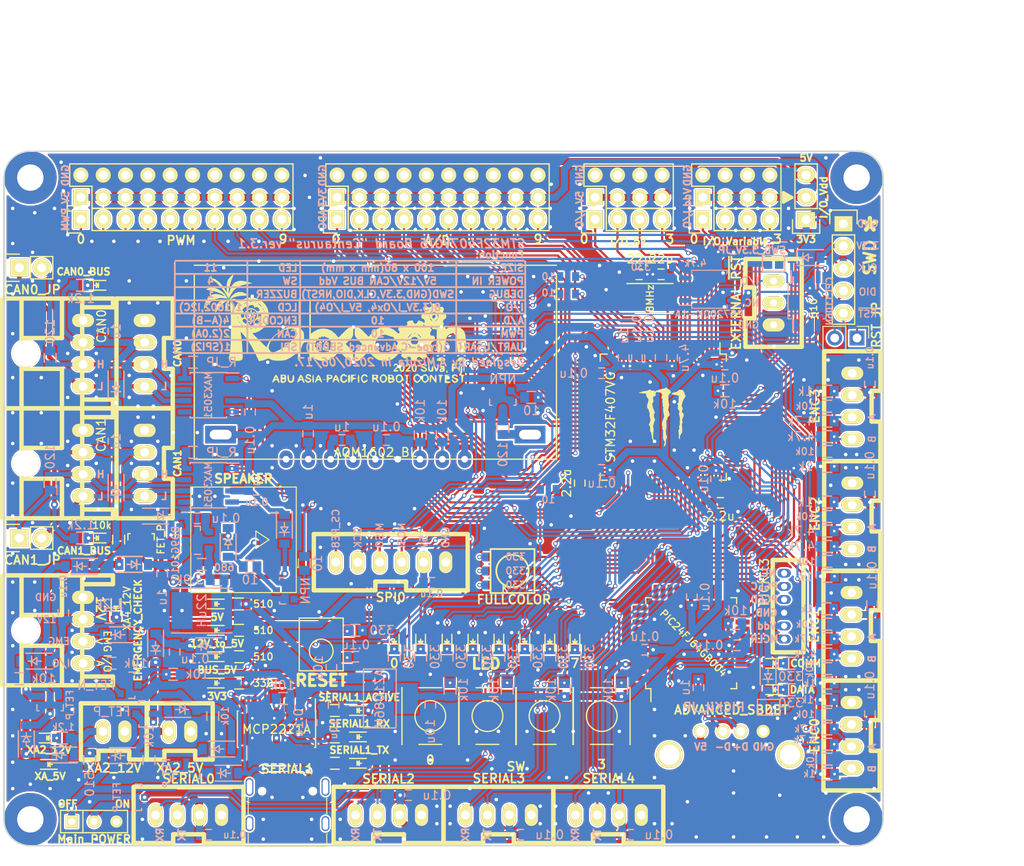
<source format=kicad_pcb>
(kicad_pcb (version 20171130) (host pcbnew "(5.1.5)-3")
  (layers (0 F.Cu signal) (31 B.Cu signal) (34 B.Paste user) (35 F.Paste user hide) (36 B.SilkS user) (37 F.SilkS user) (38 B.Mask user hide) (39 F.Mask user) (44 Edge.Cuts user))
  (net 0 "")
  (net 1 "Net-(C1-Pad1)")
  (net 2 GND)
  (net 3 +5V)
  (net 4 /OSC_OUT)
  (net 5 /OSC_IN)
  (net 6 "Net-(C18-Pad1)")
  (net 7 "Net-(C18-Pad2)")
  (net 8 +12V)
  (net 9 "Net-(D1-Pad2)")
  (net 10 "Net-(D2-Pad2)")
  (net 11 /BUS_5V)
  (net 12 "Net-(D15-Pad1)")
  (net 13 "Net-(IC1-Pad1)")
  (net 14 /USART1_TX)
  (net 15 /USART1_RX)
  (net 16 "Net-(IC1-Pad4)")
  (net 17 "Net-(IC1-Pad5)")
  (net 18 /D+)
  (net 19 /D-)
  (net 20 "Net-(IC1-Pad11)")
  (net 21 "Net-(IC1-Pad12)")
  (net 22 "Net-(IC1-Pad13)")
  (net 23 /MCLR)
  (net 24 "Net-(IC1-Pad19)")
  (net 25 "Net-(IC1-Pad20)")
  (net 26 /PGED1)
  (net 27 /PGEC1)
  (net 28 "Net-(IC1-Pad23)")
  (net 29 "Net-(IC1-Pad24)")
  (net 30 "Net-(IC1-Pad25)")
  (net 31 "Net-(IC1-Pad26)")
  (net 32 "Net-(IC1-Pad27)")
  (net 33 "Net-(IC1-Pad30)")
  (net 34 "Net-(IC1-Pad31)")
  (net 35 "Net-(IC1-Pad32)")
  (net 36 "Net-(IC1-Pad33)")
  (net 37 "Net-(IC1-Pad34)")
  (net 38 "Net-(IC1-Pad35)")
  (net 39 "Net-(IC1-Pad36)")
  (net 40 "Net-(IC1-Pad37)")
  (net 41 "Net-(IC1-Pad38)")
  (net 42 "Net-(IC1-Pad41)")
  (net 43 "Net-(IC1-Pad43)")
  (net 44 "Net-(IC1-Pad44)")
  (net 45 "Net-(P1-Pad6)")
  (net 46 "Net-(P2-Pad5)")
  (net 47 /USART3_TX)
  (net 48 /USART3_RX)
  (net 49 /TIM8_CH4)
  (net 50 /UART5_TX)
  (net 51 /UART5_RX)
  (net 52 "Net-(R25-Pad1)")
  (net 53 "Net-(C26-Pad1)")
  (net 54 "Net-(C27-Pad1)")
  (net 55 "Net-(U7-Pad1)")
  (net 56 "Net-(C29-Pad1)")
  (net 57 "Net-(C30-Pad2)")
  (net 58 "Net-(C30-Pad1)")
  (net 59 "Net-(D18-Pad1)")
  (net 60 "Net-(D20-Pad1)")
  (net 61 /CAN0_H)
  (net 62 /CAN1_H)
  (net 63 "Net-(LED1-Pad3)")
  (net 64 "Net-(P3-Pad3)")
  (net 65 "Net-(P3-Pad4)")
  (net 66 "Net-(P4-Pad4)")
  (net 67 "Net-(P4-Pad3)")
  (net 68 /D-_USB)
  (net 69 /D+_USB)
  (net 70 "Net-(P6-Pad4)")
  (net 71 "Net-(P6-Pad3)")
  (net 72 "Net-(P7-Pad3)")
  (net 73 "Net-(P7-Pad4)")
  (net 74 /CAN0_L)
  (net 75 /CAN1_L)
  (net 76 /SWCLK)
  (net 77 /SWDIO)
  (net 78 "Net-(Q4-Pad1)")
  (net 79 "Net-(Q5-Pad1)")
  (net 80 /TIM2_CH2)
  (net 81 /TIM2_CH1)
  (net 82 /TIM3_CH2)
  (net 83 /TIM3_CH1)
  (net 84 "Net-(R12-Pad1)")
  (net 85 /TIM4_CH2)
  (net 86 /TIM4_CH1)
  (net 87 /TIM5_CH2)
  (net 88 /TIM5_CH1)
  (net 89 /GP0)
  (net 90 /GP1)
  (net 91 /GP2)
  (net 92 /FB)
  (net 93 "Net-(R38-Pad2)")
  (net 94 "Net-(R39-Pad2)")
  (net 95 /I2C1_SDA)
  (net 96 /TIM10_CH1)
  (net 97 /I2C1_SCL)
  (net 98 /ADC12_IN10)
  (net 99 /ADC12_IN11)
  (net 100 /ADC12_IN2)
  (net 101 /ADC12_IN3)
  (net 102 /ADC12_IN4)
  (net 103 /TIM8_CH1)
  (net 104 /ADC12_IN14)
  (net 105 /ADC12_IN15)
  (net 106 /TIM8_CH2)
  (net 107 /ADC12_IN9)
  (net 108 /TIM1_CH1)
  (net 109 /TIM1_CH2)
  (net 110 /TIM1_CH3)
  (net 111 /TIM1_CH4)
  (net 112 /TIM12_CH1)
  (net 113 /TIM12_CH2)
  (net 114 /TIM8_CH3)
  (net 115 /TIM11_CH1)
  (net 116 "Net-(U3-Pad8)")
  (net 117 "Net-(U3-Pad9)")
  (net 118 "Net-(U3-Pad10)")
  (net 119 "Net-(U5-Pad5)")
  (net 120 /CAN1_RX)
  (net 121 /CAN1_TX)
  (net 122 /CAN2_TX)
  (net 123 /CAN2_RX)
  (net 124 "Net-(U6-Pad5)")
  (net 125 /PC15)
  (net 126 /PC13)
  (net 127 /PD11)
  (net 128 /TIM9_CH2)
  (net 129 /TIM9_CH1)
  (net 130 /PD3)
  (net 131 /PD10)
  (net 132 /PD14)
  (net 133 /PD15)
  (net 134 /PD4)
  (net 135 /PD7)
  (net 136 /PE0)
  (net 137 /PE1)
  (net 138 /PC14)
  (net 139 /PE2)
  (net 140 /PE3)
  (net 141 /PE4)
  (net 142 /SPI2_MISO)
  (net 143 /SPI2_MOSI)
  (net 144 /ADC12_IN5)
  (net 145 /ADC12_IN6)
  (net 146 /PB2)
  (net 147 /PE7)
  (net 148 /PE8)
  (net 149 /PE10)
  (net 150 /PE12)
  (net 151 /PE15)
  (net 152 /SPI2_SCK)
  (net 153 /PB11)
  (net 154 /USART6_TX)
  (net 155 /USART6_RX)
  (net 156 /USART2_TX)
  (net 157 /USART2_RX)
  (net 158 /PA8)
  (net 159 "Net-(JP2-Pad1)")
  (net 160 "Net-(D26-Pad2)")
  (net 161 "Net-(D19-Pad2)")
  (net 162 "Net-(D21-Pad2)")
  (net 163 "Net-(D22-Pad2)")
  (net 164 "Net-(D23-Pad2)")
  (net 165 "Net-(D24-Pad2)")
  (net 166 "Net-(D25-Pad2)")
  (net 167 "Net-(JP1-Pad2)")
  (net 168 "Net-(R46-Pad2)")
  (net 169 "Net-(R47-Pad2)")
  (net 170 "Net-(R48-Pad2)")
  (net 171 /PD0)
  (net 172 /PD1)
  (net 173 "Net-(D3-Pad2)")
  (net 174 "Net-(D4-Pad2)")
  (net 175 "Net-(D5-Pad2)")
  (net 176 "Net-(C19-Pad1)")
  (net 177 /12V_TO_5V)
  (net 178 CAN0_BUS_Vdd)
  (net 179 CAN1_BUS_Vdd)
  (net 180 XA4_12V)
  (net 181 /CAN_BUS_12V)
  (net 182 "Net-(D35-Pad1)")
  (net 183 "Net-(D36-Pad1)")
  (net 184 "Net-(D37-Pad1)")
  (net 185 "Net-(D40-Pad1)")
  (net 186 /UART4_TX)
  (net 187 /UART4_RX)
  (net 188 /XA_12V)
  (net 189 "Net-(D7-Pad2)")
  (net 190 XA2_12V)
  (net 191 "Net-(D10-Pad2)")
  (net 192 XA2_5V)
  (net 193 "Net-(D12-Pad2)")
  (net 194 "Net-(D13-Pad1)")
  (net 195 "Net-(D16-Pad1)")
  (net 196 "Net-(D17-Pad1)")
  (net 197 "Net-(D30-Pad1)")
  (net 198 "Net-(Q5-Pad3)")
  (net 199 "Net-(Q6-Pad1)")
  (net 200 "Net-(P27-Pad4)")
  (net 201 "Net-(D27-Pad1)")
  (net 202 "Net-(D11-Pad2)")
  (net 203 "Net-(D27-Pad2)")
  (net 204 "Net-(D28-Pad1)")
  (net 205 "Net-(D28-Pad2)")
  (net 206 "Net-(D1-Pad1)")
  (net 207 "Net-(D2-Pad1)")
  (net 208 "Net-(D31-Pad1)")
  (net 209 "Net-(R43-Pad1)")
  (net 210 "Net-(JP5-Pad2)")
  (net 211 "Net-(Q4-Pad3)")
  (net 212 +3V3)
  (net 213 "Net-(J1-PadS1)")
  (net 214 "Net-(J1-PadB8)")
  (net 215 "Net-(J1-PadA5)")
  (net 216 "Net-(J1-PadA8)")
  (net 217 "Net-(J1-PadB5)")
  (net 218 /~RST)
  (net 219 "Net-(J2-Pad2)")
  (net 220 "Net-(D33-Pad2)")
  (net 221 "Net-(D34-Pad2)")
  (net 222 "Net-(JP6-Pad1)")
  (net 223 /ST-LINK_Vdd)
  (net 224 /EXTERNAL_~RST~_PIN)
  (net 225 "Net-(R77-Pad2)")
  (net 226 "Net-(P5-Pad5)")
  (net 227 "Net-(P5-Pad4)")
  (net 228 "Net-(P5-Pad3)")
  (net 229 /RESET_SIGNAL)
  (net 230 "Net-(R76-Pad2)")
  (net 231 /Buzzer_Vdd)
  (net 232 "Net-(D42-Pad2)")
  (module Mizz_lib:SOT-23 (layer F.Cu) (at 68.6 103.15)
    (fp_text reference Q8 hide)
    (fp_text value FET_P (at 2.25 0 90) (layer F.SilkS) (effects (font (size 0.8 0.8))))
    (pad 1 smd rect (at -0.95 1.00076) (size 0.8001 0.8001) (layers F.Cu F.Paste F.Mask) (net 8 +12V))
    (pad 2 smd rect (at 0.95 1.00076) (size 0.8001 0.8001) (layers F.Cu F.Paste F.Mask) (net 232 "Net-(D42-Pad2)"))
    (pad 3 smd rect (at 0 -0.99822) (size 0.8001 0.8001) (layers F.Cu F.Paste F.Mask) (net 231 /Buzzer_Vdd))
  )
  (module Mizz_lib:SOD-123 (layer F.Cu) (at 67.75 106)
    (fp_text reference D41 hide)
    (fp_text value DIODE hide)
    (pad 1 smd rect (at -1.635 0) (size 0.91 1.22) (layers F.Cu F.Paste F.Mask) (net 8 +12V))
    (pad 2 smd rect (at 1.635 0) (size 0.91 1.22) (layers F.Cu F.Paste F.Mask) (net 231 /Buzzer_Vdd))
  )
  (module Mizz_lib:SOD-123 (layer B.Cu) (at 84.9 102 270)
    (fp_text reference D42 hide)
    (fp_text value DIODE hide)
    (pad 2 smd rect (at 1.635 0 270) (size 0.91 1.22) (layers B.Cu B.Paste B.Mask) (net 232 "Net-(D42-Pad2)"))
    (pad 1 smd rect (at -1.635 0 270) (size 0.91 1.22) (layers B.Cu B.Paste B.Mask) (net 212 +3V3))
  )
  (module Mizz_lib:R_0603 (layer F.Cu) (at 66.05 103.175 90)
    (fp_text reference R81 hide)
    (fp_text value 10k (at 1.625 -1.9) (layer F.SilkS) (effects (font (size 0.8 0.8))))
    (pad 1 smd rect (at -0.78 0 90) (size 1 1.2) (layers F.Cu F.Paste F.Mask) (net 8 +12V))
    (pad 2 smd rect (at 0.78 0 90) (size 1 1.2) (layers F.Cu F.Paste F.Mask) (net 2 GND))
  )
  (module Mizz_lib:R_0603 (layer B.Cu) (at 146.67 86.3 180)
    (fp_text reference R20 hide)
    (fp_text value 1k (at 2.5 0) (layer B.SilkS) (effects (justify mirror)))
    (pad 2 smd rect (at 0.78 0 180) (size 1 1.2) (layers B.Cu B.Paste B.Mask) (net 3 +5V))
    (pad 1 smd rect (at -0.78 0 180) (size 1 1.2) (layers B.Cu B.Paste B.Mask) (net 71 "Net-(P6-Pad3)"))
  )
  (module Mizz_lib:R_0603 (layer B.Cu) (at 146.65 88)
    (fp_text reference R74 hide)
    (fp_text value 10k (at -2.5 0) (layer B.SilkS) (effects (font (size 0.8 0.8)) (justify mirror)))
    (pad 2 smd rect (at 0.78 0) (size 1 1.2) (layers B.Cu B.Paste B.Mask) (net 2 GND))
    (pad 1 smd rect (at -0.78 0) (size 1 1.2) (layers B.Cu B.Paste B.Mask) (net 87 /TIM5_CH2))
  )
  (module Mizz_lib:R_0603 (layer B.Cu) (at 146.67 89.71 180)
    (fp_text reference R13 hide)
    (fp_text value 4.7k (at 3 0) (layer B.SilkS) (effects (justify mirror)))
    (pad 1 smd rect (at -0.78 0 180) (size 1 1.2) (layers B.Cu B.Paste B.Mask) (net 71 "Net-(P6-Pad3)"))
    (pad 2 smd rect (at 0.78 0 180) (size 1 1.2) (layers B.Cu B.Paste B.Mask) (net 87 /TIM5_CH2))
  )
  (module Mizz_lib:R_0603 (layer B.Cu) (at 146.67 91.46 180)
    (fp_text reference R14 hide)
    (fp_text value 4.7k (at 3 0) (layer B.SilkS) (effects (justify mirror)))
    (pad 1 smd rect (at -0.78 0 180) (size 1 1.2) (layers B.Cu B.Paste B.Mask) (net 70 "Net-(P6-Pad4)"))
    (pad 2 smd rect (at 0.78 0 180) (size 1 1.2) (layers B.Cu B.Paste B.Mask) (net 88 /TIM5_CH1))
  )
  (module Mizz_lib:R_0603 (layer B.Cu) (at 146.7 93.15)
    (fp_text reference R75 hide)
    (fp_text value 10k (at -2.6 0) (layer B.SilkS) (effects (font (size 0.8 0.8)) (justify mirror)))
    (pad 1 smd rect (at -0.78 0) (size 1 1.2) (layers B.Cu B.Paste B.Mask) (net 88 /TIM5_CH1))
    (pad 2 smd rect (at 0.78 0) (size 1 1.2) (layers B.Cu B.Paste B.Mask) (net 2 GND))
  )
  (module Mizz_lib:R_0603 (layer B.Cu) (at 146.67 94.85 180)
    (fp_text reference R18 hide)
    (fp_text value 1k (at 2.464999 0.024999) (layer B.SilkS) (effects (justify mirror)))
    (pad 2 smd rect (at 0.78 0 180) (size 1 1.2) (layers B.Cu B.Paste B.Mask) (net 3 +5V))
    (pad 1 smd rect (at -0.78 0 180) (size 1 1.2) (layers B.Cu B.Paste B.Mask) (net 70 "Net-(P6-Pad4)"))
  )
  (module Mizz_lib:R_0603 (layer B.Cu) (at 146.65 98.9 180)
    (fp_text reference R11 hide)
    (fp_text value 1k (at 2.47 0) (layer B.SilkS) (effects (justify mirror)))
    (pad 2 smd rect (at 0.78 0 180) (size 1 1.2) (layers B.Cu B.Paste B.Mask) (net 3 +5V))
    (pad 1 smd rect (at -0.78 0 180) (size 1 1.2) (layers B.Cu B.Paste B.Mask) (net 67 "Net-(P4-Pad3)"))
  )
  (module Mizz_lib:R_0603 (layer B.Cu) (at 146.65 100.55)
    (fp_text reference R27 hide)
    (fp_text value 10k (at -2.5 0) (layer B.SilkS) (effects (font (size 0.8 0.8)) (justify mirror)))
    (pad 2 smd rect (at 0.78 0) (size 1 1.2) (layers B.Cu B.Paste B.Mask) (net 2 GND))
    (pad 1 smd rect (at -0.78 0) (size 1 1.2) (layers B.Cu B.Paste B.Mask) (net 82 /TIM3_CH2))
  )
  (module Mizz_lib:R_0603 (layer B.Cu) (at 146.67 102.21 180)
    (fp_text reference R6 hide)
    (fp_text value 4.7k (at 3 0) (layer B.SilkS) (effects (justify mirror)))
    (pad 2 smd rect (at 0.78 0 180) (size 1 1.2) (layers B.Cu B.Paste B.Mask) (net 82 /TIM3_CH2))
    (pad 1 smd rect (at -0.78 0 180) (size 1 1.2) (layers B.Cu B.Paste B.Mask) (net 67 "Net-(P4-Pad3)"))
  )
  (module Mizz_lib:R_0603 (layer B.Cu) (at 146.67 103.96 180)
    (fp_text reference R7 hide)
    (fp_text value 4.7k (at 2.97 0) (layer B.SilkS) (effects (justify mirror)))
    (pad 1 smd rect (at -0.78 0 180) (size 1 1.2) (layers B.Cu B.Paste B.Mask) (net 66 "Net-(P4-Pad4)"))
    (pad 2 smd rect (at 0.78 0 180) (size 1 1.2) (layers B.Cu B.Paste B.Mask) (net 83 /TIM3_CH1))
  )
  (module Mizz_lib:R_0603 (layer B.Cu) (at 146.7 105.65)
    (fp_text reference R29 hide)
    (fp_text value 10k (at -2.5 0) (layer B.SilkS) (effects (font (size 0.8 0.8)) (justify mirror)))
    (pad 1 smd rect (at -0.78 0) (size 1 1.2) (layers B.Cu B.Paste B.Mask) (net 83 /TIM3_CH1))
    (pad 2 smd rect (at 0.78 0) (size 1 1.2) (layers B.Cu B.Paste B.Mask) (net 2 GND))
  )
  (module Mizz_lib:R_0603 (layer B.Cu) (at 146.7 107.35 180)
    (fp_text reference R9 hide)
    (fp_text value 1k (at 2.5 0) (layer B.SilkS) (effects (justify mirror)))
    (pad 1 smd rect (at -0.78 0 180) (size 1 1.2) (layers B.Cu B.Paste B.Mask) (net 66 "Net-(P4-Pad4)"))
    (pad 2 smd rect (at 0.78 0 180) (size 1 1.2) (layers B.Cu B.Paste B.Mask) (net 3 +5V))
  )
  (module Mizz_lib:R_0603 (layer B.Cu) (at 146.6 111.05 180)
    (fp_text reference R21 hide)
    (fp_text value 1k (at 2.25 0) (layer B.SilkS) (effects (font (size 0.8 0.8)) (justify mirror)))
    (pad 1 smd rect (at -0.78 0 180) (size 1 1.2) (layers B.Cu B.Paste B.Mask) (net 72 "Net-(P7-Pad3)"))
    (pad 2 smd rect (at 0.78 0 180) (size 1 1.2) (layers B.Cu B.Paste B.Mask) (net 3 +5V))
  )
  (module Mizz_lib:R_0603 (layer B.Cu) (at 146.65 112.8)
    (fp_text reference R31 hide)
    (fp_text value 10k (at -2.5 0) (layer B.SilkS) (effects (font (size 0.8 0.8)) (justify mirror)))
    (pad 2 smd rect (at 0.78 0) (size 1 1.2) (layers B.Cu B.Paste B.Mask) (net 2 GND))
    (pad 1 smd rect (at -0.78 0) (size 1 1.2) (layers B.Cu B.Paste B.Mask) (net 85 /TIM4_CH2))
  )
  (module Mizz_lib:R_0603 (layer B.Cu) (at 146.67 114.46 180)
    (fp_text reference R15 hide)
    (fp_text value 4.7k (at 2.5 0) (layer B.SilkS) (effects (font (size 0.8 0.8)) (justify mirror)))
    (pad 1 smd rect (at -0.78 0 180) (size 1 1.2) (layers B.Cu B.Paste B.Mask) (net 72 "Net-(P7-Pad3)"))
    (pad 2 smd rect (at 0.78 0 180) (size 1 1.2) (layers B.Cu B.Paste B.Mask) (net 85 /TIM4_CH2))
  )
  (module Mizz_lib:R_0603 (layer B.Cu) (at 146.67 116.21 180)
    (fp_text reference R16 hide)
    (fp_text value 4.7k (at 2.5 0) (layer B.SilkS) (effects (font (size 0.8 0.8)) (justify mirror)))
    (pad 2 smd rect (at 0.78 0 180) (size 1 1.2) (layers B.Cu B.Paste B.Mask) (net 86 /TIM4_CH1))
    (pad 1 smd rect (at -0.78 0 180) (size 1 1.2) (layers B.Cu B.Paste B.Mask) (net 73 "Net-(P7-Pad4)"))
  )
  (module Mizz_lib:R_0603 (layer B.Cu) (at 146.65 117.85)
    (fp_text reference R32 hide)
    (fp_text value 10k (at -2 0 90) (layer B.SilkS) (effects (font (size 0.8 0.8)) (justify mirror)))
    (pad 1 smd rect (at -0.78 0) (size 1 1.2) (layers B.Cu B.Paste B.Mask) (net 86 /TIM4_CH1))
    (pad 2 smd rect (at 0.78 0) (size 1 1.2) (layers B.Cu B.Paste B.Mask) (net 2 GND))
  )
  (module Mizz_lib:R_0603 (layer B.Cu) (at 146.67 119.5 180)
    (fp_text reference R19 hide)
    (fp_text value 1k (at 2 0) (layer B.SilkS) (effects (font (size 0.8 0.8)) (justify mirror)))
    (pad 2 smd rect (at 0.78 0 180) (size 1 1.2) (layers B.Cu B.Paste B.Mask) (net 3 +5V))
    (pad 1 smd rect (at -0.78 0 180) (size 1 1.2) (layers B.Cu B.Paste B.Mask) (net 73 "Net-(P7-Pad4)"))
  )
  (module Mizz_lib:R_0603 (layer B.Cu) (at 146.65 121.4 180)
    (fp_text reference R10 hide)
    (fp_text value 1k (at 2.25 0) (layer B.SilkS) (effects (font (size 0.8 0.8)) (justify mirror)))
    (pad 2 smd rect (at 0.78 0 180) (size 1 1.2) (layers B.Cu B.Paste B.Mask) (net 3 +5V))
    (pad 1 smd rect (at -0.78 0 180) (size 1 1.2) (layers B.Cu B.Paste B.Mask) (net 64 "Net-(P3-Pad3)"))
  )
  (module Mizz_lib:R_0603 (layer B.Cu) (at 146.65 123.05)
    (fp_text reference R70 hide)
    (fp_text value 10k (at -2.5 0) (layer B.SilkS) (effects (font (size 0.8 0.8)) (justify mirror)))
    (pad 2 smd rect (at 0.78 0) (size 1 1.2) (layers B.Cu B.Paste B.Mask) (net 2 GND))
    (pad 1 smd rect (at -0.78 0) (size 1 1.2) (layers B.Cu B.Paste B.Mask) (net 80 /TIM2_CH2))
  )
  (module Mizz_lib:R_0603 (layer B.Cu) (at 146.67 124.71 180)
    (fp_text reference R4 hide)
    (fp_text value 4.7k (at 2.5 0) (layer B.SilkS) (effects (font (size 0.8 0.8)) (justify mirror)))
    (pad 1 smd rect (at -0.78 0 180) (size 1 1.2) (layers B.Cu B.Paste B.Mask) (net 64 "Net-(P3-Pad3)"))
    (pad 2 smd rect (at 0.78 0 180) (size 1 1.2) (layers B.Cu B.Paste B.Mask) (net 80 /TIM2_CH2))
  )
  (module Mizz_lib:R_0603 (layer B.Cu) (at 146.67 126.46 180)
    (fp_text reference R5 hide)
    (fp_text value 4.7k (at 2.58 0.54) (layer B.SilkS) (effects (font (size 0.8 0.8)) (justify mirror)))
    (pad 1 smd rect (at -0.78 0 180) (size 1 1.2) (layers B.Cu B.Paste B.Mask) (net 65 "Net-(P3-Pad4)"))
    (pad 2 smd rect (at 0.78 0 180) (size 1 1.2) (layers B.Cu B.Paste B.Mask) (net 81 /TIM2_CH1))
  )
  (module Mizz_lib:R_0603 (layer B.Cu) (at 146.7 128.15)
    (fp_text reference R73 hide)
    (fp_text value 10k (at -1.95 0 90) (layer B.SilkS) (effects (font (size 0.8 0.8)) (justify mirror)))
    (pad 1 smd rect (at -0.78 0) (size 1 1.2) (layers B.Cu B.Paste B.Mask) (net 81 /TIM2_CH1))
    (pad 2 smd rect (at 0.78 0) (size 1 1.2) (layers B.Cu B.Paste B.Mask) (net 2 GND))
  )
  (module Mizz_lib:R_0603 (layer B.Cu) (at 146.7 129.85 180)
    (fp_text reference R8 hide)
    (fp_text value 1k (at 2.08 0.04) (layer B.SilkS) (effects (font (size 0.8 0.8)) (justify mirror)))
    (pad 2 smd rect (at 0.78 0 180) (size 1 1.2) (layers B.Cu B.Paste B.Mask) (net 3 +5V))
    (pad 1 smd rect (at -0.78 0 180) (size 1 1.2) (layers B.Cu B.Paste B.Mask) (net 65 "Net-(P3-Pad4)"))
  )
  (module Mizz_lib:R_0603 (layer B.Cu) (at 142.5 120.25 180)
    (fp_text reference R2 hide)
    (fp_text value 330 (at 0 -1.5) (layer B.SilkS) (effects (justify mirror)))
    (pad 1 smd rect (at -0.78 0 180) (size 1 1.2) (layers B.Cu B.Paste B.Mask) (net 212 +3V3))
    (pad 2 smd rect (at 0.78 0 180) (size 1 1.2) (layers B.Cu B.Paste B.Mask) (net 206 "Net-(D1-Pad1)"))
  )
  (module Mizz_lib:R_0603 (layer B.Cu) (at 142.5 117.25 180)
    (fp_text reference R3 hide)
    (fp_text value 330 (at 0 -1.5) (layer B.SilkS) (effects (justify mirror)))
    (pad 1 smd rect (at -0.78 0 180) (size 1 1.2) (layers B.Cu B.Paste B.Mask) (net 212 +3V3))
    (pad 2 smd rect (at 0.78 0 180) (size 1 1.2) (layers B.Cu B.Paste B.Mask) (net 207 "Net-(D2-Pad1)"))
  )
  (module Mizz_lib:R_0603 (layer B.Cu) (at 136.17 112.71)
    (fp_text reference R1 hide)
    (fp_text value 10k (at 0.08 -1.46) (layer B.SilkS) (effects (justify mirror)))
    (pad 1 smd rect (at -0.78 0) (size 1 1.2) (layers B.Cu B.Paste B.Mask) (net 23 /MCLR))
    (pad 2 smd rect (at 0.78 0) (size 1 1.2) (layers B.Cu B.Paste B.Mask) (net 212 +3V3))
  )
  (module Mizz_lib:R_0603 (layer B.Cu) (at 135 86.25)
    (fp_text reference R25 hide)
    (fp_text value 10k (at 0 1.5) (layer B.SilkS) (effects (justify mirror)))
    (pad 2 smd rect (at 0.78 0) (size 1 1.2) (layers B.Cu B.Paste B.Mask) (net 2 GND))
    (pad 1 smd rect (at -0.78 0) (size 1 1.2) (layers B.Cu B.Paste B.Mask) (net 52 "Net-(R25-Pad1)"))
  )
  (module Mizz_lib:R_0603 (layer B.Cu) (at 113 87)
    (fp_text reference R42 hide)
    (fp_text value 10 (at 0 1.5) (layer B.SilkS) (effects (justify mirror)))
    (pad 2 smd rect (at 0.78 0) (size 1 1.2) (layers B.Cu B.Paste B.Mask) (net 146 /PB2))
    (pad 1 smd rect (at -0.78 0) (size 1 1.2) (layers B.Cu B.Paste B.Mask) (net 79 "Net-(Q5-Pad1)"))
  )
  (module Mizz_lib:R_0603 (layer B.Cu) (at 109.75 90.45 90)
    (fp_text reference R43 hide)
    (fp_text value 120 (at -3.05 0 90) (layer B.SilkS) (effects (justify mirror)))
    (pad 2 smd rect (at 0.78 0 90) (size 1 1.2) (layers B.Cu B.Paste B.Mask) (net 198 "Net-(Q5-Pad3)"))
    (pad 1 smd rect (at -0.78 0 90) (size 1 1.2) (layers B.Cu B.Paste B.Mask) (net 209 "Net-(R43-Pad1)"))
  )
  (module Mizz_lib:R_0603 (layer B.Cu) (at 123.25 120.25 90)
    (fp_text reference R56 hide)
    (fp_text value 10k (at 0 -1.5 90) (layer B.SilkS) (effects (justify mirror)))
    (pad 2 smd rect (at 0.78 0 90) (size 1 1.2) (layers B.Cu B.Paste B.Mask) (net 135 /PD7))
    (pad 1 smd rect (at -0.78 0 90) (size 1 1.2) (layers B.Cu B.Paste B.Mask) (net 212 +3V3))
  )
  (module Mizz_lib:R_0603 (layer B.Cu) (at 116.75 120.25 90)
    (fp_text reference R55 hide)
    (fp_text value 10k (at 0 -1.5 90) (layer B.SilkS) (effects (justify mirror)))
    (pad 2 smd rect (at 0.78 0 90) (size 1 1.2) (layers B.Cu B.Paste B.Mask) (net 134 /PD4))
    (pad 1 smd rect (at -0.78 0 90) (size 1 1.2) (layers B.Cu B.Paste B.Mask) (net 212 +3V3))
  )
  (module Mizz_lib:R_0603 (layer B.Cu) (at 110.25 120.25 90)
    (fp_text reference R45 hide)
    (fp_text value 10k (at 0 -1.5 90) (layer B.SilkS) (effects (justify mirror)))
    (pad 1 smd rect (at -0.78 0 90) (size 1 1.2) (layers B.Cu B.Paste B.Mask) (net 212 +3V3))
    (pad 2 smd rect (at 0.78 0 90) (size 1 1.2) (layers B.Cu B.Paste B.Mask) (net 130 /PD3))
  )
  (module Mizz_lib:R_0603 (layer B.Cu) (at 103.75 120.25 90)
    (fp_text reference R54 hide)
    (fp_text value 10k (at 0 1.5 90) (layer B.SilkS) (effects (justify mirror)))
    (pad 1 smd rect (at -0.78 0 90) (size 1 1.2) (layers B.Cu B.Paste B.Mask) (net 212 +3V3))
    (pad 2 smd rect (at 0.78 0 90) (size 1 1.2) (layers B.Cu B.Paste B.Mask) (net 172 /PD1))
  )
  (module Mizz_lib:R_0603 (layer B.Cu) (at 93 113.5 180)
    (fp_text reference R17 hide)
    (fp_text value 330 (at -3 0) (layer B.SilkS) (effects (justify mirror)))
    (pad 2 smd rect (at 0.78 0 180) (size 1 1.2) (layers B.Cu B.Paste B.Mask) (net 63 "Net-(LED1-Pad3)"))
    (pad 1 smd rect (at -0.78 0 180) (size 1 1.2) (layers B.Cu B.Paste B.Mask) (net 149 /PE10))
  )
  (module Mizz_lib:R_0603 (layer B.Cu) (at 102.85 91.3 270)
    (fp_text reference R52 hide)
    (fp_text value 10k (at -2.75 0 90) (layer B.SilkS) (effects (justify mirror)))
    (pad 2 smd rect (at 0.78 0 270) (size 1 1.2) (layers B.Cu B.Paste B.Mask) (net 97 /I2C1_SCL))
    (pad 1 smd rect (at -0.78 0 270) (size 1 1.2) (layers B.Cu B.Paste B.Mask) (net 212 +3V3))
  )
  (module Mizz_lib:R_0603 (layer B.Cu) (at 100.35 91.3 270)
    (fp_text reference R50 hide)
    (fp_text value 10k (at -2.78 0 90) (layer B.SilkS) (effects (justify mirror)))
    (pad 1 smd rect (at -0.78 0 270) (size 1 1.2) (layers B.Cu B.Paste B.Mask) (net 212 +3V3))
    (pad 2 smd rect (at 0.78 0 270) (size 1 1.2) (layers B.Cu B.Paste B.Mask) (net 95 /I2C1_SDA))
  )
  (module Mizz_lib:R_0603 (layer B.Cu) (at 81 106.25)
    (fp_text reference R53 hide)
    (fp_text value 10 (at 0 1.5) (layer B.SilkS) (effects (justify mirror)))
    (pad 2 smd rect (at 0.78 0) (size 1 1.2) (layers B.Cu B.Paste B.Mask) (net 211 "Net-(Q4-Pad3)"))
    (pad 1 smd rect (at -0.78 0) (size 1 1.2) (layers B.Cu B.Paste B.Mask) (net 60 "Net-(D20-Pad1)"))
  )
  (module Mizz_lib:R_0603 (layer B.Cu) (at 77.25 107.75 180)
    (fp_text reference R35 hide)
    (fp_text value 3.9k (at 3.1 0) (layer B.SilkS) (effects (justify mirror)))
    (pad 1 smd rect (at -0.78 0 180) (size 1 1.2) (layers B.Cu B.Paste B.Mask) (net 12 "Net-(D15-Pad1)"))
    (pad 2 smd rect (at 0.78 0 180) (size 1 1.2) (layers B.Cu B.Paste B.Mask) (net 92 /FB))
  )
  (module Mizz_lib:R_0603 (layer B.Cu) (at 75.5 106 180)
    (fp_text reference R36 hide)
    (fp_text value 680 (at -2.55 -0.35) (layer B.SilkS) (effects (font (size 0.8 0.8)) (justify mirror)))
    (pad 2 smd rect (at 0.78 0 180) (size 1 1.2) (layers B.Cu B.Paste B.Mask) (net 2 GND))
    (pad 1 smd rect (at -0.78 0 180) (size 1 1.2) (layers B.Cu B.Paste B.Mask) (net 92 /FB))
  )
  (module Mizz_lib:R_0603 (layer B.Cu) (at 87.17 105.88 90)
    (fp_text reference R51 hide)
    (fp_text value 10 (at 0 1.5 90) (layer B.SilkS) (effects (justify mirror)))
    (pad 2 smd rect (at 0.78 0 90) (size 1 1.2) (layers B.Cu B.Paste B.Mask) (net 112 /TIM12_CH1))
    (pad 1 smd rect (at -0.78 0 90) (size 1 1.2) (layers B.Cu B.Paste B.Mask) (net 78 "Net-(Q4-Pad1)"))
  )
  (module Mizz_lib:R_0603 (layer B.Cu) (at 84.75 121.25)
    (fp_text reference R12 hide)
    (fp_text value 10k (at -0.03 -1.5) (layer B.SilkS) (effects (justify mirror)))
    (pad 1 smd rect (at -0.78 0) (size 1 1.2) (layers B.Cu B.Paste B.Mask) (net 84 "Net-(R12-Pad1)"))
    (pad 2 smd rect (at 0.78 0) (size 1 1.2) (layers B.Cu B.Paste B.Mask) (net 212 +3V3))
  )
  (module Mizz_lib:C_0603 (layer B.Cu) (at 88 124 270)
    (fp_text reference C10 hide)
    (fp_text value 0.1u (at 0 1.5 90) (layer B.SilkS) (effects (justify mirror)))
    (pad 2 smd rect (at 0.93 0 270) (size 1 1.2) (layers B.Cu B.Paste B.Mask) (net 2 GND))
    (pad 1 smd rect (at -0.95 0 270) (size 1 1.2) (layers B.Cu B.Paste B.Mask) (net 212 +3V3))
  )
  (module Mizz_lib:R_0603 (layer B.Cu) (at 76.75 123.25 270)
    (fp_text reference R28 hide)
    (fp_text value 10k (at 0 -1.4 90) (layer B.SilkS) (effects (font (size 0.8 0.8)) (justify mirror)))
    (pad 1 smd rect (at -0.78 0 270) (size 1 1.2) (layers B.Cu B.Paste B.Mask) (net 202 "Net-(D11-Pad2)"))
    (pad 2 smd rect (at 0.78 0 270) (size 1 1.2) (layers B.Cu B.Paste B.Mask) (net 2 GND))
  )
  (module Mizz_lib:R_0603 (layer B.Cu) (at 69.5 128.25 270)
    (fp_text reference R30 hide)
    (fp_text value 10k (at -2.75 0 90) (layer B.SilkS) (effects (justify mirror)))
    (pad 2 smd rect (at 0.78 0 270) (size 1 1.2) (layers B.Cu B.Paste B.Mask) (net 2 GND))
    (pad 1 smd rect (at -0.78 0 270) (size 1 1.2) (layers B.Cu B.Paste B.Mask) (net 201 "Net-(D27-Pad1)"))
  )
  (module Mizz_lib:R_0603 (layer B.Cu) (at 72.25 118.5 180)
    (fp_text reference R69 hide)
    (fp_text value 10k (at -2.75 0) (layer B.SilkS) (effects (justify mirror)))
    (pad 1 smd rect (at -0.78 0 180) (size 1 1.2) (layers B.Cu B.Paste B.Mask) (net 212 +3V3))
    (pad 2 smd rect (at 0.78 0 180) (size 1 1.2) (layers B.Cu B.Paste B.Mask) (net 153 /PB11))
  )
  (module Mizz_lib:R_0603 (layer B.Cu) (at 65.25 117.25)
    (fp_text reference R71 hide)
    (fp_text value 10k (at 2.75 0) (layer B.SilkS) (effects (justify mirror)))
    (pad 1 smd rect (at -0.78 0) (size 1 1.2) (layers B.Cu B.Paste B.Mask) (net 200 "Net-(P27-Pad4)"))
    (pad 2 smd rect (at 0.78 0) (size 1 1.2) (layers B.Cu B.Paste B.Mask) (net 2 GND))
  )
  (module Mizz_lib:R_0603 (layer B.Cu) (at 65.03 112 180)
    (fp_text reference R66 hide)
    (fp_text value 1.2k (at 0 1.5) (layer B.SilkS) (effects (justify mirror)))
    (pad 2 smd rect (at 0.78 0 180) (size 1 1.2) (layers B.Cu B.Paste B.Mask) (net 180 XA4_12V))
    (pad 1 smd rect (at -0.78 0 180) (size 1 1.2) (layers B.Cu B.Paste B.Mask) (net 182 "Net-(D35-Pad1)"))
  )
  (module Mizz_lib:R_0603 (layer B.Cu) (at 61.75 103 180)
    (fp_text reference R68 hide)
    (fp_text value 1.2k (at 0 1.5) (layer B.SilkS) (effects (justify mirror)))
    (pad 1 smd rect (at -0.78 0 180) (size 1 1.2) (layers B.Cu B.Paste B.Mask) (net 184 "Net-(D37-Pad1)"))
    (pad 2 smd rect (at 0.78 0 180) (size 1 1.2) (layers B.Cu B.Paste B.Mask) (net 179 CAN1_BUS_Vdd))
  )
  (module Mizz_lib:R_0603 (layer B.Cu) (at 61.75 74.25 180)
    (fp_text reference R67 hide)
    (fp_text value 1.2k (at 0 -1.5) (layer B.SilkS) (effects (justify mirror)))
    (pad 2 smd rect (at 0.78 0 180) (size 1 1.2) (layers B.Cu B.Paste B.Mask) (net 178 CAN0_BUS_Vdd))
    (pad 1 smd rect (at -0.78 0 180) (size 1 1.2) (layers B.Cu B.Paste B.Mask) (net 183 "Net-(D36-Pad1)"))
  )
  (module Mizz_lib:R_0603 (layer B.Cu) (at 58.25 82.5 90)
    (fp_text reference R40 hide)
    (fp_text value 120 (at 3 0 90) (layer B.SilkS) (effects (justify mirror)))
    (pad 2 smd rect (at 0.78 0 90) (size 1 1.2) (layers B.Cu B.Paste B.Mask) (net 167 "Net-(JP1-Pad2)"))
    (pad 1 smd rect (at -0.78 0 90) (size 1 1.2) (layers B.Cu B.Paste B.Mask) (net 61 /CAN0_H))
  )
  (module Mizz_lib:R_0603 (layer B.Cu) (at 58.25 96.75 90)
    (fp_text reference R41 hide)
    (fp_text value 120 (at 3 0 270) (layer B.SilkS) (effects (justify mirror)))
    (pad 1 smd rect (at -0.78 0 90) (size 1 1.2) (layers B.Cu B.Paste B.Mask) (net 159 "Net-(JP2-Pad1)"))
    (pad 2 smd rect (at 0.78 0 90) (size 1 1.2) (layers B.Cu B.Paste B.Mask) (net 62 /CAN1_H))
  )
  (module Mizz_lib:R_0603 (layer B.Cu) (at 62.75 128.25 90)
    (fp_text reference R34 hide)
    (fp_text value 510 (at -2.75 0 90) (layer B.SilkS) (effects (justify mirror)))
    (pad 1 smd rect (at -0.78 0 90) (size 1 1.2) (layers B.Cu B.Paste B.Mask) (net 195 "Net-(D16-Pad1)"))
    (pad 2 smd rect (at 0.78 0 90) (size 1 1.2) (layers B.Cu B.Paste B.Mask) (net 192 XA2_5V))
  )
  (module Mizz_lib:R_0603 (layer B.Cu) (at 59.75 125.75)
    (fp_text reference R33 hide)
    (fp_text value 1.2k (at 0 -1.25 180) (layer B.SilkS) (effects (font (size 0.8 0.8)) (justify mirror)))
    (pad 2 smd rect (at 0.78 0) (size 1 1.2) (layers B.Cu B.Paste B.Mask) (net 190 XA2_12V))
    (pad 1 smd rect (at -0.78 0) (size 1 1.2) (layers B.Cu B.Paste B.Mask) (net 194 "Net-(D13-Pad1)"))
  )
  (module Mizz_lib:R_0603 (layer B.Cu) (at 54.75 119 180)
    (fp_text reference R26 hide)
    (fp_text value 10k (at -2.75 0) (layer B.SilkS) (effects (justify mirror)))
    (pad 2 smd rect (at 0.78 0 180) (size 1 1.2) (layers B.Cu B.Paste B.Mask) (net 2 GND))
    (pad 1 smd rect (at -0.78 0 180) (size 1 1.2) (layers B.Cu B.Paste B.Mask) (net 188 /XA_12V))
  )
  (module Mizz_lib:SOD-123 (layer B.Cu) (at 78 129.75 180)
    (fp_text reference D12)
    (fp_text value DIODE hide)
    (pad 1 smd rect (at -1.635 0 180) (size 0.91 1.22) (layers B.Cu B.Paste B.Mask) (net 11 /BUS_5V))
    (pad 2 smd rect (at 1.635 0 180) (size 0.91 1.22) (layers B.Cu B.Paste B.Mask) (net 193 "Net-(D12-Pad2)"))
  )
  (module Mizz_lib:SOD-123 (layer B.Cu) (at 77.25 127 180)
    (fp_text reference D9)
    (fp_text value DIODE)
    (pad 1 smd rect (at -1.635 0 180) (size 0.91 1.22) (layers B.Cu B.Paste B.Mask) (net 202 "Net-(D11-Pad2)"))
    (pad 2 smd rect (at 1.635 0 180) (size 0.91 1.22) (layers B.Cu B.Paste B.Mask) (net 201 "Net-(D27-Pad1)"))
  )
  (module Mizz_lib:SOD-123 (layer B.Cu) (at 66 127.75 180)
    (fp_text reference D27 hide)
    (fp_text value DIODE)
    (pad 1 smd rect (at -1.635 0 180) (size 0.91 1.22) (layers B.Cu B.Paste B.Mask) (net 201 "Net-(D27-Pad1)"))
    (pad 2 smd rect (at 1.635 0 180) (size 0.91 1.22) (layers B.Cu B.Paste B.Mask) (net 203 "Net-(D27-Pad2)"))
  )
  (module Mizz_lib:SOD-123 (layer B.Cu) (at 55.54 125.92 90)
    (fp_text reference D6)
    (fp_text value DIODE hide)
    (pad 1 smd rect (at -1.635 0 90) (size 0.91 1.22) (layers B.Cu B.Paste B.Mask) (net 188 /XA_12V))
    (pad 2 smd rect (at 1.635 0 90) (size 0.91 1.22) (layers B.Cu B.Paste B.Mask) (net 8 +12V))
  )
  (module Mizz_lib:SOD-123 (layer B.Cu) (at 73.25 122.5)
    (fp_text reference D11)
    (fp_text value DIODE)
    (pad 2 smd rect (at 1.635 0) (size 0.91 1.22) (layers B.Cu B.Paste B.Mask) (net 202 "Net-(D11-Pad2)"))
    (pad 1 smd rect (at -1.635 0) (size 0.91 1.22) (layers B.Cu B.Paste B.Mask) (net 192 XA2_5V))
  )
  (module Mizz_lib:SOD-123 (layer B.Cu) (at 59.32 127.68 180)
    (fp_text reference D8 hide)
    (fp_text value DIODE)
    (pad 1 smd rect (at -1.635 0 180) (size 0.91 1.22) (layers B.Cu B.Paste B.Mask) (net 190 XA2_12V))
    (pad 2 smd rect (at 1.635 0 180) (size 0.91 1.22) (layers B.Cu B.Paste B.Mask) (net 188 /XA_12V))
  )
  (module Mizz_lib:SOD-123 (layer B.Cu) (at 56.5 117 180)
    (fp_text reference D32)
    (fp_text value DIODE hide)
    (pad 1 smd rect (at -1.635 0 180) (size 0.91 1.22) (layers B.Cu B.Paste B.Mask) (net 180 XA4_12V))
    (pad 2 smd rect (at 1.635 0 180) (size 0.91 1.22) (layers B.Cu B.Paste B.Mask) (net 188 /XA_12V))
  )
  (module Mizz_lib:SOD-123 (layer B.Cu) (at 70.25 115.5 270)
    (fp_text reference D10)
    (fp_text value DIODE)
    (pad 2 smd rect (at 1.635 0 270) (size 0.91 1.22) (layers B.Cu B.Paste B.Mask) (net 191 "Net-(D10-Pad2)"))
    (pad 1 smd rect (at -1.635 0 270) (size 0.91 1.22) (layers B.Cu B.Paste B.Mask) (net 177 /12V_TO_5V))
  )
  (module Mizz_lib:SOD-123 (layer B.Cu) (at 75.775001 115.25 180)
    (fp_text reference D15)
    (fp_text value DIODE hide)
    (pad 1 smd rect (at -1.635 0 180) (size 0.91 1.22) (layers B.Cu B.Paste B.Mask) (net 12 "Net-(D15-Pad1)"))
    (pad 2 smd rect (at 1.635 0 180) (size 0.91 1.22) (layers B.Cu B.Paste B.Mask) (net 177 /12V_TO_5V))
  )
  (module Mizz_lib:SOD-123 (layer B.Cu) (at 66 114 180)
    (fp_text reference D26)
    (fp_text value DIODE hide)
    (pad 1 smd rect (at -1.635 0 180) (size 0.91 1.22) (layers B.Cu B.Paste B.Mask) (net 151 /PE15))
    (pad 2 smd rect (at 1.635 0 180) (size 0.91 1.22) (layers B.Cu B.Paste B.Mask) (net 160 "Net-(D26-Pad2)"))
  )
  (module Mizz_lib:SOD-123 (layer B.Cu) (at 61.65 106.22 180)
    (fp_text reference D7)
    (fp_text value DIODE)
    (pad 2 smd rect (at 1.635 0 180) (size 0.91 1.22) (layers B.Cu B.Paste B.Mask) (net 189 "Net-(D7-Pad2)"))
    (pad 1 smd rect (at -1.635 0 180) (size 0.91 1.22) (layers B.Cu B.Paste B.Mask) (net 181 /CAN_BUS_12V))
  )
  (module Mizz_lib:SOD-123 (layer B.Cu) (at 67.75 106)
    (fp_text reference D29)
    (fp_text value DIODE)
    (pad 1 smd rect (at -1.635 0) (size 0.91 1.22) (layers B.Cu B.Paste B.Mask) (net 8 +12V))
    (pad 2 smd rect (at 1.635 0) (size 0.91 1.22) (layers B.Cu B.Paste B.Mask) (net 176 "Net-(C19-Pad1)"))
  )
  (module Mizz_lib:SOD-123 (layer B.Cu) (at 78.5 103.5 90)
    (fp_text reference D20 hide)
    (fp_text value DIODE)
    (pad 1 smd rect (at -1.635 0 90) (size 0.91 1.22) (layers B.Cu B.Paste B.Mask) (net 60 "Net-(D20-Pad1)"))
    (pad 2 smd rect (at 1.635 0 90) (size 0.91 1.22) (layers B.Cu B.Paste B.Mask) (net 231 /Buzzer_Vdd))
  )
  (module Mizz_lib:SOD-123 (layer B.Cu) (at 70.75 100.5)
    (fp_text reference D14)
    (fp_text value DIODE)
    (pad 1 smd rect (at -1.635 0) (size 0.91 1.22) (layers B.Cu B.Paste B.Mask) (net 2 GND))
    (pad 2 smd rect (at 1.635 0) (size 0.91 1.22) (layers B.Cu B.Paste B.Mask) (net 6 "Net-(C18-Pad1)"))
  )
  (module Mizz_lib:SOD-123 (layer B.Cu) (at 65.75 86 270)
    (fp_text reference D38)
    (fp_text value DIODE hide)
    (pad 2 smd rect (at 1.635 0 270) (size 0.91 1.22) (layers B.Cu B.Paste B.Mask) (net 181 /CAN_BUS_12V))
    (pad 1 smd rect (at -1.635 0 270) (size 0.91 1.22) (layers B.Cu B.Paste B.Mask) (net 178 CAN0_BUS_Vdd))
  )
  (module Mizz_lib:SOD-123 (layer B.Cu) (at 65.75 97.75 270)
    (fp_text reference D39)
    (fp_text value DIODE hide)
    (pad 1 smd rect (at -1.635 0 270) (size 0.91 1.22) (layers B.Cu B.Paste B.Mask) (net 179 CAN1_BUS_Vdd))
    (pad 2 smd rect (at 1.635 0 270) (size 0.91 1.22) (layers B.Cu B.Paste B.Mask) (net 181 /CAN_BUS_12V))
  )
  (module Mizz_lib:C_0603 (layer B.Cu) (at 64.25 79.5 270)
    (fp_text reference C22 hide)
    (fp_text value 1u (at 0 -1.5 90) (layer B.SilkS) (effects (justify mirror)))
    (pad 1 smd rect (at -0.95 0 270) (size 1 1.2) (layers B.Cu B.Paste B.Mask) (net 2 GND))
    (pad 2 smd rect (at 0.93 0 270) (size 1 1.2) (layers B.Cu B.Paste B.Mask) (net 178 CAN0_BUS_Vdd))
  )
  (module Mizz_lib:C_0603 (layer B.Cu) (at 64.25 92 270)
    (fp_text reference C23 hide)
    (fp_text value 1u (at 0 -1.5 90) (layer B.SilkS) (effects (justify mirror)))
    (pad 2 smd rect (at 0.93 0 270) (size 1 1.2) (layers B.Cu B.Paste B.Mask) (net 179 CAN1_BUS_Vdd))
    (pad 1 smd rect (at -0.95 0 270) (size 1 1.2) (layers B.Cu B.Paste B.Mask) (net 2 GND))
  )
  (module Mizz_lib:C_0603 (layer B.Cu) (at 71 107.05 270)
    (fp_text reference C19 hide)
    (fp_text value 1u (at 2.7 0 90) (layer B.SilkS) (effects (justify mirror)))
    (pad 2 smd rect (at 0.93 0 270) (size 1 1.2) (layers B.Cu B.Paste B.Mask) (net 2 GND))
    (pad 1 smd rect (at -0.95 0 270) (size 1 1.2) (layers B.Cu B.Paste B.Mask) (net 176 "Net-(C19-Pad1)"))
  )
  (module Mizz_lib:C_0603 (layer B.Cu) (at 75 100.75)
    (fp_text reference C18 hide)
    (fp_text value 0.1u (at 3.25 0) (layer B.SilkS) (effects (justify mirror)))
    (pad 2 smd rect (at 0.93 0) (size 1 1.2) (layers B.Cu B.Paste B.Mask) (net 7 "Net-(C18-Pad2)"))
    (pad 1 smd rect (at -0.95 0) (size 1 1.2) (layers B.Cu B.Paste B.Mask) (net 6 "Net-(C18-Pad1)"))
  )
  (module Mizz_lib:C_0603 (layer B.Cu) (at 72.42 115.96 270)
    (fp_text reference C5 hide)
    (fp_text value 0.1u (at 0.79 -2.33) (layer B.SilkS) (effects (justify mirror)))
    (pad 1 smd rect (at -0.95 0 270) (size 1 1.2) (layers B.Cu B.Paste B.Mask) (net 177 /12V_TO_5V))
    (pad 2 smd rect (at 0.93 0 270) (size 1 1.2) (layers B.Cu B.Paste B.Mask) (net 2 GND))
  )
  (module Mizz_lib:C_0603 (layer B.Cu) (at 59.75 111.5 270)
    (fp_text reference C42 hide)
    (fp_text value 0.1u (at -3 0 270) (layer B.SilkS) (effects (font (size 0.8 0.8)) (justify mirror)))
    (pad 2 smd rect (at 0.93 0 270) (size 1 1.2) (layers B.Cu B.Paste B.Mask) (net 180 XA4_12V))
    (pad 1 smd rect (at -0.95 0 270) (size 1 1.2) (layers B.Cu B.Paste B.Mask) (net 2 GND))
  )
  (module Mizz_lib:C_0603 (layer B.Cu) (at 93 116.5)
    (fp_text reference C12 hide)
    (fp_text value 0.1u (at 0 -1.35) (layer B.SilkS) (effects (justify mirror)))
    (pad 2 smd rect (at 0.93 0) (size 1 1.2) (layers B.Cu B.Paste B.Mask) (net 2 GND))
    (pad 1 smd rect (at -0.95 0) (size 1 1.2) (layers B.Cu B.Paste B.Mask) (net 218 /~RST))
  )
  (module Mizz_lib:C_0603 (layer B.Cu) (at 90.25 117.75 90)
    (fp_text reference C6 hide)
    (fp_text value 10u (at 0 -1.5 90) (layer B.SilkS) (effects (justify mirror)))
    (pad 1 smd rect (at -0.95 0 90) (size 1 1.2) (layers B.Cu B.Paste B.Mask) (net 3 +5V))
    (pad 2 smd rect (at 0.93 0 90) (size 1 1.2) (layers B.Cu B.Paste B.Mask) (net 2 GND))
  )
  (module Mizz_lib:C_0603 (layer B.Cu) (at 101.5 122 270)
    (fp_text reference C7 hide)
    (fp_text value 10u (at 3 0 90) (layer B.SilkS) (effects (justify mirror)))
    (pad 2 smd rect (at 0.93 0 270) (size 1 1.2) (layers B.Cu B.Paste B.Mask) (net 2 GND))
    (pad 1 smd rect (at -0.95 0 270) (size 1 1.2) (layers B.Cu B.Paste B.Mask) (net 212 +3V3))
  )
  (module Mizz_lib:C_0603 (layer B.Cu) (at 124.25 136.75 180)
    (fp_text reference C16 hide)
    (fp_text value 0.1u (at -3.25 0) (layer B.SilkS) (effects (justify mirror)))
    (pad 2 smd rect (at 0.93 0 180) (size 1 1.2) (layers B.Cu B.Paste B.Mask) (net 3 +5V))
    (pad 1 smd rect (at -0.95 0 180) (size 1 1.2) (layers B.Cu B.Paste B.Mask) (net 2 GND))
  )
  (module Mizz_lib:C_0603 (layer B.Cu) (at 111.75 136.75 180)
    (fp_text reference C17 hide)
    (fp_text value 0.1u (at -3.32 0) (layer B.SilkS) (effects (justify mirror)))
    (pad 2 smd rect (at 0.93 0 180) (size 1 1.2) (layers B.Cu B.Paste B.Mask) (net 3 +5V))
    (pad 1 smd rect (at -0.95 0 180) (size 1 1.2) (layers B.Cu B.Paste B.Mask) (net 2 GND))
  )
  (module Mizz_lib:C_0603 (layer B.Cu) (at 76.25 136.75 180)
    (fp_text reference C25 hide)
    (fp_text value 0.1u (at -3 0) (layer B.SilkS) (effects (font (size 0.8 0.8)) (justify mirror)))
    (pad 1 smd rect (at -0.95 0 180) (size 1 1.2) (layers B.Cu B.Paste B.Mask) (net 2 GND))
    (pad 2 smd rect (at 0.93 0 180) (size 1 1.2) (layers B.Cu B.Paste B.Mask) (net 3 +5V))
  )
  (module Mizz_lib:C_0603 (layer B.Cu) (at 99 132.25 180)
    (fp_text reference C24 hide)
    (fp_text value 0.1u (at -3.25 0) (layer B.SilkS) (effects (justify mirror)))
    (pad 1 smd rect (at -0.95 0 180) (size 1 1.2) (layers B.Cu B.Paste B.Mask) (net 2 GND))
    (pad 2 smd rect (at 0.93 0 180) (size 1 1.2) (layers B.Cu B.Paste B.Mask) (net 3 +5V))
  )
  (module Mizz_lib:C_0603 (layer B.Cu) (at 80.995 88.655 90)
    (fp_text reference C20 hide)
    (fp_text value 0.1u (at -3.2 0 90) (layer B.SilkS) (effects (justify mirror)))
    (pad 2 smd rect (at 0.93 0 90) (size 1 1.2) (layers B.Cu B.Paste B.Mask) (net 212 +3V3))
    (pad 1 smd rect (at -0.95 0 90) (size 1 1.2) (layers B.Cu B.Paste B.Mask) (net 2 GND))
  )
  (module Mizz_lib:C_0603 (layer B.Cu) (at 101.65 108.1 180)
    (fp_text reference C32 hide)
    (fp_text value 0.1u (at 0 -1.2 180) (layer B.SilkS) (effects (font (size 0.8 0.8)) (justify mirror)))
    (pad 1 smd rect (at -0.95 0 180) (size 1 1.2) (layers B.Cu B.Paste B.Mask) (net 2 GND))
    (pad 2 smd rect (at 0.93 0 180) (size 1 1.2) (layers B.Cu B.Paste B.Mask) (net 3 +5V))
  )
  (module Mizz_lib:C_0603 (layer B.Cu) (at 81.75 97.5 180)
    (fp_text reference C21 hide)
    (fp_text value 0.1u (at 0 -1.4) (layer B.SilkS) (effects (font (size 0.8 0.8)) (justify mirror)))
    (pad 2 smd rect (at 0.93 0 180) (size 1 1.2) (layers B.Cu B.Paste B.Mask) (net 212 +3V3))
    (pad 1 smd rect (at -0.95 0 180) (size 1 1.2) (layers B.Cu B.Paste B.Mask) (net 2 GND))
  )
  (module Mizz_lib:C_0603 (layer B.Cu) (at 87.6 91.15 90)
    (fp_text reference C29 hide)
    (fp_text value 1u (at 2.5 0 90) (layer B.SilkS) (effects (justify mirror)))
    (pad 1 smd rect (at -0.95 0 90) (size 1 1.2) (layers B.Cu B.Paste B.Mask) (net 56 "Net-(C29-Pad1)"))
    (pad 2 smd rect (at 0.93 0 90) (size 1 1.2) (layers B.Cu B.Paste B.Mask) (net 212 +3V3))
  )
  (module Mizz_lib:C_0603 (layer B.Cu) (at 91.45 91.85)
    (fp_text reference C30 hide)
    (fp_text value 1u (at 0 -1.5) (layer B.SilkS) (effects (justify mirror)))
    (pad 2 smd rect (at 0.93 0) (size 1 1.2) (layers B.Cu B.Paste B.Mask) (net 57 "Net-(C30-Pad2)"))
    (pad 1 smd rect (at -0.95 0) (size 1 1.2) (layers B.Cu B.Paste B.Mask) (net 58 "Net-(C30-Pad1)"))
  )
  (module Mizz_lib:C_0603 (layer B.Cu) (at 96.5 91.85 180)
    (fp_text reference C28 hide)
    (fp_text value 0.1u (at 0 1.5) (layer B.SilkS) (effects (justify mirror)))
    (pad 1 smd rect (at -0.95 0 180) (size 1 1.2) (layers B.Cu B.Paste B.Mask) (net 2 GND))
    (pad 2 smd rect (at 0.93 0 180) (size 1 1.2) (layers B.Cu B.Paste B.Mask) (net 212 +3V3))
  )
  (module Mizz_lib:C_0603 (layer B.Cu) (at 121 95.25 180)
    (fp_text reference C38 hide)
    (fp_text value 0.1u (at 0 -1.5 180) (layer B.SilkS) (effects (justify mirror)))
    (pad 1 smd rect (at -0.95 0 180) (size 1 1.2) (layers B.Cu B.Paste B.Mask) (net 212 +3V3))
    (pad 2 smd rect (at 0.93 0 180) (size 1 1.2) (layers B.Cu B.Paste B.Mask) (net 2 GND))
  )
  (module Mizz_lib:C_0603 (layer B.Cu) (at 121 84.25 180)
    (fp_text reference C37 hide)
    (fp_text value 0.1u (at 3.2 0 180) (layer B.SilkS) (effects (justify mirror)))
    (pad 2 smd rect (at 0.93 0 180) (size 1 1.2) (layers B.Cu B.Paste B.Mask) (net 2 GND))
    (pad 1 smd rect (at -0.95 0 180) (size 1 1.2) (layers B.Cu B.Paste B.Mask) (net 212 +3V3))
  )
  (module Mizz_lib:C_0603 (layer B.Cu) (at 123.5 82.5 90)
    (fp_text reference C34 hide)
    (fp_text value 1u (at 2.5 0 270) (layer B.SilkS) (effects (justify mirror)))
    (pad 1 smd rect (at -0.95 0 90) (size 1 1.2) (layers B.Cu B.Paste B.Mask) (net 212 +3V3))
    (pad 2 smd rect (at 0.93 0 90) (size 1 1.2) (layers B.Cu B.Paste B.Mask) (net 2 GND))
  )
  (module Mizz_lib:C_0603 (layer B.Cu) (at 125 82.5 90)
    (fp_text reference C33 hide)
    (fp_text value 0.1u (at 3.3 0 270) (layer B.SilkS) (effects (justify mirror)))
    (pad 1 smd rect (at -0.95 0 90) (size 1 1.2) (layers B.Cu B.Paste B.Mask) (net 212 +3V3))
    (pad 2 smd rect (at 0.93 0 90) (size 1 1.2) (layers B.Cu B.Paste B.Mask) (net 2 GND))
  )
  (module Mizz_lib:LED_0603 (layer F.Cu) (at 117.95 114.75 90)
    (fp_text reference D25 hide)
    (fp_text value LED hide)
    (pad 2 smd rect (at -0.88 0 270) (size 1 1.2) (layers F.Cu F.Paste F.Mask) (net 166 "Net-(D25-Pad2)"))
    (pad 1 smd rect (at 0.88 0 270) (size 1 1.2) (layers F.Cu F.Paste F.Mask) (net 171 /PD0))
  )
  (module Mizz_lib:LED_0603 (layer F.Cu) (at 115.1 114.75 90)
    (fp_text reference D23 hide)
    (fp_text value LED hide)
    (pad 2 smd rect (at -0.88 0 270) (size 1 1.2) (layers F.Cu F.Paste F.Mask) (net 164 "Net-(D23-Pad2)"))
    (pad 1 smd rect (at 0.88 0 270) (size 1 1.2) (layers F.Cu F.Paste F.Mask) (net 158 /PA8))
  )
  (module Mizz_lib:LED_0603 (layer F.Cu) (at 112.25 114.75 90)
    (fp_text reference D24 hide)
    (fp_text value LED hide)
    (pad 2 smd rect (at -0.88 0 270) (size 1 1.2) (layers F.Cu F.Paste F.Mask) (net 165 "Net-(D24-Pad2)"))
    (pad 1 smd rect (at 0.88 0 270) (size 1 1.2) (layers F.Cu F.Paste F.Mask) (net 133 /PD15))
  )
  (module Mizz_lib:LED_0603 (layer F.Cu) (at 109.3 114.75 90)
    (fp_text reference D22 hide)
    (fp_text value LED hide)
    (pad 1 smd rect (at 0.88 0 270) (size 1 1.2) (layers F.Cu F.Paste F.Mask) (net 132 /PD14))
    (pad 2 smd rect (at -0.88 0 270) (size 1 1.2) (layers F.Cu F.Paste F.Mask) (net 163 "Net-(D22-Pad2)"))
  )
  (module Mizz_lib:LED_0603 (layer F.Cu) (at 106.35 114.75 90)
    (fp_text reference D21 hide)
    (fp_text value LED hide)
    (pad 2 smd rect (at -0.88 0 270) (size 1 1.2) (layers F.Cu F.Paste F.Mask) (net 162 "Net-(D21-Pad2)"))
    (pad 1 smd rect (at 0.88 0 270) (size 1 1.2) (layers F.Cu F.Paste F.Mask) (net 127 /PD11))
  )
  (module Mizz_lib:LED_0603 (layer F.Cu) (at 103.4 114.75 90)
    (fp_text reference D19 hide)
    (fp_text value LED hide)
    (pad 1 smd rect (at 0.88 0 270) (size 1 1.2) (layers F.Cu F.Paste F.Mask) (net 131 /PD10))
    (pad 2 smd rect (at -0.88 0 270) (size 1 1.2) (layers F.Cu F.Paste F.Mask) (net 161 "Net-(D19-Pad2)"))
  )
  (module Mizz_lib:LED_0603 (layer F.Cu) (at 100.4 114.75 90)
    (fp_text reference D33 hide)
    (fp_text value LED hide)
    (pad 1 smd rect (at 0.88 0 270) (size 1 1.2) (layers F.Cu F.Paste F.Mask) (net 147 /PE7))
    (pad 2 smd rect (at -0.88 0 270) (size 1 1.2) (layers F.Cu F.Paste F.Mask) (net 220 "Net-(D33-Pad2)"))
  )
  (module Mizz_lib:LED_0603 (layer F.Cu) (at 97.4 114.75 90)
    (fp_text reference D34 hide)
    (fp_text value LED hide)
    (pad 2 smd rect (at -0.88 0 270) (size 1 1.2) (layers F.Cu F.Paste F.Mask) (net 221 "Net-(D34-Pad2)"))
    (pad 1 smd rect (at 0.88 0 270) (size 1 1.2) (layers F.Cu F.Paste F.Mask) (net 150 /PE12))
  )
  (module Mizz_lib:C_0603 (layer B.Cu) (at 126.5 82.5 90)
    (fp_text reference C36 hide)
    (fp_text value 0.1u (at 3.3 -0.1 270) (layer B.SilkS) (effects (justify mirror)))
    (pad 1 smd rect (at -0.95 0 90) (size 1 1.2) (layers B.Cu B.Paste B.Mask) (net 212 +3V3))
    (pad 2 smd rect (at 0.93 0 90) (size 1 1.2) (layers B.Cu B.Paste B.Mask) (net 2 GND))
  )
  (module Mizz_lib:C_0603 (layer B.Cu) (at 129 82.5 90)
    (fp_text reference C35 hide)
    (fp_text value 4.7u (at 0 1.4 270) (layer B.SilkS) (effects (justify mirror)))
    (pad 2 smd rect (at 0.93 0 90) (size 1 1.2) (layers B.Cu B.Paste B.Mask) (net 2 GND))
    (pad 1 smd rect (at -0.95 0 90) (size 1 1.2) (layers B.Cu B.Paste B.Mask) (net 212 +3V3))
  )
  (module Mizz_lib:C_0603 (layer B.Cu) (at 135 83.25)
    (fp_text reference C40 hide)
    (fp_text value 0.1u (at 0 1.55 180) (layer B.SilkS) (effects (justify mirror)))
    (pad 1 smd rect (at -0.95 0) (size 1 1.2) (layers B.Cu B.Paste B.Mask) (net 212 +3V3))
    (pad 2 smd rect (at 0.93 0) (size 1 1.2) (layers B.Cu B.Paste B.Mask) (net 2 GND))
  )
  (module Mizz_lib:C_0603 (layer B.Cu) (at 134 96.25 270)
    (fp_text reference C39 hide)
    (fp_text value 0.1u (at 0 1.4 270) (layer B.SilkS) (effects (justify mirror)))
    (pad 2 smd rect (at 0.93 0 270) (size 1 1.2) (layers B.Cu B.Paste B.Mask) (net 2 GND))
    (pad 1 smd rect (at -0.95 0 270) (size 1 1.2) (layers B.Cu B.Paste B.Mask) (net 212 +3V3))
  )
  (module Mizz_lib:C_0603 (layer B.Cu) (at 125.92 115.71 180)
    (fp_text reference C3 hide)
    (fp_text value 0.1u (at 0 1.51 180) (layer B.SilkS) (effects (justify mirror)))
    (pad 1 smd rect (at -0.95 0 180) (size 1 1.2) (layers B.Cu B.Paste B.Mask) (net 212 +3V3))
    (pad 2 smd rect (at 0.93 0 180) (size 1 1.2) (layers B.Cu B.Paste B.Mask) (net 2 GND))
  )
  (module Mizz_lib:C_0603 (layer B.Cu) (at 131.25 109.71 270)
    (fp_text reference C2 hide)
    (fp_text value 0.1u (at 0 -1.5 90) (layer B.SilkS) (effects (justify mirror)))
    (pad 1 smd rect (at -0.95 0 270) (size 1 1.2) (layers B.Cu B.Paste B.Mask) (net 2 GND))
    (pad 2 smd rect (at 0.93 0 270) (size 1 1.2) (layers B.Cu B.Paste B.Mask) (net 212 +3V3))
  )
  (module Mizz_lib:C_0603 (layer B.Cu) (at 136.4 115.2)
    (fp_text reference C4 hide)
    (fp_text value 0.1u (at -3.2 0 180) (layer B.SilkS) (effects (justify mirror)))
    (pad 2 smd rect (at 0.93 0) (size 1 1.2) (layers B.Cu B.Paste B.Mask) (net 2 GND))
    (pad 1 smd rect (at -0.95 0) (size 1 1.2) (layers B.Cu B.Paste B.Mask) (net 212 +3V3))
  )
  (module Mizz_lib:C_0603 (layer B.Cu) (at 132 120 270)
    (fp_text reference C1 hide)
    (fp_text value 1u (at 0 1.5 90) (layer B.SilkS) (effects (justify mirror)))
    (pad 2 smd rect (at 0.93 0 270) (size 1 1.2) (layers B.Cu B.Paste B.Mask) (net 2 GND))
    (pad 1 smd rect (at -0.95 0 270) (size 1 1.2) (layers B.Cu B.Paste B.Mask) (net 1 "Net-(C1-Pad1)"))
  )
  (module Mizz_lib:C_0603 (layer B.Cu) (at 151.5 123 270)
    (fp_text reference C15 hide)
    (fp_text value 0.1u (at -3.25 0 90) (layer B.SilkS) (effects (justify mirror)))
    (pad 1 smd rect (at -0.95 0 270) (size 1 1.2) (layers B.Cu B.Paste B.Mask) (net 2 GND))
    (pad 2 smd rect (at 0.93 0 270) (size 1 1.2) (layers B.Cu B.Paste B.Mask) (net 3 +5V))
  )
  (module Mizz_lib:C_0603 (layer B.Cu) (at 151.75 110.5 270)
    (fp_text reference C8 hide)
    (fp_text value 0.1u (at -3.25 0 90) (layer B.SilkS) (effects (justify mirror)))
    (pad 1 smd rect (at -0.95 0 270) (size 1 1.2) (layers B.Cu B.Paste B.Mask) (net 2 GND))
    (pad 2 smd rect (at 0.93 0 270) (size 1 1.2) (layers B.Cu B.Paste B.Mask) (net 3 +5V))
  )
  (module Mizz_lib:C_0603 (layer B.Cu) (at 151.5 98 270)
    (fp_text reference C9 hide)
    (fp_text value 0.1u (at -3.25 0 90) (layer B.SilkS) (effects (justify mirror)))
    (pad 1 smd rect (at -0.95 0 270) (size 1 1.2) (layers B.Cu B.Paste B.Mask) (net 2 GND))
    (pad 2 smd rect (at 0.93 0 270) (size 1 1.2) (layers B.Cu B.Paste B.Mask) (net 3 +5V))
  )
  (module Mizz_lib:C_0603 (layer B.Cu) (at 151.5 85.5 270)
    (fp_text reference C14 hide)
    (fp_text value 0.1u (at -3 0 90) (layer B.SilkS) (effects (font (size 0.8 0.8)) (justify mirror)))
    (pad 2 smd rect (at 0.93 0 270) (size 1 1.2) (layers B.Cu B.Paste B.Mask) (net 3 +5V))
    (pad 1 smd rect (at -0.95 0 270) (size 1 1.2) (layers B.Cu B.Paste B.Mask) (net 2 GND))
  )
  (module Mizz_lib:SOD-123 (layer B.Cu) (at 139.92 118.71 270)
    (fp_text reference D28 hide)
    (fp_text value DIODE hide)
    (pad 1 smd rect (at -1.635 0 270) (size 0.91 1.22) (layers B.Cu B.Paste B.Mask) (net 204 "Net-(D28-Pad1)"))
    (pad 2 smd rect (at 1.635 0 270) (size 0.91 1.22) (layers B.Cu B.Paste B.Mask) (net 205 "Net-(D28-Pad2)"))
  )
  (module Mizz_lib:LED_0603 (layer F.Cu) (at 140.75 120.25)
    (fp_text reference D1 hide)
    (fp_text value DATA (at 3.05 0) (layer F.SilkS) (effects (font (size 0.8 0.8) (thickness 0.2))))
    (pad 2 smd rect (at -0.88 0 180) (size 1 1.2) (layers F.Cu F.Paste F.Mask) (net 9 "Net-(D1-Pad2)"))
    (pad 1 smd rect (at 0.88 0 180) (size 1 1.2) (layers F.Cu F.Paste F.Mask) (net 206 "Net-(D1-Pad1)"))
  )
  (module Mizz_lib:LED_0603 (layer F.Cu) (at 140.75 117.25)
    (fp_text reference D2 hide)
    (fp_text value COMM (at 3.45 0) (layer F.SilkS) (effects (font (size 0.8 0.8) (thickness 0.2))))
    (pad 1 smd rect (at 0.88 0 180) (size 1 1.2) (layers F.Cu F.Paste F.Mask) (net 207 "Net-(D2-Pad1)"))
    (pad 2 smd rect (at -0.88 0 180) (size 1 1.2) (layers F.Cu F.Paste F.Mask) (net 10 "Net-(D2-Pad2)"))
  )
  (module Mizz_lib:SOT-23 (layer B.Cu) (at 69 123 270)
    (fp_text reference Q2 hide)
    (fp_text value FET_P (at -0.25 3.75) (layer B.SilkS) (effects (justify mirror)))
    (pad 1 smd rect (at -0.95 -1.00076 270) (size 0.8001 0.8001) (layers B.Cu B.Paste B.Mask) (net 202 "Net-(D11-Pad2)"))
    (pad 2 smd rect (at 0.95 -1.00076 270) (size 0.8001 0.8001) (layers B.Cu B.Paste B.Mask) (net 191 "Net-(D10-Pad2)"))
    (pad 3 smd rect (at 0 0.99822 270) (size 0.8001 0.8001) (layers B.Cu B.Paste B.Mask) (net 201 "Net-(D27-Pad1)"))
  )
  (module Mizz_lib:SOT-23 (layer B.Cu) (at 58.25 122)
    (fp_text reference Q1 hide)
    (fp_text value FET_P (at 2.25 0 270) (layer B.SilkS) (effects (font (size 0.8 0.8)) (justify mirror)))
    (pad 3 smd rect (at 0 0.99822) (size 0.8001 0.8001) (layers B.Cu B.Paste B.Mask) (net 8 +12V))
    (pad 2 smd rect (at 0.95 -1.00076) (size 0.8001 0.8001) (layers B.Cu B.Paste B.Mask) (net 189 "Net-(D7-Pad2)"))
    (pad 1 smd rect (at -0.95 -1.00076) (size 0.8001 0.8001) (layers B.Cu B.Paste B.Mask) (net 188 /XA_12V))
  )
  (module Mizz_lib:SOT-23 (layer B.Cu) (at 73.75 129.75)
    (fp_text reference Q3 hide)
    (fp_text value FET_P (at -2.25 0 90) (layer B.SilkS) (effects (font (size 0.8 0.8)) (justify mirror)))
    (pad 3 smd rect (at 0 0.99822) (size 0.8001 0.8001) (layers B.Cu B.Paste B.Mask) (net 203 "Net-(D27-Pad2)"))
    (pad 2 smd rect (at 0.95 -1.00076) (size 0.8001 0.8001) (layers B.Cu B.Paste B.Mask) (net 193 "Net-(D12-Pad2)"))
    (pad 1 smd rect (at -0.95 -1.00076) (size 0.8001 0.8001) (layers B.Cu B.Paste B.Mask) (net 201 "Net-(D27-Pad1)"))
  )
  (module Mizz_lib:SOT-23 (layer B.Cu) (at 68 132.5 90)
    (fp_text reference Q6 hide)
    (fp_text value FET_P (at 0 -2.15 90) (layer B.SilkS) (effects (font (size 0.8 0.8)) (justify mirror)))
    (pad 1 smd rect (at -0.95 -1.00076 90) (size 0.8001 0.8001) (layers B.Cu B.Paste B.Mask) (net 199 "Net-(Q6-Pad1)"))
    (pad 2 smd rect (at 0.95 -1.00076 90) (size 0.8001 0.8001) (layers B.Cu B.Paste B.Mask) (net 203 "Net-(D27-Pad2)"))
    (pad 3 smd rect (at 0 0.99822 90) (size 0.8001 0.8001) (layers B.Cu B.Paste B.Mask) (net 3 +5V))
  )
  (module Mizz_lib:SOT-23 (layer B.Cu) (at 67.25 119.75 90)
    (fp_text reference Q7 hide)
    (fp_text value FET_N (at 0 -3.75 180) (layer B.SilkS) (effects (justify mirror)))
    (pad 1 smd rect (at -0.95 -1.00076 90) (size 0.8001 0.8001) (layers B.Cu B.Paste B.Mask) (net 200 "Net-(P27-Pad4)"))
    (pad 2 smd rect (at 0.95 -1.00076 90) (size 0.8001 0.8001) (layers B.Cu B.Paste B.Mask) (net 2 GND))
    (pad 3 smd rect (at 0 0.99822 90) (size 0.8001 0.8001) (layers B.Cu B.Paste B.Mask) (net 153 /PB11))
  )
  (module Mizz_lib:SOT-123 (layer B.Cu) (at 109.75 87.25)
    (fp_text reference Q5 hide)
    (fp_text value NPN (at 0 -2.3) (layer B.SilkS) (effects (justify mirror)))
    (pad 1 smd rect (at 0.95 -1.00076) (size 0.8001 0.8001) (layers B.Cu B.Paste B.Mask) (net 79 "Net-(Q5-Pad1)"))
    (pad 2 smd rect (at -0.95 -1.00076) (size 0.8001 0.8001) (layers B.Cu B.Paste B.Mask) (net 2 GND))
    (pad 3 smd rect (at 0 0.99822) (size 0.8001 0.8001) (layers B.Cu B.Paste B.Mask) (net 198 "Net-(Q5-Pad3)"))
  )
  (module Mizz_lib:SOT-123 (layer B.Cu) (at 85 109 270)
    (fp_text reference Q4 hide)
    (fp_text value NPN (at 0 -2.3 90) (layer B.SilkS) (effects (justify mirror)))
    (pad 1 smd rect (at 0.95 -1.00076 270) (size 0.8001 0.8001) (layers B.Cu B.Paste B.Mask) (net 78 "Net-(Q4-Pad1)"))
    (pad 2 smd rect (at -0.95 -1.00076 270) (size 0.8001 0.8001) (layers B.Cu B.Paste B.Mask) (net 2 GND))
    (pad 3 smd rect (at 0 0.99822 270) (size 0.8001 0.8001) (layers B.Cu B.Paste B.Mask) (net 211 "Net-(Q4-Pad3)"))
  )
  (module Mizz_lib:SOD-123 (layer B.Cu) (at 144.25 71.1 180)
    (fp_text reference D40)
    (fp_text value DIODE hide)
    (pad 1 smd rect (at -1.635 0 180) (size 0.91 1.22) (layers B.Cu B.Paste B.Mask) (net 185 "Net-(D40-Pad1)"))
    (pad 2 smd rect (at 1.635 0 180) (size 0.91 1.22) (layers B.Cu B.Paste B.Mask) (net 223 /ST-LINK_Vdd))
  )
  (module Mizz_lib:R_0603 (layer B.Cu) (at 115.1 116.5 270)
    (fp_text reference R59 hide)
    (fp_text value 330 (at 0 -1.5 90) (layer B.SilkS) (effects (justify mirror)))
    (pad 1 smd rect (at -0.78 0 270) (size 1 1.2) (layers B.Cu B.Paste B.Mask) (net 164 "Net-(D23-Pad2)"))
    (pad 2 smd rect (at 0.78 0 270) (size 1 1.2) (layers B.Cu B.Paste B.Mask) (net 2 GND))
  )
  (module Mizz_lib:R_0603 (layer B.Cu) (at 97.4 116.5 270)
    (fp_text reference R63 hide)
    (fp_text value 330 (at 0 -1.7 270) (layer B.SilkS) (effects (justify mirror)))
    (pad 2 smd rect (at 0.78 0 270) (size 1 1.2) (layers B.Cu B.Paste B.Mask) (net 2 GND))
    (pad 1 smd rect (at -0.78 0 270) (size 1 1.2) (layers B.Cu B.Paste B.Mask) (net 221 "Net-(D34-Pad2)"))
  )
  (module Mizz_lib:R_0603 (layer B.Cu) (at 100.4 116.5 270)
    (fp_text reference R62 hide)
    (fp_text value 330 (at 0 -1.65 270) (layer B.SilkS) (effects (justify mirror)))
    (pad 1 smd rect (at -0.78 0 270) (size 1 1.2) (layers B.Cu B.Paste B.Mask) (net 220 "Net-(D33-Pad2)"))
    (pad 2 smd rect (at 0.78 0 270) (size 1 1.2) (layers B.Cu B.Paste B.Mask) (net 2 GND))
  )
  (module Mizz_lib:R_0603 (layer B.Cu) (at 103.4 116.5 270)
    (fp_text reference R49 hide)
    (fp_text value 330 (at -0.02 -1.6 90) (layer B.SilkS) (effects (justify mirror)))
    (pad 2 smd rect (at 0.78 0 270) (size 1 1.2) (layers B.Cu B.Paste B.Mask) (net 2 GND))
    (pad 1 smd rect (at -0.78 0 270) (size 1 1.2) (layers B.Cu B.Paste B.Mask) (net 161 "Net-(D19-Pad2)"))
  )
  (module Mizz_lib:R_0603 (layer B.Cu) (at 106.35 116.5 270)
    (fp_text reference R57 hide)
    (fp_text value 330 (at 0.02 -1.6 90) (layer B.SilkS) (effects (justify mirror)))
    (pad 1 smd rect (at -0.78 0 270) (size 1 1.2) (layers B.Cu B.Paste B.Mask) (net 162 "Net-(D21-Pad2)"))
    (pad 2 smd rect (at 0.78 0 270) (size 1 1.2) (layers B.Cu B.Paste B.Mask) (net 2 GND))
  )
  (module Mizz_lib:R_0603 (layer B.Cu) (at 109.3 116.5 270)
    (fp_text reference R58 hide)
    (fp_text value 330 (at -0.02 -1.6 90) (layer B.SilkS) (effects (justify mirror)))
    (pad 1 smd rect (at -0.78 0 270) (size 1 1.2) (layers B.Cu B.Paste B.Mask) (net 163 "Net-(D22-Pad2)"))
    (pad 2 smd rect (at 0.78 0 270) (size 1 1.2) (layers B.Cu B.Paste B.Mask) (net 2 GND))
  )
  (module Mizz_lib:R_0603 (layer B.Cu) (at 112.25 116.5 270)
    (fp_text reference R60 hide)
    (fp_text value 330 (at -0.03 -1.5 90) (layer B.SilkS) (effects (justify mirror)))
    (pad 2 smd rect (at 0.78 0 270) (size 1 1.2) (layers B.Cu B.Paste B.Mask) (net 2 GND))
    (pad 1 smd rect (at -0.78 0 270) (size 1 1.2) (layers B.Cu B.Paste B.Mask) (net 165 "Net-(D24-Pad2)"))
  )
  (module Mizz_lib:R_0603 (layer B.Cu) (at 117.95 116.5 270)
    (fp_text reference R61 hide)
    (fp_text value 330 (at 0 -1.674999 90) (layer B.SilkS) (effects (justify mirror)))
    (pad 1 smd rect (at -0.78 0 270) (size 1 1.2) (layers B.Cu B.Paste B.Mask) (net 166 "Net-(D25-Pad2)"))
    (pad 2 smd rect (at 0.78 0 270) (size 1 1.2) (layers B.Cu B.Paste B.Mask) (net 2 GND))
  )
  (module Mizz_lib:R_0603 (layer F.Cu) (at 90.64 128.62 180)
    (fp_text reference R22 hide)
    (fp_text value 330 hide)
    (pad 1 smd rect (at -0.78 0 180) (size 1 1.2) (layers F.Cu F.Paste F.Mask) (net 173 "Net-(D3-Pad2)"))
    (pad 2 smd rect (at 0.78 0 180) (size 1 1.2) (layers F.Cu F.Paste F.Mask) (net 89 /GP0))
  )
  (module Mizz_lib:R_0603 (layer F.Cu) (at 90.64 125.62 180)
    (fp_text reference R23 hide)
    (fp_text value 330 hide)
    (pad 1 smd rect (at -0.78 0 180) (size 1 1.2) (layers F.Cu F.Paste F.Mask) (net 174 "Net-(D4-Pad2)"))
    (pad 2 smd rect (at 0.78 0 180) (size 1 1.2) (layers F.Cu F.Paste F.Mask) (net 90 /GP1))
  )
  (module Mizz_lib:R_0603 (layer F.Cu) (at 90.64 122.62 180)
    (fp_text reference R24 hide)
    (fp_text value 330 hide)
    (pad 2 smd rect (at 0.78 0 180) (size 1 1.2) (layers F.Cu F.Paste F.Mask) (net 91 /GP2))
    (pad 1 smd rect (at -0.78 0 180) (size 1 1.2) (layers F.Cu F.Paste F.Mask) (net 175 "Net-(D5-Pad2)"))
  )
  (module Mizz_lib:C_0603 (layer B.Cu) (at 90.5 122 270)
    (fp_text reference C31 hide)
    (fp_text value 10u (at 2.75 0 90) (layer B.SilkS) (effects (font (size 0.8 0.8)) (justify mirror)))
    (pad 1 smd rect (at -0.95 0 270) (size 1 1.2) (layers B.Cu B.Paste B.Mask) (net 212 +3V3))
    (pad 2 smd rect (at 0.93 0 270) (size 1 1.2) (layers B.Cu B.Paste B.Mask) (net 2 GND))
  )
  (module Mizz_lib:R_0603 (layer F.Cu) (at 79.75 119.5)
    (fp_text reference R72 hide)
    (fp_text value 330 (at 2.75 0) (layer F.SilkS) (effects (font (size 0.8 0.8))))
    (pad 1 smd rect (at -0.78 0) (size 1 1.2) (layers F.Cu F.Paste F.Mask) (net 208 "Net-(D31-Pad1)"))
    (pad 2 smd rect (at 0.78 0) (size 1 1.2) (layers F.Cu F.Paste F.Mask) (net 212 +3V3))
  )
  (module Mizz_lib:R_0603 (layer F.Cu) (at 79.75 116.5)
    (fp_text reference R44 hide)
    (fp_text value 510 (at 2.75 0) (layer F.SilkS) (effects (font (size 0.8 0.8))))
    (pad 1 smd rect (at -0.78 0) (size 1 1.2) (layers F.Cu F.Paste F.Mask) (net 59 "Net-(D18-Pad1)"))
    (pad 2 smd rect (at 0.78 0) (size 1 1.2) (layers F.Cu F.Paste F.Mask) (net 11 /BUS_5V))
  )
  (module Mizz_lib:R_0603 (layer F.Cu) (at 79.75 113.5)
    (fp_text reference R37 hide)
    (fp_text value 510 (at 2.75 0) (layer F.SilkS) (effects (font (size 0.8 0.8))))
    (pad 2 smd rect (at 0.78 0) (size 1 1.2) (layers F.Cu F.Paste F.Mask) (net 177 /12V_TO_5V))
    (pad 1 smd rect (at -0.78 0) (size 1 1.2) (layers F.Cu F.Paste F.Mask) (net 196 "Net-(D17-Pad1)"))
  )
  (module Mizz_lib:R_0603 (layer F.Cu) (at 79.75 110.5)
    (fp_text reference R65 hide)
    (fp_text value 510 (at 2.75 0) (layer F.SilkS) (effects (font (size 0.8 0.8))))
    (pad 1 smd rect (at -0.78 0) (size 1 1.2) (layers F.Cu F.Paste F.Mask) (net 197 "Net-(D30-Pad1)"))
    (pad 2 smd rect (at 0.78 0) (size 1 1.2) (layers F.Cu F.Paste F.Mask) (net 3 +5V))
  )
  (module Mizz_lib:Inductor_Taiyo-Yuden_NR-50xx_HandSoldering (layer B.Cu) (at 75.5 111.25)
    (fp_text reference L1 hide)
    (fp_text value 22uH (at 0 0 -90) (layer B.SilkS) (effects (justify mirror)))
    (pad 2 smd rect (at 2.25 0) (size 2.4 4.2) (layers B.Cu B.Paste B.Mask) (net 12 "Net-(D15-Pad1)"))
    (pad 1 smd rect (at -2.25 0) (size 2.4 4.2) (layers B.Cu B.Paste B.Mask) (net 6 "Net-(C18-Pad1)"))
  )
  (module Mizz_lib:C_0603 (layer F.Cu) (at 127.75 73 180)
    (fp_text reference C13 hide)
    (fp_text value 22p (at 0 1.75) (layer F.SilkS))
    (pad 1 smd rect (at -0.95 0 180) (size 1 1.2) (layers F.Cu F.Paste F.Mask) (net 5 /OSC_IN))
    (pad 2 smd rect (at 0.93 0 180) (size 1 1.2) (layers F.Cu F.Paste F.Mask) (net 2 GND))
  )
  (module Mizz_lib:C_0603 (layer F.Cu) (at 125.25 73)
    (fp_text reference C11 hide)
    (fp_text value 22p (at 0 -1.75) (layer F.SilkS))
    (pad 2 smd rect (at 0.93 0) (size 1 1.2) (layers F.Cu F.Paste F.Mask) (net 2 GND))
    (pad 1 smd rect (at -0.95 0) (size 1 1.2) (layers F.Cu F.Paste F.Mask) (net 4 /OSC_OUT))
  )
  (module Mizz_lib:C_0603 (layer F.Cu) (at 134.5 99)
    (fp_text reference C27 hide)
    (fp_text value 2.2u (at 0 1.5) (layer F.SilkS))
    (pad 1 smd rect (at -0.95 0) (size 1 1.2) (layers F.Cu F.Paste F.Mask) (net 54 "Net-(C27-Pad1)"))
    (pad 2 smd rect (at 0.93 0) (size 1 1.2) (layers F.Cu F.Paste F.Mask) (net 2 GND))
  )
  (module Mizz_lib:C_0603 (layer F.Cu) (at 118.5 96.75 270)
    (fp_text reference C26 hide)
    (fp_text value 2.2u (at 0 1.5 90) (layer F.SilkS))
    (pad 2 smd rect (at 0.93 0 270) (size 1 1.2) (layers F.Cu F.Paste F.Mask) (net 2 GND))
    (pad 1 smd rect (at -0.95 0 270) (size 1 1.2) (layers F.Cu F.Paste F.Mask) (net 53 "Net-(C26-Pad1)"))
  )
  (module Mizz_lib:LED_0603 (layer F.Cu) (at 93.42 128.62)
    (fp_text reference D3 hide)
    (fp_text value SERIAL1_TX (at 0 -1.5) (layer F.SilkS) (effects (font (size 0.8 0.8) (thickness 0.2))))
    (pad 2 smd rect (at -0.88 0 180) (size 1 1.2) (layers F.Cu F.Paste F.Mask) (net 173 "Net-(D3-Pad2)"))
    (pad 1 smd rect (at 0.88 0 180) (size 1 1.2) (layers F.Cu F.Paste F.Mask) (net 212 +3V3))
  )
  (module Mizz_lib:LED_0603 (layer F.Cu) (at 93.42 125.62)
    (fp_text reference D4 hide)
    (fp_text value SERIAL1_RX (at 0 -1.5) (layer F.SilkS) (effects (font (size 0.8 0.8) (thickness 0.2))))
    (pad 1 smd rect (at 0.88 0 180) (size 1 1.2) (layers F.Cu F.Paste F.Mask) (net 212 +3V3))
    (pad 2 smd rect (at -0.88 0 180) (size 1 1.2) (layers F.Cu F.Paste F.Mask) (net 174 "Net-(D4-Pad2)"))
  )
  (module Mizz_lib:LED_0603 (layer F.Cu) (at 93.42 122.62)
    (fp_text reference D5 hide)
    (fp_text value SERIAL1_ACTIVE (at 0 -1.5) (layer F.SilkS) (effects (font (size 0.8 0.8) (thickness 0.2))))
    (pad 1 smd rect (at 0.88 0 180) (size 1 1.2) (layers F.Cu F.Paste F.Mask) (net 212 +3V3))
    (pad 2 smd rect (at -0.88 0 180) (size 1 1.2) (layers F.Cu F.Paste F.Mask) (net 175 "Net-(D5-Pad2)"))
  )
  (module Mizz_lib:LED_0603 (layer F.Cu) (at 77.25 119.5)
    (fp_text reference D31 hide)
    (fp_text value 3V3 (at 0 1.5) (layer F.SilkS) (effects (font (size 0.8 0.8) (thickness 0.2))))
    (pad 2 smd rect (at -0.88 0 180) (size 1 1.2) (layers F.Cu F.Paste F.Mask) (net 2 GND))
    (pad 1 smd rect (at 0.88 0 180) (size 1 1.2) (layers F.Cu F.Paste F.Mask) (net 208 "Net-(D31-Pad1)"))
  )
  (module Mizz_lib:LED_0603 (layer F.Cu) (at 77.25 116.5)
    (fp_text reference D18 hide)
    (fp_text value BUS_5V (at 0 1.5) (layer F.SilkS) (effects (font (size 0.8 0.8) (thickness 0.2))))
    (pad 2 smd rect (at -0.88 0 180) (size 1 1.2) (layers F.Cu F.Paste F.Mask) (net 2 GND))
    (pad 1 smd rect (at 0.88 0 180) (size 1 1.2) (layers F.Cu F.Paste F.Mask) (net 59 "Net-(D18-Pad1)"))
  )
  (module Mizz_lib:LED_0603 (layer F.Cu) (at 77.25 113.5)
    (fp_text reference D17 hide)
    (fp_text value 12V_to_5V (at 0 1.5) (layer F.SilkS) (effects (font (size 0.8 0.8) (thickness 0.2))))
    (pad 1 smd rect (at 0.88 0 180) (size 1 1.2) (layers F.Cu F.Paste F.Mask) (net 196 "Net-(D17-Pad1)"))
    (pad 2 smd rect (at -0.88 0 180) (size 1 1.2) (layers F.Cu F.Paste F.Mask) (net 2 GND))
  )
  (module Mizz_lib:LED_0603 (layer F.Cu) (at 77.25 110.5)
    (fp_text reference D30 hide)
    (fp_text value 5V (at 0 1.5) (layer F.SilkS) (effects (font (size 0.8 0.8) (thickness 0.2))))
    (pad 2 smd rect (at -0.88 0 180) (size 1 1.2) (layers F.Cu F.Paste F.Mask) (net 2 GND))
    (pad 1 smd rect (at 0.88 0 180) (size 1 1.2) (layers F.Cu F.Paste F.Mask) (net 197 "Net-(D30-Pad1)"))
  )
  (module Mizz_lib:LED_0603 (layer F.Cu) (at 63.5 74.25 180)
    (fp_text reference D36 hide)
    (fp_text value CAN0_BUS (at 1.45 1.55) (layer F.SilkS) (effects (font (size 0.8 0.8) (thickness 0.2))))
    (pad 2 smd rect (at -0.88 0) (size 1 1.2) (layers F.Cu F.Paste F.Mask) (net 2 GND))
    (pad 1 smd rect (at 0.88 0) (size 1 1.2) (layers F.Cu F.Paste F.Mask) (net 183 "Net-(D36-Pad1)"))
  )
  (module Mizz_lib:LED_0603 (layer F.Cu) (at 63.5 103 180)
    (fp_text reference D37 hide)
    (fp_text value CAN1_BUS (at 1.4 -1.45) (layer F.SilkS) (effects (font (size 0.8 0.8) (thickness 0.2))))
    (pad 1 smd rect (at 0.88 0) (size 1 1.2) (layers F.Cu F.Paste F.Mask) (net 184 "Net-(D37-Pad1)"))
    (pad 2 smd rect (at -0.88 0) (size 1 1.2) (layers F.Cu F.Paste F.Mask) (net 2 GND))
  )
  (module Mizz_lib:LED_0603 (layer F.Cu) (at 65.75 111 270)
    (fp_text reference D35 hide)
    (fp_text value XA4_12V (at 0 -1.25 90) (layer F.SilkS) (effects (font (size 0.8 0.8))))
    (pad 1 smd rect (at 0.88 0 90) (size 1 1.2) (layers F.Cu F.Paste F.Mask) (net 182 "Net-(D35-Pad1)"))
    (pad 2 smd rect (at -0.88 0 90) (size 1 1.2) (layers F.Cu F.Paste F.Mask) (net 2 GND))
  )
  (module Mizz_lib:LED_0603 (layer F.Cu) (at 58.25 128.75)
    (fp_text reference D16 hide)
    (fp_text value XA_5V (at 0 1.35) (layer F.SilkS) (effects (font (size 0.8 0.8) (thickness 0.2))))
    (pad 2 smd rect (at -0.88 0 180) (size 1 1.2) (layers F.Cu F.Paste F.Mask) (net 2 GND))
    (pad 1 smd rect (at 0.88 0 180) (size 1 1.2) (layers F.Cu F.Paste F.Mask) (net 195 "Net-(D16-Pad1)"))
  )
  (module Mizz_lib:LED_0603 (layer F.Cu) (at 58.12 125.75)
    (fp_text reference D13 hide)
    (fp_text value XA2_12V (at 0 1.35) (layer F.SilkS) (effects (font (size 0.8 0.8) (thickness 0.2))))
    (pad 1 smd rect (at 0.88 0 180) (size 1 1.2) (layers F.Cu F.Paste F.Mask) (net 194 "Net-(D13-Pad1)"))
    (pad 2 smd rect (at -0.88 0 180) (size 1 1.2) (layers F.Cu F.Paste F.Mask) (net 2 GND))
  )
  (module Buttons_Switches_ThroughHole:SW_Micro_SPST (layer F.Cu) (at 63.25 135.25)
    (fp_text reference SW1 hide)
    (fp_text value Main_POWER (at 0 2) (layer F.SilkS) (effects (font (size 0.9 0.9) (thickness 0.2))))
    (pad 1 thru_hole rect (at -2.54 0) (size 1.397 1.397) (drill 0.8128) (layers *.Cu *.Mask F.SilkS) (net 203 "Net-(D27-Pad2)"))
    (pad 2 thru_hole circle (at 0 0) (size 1.397 1.397) (drill 0.8128) (layers *.Cu *.Mask F.SilkS) (net 199 "Net-(Q6-Pad1)"))
    (pad 3 thru_hole circle (at 2.54 0) (size 1.397 1.397) (drill 0.8128) (layers *.Cu *.Mask F.SilkS) (net 2 GND))
  )
  (module Mizz_lib:TSHD (layer F.Cu) (at 89 115 90)
    (fp_text reference LED1 hide)
    (fp_text value RESET hide)
    (pad 1 smd rect (at -1.6 3.04 90) (size 1.1 1.5) (layers F.Cu F.Paste F.Mask) (net 218 /~RST))
    (pad 3 smd rect (at 1.4 3.04 90) (size 1.1 1.5) (layers F.Cu F.Paste F.Mask) (net 63 "Net-(LED1-Pad3)"))
    (pad 2 smd rect (at -1.6 -2.86 90) (size 1.1 1.5) (layers F.Cu F.Paste F.Mask) (net 2 GND))
    (pad 4 smd rect (at 1.4 -2.86 90) (size 1.1 1.5) (layers F.Cu F.Paste F.Mask) (net 2 GND))
  )
  (module Mizz_lib:PKLCS1212E4001 (layer F.Cu) (at 80.25 103.2)
    (fp_text reference SP1 hide)
    (fp_text value SPEAKER (at 0 -6.95) (layer F.SilkS) (effects (font (thickness 0.25))))
    (pad 1 smd rect (at -5 0) (size 4 6) (layers F.Cu F.Paste F.Mask) (net 231 /Buzzer_Vdd))
    (pad 2 smd rect (at 5 0) (size 4 6) (layers F.Cu F.Paste F.Mask) (net 60 "Net-(D20-Pad1)"))
  )
  (module Mizz_lib:XA_4T (layer F.Cu) (at 149.42 129.21 90)
    (fp_text reference P3 hide)
    (fp_text value ENC0 (at 3.759999 -4.200001 90) (layer F.SilkS) (effects (font (thickness 0.2))))
    (pad 4 thru_hole oval (at 0 0 90) (size 1.5 2.5) (drill 1) (layers *.Cu *.Mask F.SilkS) (net 65 "Net-(P3-Pad4)"))
    (pad 3 thru_hole oval (at 2.5 0 90) (size 1.5 2.5) (drill 1) (layers *.Cu *.Mask F.SilkS) (net 64 "Net-(P3-Pad3)"))
    (pad 2 thru_hole oval (at 5 0 90) (size 1.5 2.5) (drill 1) (layers *.Cu *.Mask F.SilkS) (net 3 +5V))
    (pad 1 thru_hole oval (at 7.5 0 90) (size 1.5 2.5) (drill 1) (layers *.Cu *.Mask F.SilkS) (net 2 GND))
  )
  (module Mizz_lib:XA_4T (layer F.Cu) (at 149.42 116.71 90)
    (fp_text reference P7 hide)
    (fp_text value ENC1 (at 3.75 -4.25 90) (layer F.SilkS) (effects (font (thickness 0.2))))
    (pad 1 thru_hole oval (at 7.5 0 90) (size 1.5 2.5) (drill 1) (layers *.Cu *.Mask F.SilkS) (net 2 GND))
    (pad 2 thru_hole oval (at 5 0 90) (size 1.5 2.5) (drill 1) (layers *.Cu *.Mask F.SilkS) (net 3 +5V))
    (pad 3 thru_hole oval (at 2.5 0 90) (size 1.5 2.5) (drill 1) (layers *.Cu *.Mask F.SilkS) (net 72 "Net-(P7-Pad3)"))
    (pad 4 thru_hole oval (at 0 0 90) (size 1.5 2.5) (drill 1) (layers *.Cu *.Mask F.SilkS) (net 73 "Net-(P7-Pad4)"))
  )
  (module Mizz_lib:XA_4T (layer F.Cu) (at 149.5 104.25 90)
    (fp_text reference P4 hide)
    (fp_text value ENC2 (at 4 -4.25 90) (layer F.SilkS) (effects (font (thickness 0.2))))
    (pad 1 thru_hole oval (at 7.5 0 90) (size 1.5 2.5) (drill 1) (layers *.Cu *.Mask F.SilkS) (net 2 GND))
    (pad 2 thru_hole oval (at 5 0 90) (size 1.5 2.5) (drill 1) (layers *.Cu *.Mask F.SilkS) (net 3 +5V))
    (pad 3 thru_hole oval (at 2.5 0 90) (size 1.5 2.5) (drill 1) (layers *.Cu *.Mask F.SilkS) (net 67 "Net-(P4-Pad3)"))
    (pad 4 thru_hole oval (at 0 0 90) (size 1.5 2.5) (drill 1) (layers *.Cu *.Mask F.SilkS) (net 66 "Net-(P4-Pad4)"))
  )
  (module Mizz_lib:XA_4T (layer F.Cu) (at 149.5 91.75 90)
    (fp_text reference P6 hide)
    (fp_text value ENC3 (at 3.75 -4.25 90) (layer F.SilkS) (effects (font (thickness 0.2))))
    (pad 4 thru_hole oval (at 0 0 90) (size 1.5 2.5) (drill 1) (layers *.Cu *.Mask F.SilkS) (net 70 "Net-(P6-Pad4)"))
    (pad 3 thru_hole oval (at 2.5 0 90) (size 1.5 2.5) (drill 1) (layers *.Cu *.Mask F.SilkS) (net 71 "Net-(P6-Pad3)"))
    (pad 2 thru_hole oval (at 5 0 90) (size 1.5 2.5) (drill 1) (layers *.Cu *.Mask F.SilkS) (net 3 +5V))
    (pad 1 thru_hole oval (at 7.5 0 90) (size 1.5 2.5) (drill 1) (layers *.Cu *.Mask F.SilkS) (net 2 GND))
  )
  (module Mizz_lib:XA_4T (layer F.Cu) (at 118 134.5)
    (fp_text reference P8 hide)
    (fp_text value SERIAL4 (at 3.8 -4.15) (layer F.SilkS) (effects (font (thickness 0.2))))
    (pad 4 thru_hole oval (at 0 0) (size 1.5 2.5) (drill 1) (layers *.Cu *.Mask F.SilkS) (net 51 /UART5_RX))
    (pad 3 thru_hole oval (at 2.5 0) (size 1.5 2.5) (drill 1) (layers *.Cu *.Mask F.SilkS) (net 50 /UART5_TX))
    (pad 2 thru_hole oval (at 5 0) (size 1.5 2.5) (drill 1) (layers *.Cu *.Mask F.SilkS) (net 3 +5V))
    (pad 1 thru_hole oval (at 7.5 0) (size 1.5 2.5) (drill 1) (layers *.Cu *.Mask F.SilkS) (net 2 GND))
  )
  (module Mizz_lib:XA_4T (layer F.Cu) (at 105.5 134.5)
    (fp_text reference P9 hide)
    (fp_text value SERIAL3 (at 3.8 -4.15) (layer F.SilkS) (effects (font (thickness 0.2))))
    (pad 1 thru_hole oval (at 7.5 0) (size 1.5 2.5) (drill 1) (layers *.Cu *.Mask F.SilkS) (net 2 GND))
    (pad 2 thru_hole oval (at 5 0) (size 1.5 2.5) (drill 1) (layers *.Cu *.Mask F.SilkS) (net 3 +5V))
    (pad 3 thru_hole oval (at 2.5 0) (size 1.5 2.5) (drill 1) (layers *.Cu *.Mask F.SilkS) (net 186 /UART4_TX))
    (pad 4 thru_hole oval (at 0 0) (size 1.5 2.5) (drill 1) (layers *.Cu *.Mask F.SilkS) (net 187 /UART4_RX))
  )
  (module Mizz_lib:XA_4T (layer F.Cu) (at 93 134.5)
    (fp_text reference P15 hide)
    (fp_text value SERIAL2 (at 3.75 -4.1) (layer F.SilkS) (effects (font (thickness 0.2))))
    (pad 4 thru_hole oval (at 0 0) (size 1.5 2.5) (drill 1) (layers *.Cu *.Mask F.SilkS) (net 155 /USART6_RX))
    (pad 3 thru_hole oval (at 2.5 0) (size 1.5 2.5) (drill 1) (layers *.Cu *.Mask F.SilkS) (net 154 /USART6_TX))
    (pad 2 thru_hole oval (at 5 0) (size 1.5 2.5) (drill 1) (layers *.Cu *.Mask F.SilkS) (net 3 +5V))
    (pad 1 thru_hole oval (at 7.5 0) (size 1.5 2.5) (drill 1) (layers *.Cu *.Mask F.SilkS) (net 2 GND))
  )
  (module Mizz_lib:XA_4T (layer F.Cu) (at 69 98.25 90)
    (fp_text reference P12 hide)
    (fp_text value CAN1 (at 3.75 3.75 90) (layer F.SilkS) (effects (font (size 0.8 0.8) (thickness 0.2))))
    (pad 4 thru_hole oval (at 0 0 90) (size 1.5 2.5) (drill 1) (layers *.Cu *.Mask F.SilkS) (net 75 /CAN1_L))
    (pad 3 thru_hole oval (at 2.5 0 90) (size 1.5 2.5) (drill 1) (layers *.Cu *.Mask F.SilkS) (net 62 /CAN1_H))
    (pad 2 thru_hole oval (at 5 0 90) (size 1.5 2.5) (drill 1) (layers *.Cu *.Mask F.SilkS) (net 179 CAN1_BUS_Vdd))
    (pad 1 thru_hole oval (at 7.5 0 90) (size 1.5 2.5) (drill 1) (layers *.Cu *.Mask F.SilkS) (net 2 GND))
  )
  (module Mizz_lib:XA_4T (layer F.Cu) (at 69 85.75 90)
    (fp_text reference P11 hide)
    (fp_text value CAN0 (at 3.75 3.75 90) (layer F.SilkS) (effects (font (size 0.8 0.8) (thickness 0.2))))
    (pad 1 thru_hole oval (at 7.5 0 90) (size 1.5 2.5) (drill 1) (layers *.Cu *.Mask F.SilkS) (net 2 GND))
    (pad 2 thru_hole oval (at 5 0 90) (size 1.5 2.5) (drill 1) (layers *.Cu *.Mask F.SilkS) (net 178 CAN0_BUS_Vdd))
    (pad 3 thru_hole oval (at 2.5 0 90) (size 1.5 2.5) (drill 1) (layers *.Cu *.Mask F.SilkS) (net 61 /CAN0_H))
    (pad 4 thru_hole oval (at 0 0 90) (size 1.5 2.5) (drill 1) (layers *.Cu *.Mask F.SilkS) (net 74 /CAN0_L))
  )
  (module Mizz_lib:XA_4T (layer F.Cu) (at 70.25 134.5)
    (fp_text reference P16 hide)
    (fp_text value SERIAL0 (at 3.75 -4.1) (layer F.SilkS) (effects (font (thickness 0.2))))
    (pad 1 thru_hole oval (at 7.5 0) (size 1.5 2.5) (drill 1) (layers *.Cu *.Mask F.SilkS) (net 2 GND))
    (pad 2 thru_hole oval (at 5 0) (size 1.5 2.5) (drill 1) (layers *.Cu *.Mask F.SilkS) (net 3 +5V))
    (pad 3 thru_hole oval (at 2.5 0) (size 1.5 2.5) (drill 1) (layers *.Cu *.Mask F.SilkS) (net 14 /USART1_TX))
    (pad 4 thru_hole oval (at 0 0) (size 1.5 2.5) (drill 1) (layers *.Cu *.Mask F.SilkS) (net 15 /USART1_RX))
  )
  (module Mizz_lib:XA_4LC (layer F.Cu) (at 62 78.25 270)
    (fp_text reference P13 hide)
    (fp_text value CAN0 (at 0.65 -2.1 90) (layer F.SilkS))
    (pad "" thru_hole circle (at 3.75 6.5 270) (size 3 3) (drill 3) (layers *.Cu *.Mask F.SilkS) (clearance -0.3))
    (pad 4 thru_hole oval (at 7.5 0 270) (size 1.5 2.5) (drill 1) (layers *.Cu *.Mask F.SilkS) (net 74 /CAN0_L))
    (pad 3 thru_hole oval (at 5 0 270) (size 1.5 2.5) (drill 1) (layers *.Cu *.Mask F.SilkS) (net 61 /CAN0_H))
    (pad 2 thru_hole oval (at 2.5 0 270) (size 1.5 2.5) (drill 1) (layers *.Cu *.Mask F.SilkS) (net 178 CAN0_BUS_Vdd))
    (pad 1 thru_hole oval (at 0 0 270) (size 1.5 2.5) (drill 1) (layers *.Cu *.Mask F.SilkS) (net 2 GND))
  )
  (module Mizz_lib:XA_4LC (layer F.Cu) (at 62 90.75 270)
    (fp_text reference P14 hide)
    (fp_text value CAN1 (at 0.55 -2.05 90) (layer F.SilkS))
    (pad 1 thru_hole oval (at 0 0 270) (size 1.5 2.5) (drill 1) (layers *.Cu *.Mask F.SilkS) (net 2 GND))
    (pad 2 thru_hole oval (at 2.5 0 270) (size 1.5 2.5) (drill 1) (layers *.Cu *.Mask F.SilkS) (net 179 CAN1_BUS_Vdd))
    (pad 3 thru_hole oval (at 5 0 270) (size 1.5 2.5) (drill 1) (layers *.Cu *.Mask F.SilkS) (net 62 /CAN1_H))
    (pad 4 thru_hole oval (at 7.5 0 270) (size 1.5 2.5) (drill 1) (layers *.Cu *.Mask F.SilkS) (net 75 /CAN1_L))
    (pad "" thru_hole circle (at 3.75 6.5 270) (size 3 3) (drill 3) (layers *.Cu *.Mask F.SilkS) (clearance -0.3))
  )
  (module Mizz_lib:XA_4LC (layer F.Cu) (at 62 109.75 270)
    (fp_text reference P27 hide)
    (fp_text value EMERGENCY_CHECK (at 3.75 -6.25 90) (layer F.SilkS) (effects (font (size 0.8 0.8) (thickness 0.2))))
    (pad 1 thru_hole oval (at 0 0 270) (size 1.5 2.5) (drill 1) (layers *.Cu *.Mask F.SilkS) (net 2 GND))
    (pad 2 thru_hole oval (at 2.5 0 270) (size 1.5 2.5) (drill 1) (layers *.Cu *.Mask F.SilkS) (net 180 XA4_12V))
    (pad 3 thru_hole oval (at 5 0 270) (size 1.5 2.5) (drill 1) (layers *.Cu *.Mask F.SilkS) (net 160 "Net-(D26-Pad2)"))
    (pad 4 thru_hole oval (at 7.5 0 270) (size 1.5 2.5) (drill 1) (layers *.Cu *.Mask F.SilkS) (net 200 "Net-(P27-Pad4)"))
    (pad "" thru_hole circle (at 3.75 6.5 270) (size 3 3) (drill 3) (layers *.Cu *.Mask F.SilkS) (clearance -0.3))
  )
  (module Mizz_lib:XA_2T (layer F.Cu) (at 64.25 125)
    (fp_text reference P10 hide)
    (fp_text value XA2_12V (at 1.25 4.15) (layer F.SilkS) (effects (font (thickness 0.2))))
    (pad 1 thru_hole oval (at 2.5 0) (size 1.5 2.5) (drill 1) (layers *.Cu *.Mask F.SilkS) (net 2 GND))
    (pad 2 thru_hole oval (at 0 0) (size 1.5 2.5) (drill 1) (layers *.Cu *.Mask F.SilkS) (net 190 XA2_12V))
  )
  (module Mizz_lib:XA_2T (layer F.Cu) (at 71.75 125)
    (fp_text reference P17 hide)
    (fp_text value XA2_5V (at 1.25 4.15) (layer F.SilkS) (effects (font (thickness 0.2))))
    (pad 2 thru_hole oval (at 0 0) (size 1.5 2.5) (drill 1) (layers *.Cu *.Mask F.SilkS) (net 192 XA2_5V))
    (pad 1 thru_hole oval (at 2.5 0) (size 1.5 2.5) (drill 1) (layers *.Cu *.Mask F.SilkS) (net 2 GND))
  )
  (module Mizz_lib:XA_6T (layer F.Cu) (at 90.75 105.75)
    (fp_text reference P5 hide)
    (fp_text value SPI0 (at 6.25 4) (layer F.SilkS) (effects (font (thickness 0.2))))
    (pad 6 thru_hole oval (at 0 0) (size 1.5 2.5) (drill 1) (layers *.Cu *.Mask F.SilkS) (net 148 /PE8))
    (pad 5 thru_hole oval (at 2.5 0) (size 1.5 2.5) (drill 1) (layers *.Cu *.Mask F.SilkS) (net 226 "Net-(P5-Pad5)"))
    (pad 4 thru_hole oval (at 5 0) (size 1.5 2.5) (drill 1) (layers *.Cu *.Mask F.SilkS) (net 227 "Net-(P5-Pad4)"))
    (pad 3 thru_hole oval (at 7.5 0) (size 1.5 2.5) (drill 1) (layers *.Cu *.Mask F.SilkS) (net 228 "Net-(P5-Pad3)"))
    (pad 2 thru_hole oval (at 10 0) (size 1.5 2.5) (drill 1) (layers *.Cu *.Mask F.SilkS) (net 3 +5V))
    (pad 1 thru_hole oval (at 12.5 0) (size 1.5 2.5) (drill 1) (layers *.Cu *.Mask F.SilkS) (net 2 GND))
  )
  (module Connector_USB:USB_C_Receptacle_Palconn_UTC16-G (layer F.Cu) (at 85.25 133.25)
    (fp_text reference J1 hide)
    (fp_text value SERIAL1)
    (pad S1 thru_hole oval (at -4.32 -1.93 90) (size 2 0.9) (drill oval 1.7 0.6) (layers *.Cu *.Mask) (net 213 "Net-(J1-PadS1)"))
    (pad S1 thru_hole oval (at 4.32 -1.93 90) (size 2 0.9) (drill oval 1.7 0.6) (layers *.Cu *.Mask) (net 213 "Net-(J1-PadS1)"))
    (pad S1 thru_hole oval (at -4.32 2.24 90) (size 1.7 0.9) (drill oval 1.4 0.6) (layers *.Cu *.Mask) (net 213 "Net-(J1-PadS1)"))
    (pad S1 thru_hole oval (at 4.32 2.24 90) (size 1.7 0.9) (drill oval 1.4 0.6) (layers *.Cu *.Mask) (net 213 "Net-(J1-PadS1)"))
    (pad B7 smd rect (at -0.75 -2.51 180) (size 0.3 1.16) (layers F.Cu F.Paste F.Mask) (net 68 /D-_USB))
    (pad A6 smd rect (at -0.25 -2.51 180) (size 0.3 1.16) (layers F.Cu F.Paste F.Mask) (net 69 /D+_USB))
    (pad A7 smd rect (at 0.25 -2.51 180) (size 0.3 1.16) (layers F.Cu F.Paste F.Mask) (net 68 /D-_USB))
    (pad B8 smd rect (at -1.75 -2.51 180) (size 0.3 1.16) (layers F.Cu F.Paste F.Mask) (net 214 "Net-(J1-PadB8)"))
    (pad A5 smd rect (at -1.25 -2.51 180) (size 0.3 1.16) (layers F.Cu F.Paste F.Mask) (net 215 "Net-(J1-PadA5)"))
    (pad A8 smd rect (at 1.25 -2.51 180) (size 0.3 1.16) (layers F.Cu F.Paste F.Mask) (net 216 "Net-(J1-PadA8)"))
    (pad B6 smd rect (at 0.75 -2.51 180) (size 0.3 1.16) (layers F.Cu F.Paste F.Mask) (net 69 /D+_USB))
    (pad B5 smd rect (at 1.75 -2.51 180) (size 0.3 1.16) (layers F.Cu F.Paste F.Mask) (net 217 "Net-(J1-PadB5)"))
    (pad "" np_thru_hole circle (at 2.89 -1.45 180) (size 0.6 0.6) (drill 0.6) (layers *.Cu *.Mask))
    (pad "" np_thru_hole circle (at -2.89 -1.45 180) (size 0.6 0.6) (drill 0.6) (layers *.Cu *.Mask))
    (pad A4 smd rect (at -2.4 -2.51) (size 0.6 1.16) (layers F.Cu F.Paste F.Mask) (net 11 /BUS_5V))
    (pad B9 smd rect (at -2.4 -2.51) (size 0.6 1.16) (layers F.Cu F.Paste F.Mask) (net 11 /BUS_5V))
    (pad A1 smd rect (at -3.2 -2.51) (size 0.6 1.16) (layers F.Cu F.Paste F.Mask) (net 2 GND))
    (pad B12 smd rect (at -3.2 -2.51) (size 0.6 1.16) (layers F.Cu F.Paste F.Mask) (net 2 GND))
    (pad B4 smd rect (at 2.4 -2.51) (size 0.6 1.16) (layers F.Cu F.Paste F.Mask) (net 11 /BUS_5V))
    (pad B1 smd rect (at 3.2 -2.51) (size 0.6 1.16) (layers F.Cu F.Paste F.Mask) (net 2 GND))
    (pad A9 smd rect (at 2.4 -2.51) (size 0.6 1.16) (layers F.Cu F.Paste F.Mask) (net 11 /BUS_5V))
    (pad A12 smd rect (at 3.2 -2.51) (size 0.6 1.16) (layers F.Cu F.Paste F.Mask) (net 2 GND))
  )
  (module Mizz_lib:USB_A (layer F.Cu) (at 132.25 124.99788)
    (fp_text reference P2 hide)
    (fp_text value ADVANCED_SBDBT (at 3.5 -2.44788) (layer F.SilkS) (effects (font (thickness 0.2))))
    (pad 4 thru_hole circle (at 7.11286 -0.00212 270) (size 1.50114 1.50114) (drill 1.00076) (layers *.Cu *.Mask F.SilkS) (net 2 GND))
    (pad 3 thru_hole circle (at 4.57286 -0.00212 270) (size 1.50114 1.50114) (drill 1.00076) (layers *.Cu *.Mask F.SilkS) (net 18 /D+))
    (pad 2 thru_hole circle (at 2.54086 -0.00212 270) (size 1.50114 1.50114) (drill 1.00076) (layers *.Cu *.Mask F.SilkS) (net 19 /D-))
    (pad 1 thru_hole circle (at 0.00086 -0.00212 270) (size 1.50114 1.50114) (drill 1.00076) (layers *.Cu *.Mask F.SilkS) (net 3 +5V))
    (pad 5 thru_hole circle (at 10.16086 2.66488 270) (size 2.99974 2.99974) (drill 2.30124) (layers *.Cu *.Mask F.SilkS) (net 46 "Net-(P2-Pad5)"))
    (pad 5 thru_hole circle (at -3.55514 2.66488 270) (size 2.99974 2.99974) (drill 2.30124) (layers *.Cu *.Mask F.SilkS) (net 46 "Net-(P2-Pad5)"))
  )
  (module Mizz_lib:ZH_6T (layer F.Cu) (at 141.75 114.5 90)
    (fp_text reference P1 hide)
    (fp_text value PICKit3 (at 6.5 -2.25 90) (layer F.SilkS))
    (pad 1 thru_hole oval (at 0 0 90) (size 1 1.524) (drill 0.7) (layers *.Cu *.Mask) (net 23 /MCLR))
    (pad 2 thru_hole oval (at 1.5 0 90) (size 1 1.524) (drill 0.7) (layers *.Cu *.Mask) (net 204 "Net-(D28-Pad1)"))
    (pad 3 thru_hole oval (at 3 0 90) (size 1 1.524) (drill 0.7) (layers *.Cu *.Mask) (net 2 GND))
    (pad 4 thru_hole oval (at 4.5 0 90) (size 1 1.524) (drill 0.7) (layers *.Cu *.Mask) (net 26 /PGED1))
    (pad 5 thru_hole oval (at 6 0 90) (size 1 1.524) (drill 0.7) (layers *.Cu *.Mask) (net 27 /PGEC1))
    (pad 6 thru_hole oval (at 7.5 0 90) (size 1 1.524) (drill 0.7) (layers *.Cu *.Mask) (net 45 "Net-(P1-Pad6)"))
  )
  (module Mizz_lib:XA_3T (layer F.Cu) (at 140.55 73.75 270)
    (fp_text reference J2)
    (fp_text value EXTERNAL_~RST (at 2.5 4.25 270) (layer F.SilkS) (effects (font (thickness 0.2))))
    (pad 3 thru_hole oval (at 0 0 270) (size 1.5 2.5) (drill 0.8) (layers *.Cu *.Mask F.SilkS) (net 229 /RESET_SIGNAL))
    (pad 2 thru_hole oval (at 2.5 0 270) (size 1.5 2.5) (drill 0.8) (layers *.Cu *.Mask F.SilkS) (net 219 "Net-(J2-Pad2)"))
    (pad 1 thru_hole oval (at 5 0 270) (size 1.5 2.5) (drill 0.8) (layers *.Cu *.Mask F.SilkS) (net 2 GND))
  )
  (module Mizz_lib:AQM1602_BL_Fad (layer F.Cu) (at 95.25 83.5)
    (fp_text reference U7 hide)
    (fp_text value AQM1602_BL (at 0 9.75) (layer F.SilkS))
    (pad 1 thru_hole oval (at -10.16 10.535) (size 1.5 2) (drill 0.762) (layers *.Cu *.Mask) (net 55 "Net-(U7-Pad1)"))
    (pad 2 thru_hole oval (at -7.62 10.535) (size 1.5 2) (drill 0.762) (layers *.Cu *.Mask) (net 56 "Net-(C29-Pad1)"))
    (pad 3 thru_hole oval (at -5.08 10.535) (size 1.5 2) (drill 0.762) (layers *.Cu *.Mask) (net 58 "Net-(C30-Pad1)"))
    (pad 4 thru_hole oval (at -2.54 10.535) (size 1.5 2) (drill 0.762) (layers *.Cu *.Mask) (net 57 "Net-(C30-Pad2)"))
    (pad 5 thru_hole oval (at 0 10.535) (size 1.5 2) (drill 0.762) (layers *.Cu *.Mask) (net 212 +3V3))
    (pad 6 thru_hole oval (at 2.54 10.535) (size 1.5 2) (drill 0.762) (layers *.Cu *.Mask) (net 2 GND))
    (pad 7 thru_hole oval (at 5.08 10.535) (size 1.5 2) (drill 0.762) (layers *.Cu *.Mask) (net 95 /I2C1_SDA))
    (pad 8 thru_hole oval (at 7.62 10.535) (size 1.5 2) (drill 0.762) (layers *.Cu *.Mask) (net 97 /I2C1_SCL))
    (pad 9 thru_hole oval (at 10.16 10.535) (size 1.5 2) (drill 0.762) (layers *.Cu *.Mask) (net 212 +3V3))
    (pad 10 thru_hole rect (at -17.6 7.735) (size 3.5 2) (drill oval 2.5 1.1) (layers *.Cu *.Mask) (net 212 +3V3))
    (pad 11 thru_hole rect (at 17.6 7.735) (size 3.5 2) (drill oval 2.5 1.1) (layers *.Cu *.Mask) (net 209 "Net-(R43-Pad1)"))
  )
  (module Mizz_lib:TSOT-6-MK06A (layer B.Cu) (at 75 103.25 270)
    (fp_text reference U4 hide)
    (fp_text value BD9G101G (at 1.5 2.5 90) (layer B.SilkS) (effects (font (size 0.8 0.8)) (justify mirror)))
    (pad 1 smd rect (at -0.94996 -1.30048 270) (size 0.69088 1.00076) (layers B.Cu B.Paste B.Mask) (net 7 "Net-(C18-Pad2)"))
    (pad 2 smd rect (at 0 -1.30048 270) (size 0.69088 1.00076) (layers B.Cu B.Paste B.Mask) (net 2 GND))
    (pad 3 smd rect (at 0.94996 -1.30048 270) (size 0.69088 1.00076) (layers B.Cu B.Paste B.Mask) (net 92 /FB))
    (pad 4 smd rect (at 0.94996 1.30048 270) (size 0.69088 1.00076) (layers B.Cu B.Paste B.Mask) (net 176 "Net-(C19-Pad1)"))
    (pad 5 smd rect (at 0 1.30048 270) (size 0.69088 1.00076) (layers B.Cu B.Paste B.Mask) (net 176 "Net-(C19-Pad1)"))
    (pad 6 smd rect (at -0.94996 1.30048 270) (size 0.69088 1.00076) (layers B.Cu B.Paste B.Mask) (net 6 "Net-(C18-Pad1)"))
  )
  (module Mizz_lib:SW_SPST_PTS645 (layer F.Cu) (at 101.5 123.25 90)
    (fp_text reference SW3 hide)
    (fp_text value SW0 hide)
    (pad 2 smd rect (at 3.975 2.25 90) (size 1.55 1.3) (layers F.Cu F.Paste F.Mask) (net 172 /PD1))
    (pad 1 smd rect (at 3.975 -2.25 90) (size 1.55 1.3) (layers F.Cu F.Paste F.Mask) (net 2 GND))
    (pad 1 smd rect (at -3.975 -2.25 90) (size 1.55 1.3) (layers F.Cu F.Paste F.Mask) (net 2 GND))
    (pad 2 smd rect (at -3.975 2.25 90) (size 1.55 1.3) (layers F.Cu F.Paste F.Mask) (net 172 /PD1))
  )
  (module Mizz_lib:SW_SPST_PTS645 (layer F.Cu) (at 108 123.25 90)
    (fp_text reference SW2 hide)
    (fp_text value SW1 hide)
    (pad 2 smd rect (at -3.975 2.25 90) (size 1.55 1.3) (layers F.Cu F.Paste F.Mask) (net 130 /PD3))
    (pad 1 smd rect (at -3.975 -2.25 90) (size 1.55 1.3) (layers F.Cu F.Paste F.Mask) (net 2 GND))
    (pad 1 smd rect (at 3.975 -2.25 90) (size 1.55 1.3) (layers F.Cu F.Paste F.Mask) (net 2 GND))
    (pad 2 smd rect (at 3.975 2.25 90) (size 1.55 1.3) (layers F.Cu F.Paste F.Mask) (net 130 /PD3))
  )
  (module Mizz_lib:SW_SPST_PTS645 (layer F.Cu) (at 114.5 123.25 90)
    (fp_text reference SW4 hide)
    (fp_text value SW2 hide)
    (pad 2 smd rect (at 3.975 2.25 90) (size 1.55 1.3) (layers F.Cu F.Paste F.Mask) (net 134 /PD4))
    (pad 1 smd rect (at 3.975 -2.25 90) (size 1.55 1.3) (layers F.Cu F.Paste F.Mask) (net 2 GND))
    (pad 1 smd rect (at -3.975 -2.25 90) (size 1.55 1.3) (layers F.Cu F.Paste F.Mask) (net 2 GND))
    (pad 2 smd rect (at -3.975 2.25 90) (size 1.55 1.3) (layers F.Cu F.Paste F.Mask) (net 134 /PD4))
  )
  (module Mizz_lib:Pin_Header_Straight_2x04 (layer F.Cu) (at 132.5 64.25 90)
    (fp_text reference P31 hide)
    (fp_text value I/O_Variable hide)
    (pad 8 thru_hole oval (at 2.54 7.62 90) (size 1.7272 1.7272) (drill 1.016) (layers *.Cu *.Mask F.SilkS) (net 2 GND))
    (pad 7 thru_hole oval (at 0 7.62 90) (size 1.7272 1.7272) (drill 1.016) (layers *.Cu *.Mask F.SilkS) (net 210 "Net-(JP5-Pad2)"))
    (pad 6 thru_hole oval (at 2.54 5.08 90) (size 1.7272 1.7272) (drill 1.016) (layers *.Cu *.Mask F.SilkS) (net 2 GND))
    (pad 5 thru_hole oval (at 0 5.08 90) (size 1.7272 1.7272) (drill 1.016) (layers *.Cu *.Mask F.SilkS) (net 210 "Net-(JP5-Pad2)"))
    (pad 4 thru_hole oval (at 2.54 2.54 90) (size 1.7272 1.7272) (drill 1.016) (layers *.Cu *.Mask F.SilkS) (net 2 GND))
    (pad 3 thru_hole oval (at 0 2.54 90) (size 1.7272 1.7272) (drill 1.016) (layers *.Cu *.Mask F.SilkS) (net 210 "Net-(JP5-Pad2)"))
    (pad 2 thru_hole oval (at 2.54 0 90) (size 1.7272 1.7272) (drill 1.016) (layers *.Cu *.Mask F.SilkS) (net 2 GND))
    (pad 1 thru_hole rect (at 0 0 90) (size 1.7272 1.7272) (drill 1.016) (layers *.Cu *.Mask F.SilkS) (net 210 "Net-(JP5-Pad2)"))
  )
  (module Mizz_lib:Pin_Header_Straight_2x04 (layer F.Cu) (at 120.25 64.25 90)
    (fp_text reference P30 hide)
    (fp_text value I/O_5V_batt hide)
    (pad 1 thru_hole rect (at 0 0 90) (size 1.7272 1.7272) (drill 1.016) (layers *.Cu *.Mask F.SilkS) (net 3 +5V))
    (pad 2 thru_hole oval (at 2.54 0 90) (size 1.7272 1.7272) (drill 1.016) (layers *.Cu *.Mask F.SilkS) (net 2 GND))
    (pad 3 thru_hole oval (at 0 2.54 90) (size 1.7272 1.7272) (drill 1.016) (layers *.Cu *.Mask F.SilkS) (net 3 +5V))
    (pad 4 thru_hole oval (at 2.54 2.54 90) (size 1.7272 1.7272) (drill 1.016) (layers *.Cu *.Mask F.SilkS) (net 2 GND))
    (pad 5 thru_hole oval (at 0 5.08 90) (size 1.7272 1.7272) (drill 1.016) (layers *.Cu *.Mask F.SilkS) (net 3 +5V))
    (pad 6 thru_hole oval (at 2.54 5.08 90) (size 1.7272 1.7272) (drill 1.016) (layers *.Cu *.Mask F.SilkS) (net 2 GND))
    (pad 7 thru_hole oval (at 0 7.62 90) (size 1.7272 1.7272) (drill 1.016) (layers *.Cu *.Mask F.SilkS) (net 3 +5V))
    (pad 8 thru_hole oval (at 2.54 7.62 90) (size 1.7272 1.7272) (drill 1.016) (layers *.Cu *.Mask F.SilkS) (net 2 GND))
  )
  (module Mizz_lib:Pin_Header_Straight_2x10 (layer F.Cu) (at 90.89 64.25 90)
    (fp_text reference P25 hide)
    (fp_text value A/D_batt hide)
    (pad 20 thru_hole oval (at 2.54 22.86 90) (size 1.7272 1.7272) (drill 1.016) (layers *.Cu *.Mask F.SilkS) (net 2 GND))
    (pad 19 thru_hole oval (at 0 22.86 90) (size 1.7272 1.7272) (drill 1.016) (layers *.Cu *.Mask F.SilkS) (net 212 +3V3))
    (pad 18 thru_hole oval (at 2.54 20.32 90) (size 1.7272 1.7272) (drill 1.016) (layers *.Cu *.Mask F.SilkS) (net 2 GND))
    (pad 17 thru_hole oval (at 0 20.32 90) (size 1.7272 1.7272) (drill 1.016) (layers *.Cu *.Mask F.SilkS) (net 212 +3V3))
    (pad 16 thru_hole oval (at 2.54 17.78 90) (size 1.7272 1.7272) (drill 1.016) (layers *.Cu *.Mask F.SilkS) (net 2 GND))
    (pad 15 thru_hole oval (at 0 17.78 90) (size 1.7272 1.7272) (drill 1.016) (layers *.Cu *.Mask F.SilkS) (net 212 +3V3))
    (pad 14 thru_hole oval (at 2.54 15.24 90) (size 1.7272 1.7272) (drill 1.016) (layers *.Cu *.Mask F.SilkS) (net 2 GND))
    (pad 13 thru_hole oval (at 0 15.24 90) (size 1.7272 1.7272) (drill 1.016) (layers *.Cu *.Mask F.SilkS) (net 212 +3V3))
    (pad 12 thru_hole oval (at 2.54 12.7 90) (size 1.7272 1.7272) (drill 1.016) (layers *.Cu *.Mask F.SilkS) (net 2 GND))
    (pad 11 thru_hole oval (at 0 12.7 90) (size 1.7272 1.7272) (drill 1.016) (layers *.Cu *.Mask F.SilkS) (net 212 +3V3))
    (pad 10 thru_hole oval (at 2.54 10.16 90) (size 1.7272 1.7272) (drill 1.016) (layers *.Cu *.Mask F.SilkS) (net 2 GND))
    (pad 9 thru_hole oval (at 0 10.16 90) (size 1.7272 1.7272) (drill 1.016) (layers *.Cu *.Mask F.SilkS) (net 212 +3V3))
    (pad 8 thru_hole oval (at 2.54 7.62 90) (size 1.7272 1.7272) (drill 1.016) (layers *.Cu *.Mask F.SilkS) (net 2 GND))
    (pad 7 thru_hole oval (at 0 7.62 90) (size 1.7272 1.7272) (drill 1.016) (layers *.Cu *.Mask F.SilkS) (net 212 +3V3))
    (pad 6 thru_hole oval (at 2.54 5.08 90) (size 1.7272 1.7272) (drill 1.016) (layers *.Cu *.Mask F.SilkS) (net 2 GND))
    (pad 5 thru_hole oval (at 0 5.08 90) (size 1.7272 1.7272) (drill 1.016) (layers *.Cu *.Mask F.SilkS) (net 212 +3V3))
    (pad 4 thru_hole oval (at 2.54 2.54 90) (size 1.7272 1.7272) (drill 1.016) (layers *.Cu *.Mask F.SilkS) (net 2 GND))
    (pad 3 thru_hole oval (at 0 2.54 90) (size 1.7272 1.7272) (drill 1.016) (layers *.Cu *.Mask F.SilkS) (net 212 +3V3))
    (pad 2 thru_hole oval (at 2.54 0 90) (size 1.7272 1.7272) (drill 1.016) (layers *.Cu *.Mask F.SilkS) (net 2 GND))
    (pad 1 thru_hole rect (at 0 0 90) (size 1.7272 1.7272) (drill 1.016) (layers *.Cu *.Mask F.SilkS) (net 212 +3V3))
  )
  (module Mizz_lib:Pin_Header_Straight_2x10 (layer F.Cu) (at 61.75 64.25 90)
    (fp_text reference P26 hide)
    (fp_text value PWM_batt hide)
    (pad 1 thru_hole rect (at 0 0 90) (size 1.7272 1.7272) (drill 1.016) (layers *.Cu *.Mask F.SilkS) (net 3 +5V))
    (pad 2 thru_hole oval (at 2.54 0 90) (size 1.7272 1.7272) (drill 1.016) (layers *.Cu *.Mask F.SilkS) (net 2 GND))
    (pad 3 thru_hole oval (at 0 2.54 90) (size 1.7272 1.7272) (drill 1.016) (layers *.Cu *.Mask F.SilkS) (net 3 +5V))
    (pad 4 thru_hole oval (at 2.54 2.54 90) (size 1.7272 1.7272) (drill 1.016) (layers *.Cu *.Mask F.SilkS) (net 2 GND))
    (pad 5 thru_hole oval (at 0 5.08 90) (size 1.7272 1.7272) (drill 1.016) (layers *.Cu *.Mask F.SilkS) (net 3 +5V))
    (pad 6 thru_hole oval (at 2.54 5.08 90) (size 1.7272 1.7272) (drill 1.016) (layers *.Cu *.Mask F.SilkS) (net 2 GND))
    (pad 7 thru_hole oval (at 0 7.62 90) (size 1.7272 1.7272) (drill 1.016) (layers *.Cu *.Mask F.SilkS) (net 3 +5V))
    (pad 8 thru_hole oval (at 2.54 7.62 90) (size 1.7272 1.7272) (drill 1.016) (layers *.Cu *.Mask F.SilkS) (net 2 GND))
    (pad 9 thru_hole oval (at 0 10.16 90) (size 1.7272 1.7272) (drill 1.016) (layers *.Cu *.Mask F.SilkS) (net 3 +5V))
    (pad 10 thru_hole oval (at 2.54 10.16 90) (size 1.7272 1.7272) (drill 1.016) (layers *.Cu *.Mask F.SilkS) (net 2 GND))
    (pad 11 thru_hole oval (at 0 12.7 90) (size 1.7272 1.7272) (drill 1.016) (layers *.Cu *.Mask F.SilkS) (net 3 +5V))
    (pad 12 thru_hole oval (at 2.54 12.7 90) (size 1.7272 1.7272) (drill 1.016) (layers *.Cu *.Mask F.SilkS) (net 2 GND))
    (pad 13 thru_hole oval (at 0 15.24 90) (size 1.7272 1.7272) (drill 1.016) (layers *.Cu *.Mask F.SilkS) (net 3 +5V))
    (pad 14 thru_hole oval (at 2.54 15.24 90) (size 1.7272 1.7272) (drill 1.016) (layers *.Cu *.Mask F.SilkS) (net 2 GND))
    (pad 15 thru_hole oval (at 0 17.78 90) (size 1.7272 1.7272) (drill 1.016) (layers *.Cu *.Mask F.SilkS) (net 3 +5V))
    (pad 16 thru_hole oval (at 2.54 17.78 90) (size 1.7272 1.7272) (drill 1.016) (layers *.Cu *.Mask F.SilkS) (net 2 GND))
    (pad 17 thru_hole oval (at 0 20.32 90) (size 1.7272 1.7272) (drill 1.016) (layers *.Cu *.Mask F.SilkS) (net 3 +5V))
    (pad 18 thru_hole oval (at 2.54 20.32 90) (size 1.7272 1.7272) (drill 1.016) (layers *.Cu *.Mask F.SilkS) (net 2 GND))
    (pad 19 thru_hole oval (at 0 22.86 90) (size 1.7272 1.7272) (drill 1.016) (layers *.Cu *.Mask F.SilkS) (net 3 +5V))
    (pad 20 thru_hole oval (at 2.54 22.86 90) (size 1.7272 1.7272) (drill 1.016) (layers *.Cu *.Mask F.SilkS) (net 2 GND))
  )
  (module Mizz_lib:Pin_Header_Straight_1x10 (layer F.Cu) (at 61.75 66.75 90)
    (fp_text reference P24 hide)
    (fp_text value PWM (at -2.4 11.4) (layer F.SilkS) (effects (font (thickness 0.2))))
    (pad 10 thru_hole oval (at 0 22.86 90) (size 2.032 1.7272) (drill 1.016) (layers *.Cu *.Mask F.SilkS) (net 96 /TIM10_CH1))
    (pad 9 thru_hole oval (at 0 20.32 90) (size 2.032 1.7272) (drill 1.016) (layers *.Cu *.Mask F.SilkS) (net 115 /TIM11_CH1))
    (pad 8 thru_hole oval (at 0 17.78 90) (size 2.032 1.7272) (drill 1.016) (layers *.Cu *.Mask F.SilkS) (net 129 /TIM9_CH1))
    (pad 7 thru_hole oval (at 0 15.24 90) (size 2.032 1.7272) (drill 1.016) (layers *.Cu *.Mask F.SilkS) (net 128 /TIM9_CH2))
    (pad 6 thru_hole oval (at 0 12.7 90) (size 2.032 1.7272) (drill 1.016) (layers *.Cu *.Mask F.SilkS) (net 103 /TIM8_CH1))
    (pad 5 thru_hole oval (at 0 10.16 90) (size 2.032 1.7272) (drill 1.016) (layers *.Cu *.Mask F.SilkS) (net 106 /TIM8_CH2))
    (pad 4 thru_hole oval (at 0 7.62 90) (size 2.032 1.7272) (drill 1.016) (layers *.Cu *.Mask F.SilkS) (net 108 /TIM1_CH1))
    (pad 3 thru_hole oval (at 0 5.08 90) (size 2.032 1.7272) (drill 1.016) (layers *.Cu *.Mask F.SilkS) (net 109 /TIM1_CH2))
    (pad 2 thru_hole oval (at 0 2.54 90) (size 2.032 1.7272) (drill 1.016) (layers *.Cu *.Mask F.SilkS) (net 110 /TIM1_CH3))
    (pad 1 thru_hole rect (at 0 0 90) (size 2.032 1.7272) (drill 1.016) (layers *.Cu *.Mask F.SilkS) (net 111 /TIM1_CH4))
  )
  (module Mizz_lib:Pin_Header_Straight_1x10 (layer F.Cu) (at 90.89 66.75 90)
    (fp_text reference P23 hide)
    (fp_text value A/D (at -2.4 11.4) (layer F.SilkS) (effects (font (thickness 0.2))))
    (pad 1 thru_hole rect (at 0 0 90) (size 2.032 1.7272) (drill 1.016) (layers *.Cu *.Mask F.SilkS) (net 107 /ADC12_IN9))
    (pad 2 thru_hole oval (at 0 2.54 90) (size 2.032 1.7272) (drill 1.016) (layers *.Cu *.Mask F.SilkS) (net 105 /ADC12_IN15))
    (pad 3 thru_hole oval (at 0 5.08 90) (size 2.032 1.7272) (drill 1.016) (layers *.Cu *.Mask F.SilkS) (net 104 /ADC12_IN14))
    (pad 4 thru_hole oval (at 0 7.62 90) (size 2.032 1.7272) (drill 1.016) (layers *.Cu *.Mask F.SilkS) (net 145 /ADC12_IN6))
    (pad 5 thru_hole oval (at 0 10.16 90) (size 2.032 1.7272) (drill 1.016) (layers *.Cu *.Mask F.SilkS) (net 144 /ADC12_IN5))
    (pad 6 thru_hole oval (at 0 12.7 90) (size 2.032 1.7272) (drill 1.016) (layers *.Cu *.Mask F.SilkS) (net 102 /ADC12_IN4))
    (pad 7 thru_hole oval (at 0 15.24 90) (size 2.032 1.7272) (drill 1.016) (layers *.Cu *.Mask F.SilkS) (net 101 /ADC12_IN3))
    (pad 8 thru_hole oval (at 0 17.78 90) (size 2.032 1.7272) (drill 1.016) (layers *.Cu *.Mask F.SilkS) (net 100 /ADC12_IN2))
    (pad 9 thru_hole oval (at 0 20.32 90) (size 2.032 1.7272) (drill 1.016) (layers *.Cu *.Mask F.SilkS) (net 99 /ADC12_IN11))
    (pad 10 thru_hole oval (at 0 22.86 90) (size 2.032 1.7272) (drill 1.016) (layers *.Cu *.Mask F.SilkS) (net 98 /ADC12_IN10))
  )
  (module Mizz_lib:Pin_Header_Straight_1x04 (layer F.Cu) (at 120.25 66.75 90)
    (fp_text reference P28 hide)
    (fp_text value I/O_5V (at -2.5 3.75) (layer F.SilkS) (effects (font (size 0.8 0.8) (thickness 0.2))))
    (pad 1 thru_hole rect (at 0 0 90) (size 2.032 1.7272) (drill 1.016) (layers *.Cu *.Mask F.SilkS) (net 125 /PC15))
    (pad 2 thru_hole oval (at 0 2.54 90) (size 2.032 1.7272) (drill 1.016) (layers *.Cu *.Mask F.SilkS) (net 138 /PC14))
    (pad 3 thru_hole oval (at 0 5.08 90) (size 2.032 1.7272) (drill 1.016) (layers *.Cu *.Mask F.SilkS) (net 126 /PC13))
    (pad 4 thru_hole oval (at 0 7.62 90) (size 2.032 1.7272) (drill 1.016) (layers *.Cu *.Mask F.SilkS) (net 141 /PE4))
  )
  (module Mizz_lib:AZ1086H (layer B.Cu) (at 95.75 121.25 90)
    (fp_text reference U2 hide)
    (fp_text value AZ1086H (at 0 0 90) (layer B.SilkS) (effects (justify mirror)))
    (pad 2 smd rect (at 0 -2.9 90) (size 1.2 2) (layers B.Cu B.Paste B.Mask) (net 212 +3V3))
    (pad 1 smd rect (at -2.3 -2.9 90) (size 1.2 2) (layers B.Cu B.Paste B.Mask) (net 2 GND))
    (pad 3 smd rect (at 2.3 -2.9 90) (size 1.2 2) (layers B.Cu B.Paste B.Mask) (net 3 +5V))
    (pad 2 smd rect (at 0 3.1 90) (size 3.5 2.5) (layers B.Cu B.Paste B.Mask) (net 212 +3V3))
  )
  (module Mizz_lib:SOIC-8_3.9x4.9mm_Pitch1.27mm (layer B.Cu) (at 76.25 97 180)
    (fp_text reference U6 hide)
    (fp_text value MAX3051 (at 0 0 90) (layer B.SilkS) (effects (font (size 0.8 0.8)) (justify mirror)))
    (pad 1 smd rect (at -2.7 1.905 180) (size 1.55 0.6) (layers B.Cu B.Paste B.Mask) (net 122 /CAN2_TX))
    (pad 2 smd rect (at -2.7 0.635 180) (size 1.55 0.6) (layers B.Cu B.Paste B.Mask) (net 2 GND))
    (pad 3 smd rect (at -2.7 -0.635 180) (size 1.55 0.6) (layers B.Cu B.Paste B.Mask) (net 212 +3V3))
    (pad 4 smd rect (at -2.7 -1.905 180) (size 1.55 0.6) (layers B.Cu B.Paste B.Mask) (net 123 /CAN2_RX))
    (pad 5 smd rect (at 2.7 -1.905 180) (size 1.55 0.6) (layers B.Cu B.Paste B.Mask) (net 124 "Net-(U6-Pad5)"))
    (pad 6 smd rect (at 2.7 -0.635 180) (size 1.55 0.6) (layers B.Cu B.Paste B.Mask) (net 75 /CAN1_L))
    (pad 7 smd rect (at 2.7 0.635 180) (size 1.55 0.6) (layers B.Cu B.Paste B.Mask) (net 62 /CAN1_H))
    (pad 8 smd rect (at 2.7 1.905 180) (size 1.55 0.6) (layers B.Cu B.Paste B.Mask) (net 94 "Net-(R39-Pad2)"))
  )
  (module Mizz_lib:SOIC-8_3.9x4.9mm_Pitch1.27mm (layer B.Cu) (at 76.25 86.75 180)
    (fp_text reference U5 hide)
    (fp_text value MAX3051 (at 0 0 90) (layer B.SilkS) (effects (font (size 0.8 0.8)) (justify mirror)))
    (pad 8 smd rect (at 2.7 1.905 180) (size 1.55 0.6) (layers B.Cu B.Paste B.Mask) (net 93 "Net-(R38-Pad2)"))
    (pad 7 smd rect (at 2.7 0.635 180) (size 1.55 0.6) (layers B.Cu B.Paste B.Mask) (net 61 /CAN0_H))
    (pad 6 smd rect (at 2.7 -0.635 180) (size 1.55 0.6) (layers B.Cu B.Paste B.Mask) (net 74 /CAN0_L))
    (pad 5 smd rect (at 2.7 -1.905 180) (size 1.55 0.6) (layers B.Cu B.Paste B.Mask) (net 119 "Net-(U5-Pad5)"))
    (pad 4 smd rect (at -2.7 -1.905 180) (size 1.55 0.6) (layers B.Cu B.Paste B.Mask) (net 120 /CAN1_RX))
    (pad 3 smd rect (at -2.7 -0.635 180) (size 1.55 0.6) (layers B.Cu B.Paste B.Mask) (net 212 +3V3))
    (pad 2 smd rect (at -2.7 0.635 180) (size 1.55 0.6) (layers B.Cu B.Paste B.Mask) (net 2 GND))
    (pad 1 smd rect (at -2.7 1.905 180) (size 1.55 0.6) (layers B.Cu B.Paste B.Mask) (net 121 /CAN1_TX))
  )
  (module Mizz_lib:Crystal_SMD_5032_2Pads (layer F.Cu) (at 126.5 75.75)
    (fp_text reference X1 hide)
    (fp_text value 8MHz (at 0 0 -270) (layer F.SilkS) (effects (font (size 0.8 0.8))))
    (pad 1 smd rect (at -2.05 0) (size 2 2.4) (layers F.Cu F.Paste F.Mask) (net 4 /OSC_OUT))
    (pad 2 smd rect (at 2.05 0) (size 2 2.4) (layers F.Cu F.Paste F.Mask) (net 5 /OSC_IN))
  )
  (module Mizz_lib:OSTBABS4C2B (layer F.Cu) (at 110.75 106.75 90)
    (fp_text reference U8 hide)
    (fp_text value OSTBABS4C2B hide)
    (pad 6 smd rect (at -1.6 -2.4 90) (size 1 1.5) (layers F.Cu F.Paste F.Mask) (net 168 "Net-(R46-Pad2)"))
    (pad 5 smd rect (at 0 -2.4 90) (size 1 1.5) (layers F.Cu F.Paste F.Mask) (net 169 "Net-(R47-Pad2)"))
    (pad 4 smd rect (at 1.6 -2.4 90) (size 1 1.5) (layers F.Cu F.Paste F.Mask) (net 170 "Net-(R48-Pad2)"))
    (pad 3 smd rect (at 1.6 2.6 90) (size 1 1.5) (layers F.Cu F.Paste F.Mask) (net 113 /TIM12_CH2))
    (pad 2 smd rect (at 0 2.6 90) (size 1 1.5) (layers F.Cu F.Paste F.Mask) (net 114 /TIM8_CH3))
    (pad 1 smd rect (at -1.6 2.6 90) (size 1 1.5) (layers F.Cu F.Paste F.Mask) (net 49 /TIM8_CH4))
  )
  (module Mizz_lib:SW_SPST_PTS645 (layer F.Cu) (at 121 123.25 90)
    (fp_text reference SW5 hide)
    (fp_text value SW3 hide)
    (pad 2 smd rect (at -3.975 2.25 90) (size 1.55 1.3) (layers F.Cu F.Paste F.Mask) (net 135 /PD7))
    (pad 1 smd rect (at -3.975 -2.25 90) (size 1.55 1.3) (layers F.Cu F.Paste F.Mask) (net 2 GND))
    (pad 1 smd rect (at 3.975 -2.25 90) (size 1.55 1.3) (layers F.Cu F.Paste F.Mask) (net 2 GND))
    (pad 2 smd rect (at 3.975 2.25 90) (size 1.55 1.3) (layers F.Cu F.Paste F.Mask) (net 135 /PD7))
  )
  (module Mizz_lib:Pin_Header_Straight_1x03 (layer F.Cu) (at 144.25 66.79 180)
    (fp_text reference JP5 hide)
    (fp_text value I/O_Vdd (at -2 2.54 90) (layer F.SilkS) (effects (font (size 0.8 0.8) (thickness 0.2))))
    (pad 3 thru_hole oval (at 0 5.08 180) (size 2.032 1.7272) (drill 1.016) (layers *.Cu *.Mask F.SilkS) (net 3 +5V))
    (pad 2 thru_hole oval (at 0 2.54 180) (size 2.032 1.7272) (drill 1.016) (layers *.Cu *.Mask F.SilkS) (net 210 "Net-(JP5-Pad2)"))
    (pad 1 thru_hole rect (at 0 0 180) (size 2.032 1.7272) (drill 1.016) (layers *.Cu *.Mask F.SilkS) (net 212 +3V3))
  )
  (module Mizz_lib:Pin_Header_Straight_1x05 (layer F.Cu) (at 148.5 67.25)
    (fp_text reference P18 hide)
    (fp_text value SWD (at 3 3.85 90) (layer F.SilkS) (effects (font (size 1.3 1.3) (thickness 0.3))))
    (pad 5 thru_hole oval (at 0 10.16) (size 2.032 1.7272) (drill 1.016) (layers *.Cu *.Mask F.SilkS) (net 218 /~RST))
    (pad 4 thru_hole oval (at 0 7.62) (size 2.032 1.7272) (drill 1.016) (layers *.Cu *.Mask F.SilkS) (net 77 /SWDIO))
    (pad 3 thru_hole oval (at 0 5.08) (size 2.032 1.7272) (drill 1.016) (layers *.Cu *.Mask F.SilkS) (net 76 /SWCLK))
    (pad 2 thru_hole oval (at 0 2.54) (size 2.032 1.7272) (drill 1.016) (layers *.Cu *.Mask F.SilkS) (net 185 "Net-(D40-Pad1)"))
    (pad 1 thru_hole rect (at 0 0) (size 2.032 1.7272) (drill 1.016) (layers *.Cu *.Mask F.SilkS) (net 2 GND))
  )
  (module Mizz_lib:Pin_Header_Straight_1x02 (layer F.Cu) (at 54.75 103 90)
    (fp_text reference JP2 hide)
    (fp_text value CAN1_JP (at -2.5 1.5) (layer F.SilkS) (effects (font (thickness 0.2))))
    (pad 2 thru_hole oval (at 0 2.54 90) (size 2.032 2.032) (drill 1.016) (layers *.Cu *.Mask F.SilkS) (net 75 /CAN1_L))
    (pad 1 thru_hole rect (at 0 0 90) (size 2.032 2.032) (drill 1.016) (layers *.Cu *.Mask F.SilkS) (net 159 "Net-(JP2-Pad1)"))
  )
  (module Mizz_lib:Pin_Header_Straight_1x02 (layer F.Cu) (at 54.75 72.25 90)
    (fp_text reference JP1 hide)
    (fp_text value CAN0_JP (at -2.5 1.5) (layer F.SilkS) (effects (font (thickness 0.2))))
    (pad 1 thru_hole rect (at 0 0 90) (size 2.032 2.032) (drill 1.016) (layers *.Cu *.Mask F.SilkS) (net 74 /CAN0_L))
    (pad 2 thru_hole oval (at 0 2.54 90) (size 2.032 2.032) (drill 1.016) (layers *.Cu *.Mask F.SilkS) (net 167 "Net-(JP1-Pad2)"))
  )
  (module Mizz_lib:SOIC-14_3.9x8.7mm_Pitch1.27mm (layer F.Cu) (at 84 124.75 270)
    (fp_text reference U3 hide)
    (fp_text value MCP2221A (at 0 0) (layer F.SilkS))
    (pad 1 smd rect (at -2.7 -3.81 270) (size 1.5 0.6) (layers F.Cu F.Paste F.Mask) (net 212 +3V3))
    (pad 2 smd rect (at -2.7 -2.54 270) (size 1.5 0.6) (layers F.Cu F.Paste F.Mask) (net 89 /GP0))
    (pad 3 smd rect (at -2.7 -1.27 270) (size 1.5 0.6) (layers F.Cu F.Paste F.Mask) (net 90 /GP1))
    (pad 4 smd rect (at -2.7 0 270) (size 1.5 0.6) (layers F.Cu F.Paste F.Mask) (net 84 "Net-(R12-Pad1)"))
    (pad 5 smd rect (at -2.7 1.27 270) (size 1.5 0.6) (layers F.Cu F.Paste F.Mask) (net 47 /USART3_TX))
    (pad 6 smd rect (at -2.7 2.54 270) (size 1.5 0.6) (layers F.Cu F.Paste F.Mask) (net 48 /USART3_RX))
    (pad 7 smd rect (at -2.7 3.81 270) (size 1.5 0.6) (layers F.Cu F.Paste F.Mask) (net 91 /GP2))
    (pad 8 smd rect (at 2.7 3.81 270) (size 1.5 0.6) (layers F.Cu F.Paste F.Mask) (net 116 "Net-(U3-Pad8)"))
    (pad 9 smd rect (at 2.7 2.54 270) (size 1.5 0.6) (layers F.Cu F.Paste F.Mask) (net 117 "Net-(U3-Pad9)"))
    (pad 10 smd rect (at 2.7 1.27 270) (size 1.5 0.6) (layers F.Cu F.Paste F.Mask) (net 118 "Net-(U3-Pad10)"))
    (pad 11 smd rect (at 2.7 0 270) (size 1.5 0.6) (layers F.Cu F.Paste F.Mask) (net 212 +3V3))
    (pad 12 smd rect (at 2.7 -1.27 270) (size 1.5 0.6) (layers F.Cu F.Paste F.Mask) (net 68 /D-_USB))
    (pad 13 smd rect (at 2.7 -2.54 270) (size 1.5 0.6) (layers F.Cu F.Paste F.Mask) (net 69 /D+_USB))
    (pad 14 smd rect (at 2.7 -3.81 270) (size 1.5 0.6) (layers F.Cu F.Paste F.Mask) (net 2 GND))
  )
  (module Mizz_lib:TQFP-100_14x14mm_Pitch0.5mm (layer F.Cu) (at 128 89.25 270)
    (fp_text reference U1 hide)
    (fp_text value STM32F407VG (at 0 6 90) (layer F.SilkS))
    (pad 1 smd rect (at -7.7 -6 270) (size 1.5 0.3) (layers F.Cu F.Paste F.Mask) (net 139 /PE2))
    (pad 2 smd rect (at -7.7 -5.5 270) (size 1.5 0.3) (layers F.Cu F.Paste F.Mask) (net 140 /PE3))
    (pad 3 smd rect (at -7.7 -5 270) (size 1.5 0.3) (layers F.Cu F.Paste F.Mask) (net 141 /PE4))
    (pad 4 smd rect (at -7.7 -4.5 270) (size 1.5 0.3) (layers F.Cu F.Paste F.Mask) (net 129 /TIM9_CH1))
    (pad 5 smd rect (at -7.7 -4 270) (size 1.5 0.3) (layers F.Cu F.Paste F.Mask) (net 128 /TIM9_CH2))
    (pad 6 smd rect (at -7.7 -3.5 270) (size 1.5 0.3) (layers F.Cu F.Paste F.Mask) (net 212 +3V3))
    (pad 7 smd rect (at -7.7 -3 270) (size 1.5 0.3) (layers F.Cu F.Paste F.Mask) (net 126 /PC13))
    (pad 8 smd rect (at -7.7 -2.5 270) (size 1.5 0.3) (layers F.Cu F.Paste F.Mask) (net 138 /PC14))
    (pad 9 smd rect (at -7.7 -2 270) (size 1.5 0.3) (layers F.Cu F.Paste F.Mask) (net 125 /PC15))
    (pad 10 smd rect (at -7.7 -1.5 270) (size 1.5 0.3) (layers F.Cu F.Paste F.Mask) (net 2 GND))
    (pad 11 smd rect (at -7.7 -1 270) (size 1.5 0.3) (layers F.Cu F.Paste F.Mask) (net 212 +3V3))
    (pad 12 smd rect (at -7.7 -0.5 270) (size 1.5 0.3) (layers F.Cu F.Paste F.Mask) (net 5 /OSC_IN))
    (pad 13 smd rect (at -7.7 0 270) (size 1.5 0.3) (layers F.Cu F.Paste F.Mask) (net 4 /OSC_OUT))
    (pad 14 smd rect (at -7.7 0.5 270) (size 1.5 0.3) (layers F.Cu F.Paste F.Mask) (net 218 /~RST))
    (pad 15 smd rect (at -7.7 1 270) (size 1.5 0.3) (layers F.Cu F.Paste F.Mask) (net 98 /ADC12_IN10))
    (pad 16 smd rect (at -7.7 1.5 270) (size 1.5 0.3) (layers F.Cu F.Paste F.Mask) (net 99 /ADC12_IN11))
    (pad 17 smd rect (at -7.7 2 270) (size 1.5 0.3) (layers F.Cu F.Paste F.Mask) (net 142 /SPI2_MISO))
    (pad 18 smd rect (at -7.7 2.5 270) (size 1.5 0.3) (layers F.Cu F.Paste F.Mask) (net 143 /SPI2_MOSI))
    (pad 19 smd rect (at -7.7 3 270) (size 1.5 0.3) (layers F.Cu F.Paste F.Mask) (net 212 +3V3))
    (pad 20 smd rect (at -7.7 3.5 270) (size 1.5 0.3) (layers F.Cu F.Paste F.Mask) (net 2 GND))
    (pad 21 smd rect (at -7.7 4 270) (size 1.5 0.3) (layers F.Cu F.Paste F.Mask) (net 212 +3V3))
    (pad 22 smd rect (at -7.7 4.5 270) (size 1.5 0.3) (layers F.Cu F.Paste F.Mask) (net 212 +3V3))
    (pad 23 smd rect (at -7.7 5 270) (size 1.5 0.3) (layers F.Cu F.Paste F.Mask) (net 88 /TIM5_CH1))
    (pad 24 smd rect (at -7.7 5.5 270) (size 1.5 0.3) (layers F.Cu F.Paste F.Mask) (net 87 /TIM5_CH2))
    (pad 25 smd rect (at -7.7 6 270) (size 1.5 0.3) (layers F.Cu F.Paste F.Mask) (net 100 /ADC12_IN2))
    (pad 26 smd rect (at -6 7.7) (size 1.5 0.3) (layers F.Cu F.Paste F.Mask) (net 101 /ADC12_IN3))
    (pad 27 smd rect (at -5.5 7.7) (size 1.5 0.3) (layers F.Cu F.Paste F.Mask) (net 2 GND))
    (pad 28 smd rect (at -5 7.7) (size 1.5 0.3) (layers F.Cu F.Paste F.Mask) (net 212 +3V3))
    (pad 29 smd rect (at -4.5 7.7) (size 1.5 0.3) (layers F.Cu F.Paste F.Mask) (net 102 /ADC12_IN4))
    (pad 30 smd rect (at -4 7.7) (size 1.5 0.3) (layers F.Cu F.Paste F.Mask) (net 144 /ADC12_IN5))
    (pad 31 smd rect (at -3.5 7.7) (size 1.5 0.3) (layers F.Cu F.Paste F.Mask) (net 145 /ADC12_IN6))
    (pad 32 smd rect (at -3 7.7) (size 1.5 0.3) (layers F.Cu F.Paste F.Mask) (net 103 /TIM8_CH1))
    (pad 33 smd rect (at -2.5 7.7) (size 1.5 0.3) (layers F.Cu F.Paste F.Mask) (net 104 /ADC12_IN14))
    (pad 34 smd rect (at -2 7.7) (size 1.5 0.3) (layers F.Cu F.Paste F.Mask) (net 105 /ADC12_IN15))
    (pad 35 smd rect (at -1.5 7.7) (size 1.5 0.3) (layers F.Cu F.Paste F.Mask) (net 106 /TIM8_CH2))
    (pad 36 smd rect (at -1 7.7) (size 1.5 0.3) (layers F.Cu F.Paste F.Mask) (net 107 /ADC12_IN9))
    (pad 37 smd rect (at -0.5 7.7) (size 1.5 0.3) (layers F.Cu F.Paste F.Mask) (net 146 /PB2))
    (pad 38 smd rect (at 0 7.7) (size 1.5 0.3) (layers F.Cu F.Paste F.Mask) (net 147 /PE7))
    (pad 39 smd rect (at 0.5 7.7) (size 1.5 0.3) (layers F.Cu F.Paste F.Mask) (net 148 /PE8))
    (pad 40 smd rect (at 1 7.7) (size 1.5 0.3) (layers F.Cu F.Paste F.Mask) (net 108 /TIM1_CH1))
    (pad 41 smd rect (at 1.5 7.7) (size 1.5 0.3) (layers F.Cu F.Paste F.Mask) (net 149 /PE10))
    (pad 42 smd rect (at 2 7.7) (size 1.5 0.3) (layers F.Cu F.Paste F.Mask) (net 109 /TIM1_CH2))
    (pad 43 smd rect (at 2.5 7.7) (size 1.5 0.3) (layers F.Cu F.Paste F.Mask) (net 150 /PE12))
    (pad 44 smd rect (at 3 7.7) (size 1.5 0.3) (layers F.Cu F.Paste F.Mask) (net 110 /TIM1_CH3))
    (pad 45 smd rect (at 3.5 7.7) (size 1.5 0.3) (layers F.Cu F.Paste F.Mask) (net 111 /TIM1_CH4))
    (pad 46 smd rect (at 4 7.7) (size 1.5 0.3) (layers F.Cu F.Paste F.Mask) (net 151 /PE15))
    (pad 47 smd rect (at 4.5 7.7) (size 1.5 0.3) (layers F.Cu F.Paste F.Mask) (net 152 /SPI2_SCK))
    (pad 48 smd rect (at 5 7.7) (size 1.5 0.3) (layers F.Cu F.Paste F.Mask) (net 153 /PB11))
    (pad 49 smd rect (at 5.5 7.7) (size 1.5 0.3) (layers F.Cu F.Paste F.Mask) (net 53 "Net-(C26-Pad1)"))
    (pad 50 smd rect (at 6 7.7) (size 1.5 0.3) (layers F.Cu F.Paste F.Mask) (net 212 +3V3))
    (pad 51 smd rect (at 7.7 6 270) (size 1.5 0.3) (layers F.Cu F.Paste F.Mask) (net 123 /CAN2_RX))
    (pad 52 smd rect (at 7.7 5.5 270) (size 1.5 0.3) (layers F.Cu F.Paste F.Mask) (net 122 /CAN2_TX))
    (pad 53 smd rect (at 7.7 5 270) (size 1.5 0.3) (layers F.Cu F.Paste F.Mask) (net 112 /TIM12_CH1))
    (pad 54 smd rect (at 7.7 4.5 270) (size 1.5 0.3) (layers F.Cu F.Paste F.Mask) (net 113 /TIM12_CH2))
    (pad 55 smd rect (at 7.7 4 270) (size 1.5 0.3) (layers F.Cu F.Paste F.Mask) (net 47 /USART3_TX))
    (pad 56 smd rect (at 7.7 3.5 270) (size 1.5 0.3) (layers F.Cu F.Paste F.Mask) (net 48 /USART3_RX))
    (pad 57 smd rect (at 7.7 3 270) (size 1.5 0.3) (layers F.Cu F.Paste F.Mask) (net 131 /PD10))
    (pad 58 smd rect (at 7.7 2.5 270) (size 1.5 0.3) (layers F.Cu F.Paste F.Mask) (net 127 /PD11))
    (pad 59 smd rect (at 7.7 2 270) (size 1.5 0.3) (layers F.Cu F.Paste F.Mask) (net 86 /TIM4_CH1))
    (pad 60 smd rect (at 7.7 1.5 270) (size 1.5 0.3) (layers F.Cu F.Paste F.Mask) (net 85 /TIM4_CH2))
    (pad 61 smd rect (at 7.7 1 270) (size 1.5 0.3) (layers F.Cu F.Paste F.Mask) (net 132 /PD14))
    (pad 62 smd rect (at 7.7 0.5 270) (size 1.5 0.3) (layers F.Cu F.Paste F.Mask) (net 133 /PD15))
    (pad 63 smd rect (at 7.7 0 270) (size 1.5 0.3) (layers F.Cu F.Paste F.Mask) (net 154 /USART6_TX))
    (pad 64 smd rect (at 7.7 -0.5 270) (size 1.5 0.3) (layers F.Cu F.Paste F.Mask) (net 155 /USART6_RX))
    (pad 65 smd rect (at 7.7 -1 270) (size 1.5 0.3) (layers F.Cu F.Paste F.Mask) (net 114 /TIM8_CH3))
    (pad 66 smd rect (at 7.7 -1.5 270) (size 1.5 0.3) (layers F.Cu F.Paste F.Mask) (net 49 /TIM8_CH4))
    (pad 67 smd rect (at 7.7 -2 270) (size 1.5 0.3) (layers F.Cu F.Paste F.Mask) (net 158 /PA8))
    (pad 68 smd rect (at 7.7 -2.5 270) (size 1.5 0.3) (layers F.Cu F.Paste F.Mask) (net 14 /USART1_TX))
    (pad 69 smd rect (at 7.7 -3 270) (size 1.5 0.3) (layers F.Cu F.Paste F.Mask) (net 15 /USART1_RX))
    (pad 70 smd rect (at 7.7 -3.5 270) (size 1.5 0.3) (layers F.Cu F.Paste F.Mask) (net 120 /CAN1_RX))
    (pad 71 smd rect (at 7.7 -4 270) (size 1.5 0.3) (layers F.Cu F.Paste F.Mask) (net 121 /CAN1_TX))
    (pad 72 smd rect (at 7.7 -4.5 270) (size 1.5 0.3) (layers F.Cu F.Paste F.Mask) (net 77 /SWDIO))
    (pad 73 smd rect (at 7.7 -5 270) (size 1.5 0.3) (layers F.Cu F.Paste F.Mask) (net 54 "Net-(C27-Pad1)"))
    (pad 74 smd rect (at 7.7 -5.5 270) (size 1.5 0.3) (layers F.Cu F.Paste F.Mask) (net 2 GND))
    (pad 75 smd rect (at 7.7 -6 270) (size 1.5 0.3) (layers F.Cu F.Paste F.Mask) (net 212 +3V3))
    (pad 76 smd rect (at 6 -7.7) (size 1.5 0.3) (layers F.Cu F.Paste F.Mask) (net 76 /SWCLK))
    (pad 77 smd rect (at 5.5 -7.7) (size 1.5 0.3) (layers F.Cu F.Paste F.Mask) (net 81 /TIM2_CH1))
    (pad 78 smd rect (at 5 -7.7) (size 1.5 0.3) (layers F.Cu F.Paste F.Mask) (net 186 /UART4_TX))
    (pad 79 smd rect (at 4.5 -7.7) (size 1.5 0.3) (layers F.Cu F.Paste F.Mask) (net 187 /UART4_RX))
    (pad 80 smd rect (at 4 -7.7) (size 1.5 0.3) (layers F.Cu F.Paste F.Mask) (net 50 /UART5_TX))
    (pad 81 smd rect (at 3.5 -7.7) (size 1.5 0.3) (layers F.Cu F.Paste F.Mask) (net 171 /PD0))
    (pad 82 smd rect (at 3 -7.7) (size 1.5 0.3) (layers F.Cu F.Paste F.Mask) (net 172 /PD1))
    (pad 83 smd rect (at 2.5 -7.7) (size 1.5 0.3) (layers F.Cu F.Paste F.Mask) (net 51 /UART5_RX))
    (pad 84 smd rect (at 2 -7.7) (size 1.5 0.3) (layers F.Cu F.Paste F.Mask) (net 130 /PD3))
    (pad 85 smd rect (at 1.5 -7.7) (size 1.5 0.3) (layers F.Cu F.Paste F.Mask) (net 134 /PD4))
    (pad 86 smd rect (at 1 -7.7) (size 1.5 0.3) (layers F.Cu F.Paste F.Mask) (net 156 /USART2_TX))
    (pad 87 smd rect (at 0.5 -7.7) (size 1.5 0.3) (layers F.Cu F.Paste F.Mask) (net 157 /USART2_RX))
    (pad 88 smd rect (at 0 -7.7) (size 1.5 0.3) (layers F.Cu F.Paste F.Mask) (net 135 /PD7))
    (pad 89 smd rect (at -0.5 -7.7) (size 1.5 0.3) (layers F.Cu F.Paste F.Mask) (net 80 /TIM2_CH2))
    (pad 90 smd rect (at -1 -7.7) (size 1.5 0.3) (layers F.Cu F.Paste F.Mask) (net 83 /TIM3_CH1))
    (pad 91 smd rect (at -1.5 -7.7) (size 1.5 0.3) (layers F.Cu F.Paste F.Mask) (net 82 /TIM3_CH2))
    (pad 92 smd rect (at -2 -7.7) (size 1.5 0.3) (layers F.Cu F.Paste F.Mask) (net 97 /I2C1_SCL))
    (pad 93 smd rect (at -2.5 -7.7) (size 1.5 0.3) (layers F.Cu F.Paste F.Mask) (net 95 /I2C1_SDA))
    (pad 94 smd rect (at -3 -7.7) (size 1.5 0.3) (layers F.Cu F.Paste F.Mask) (net 52 "Net-(R25-Pad1)"))
    (pad 95 smd rect (at -3.5 -7.7) (size 1.5 0.3) (layers F.Cu F.Paste F.Mask) (net 96 /TIM10_CH1))
    (pad 96 smd rect (at -4 -7.7) (size 1.5 0.3) (layers F.Cu F.Paste F.Mask) (net 115 /TIM11_CH1))
    (pad 97 smd rect (at -4.5 -7.7) (size 1.5 0.3) (layers F.Cu F.Paste F.Mask) (net 136 /PE0))
    (pad 98 smd rect (at -5 -7.7) (size 1.5 0.3) (layers F.Cu F.Paste F.Mask) (net 137 /PE1))
    (pad 99 smd rect (at -5.5 -7.7) (size 1.5 0.3) (layers F.Cu F.Paste F.Mask) (net 2 GND))
    (pad 100 smd rect (at -6 -7.7) (size 1.5 0.3) (layers F.Cu F.Paste F.Mask) (net 212 +3V3))
  )
  (module Mizz_lib:LQFP-44_10x10mm_Pitch0.8mm (layer F.Cu) (at 131.17 114.96 90)
    (fp_text reference IC1 hide)
    (fp_text value PIC24FJ64GB004 (at 0 0.25 135) (layer F.SilkS) (effects (font (size 0.8 0.8))))
    (pad 1 smd rect (at -5.85 -4 90) (size 1.6 0.56) (layers F.Cu F.Paste F.Mask) (net 13 "Net-(IC1-Pad1)"))
    (pad 2 smd rect (at -5.85 -3.2 90) (size 1.6 0.56) (layers F.Cu F.Paste F.Mask) (net 157 /USART2_RX))
    (pad 3 smd rect (at -5.85 -2.4 90) (size 1.6 0.56) (layers F.Cu F.Paste F.Mask) (net 156 /USART2_TX))
    (pad 4 smd rect (at -5.85 -1.6 90) (size 1.6 0.56) (layers F.Cu F.Paste F.Mask) (net 16 "Net-(IC1-Pad4)"))
    (pad 5 smd rect (at -5.85 -0.8 90) (size 1.6 0.56) (layers F.Cu F.Paste F.Mask) (net 17 "Net-(IC1-Pad5)"))
    (pad 6 smd rect (at -5.85 0 90) (size 1.6 0.56) (layers F.Cu F.Paste F.Mask) (net 2 GND))
    (pad 7 smd rect (at -5.85 0.8 90) (size 1.6 0.56) (layers F.Cu F.Paste F.Mask) (net 1 "Net-(C1-Pad1)"))
    (pad 8 smd rect (at -5.85 1.6 90) (size 1.6 0.56) (layers F.Cu F.Paste F.Mask) (net 18 /D+))
    (pad 9 smd rect (at -5.85 2.4 90) (size 1.6 0.56) (layers F.Cu F.Paste F.Mask) (net 19 /D-))
    (pad 10 smd rect (at -5.85 3.2 90) (size 1.6 0.56) (layers F.Cu F.Paste F.Mask) (net 212 +3V3))
    (pad 11 smd rect (at -5.85 4 90) (size 1.6 0.56) (layers F.Cu F.Paste F.Mask) (net 20 "Net-(IC1-Pad11)"))
    (pad 12 smd rect (at -4 5.85 180) (size 1.6 0.56) (layers F.Cu F.Paste F.Mask) (net 21 "Net-(IC1-Pad12)"))
    (pad 13 smd rect (at -3.2 5.85 180) (size 1.6 0.56) (layers F.Cu F.Paste F.Mask) (net 22 "Net-(IC1-Pad13)"))
    (pad 14 smd rect (at -2.4 5.85 180) (size 1.6 0.56) (layers F.Cu F.Paste F.Mask) (net 9 "Net-(D1-Pad2)"))
    (pad 15 smd rect (at -1.6 5.85 180) (size 1.6 0.56) (layers F.Cu F.Paste F.Mask) (net 10 "Net-(D2-Pad2)"))
    (pad 16 smd rect (at -0.8 5.85 180) (size 1.6 0.56) (layers F.Cu F.Paste F.Mask) (net 2 GND))
    (pad 17 smd rect (at 0 5.85 180) (size 1.6 0.56) (layers F.Cu F.Paste F.Mask) (net 212 +3V3))
    (pad 18 smd rect (at 0.8 5.85 180) (size 1.6 0.56) (layers F.Cu F.Paste F.Mask) (net 23 /MCLR))
    (pad 19 smd rect (at 1.6 5.85 180) (size 1.6 0.56) (layers F.Cu F.Paste F.Mask) (net 24 "Net-(IC1-Pad19)"))
    (pad 20 smd rect (at 2.4 5.85 180) (size 1.6 0.56) (layers F.Cu F.Paste F.Mask) (net 25 "Net-(IC1-Pad20)"))
    (pad 21 smd rect (at 3.2 5.85 180) (size 1.6 0.56) (layers F.Cu F.Paste F.Mask) (net 26 /PGED1))
    (pad 22 smd rect (at 4 5.85 180) (size 1.6 0.56) (layers F.Cu F.Paste F.Mask) (net 27 /PGEC1))
    (pad 23 smd rect (at 5.85 4 90) (size 1.6 0.56) (layers F.Cu F.Paste F.Mask) (net 28 "Net-(IC1-Pad23)"))
    (pad 24 smd rect (at 5.85 3.2 90) (size 1.6 0.56) (layers F.Cu F.Paste F.Mask) (net 29 "Net-(IC1-Pad24)"))
    (pad 25 smd rect (at 5.85 2.4 90) (size 1.6 0.56) (layers F.Cu F.Paste F.Mask) (net 30 "Net-(IC1-Pad25)"))
    (pad 26 smd rect (at 5.85 1.6 90) (size 1.6 0.56) (layers F.Cu F.Paste F.Mask) (net 31 "Net-(IC1-Pad26)"))
    (pad 27 smd rect (at 5.85 0.8 90) (size 1.6 0.56) (layers F.Cu F.Paste F.Mask) (net 32 "Net-(IC1-Pad27)"))
    (pad 28 smd rect (at 5.85 0 90) (size 1.6 0.56) (layers F.Cu F.Paste F.Mask) (net 212 +3V3))
    (pad 29 smd rect (at 5.85 -0.8 90) (size 1.6 0.56) (layers F.Cu F.Paste F.Mask) (net 2 GND))
    (pad 30 smd rect (at 5.85 -1.6 90) (size 1.6 0.56) (layers F.Cu F.Paste F.Mask) (net 33 "Net-(IC1-Pad30)"))
    (pad 31 smd rect (at 5.85 -2.4 90) (size 1.6 0.56) (layers F.Cu F.Paste F.Mask) (net 34 "Net-(IC1-Pad31)"))
    (pad 32 smd rect (at 5.85 -3.2 90) (size 1.6 0.56) (layers F.Cu F.Paste F.Mask) (net 35 "Net-(IC1-Pad32)"))
    (pad 33 smd rect (at 5.85 -4 90) (size 1.6 0.56) (layers F.Cu F.Paste F.Mask) (net 36 "Net-(IC1-Pad33)"))
    (pad 34 smd rect (at 4 -5.85 180) (size 1.6 0.56) (layers F.Cu F.Paste F.Mask) (net 37 "Net-(IC1-Pad34)"))
    (pad 35 smd rect (at 3.2 -5.85 180) (size 1.6 0.56) (layers F.Cu F.Paste F.Mask) (net 38 "Net-(IC1-Pad35)"))
    (pad 36 smd rect (at 2.4 -5.85 180) (size 1.6 0.56) (layers F.Cu F.Paste F.Mask) (net 39 "Net-(IC1-Pad36)"))
    (pad 37 smd rect (at 1.6 -5.85 180) (size 1.6 0.56) (layers F.Cu F.Paste F.Mask) (net 40 "Net-(IC1-Pad37)"))
    (pad 38 smd rect (at 0.8 -5.85 180) (size 1.6 0.56) (layers F.Cu F.Paste F.Mask) (net 41 "Net-(IC1-Pad38)"))
    (pad 39 smd rect (at 0 -5.85 180) (size 1.6 0.56) (layers F.Cu F.Paste F.Mask) (net 2 GND))
    (pad 40 smd rect (at -0.8 -5.85 180) (size 1.6 0.56) (layers F.Cu F.Paste F.Mask) (net 212 +3V3))
    (pad 41 smd rect (at -1.6 -5.85 180) (size 1.6 0.56) (layers F.Cu F.Paste F.Mask) (net 42 "Net-(IC1-Pad41)"))
    (pad 42 smd rect (at -2.4 -5.85 180) (size 1.6 0.56) (layers F.Cu F.Paste F.Mask) (net 3 +5V))
    (pad 43 smd rect (at -3.2 -5.85 180) (size 1.6 0.56) (layers F.Cu F.Paste F.Mask) (net 43 "Net-(IC1-Pad43)"))
    (pad 44 smd rect (at -4 -5.85 180) (size 1.6 0.56) (layers F.Cu F.Paste F.Mask) (net 44 "Net-(IC1-Pad44)"))
  )
  (module Mizz_lib:Mini_Monster (layer F.Cu) (at 128 89.25)
    (fp_text reference U9 hide)
    (fp_text value LOGO hide)
  )
  (module Mizz_lib:kitLogo_Mask_5.0x5.0 (layer B.Cu) (at 69.75 73.25 180)
    (fp_text reference U10 hide)
    (fp_text value LOGO hide)
  )
  (module Mizz_lib:Pin_Header_Straight_1x04 (layer F.Cu) (at 132.5 66.75 90)
    (fp_text reference P29 hide)
    (fp_text value I/O_Variable (at -2.5 3.75 180) (layer F.SilkS) (effects (font (size 0.8 0.8) (thickness 0.2))))
    (pad 4 thru_hole oval (at 0 7.62 90) (size 2.032 1.7272) (drill 1.016) (layers *.Cu *.Mask F.SilkS) (net 136 /PE0))
    (pad 3 thru_hole oval (at 0 5.08 90) (size 2.032 1.7272) (drill 1.016) (layers *.Cu *.Mask F.SilkS) (net 137 /PE1))
    (pad 2 thru_hole oval (at 0 2.54 90) (size 2.032 1.7272) (drill 1.016) (layers *.Cu *.Mask F.SilkS) (net 139 /PE2))
    (pad 1 thru_hole rect (at 0 0 90) (size 2.032 1.7272) (drill 1.016) (layers *.Cu *.Mask F.SilkS) (net 140 /PE3))
  )
  (module Mizz_lib:GS2 (layer B.Cu) (at 140.55 71.75 270)
    (fp_text reference JP3 hide)
    (fp_text value SWD_3.3V_JP (at -1.5 2.45) (layer B.SilkS) (effects (font (size 0.8 0.8) (thickness 0.2)) (justify mirror)))
    (pad 1 smd rect (at 0 0.635 270) (size 1.27 0.9652) (layers B.Cu B.Paste B.Mask) (net 212 +3V3))
    (pad 2 smd rect (at 0 -0.635 270) (size 1.27 0.9652) (layers B.Cu B.Paste B.Mask) (net 223 /ST-LINK_Vdd))
  )
  (module Mizz_lib:GS2 (layer B.Cu) (at 140 122.25 90)
    (fp_text reference JP4 hide)
    (fp_text value PICKit_JP (at 0 -6.25 180) (layer B.SilkS) (effects (font (thickness 0.2)) (justify mirror)))
    (pad 2 smd rect (at 0 -0.635 90) (size 1.27 0.9652) (layers B.Cu B.Paste B.Mask) (net 205 "Net-(D28-Pad2)"))
    (pad 1 smd rect (at 0 0.635 90) (size 1.27 0.9652) (layers B.Cu B.Paste B.Mask) (net 212 +3V3))
  )
  (module Mizz_lib:R_0603 (layer B.Cu) (at 74.5 83 180)
    (fp_text reference R38 hide)
    (fp_text value R_JP (at -3.25 0 180) (layer B.SilkS) (effects (justify mirror)))
    (pad 1 smd rect (at -0.78 0 180) (size 1 1.2) (layers B.Cu B.Paste B.Mask) (net 2 GND))
    (pad 2 smd rect (at 0.78 0 180) (size 1 1.2) (layers B.Cu B.Paste B.Mask) (net 93 "Net-(R38-Pad2)"))
  )
  (module Mizz_lib:R_0603 (layer B.Cu) (at 74.5 93.25 180)
    (fp_text reference R39 hide)
    (fp_text value R_JP (at -3.25 0 180) (layer B.SilkS) (effects (justify mirror)))
    (pad 1 smd rect (at -0.78 0 180) (size 1 1.2) (layers B.Cu B.Paste B.Mask) (net 2 GND))
    (pad 2 smd rect (at 0.78 0 180) (size 1 1.2) (layers B.Cu B.Paste B.Mask) (net 94 "Net-(R39-Pad2)"))
  )
  (module Mizz_lib:Robocon2020_30.0x12.5_silk (layer F.Cu) (at 90.75 79.25)
    (fp_text reference U13 hide)
    (fp_text value LOGO hide)
  )
  (module Mizz_lib:1608_WP (layer B.Cu) (at 108.6 108.35 180)
    (fp_text reference R46 hide)
    (fp_text value 330 (at -2.6 -0.45) (layer B.SilkS) (effects (font (size 0.8 0.8)) (justify bottom mirror)))
    (pad 1 smd rect (at -0.9 0 180) (size 0.8 1) (layers B.Cu B.Paste B.Mask) (net 2 GND))
    (pad 2 smd rect (at 0.9 0 180) (size 0.8 1) (layers B.Cu B.Paste B.Mask) (net 168 "Net-(R46-Pad2)"))
  )
  (module Mizz_lib:1608_WP (layer B.Cu) (at 108.6 106.75 180)
    (fp_text reference R47 hide)
    (fp_text value 330 (at -2.6 -0.45) (layer B.SilkS) (effects (font (size 0.8 0.8)) (justify bottom mirror)))
    (pad 2 smd rect (at 0.9 0 180) (size 0.8 1) (layers B.Cu B.Paste B.Mask) (net 169 "Net-(R47-Pad2)"))
    (pad 1 smd rect (at -0.9 0 180) (size 0.8 1) (layers B.Cu B.Paste B.Mask) (net 2 GND))
  )
  (module Mizz_lib:1608_WP (layer B.Cu) (at 108.6 105.15 180)
    (fp_text reference R48 hide)
    (fp_text value 330 (at -2.6 -0.45) (layer B.SilkS) (effects (font (size 0.8 0.8)) (justify bottom mirror)))
    (pad 1 smd rect (at -0.9 0 180) (size 0.8 1) (layers B.Cu B.Paste B.Mask) (net 2 GND))
    (pad 2 smd rect (at 0.9 0 180) (size 0.8 1) (layers B.Cu B.Paste B.Mask) (net 170 "Net-(R48-Pad2)"))
  )
  (module Connector_PinHeader_2.54mm:PinHeader_1x02_P2.54mm_Vertical (layer F.Cu) (at 150.04 80.25 270)
    (fp_text reference JP6 hide)
    (fp_text value RST_JP (at -1.5 -2.21 270) (layer F.SilkS) (effects (font (thickness 0.2))))
    (pad 1 thru_hole rect (at 0 0 270) (size 1.7 1.7) (drill 1) (layers *.Cu *.Mask) (net 222 "Net-(JP6-Pad1)"))
    (pad 2 thru_hole oval (at 0 2.54 270) (size 1.7 1.7) (drill 1) (layers *.Cu *.Mask) (net 224 /EXTERNAL_~RST~_PIN))
  )
  (module Mizz_lib:1608_WP (layer B.Cu) (at 134.4 71.75 180)
    (fp_text reference R64 hide)
    (fp_text value 4.7k (at 2.75 -0.45) (layer B.SilkS) (effects (font (size 0.8 0.8)) (justify bottom mirror)))
    (pad 1 smd rect (at -0.9 0 180) (size 0.8 1) (layers B.Cu B.Paste B.Mask) (net 222 "Net-(JP6-Pad1)"))
    (pad 2 smd rect (at 0.9 0 180) (size 0.8 1) (layers B.Cu B.Paste B.Mask) (net 2 GND))
  )
  (module Mizz_lib:1608_WP (layer F.Cu) (at 146.35 76.85 90)
    (fp_text reference R77 hide)
    (fp_text value 510 (at 0 -0.8 90) (layer F.SilkS) (effects (font (size 0.8 0.8)) (justify bottom)))
    (pad 2 smd rect (at 0.9 0 90) (size 0.8 1) (layers F.Cu F.Paste F.Mask) (net 225 "Net-(R77-Pad2)"))
    (pad 1 smd rect (at -0.9 0 90) (size 0.8 1) (layers F.Cu F.Paste F.Mask) (net 2 GND))
  )
  (module Package_SO:SOP-4_3.8x4.1mm_P2.54mm (layer B.Cu) (at 144.35 76.05 270)
    (fp_text reference U11 hide)
    (fp_text value CPC1106N (at 0 -2.55 90) (layer B.SilkS) (effects (font (size 0.7 0.7)) (justify mirror)))
    (pad 1 smd roundrect (at -2.75 1.27 270) (size 1.45 0.55) (layers B.Cu B.Paste B.Mask) (net 223 /ST-LINK_Vdd))
    (pad 2 smd roundrect (at -2.75 -1.27 270) (size 1.45 0.55) (layers B.Cu B.Paste B.Mask) (net 225 "Net-(R77-Pad2)"))
    (pad 3 smd roundrect (at 2.75 -1.27 270) (size 1.45 0.55) (layers B.Cu B.Paste B.Mask) (net 218 /~RST))
    (pad 4 smd roundrect (at 2.75 1.27 270) (size 1.45 0.55) (layers B.Cu B.Paste B.Mask) (net 224 /EXTERNAL_~RST~_PIN))
  )
  (module Mizz_lib:1608_WP (layer B.Cu) (at 117.125 75.25)
    (fp_text reference R78 hide)
    (fp_text value 10 (at -2.2 0.325) (layer B.SilkS) (effects (font (size 0.8 0.8)) (justify bottom mirror)))
    (pad 2 smd rect (at 0.9 0) (size 0.8 1) (layers B.Cu B.Paste B.Mask) (net 143 /SPI2_MOSI))
    (pad 1 smd rect (at -0.9 0) (size 0.8 1) (layers B.Cu B.Paste B.Mask) (net 228 "Net-(P5-Pad3)"))
  )
  (module Mizz_lib:1608_WP (layer B.Cu) (at 117.125 73.25)
    (fp_text reference R79 hide)
    (fp_text value 10 (at -2.2 0.475) (layer B.SilkS) (effects (font (size 0.8 0.8)) (justify bottom mirror)))
    (pad 1 smd rect (at -0.9 0) (size 0.8 1) (layers B.Cu B.Paste B.Mask) (net 227 "Net-(P5-Pad4)"))
    (pad 2 smd rect (at 0.9 0) (size 0.8 1) (layers B.Cu B.Paste B.Mask) (net 142 /SPI2_MISO))
  )
  (module Mizz_lib:1608_WP (layer B.Cu) (at 114.925 97.475)
    (fp_text reference R80 hide)
    (fp_text value 10 (at 0 1.625) (layer B.SilkS) (effects (font (size 0.8 0.8)) (justify bottom mirror)))
    (pad 1 smd rect (at -0.9 0) (size 0.8 1) (layers B.Cu B.Paste B.Mask) (net 226 "Net-(P5-Pad5)"))
    (pad 2 smd rect (at 0.9 0) (size 0.8 1) (layers B.Cu B.Paste B.Mask) (net 152 /SPI2_SCK))
  )
  (module Mizz_lib:1608_WP (layer B.Cu) (at 128.15 72.15)
    (fp_text reference R76 hide)
    (fp_text value 330 (at -2.7 0.5) (layer B.SilkS) (effects (font (size 0.8 0.8)) (justify bottom mirror)))
    (pad 1 smd rect (at -0.9 0) (size 0.8 1) (layers B.Cu B.Paste B.Mask) (net 2 GND))
    (pad 2 smd rect (at 0.9 0) (size 0.8 1) (layers B.Cu B.Paste B.Mask) (net 230 "Net-(R76-Pad2)"))
  )
  (module Package_SO:SOP-4_3.8x4.1mm_P2.54mm (layer B.Cu) (at 133.25 74.7)
    (fp_text reference U12 hide)
    (fp_text value PS7200K-1A (at 0 2.85) (layer B.SilkS) (effects (font (size 0.8 0.8)) (justify mirror)))
    (pad 4 smd roundrect (at 2.75 1.27) (size 1.45 0.55) (layers B.Cu B.Paste B.Mask) (net 212 +3V3))
    (pad 3 smd roundrect (at 2.75 -1.27) (size 1.45 0.55) (layers B.Cu B.Paste B.Mask) (net 222 "Net-(JP6-Pad1)"))
    (pad 2 smd roundrect (at -2.75 -1.27) (size 1.45 0.55) (layers B.Cu B.Paste B.Mask) (net 230 "Net-(R76-Pad2)"))
    (pad 1 smd roundrect (at -2.75 1.27) (size 1.45 0.55) (layers B.Cu B.Paste B.Mask) (net 229 /RESET_SIGNAL))
  )
  (gr_text L (at 71.25 98.25) (layer B.SilkS) (effects (font (size 0.8 0.8) (thickness 0.2)) (justify mirror)))
  (gr_text H (at 71.25 95.75) (layer B.SilkS) (effects (font (size 0.8 0.8) (thickness 0.2)) (justify mirror)))
  (gr_text L (at 71.25 85.75) (layer B.SilkS) (effects (font (size 0.8 0.8) (thickness 0.2)) (justify mirror)))
  (gr_text H (at 71.25 83.25) (layer B.SilkS) (effects (font (size 0.8 0.8) (thickness 0.2)) (justify mirror)))
  (gr_text GND (at 139 78.75) (layer B.SilkS) (effects (font (size 0.8 0.8)) (justify left mirror)))
  (gr_text NC (at 139 76.25) (layer B.SilkS) (effects (font (size 0.8 0.8)) (justify left mirror)))
  (gr_text I/O (at 139 73.75) (layer B.SilkS) (effects (font (size 0.8 0.8)) (justify left mirror)))
  (gr_text CS_PE8 (at 90.75 104.25 90) (layer B.SilkS) (effects (font (size 0.8 0.8)) (justify right mirror)))
  (gr_text SCK (at 93.25 104.25 90) (layer B.SilkS) (effects (font (size 0.8 0.8)) (justify right mirror)))
  (gr_text MISO (at 95.75 104.25 90) (layer B.SilkS) (effects (font (size 0.8 0.8)) (justify right mirror)))
  (gr_text MOSI (at 98.25 104.25 90) (layer B.SilkS) (effects (font (size 0.8 0.8)) (justify right mirror)))
  (gr_text 5V (at 100.75 104.25 90) (layer B.SilkS) (effects (font (size 0.8 0.8)) (justify right mirror)))
  (gr_text GND (at 103.25 104.25 90) (layer B.SilkS) (effects (font (size 0.8 0.8)) (justify right mirror)))
  (gr_text SERIAL1 (at 85.25 129.25) (layer F.SilkS) (effects (font (size 1 1) (thickness 0.2))))
  (gr_text ▲ (at 142.25 64.25 270) (layer F.SilkS) (effects (font (size 1.3 1.3) (thickness 0.325))))
  (gr_text RESET (at 89.1 119.2) (layer F.SilkS) (effects (font (size 1.3 1.3) (thickness 0.325))))
  (gr_text 5V (at 132.25 126.75) (layer B.SilkS) (effects (font (size 0.8 0.8) (thickness 0.2)) (justify mirror)))
  (gr_text D- (at 134.8 126.75) (layer B.SilkS) (effects (font (size 0.8 0.8) (thickness 0.2)) (justify mirror)))
  (gr_text D+ (at 136.8 126.75) (layer B.SilkS) (effects (font (size 0.8 0.8) (thickness 0.2)) (justify mirror)))
  (gr_text GND (at 139.4 126.75) (layer B.SilkS) (effects (font (size 0.8 0.8) (thickness 0.2)) (justify mirror)))
  (gr_text 5V (at 144.25 59.75) (layer F.SilkS) (effects (font (size 0.8 0.8) (thickness 0.2))))
  (gr_text 3V3 (at 144.25 69) (layer F.SilkS) (effects (font (size 0.8 0.8) (thickness 0.2))))
  (gr_text H (at 64 83.25) (layer B.SilkS) (effects (font (size 0.8 0.8) (thickness 0.2)) (justify mirror)))
  (gr_text L (at 64 85.75) (layer B.SilkS) (effects (font (size 0.8 0.8) (thickness 0.2)) (justify mirror)))
  (gr_text L (at 64 98.25) (layer B.SilkS) (effects (font (size 0.8 0.8) (thickness 0.2)) (justify mirror)))
  (gr_text H (at 64 95.75) (layer B.SilkS) (effects (font (size 0.8 0.8) (thickness 0.2)) (justify mirror)))
  (gr_text OFF (at 60.25 133.25) (layer F.SilkS) (effects (font (size 0.8 0.8) (thickness 0.2))))
  (gr_text ON (at 66.5 133.25) (layer F.SilkS) (effects (font (size 0.8 0.8) (thickness 0.2))))
  (gr_text RX (at 70.75 136.75 90) (layer B.SilkS) (effects (font (size 0.8 0.8) (thickness 0.2)) (justify mirror)))
  (gr_text TX (at 73.25 136.75 90) (layer B.SilkS) (effects (font (size 0.8 0.8) (thickness 0.2)) (justify mirror)))
  (gr_text RX (at 93 136.75 90) (layer B.SilkS) (effects (font (size 0.8 0.8) (thickness 0.2)) (justify mirror)))
  (gr_text TX (at 95.5 136.75 90) (layer B.SilkS) (effects (font (size 0.8 0.8) (thickness 0.2)) (justify mirror)))
  (gr_text RX (at 105.5 136.75 90) (layer B.SilkS) (effects (font (size 0.8 0.8) (thickness 0.2)) (justify mirror)))
  (gr_text TX (at 108 136.75 90) (layer B.SilkS) (effects (font (size 0.8 0.8) (thickness 0.2)) (justify mirror)))
  (gr_text RX (at 118 136.75 90) (layer B.SilkS) (effects (font (size 0.8 0.8) (thickness 0.2)) (justify mirror)))
  (gr_text TX (at 120.5 136.75 90) (layer B.SilkS) (effects (font (size 0.8 0.8) (thickness 0.2)) (justify mirror)))
  (gr_text 5V (at 118.5 64.25 90) (layer B.SilkS) (effects (font (size 0.8 0.8) (thickness 0.2)) (justify mirror)))
  (gr_text I/O (at 118.5 66.75 90) (layer B.SilkS) (effects (font (size 0.8 0.8) (thickness 0.2)) (justify mirror)))
  (gr_text I/O (at 130.75 66.75 90) (layer B.SilkS) (effects (font (size 0.8 0.8) (thickness 0.2)) (justify mirror)))
  (gr_text Vdd (at 130.75 64.25 90) (layer B.SilkS) (effects (font (size 0.8 0.8) (thickness 0.2)) (justify mirror)))
  (gr_text GND (at 130.75 61.75 90) (layer B.SilkS) (effects (font (size 0.8 0.8) (thickness 0.2)) (justify mirror)))
  (gr_text GND (at 118.5 61.75 90) (layer B.SilkS) (effects (font (size 0.8 0.8) (thickness 0.2)) (justify mirror)))
  (gr_text GND (at 89.25 61.75 90) (layer B.SilkS) (effects (font (size 0.8 0.8) (thickness 0.2)) (justify mirror)))
  (gr_text 3V3 (at 89.25 64.25 90) (layer B.SilkS) (effects (font (size 0.8 0.8) (thickness 0.2)) (justify mirror)))
  (gr_text ADC (at 89.25 66.75 90) (layer B.SilkS) (effects (font (size 0.8 0.8) (thickness 0.2)) (justify mirror)))
  (gr_text PWM (at 60 66.75 90) (layer B.SilkS) (effects (font (size 0.8 0.8) (thickness 0.2)) (justify mirror)))
  (gr_text GND (at 60 61.75 90) (layer B.SilkS) (effects (font (size 0.8 0.8) (thickness 0.2)) (justify mirror)))
  (gr_text 5V (at 60 64.25 90) (layer B.SilkS) (effects (font (size 0.8 0.8) (thickness 0.2)) (justify mirror)))
  (gr_text "STM32F407VGT6 Board \"Centaurus\" ver.3.1" (at 112.51 69.52) (layer B.SilkS) (effects (font (size 1 1) (thickness 0.2) italic) (justify left mirror)))
  (gr_text * (at 151.5 68.25) (layer F.SilkS) (effects (font (size 3 3) (thickness 0.5))))
  (gr_line (start 153 135) (end 153 62) (layer Edge.Cuts) (width 0.2))
  (gr_line (start 53 62) (end 53 135) (layer Edge.Cuts) (width 0.2))
  (gr_text MCLR (at 139.5 114.5) (layer B.SilkS) (effects (font (size 0.8 0.8) (thickness 0.2)) (justify mirror)))
  (gr_text Vdd (at 139.75 113) (layer B.SilkS) (effects (font (size 0.8 0.8) (thickness 0.2)) (justify mirror)))
  (gr_text GND (at 139.75 111.5) (layer B.SilkS) (effects (font (size 0.8 0.8) (thickness 0.2)) (justify mirror)))
  (gr_text PGED (at 139.5 110) (layer B.SilkS) (effects (font (size 0.8 0.8) (thickness 0.2)) (justify mirror)))
  (gr_text PGEC (at 139.5 108.5) (layer B.SilkS) (effects (font (size 0.8 0.8) (thickness 0.2)) (justify mirror)))
  (gr_text NC (at 140 107) (layer B.SilkS) (effects (font (size 0.8 0.8) (thickness 0.2)) (justify mirror)))
  (gr_text B (at 151.75 129.25 90) (layer B.SilkS) (effects (font (size 0.8 0.8) (thickness 0.2)) (justify mirror)))
  (gr_text 3 (at 141 69) (layer F.SilkS) (effects (font (size 1 1) (thickness 0.2))))
  (gr_text 0 (at 131.5 69) (layer F.SilkS) (effects (font (size 1 1) (thickness 0.2))))
  (gr_text 3 (at 128.75 69) (layer F.SilkS) (effects (font (size 1 1) (thickness 0.2))))
  (gr_text 0 (at 119 69) (layer F.SilkS) (effects (font (size 1 1) (thickness 0.2))))
  (gr_text 9 (at 113.75 69) (layer F.SilkS) (effects (font (size 1 1) (thickness 0.2))))
  (gr_text 0 (at 90.75 69) (layer F.SilkS) (effects (font (size 1 1) (thickness 0.2))))
  (gr_text 9 (at 84.75 69) (layer F.SilkS) (effects (font (size 1 1) (thickness 0.2))))
  (gr_text 0 (at 61.75 69) (layer F.SilkS) (effects (font (size 1 1) (thickness 0.2))))
  (gr_line (start 56 138) (end 150 138) (layer Edge.Cuts) (width 0.15))
  (gr_arc (start 150 135) (end 150 138) (angle -90) (layer Edge.Cuts) (width 0.15))
  (gr_arc (start 56 135) (end 53 135) (angle -90) (layer Edge.Cuts) (width 0.15))
  (gr_arc (start 56 62) (end 56 59) (angle -90) (layer Edge.Cuts) (width 0.15))
  (gr_line (start 150 59) (end 56 59) (layer Edge.Cuts) (width 0.15))
  (gr_arc (start 150 62) (end 153 62) (angle -90) (layer Edge.Cuts) (width 0.2))
  (gr_text 3 (at 121 128.75) (layer F.SilkS) (effects (font (size 1 1) (thickness 0.2))))
  (gr_text 0 (at 101.5 128.25) (layer F.SilkS) (effects (font (size 1 1) (thickness 0.2))))
  (gr_text SW (at 111.25 129) (layer F.SilkS) (effects (font (size 1 1) (thickness 0.2))))
  (gr_text LED (at 107.85 117.3) (layer F.SilkS) (effects (font (size 1.2 1.2) (thickness 0.3))))
  (gr_text K (at 110 108.75) (layer F.SilkS) (effects (font (size 0.8 0.8))))
  (gr_text 7 (at 117.95 117.25) (layer F.SilkS) (effects (font (size 1 1) (thickness 0.2))))
  (gr_text 0 (at 97.4 117.25) (layer F.SilkS) (effects (font (size 1 1) (thickness 0.2))))
  (gr_text A (at 151.75 126.75 90) (layer B.SilkS) (effects (font (size 0.8 0.8) (thickness 0.2)) (justify mirror)))
  (gr_text B (at 151.75 116.75 90) (layer B.SilkS) (effects (font (size 0.8 0.8) (thickness 0.2)) (justify mirror)))
  (gr_text A (at 151.75 114.25 90) (layer B.SilkS) (effects (font (size 0.8 0.8) (thickness 0.2)) (justify mirror)))
  (gr_text B (at 151.75 104.25 90) (layer B.SilkS) (effects (font (size 0.8 0.8) (thickness 0.2)) (justify mirror)))
  (gr_text A (at 151.75 101.75 90) (layer B.SilkS) (effects (font (size 0.8 0.8) (thickness 0.2)) (justify mirror)))
  (gr_text "1(SPI2)" (at 76.5 81.25) (layer B.SilkS) (effects (font (size 0.8 0.8) (thickness 0.2)) (justify mirror)))
  (gr_text "2(2.0A)" (at 76.5 79.75) (layer B.SilkS) (effects (font (size 0.8 0.8) (thickness 0.2)) (justify mirror)))
  (gr_text _________________ (at 80.25 71.5 90) (layer B.SilkS) (effects (font (size 0.8 0.8) (thickness 0.2)) (justify left mirror)))
  (gr_text _________________ (at 111.86 71.37 90) (layer B.SilkS) (effects (font (size 0.8 0.8) (thickness 0.2)) (justify left mirror)))
  (gr_text _________________________________________________________________ (at 112.26 81.52) (layer B.SilkS) (effects (font (size 0.8 0.8) (thickness 0.2)) (justify left mirror)))
  (gr_text _________________________________________________________________ (at 112.26 80.02) (layer B.SilkS) (effects (font (size 0.8 0.8) (thickness 0.2)) (justify left mirror)))
  (gr_text _________________________________________________________________ (at 112.26 78.52) (layer B.SilkS) (effects (font (size 0.8 0.8) (thickness 0.2)) (justify left mirror)))
  (gr_text _________________________________________________________________ (at 112.26 77.02) (layer B.SilkS) (effects (font (size 0.8 0.8) (thickness 0.2)) (justify left mirror)))
  (gr_text _________________________________________________________________ (at 112.26 75.52) (layer B.SilkS) (effects (font (size 0.8 0.8) (thickness 0.2)) (justify left mirror)))
  (gr_text _________________________________________________________________ (at 112.26 74.02) (layer B.SilkS) (effects (font (size 0.8 0.8) (thickness 0.2)) (justify left mirror)))
  (gr_text _________________________________________________________________ (at 112.26 72.52) (layer B.SilkS) (effects (font (size 0.8 0.8) (thickness 0.2)) (justify left mirror)))
  (gr_text _________________________________________________________________ (at 112.26 71.02) (layer B.SilkS) (effects (font (size 0.8 0.8) (thickness 0.2)) (justify left mirror)))
  (gr_text _________________ (at 72 71.5 90) (layer B.SilkS) (effects (font (size 0.8 0.8) (thickness 0.2)) (justify left mirror)))
  (gr_text "4(A-B)" (at 76.5 78.25) (layer B.SilkS) (effects (font (size 0.8 0.8) (thickness 0.2)) (justify mirror)))
  (gr_text "1(1602,I2C)" (at 76.5 76.75) (layer B.SilkS) (effects (font (size 0.8 0.8) (thickness 0.2)) (justify mirror)))
  (gr_text 1 (at 76.5 75.25) (layer B.SilkS) (effects (font (size 0.8 0.8) (thickness 0.2)) (justify mirror)))
  (gr_text 4 (at 76.5 73.75) (layer B.SilkS) (effects (font (size 0.8 0.8) (thickness 0.2)) (justify mirror)))
  (gr_text 11 (at 76.5 72.25) (layer B.SilkS) (effects (font (size 0.8 0.8) (thickness 0.2)) (justify mirror)))
  (gr_text _________________ (at 86.26 71.37 90) (layer B.SilkS) (effects (font (size 0.8 0.8) (thickness 0.2)) (justify left mirror)))
  (gr_text _________________ (at 104.01 71.37 90) (layer B.SilkS) (effects (font (size 0.8 0.8) (thickness 0.2)) (justify left mirror)))
  (gr_text "6(type-C,Advanced SBDBT)" (at 95.51 81.27) (layer B.SilkS) (effects (font (size 0.8 0.8) (thickness 0.2)) (justify mirror)))
  (gr_text 10 (at 95.51 79.77) (layer B.SilkS) (effects (font (size 0.8 0.8) (thickness 0.2)) (justify mirror)))
  (gr_text 10 (at 95.51 78.27) (layer B.SilkS) (effects (font (size 0.8 0.8) (thickness 0.2)) (justify mirror)))
  (gr_text "8(3.3V_I/Ox4, 5V_I/O4)" (at 95.51 76.77) (layer B.SilkS) (effects (font (size 0.8 0.8) (thickness 0.2)) (justify mirror)))
  (gr_text "SWD(GND,3.3V,CLK,DIO,NRST)" (at 95.51 75.27) (layer B.SilkS) (effects (font (size 0.8 0.8) (thickness 0.2)) (justify mirror)))
  (gr_text "5V/12V/CAN BUS Vdd" (at 95.51 73.77) (layer B.SilkS) (effects (font (size 0.8 0.8) (thickness 0.2)) (justify mirror)))
  (gr_text "100 x 80(mm x mm)" (at 95.51 72.27) (layer B.SilkS) (effects (font (size 0.8 0.8) (thickness 0.2)) (justify mirror)))
  (gr_text SPI (at 86.51 81.27) (layer B.SilkS) (effects (font (size 0.8 0.8) (thickness 0.2)) (justify left mirror)))
  (gr_text CAN (at 86.51 79.77) (layer B.SilkS) (effects (font (size 0.8 0.8) (thickness 0.2)) (justify left mirror)))
  (gr_text ENCODER (at 86.51 78.27) (layer B.SilkS) (effects (font (size 0.8 0.8) (thickness 0.2)) (justify left mirror)))
  (gr_text LCD (at 86.51 76.77) (layer B.SilkS) (effects (font (size 0.8 0.8) (thickness 0.2)) (justify left mirror)))
  (gr_text BUZZER (at 86.51 75.27) (layer B.SilkS) (effects (font (size 0.8 0.8) (thickness 0.2)) (justify left mirror)))
  (gr_text SW (at 86.51 73.77) (layer B.SilkS) (effects (font (size 0.8 0.8) (thickness 0.2)) (justify left mirror)))
  (gr_text LED (at 86.51 72.27) (layer B.SilkS) (effects (font (size 0.8 0.8) (thickness 0.2)) (justify left mirror)))
  (gr_text UART/USART (at 112.26 81.27) (layer B.SilkS) (effects (font (size 0.8 0.8) (thickness 0.2)) (justify left mirror)))
  (gr_text PWM (at 112.26 79.77) (layer B.SilkS) (effects (font (size 0.8 0.8) (thickness 0.2)) (justify left mirror)))
  (gr_text A/D (at 112.26 78.27) (layer B.SilkS) (effects (font (size 0.8 0.8) (thickness 0.2)) (justify left mirror)))
  (gr_text I/O (at 112.26 76.77) (layer B.SilkS) (effects (font (size 0.8 0.8) (thickness 0.2)) (justify left mirror)))
  (gr_text DEBUG (at 112.26 75.27) (layer B.SilkS) (effects (font (size 0.8 0.8) (thickness 0.2)) (justify left mirror)))
  (gr_text "POWER IN" (at 112.26 73.77) (layer B.SilkS) (effects (font (size 0.8 0.8) (thickness 0.2)) (justify left mirror)))
  (gr_text SIZE (at 112.26 72.27) (layer B.SilkS) (effects (font (size 0.8 0.8) (thickness 0.2)) (justify left mirror)))
  (gr_text FULLCOLOR (at 111 110) (layer F.SilkS) (effects (font (size 1 1) (thickness 0.2))))
  (gr_text Function: (at 112.26 70.77) (layer B.SilkS) (effects (font (size 0.8 0.8) (thickness 0.2)) (justify left mirror)))
  (gr_text "Desgined by A.Mizuta in 2020/06/17." (at 112.4 83) (layer B.SilkS) (effects (font (size 0.9 0.9) (thickness 0.2) italic) (justify left mirror)))
  (gr_text B (at 151.75 91.75 90) (layer B.SilkS) (effects (font (size 0.8 0.8)) (justify mirror)))
  (gr_text A (at 151.75 89.25 90) (layer B.SilkS) (effects (font (size 0.8 0.8)) (justify mirror)))
  (gr_text ~RST (at 151.25 77.5) (layer B.SilkS) (effects (font (size 0.8 0.8)) (justify mirror)))
  (gr_text 3.3V (at 151.25 69.75) (layer B.SilkS) (effects (font (size 0.8 0.8)) (justify mirror)))
  (gr_text GND (at 151.25 67.25) (layer B.SilkS) (effects (font (size 0.8 0.8)) (justify mirror)))
  (gr_text DIO (at 151.25 75) (layer B.SilkS) (effects (font (size 0.8 0.8)) (justify mirror)))
  (gr_text CLK (at 151.25 72.25) (layer B.SilkS) (effects (font (size 0.8 0.8)) (justify mirror)))
  (gr_text I/O (at 59.5 117.25) (layer B.SilkS) (effects (font (size 0.8 0.8)) (justify mirror)))
  (gr_text EMG (at 59.25 114.75) (layer B.SilkS) (effects (font (size 0.8 0.8)) (justify mirror)))
  (gr_text 12V (at 57.85 112.25) (layer B.SilkS) (effects (font (size 0.8 0.8)) (justify mirror)))
  (gr_text GND (at 57.75 109.75) (layer B.SilkS) (effects (font (size 0.8 0.8)) (justify mirror)))
  (gr_text A (at 63.95 117.25 -90) (layer F.SilkS) (effects (font (size 0.8 0.8))))
  (gr_text I/O (at 64.75 117.25 -90) (layer F.SilkS) (effects (font (size 0.8 0.8))))
  (gr_text V (at 63.75 114.75 -90) (layer F.SilkS) (effects (font (size 0.8 0.8))))
  (gr_text EMG (at 64.75 114.75 -90) (layer F.SilkS) (effects (font (size 0.8 0.8))))
  (gr_text 12V (at 64 111 -90) (layer F.SilkS) (effects (font (size 1 1) (thickness 0.2))))
  (via (at 56 62) (size 6) (drill 3) (layers F.Cu B.Cu) (net 0))
  (via (at 56 135) (size 6) (drill 3) (layers F.Cu B.Cu) (net 0))
  (via (at 150 135) (size 6) (drill 3) (layers F.Cu B.Cu) (net 0))
  (via (at 150 62) (size 6) (drill 3) (layers F.Cu B.Cu) (net 0))
  (via (at 132 119.05) (size 0.5) (drill 0.3) (layers F.Cu B.Cu) (net 1))
  (segment (start 131.97 119.08) (end 132 119.05) (width 0.35) (layer F.Cu) (net 1))
  (segment (start 131.97 120.81) (end 131.97 119.08) (width 0.35) (layer F.Cu) (net 1))
  (via (at 142.85 95.05) (size 0.5) (drill 0.3) (layers F.Cu B.Cu) (net 2))
  (segment (start 133.5 97.95) (end 133.51 97.96) (width 0.25) (layer F.Cu) (net 2))
  (segment (start 133.5 96.95) (end 133.5 97.95) (width 0.25) (layer F.Cu) (net 2))
  (segment (start 133.524999 97.960001) (end 133.604998 98.04) (width 0.25) (layer F.Cu) (net 2))
  (segment (start 133.51 97.96) (end 133.524999 97.960001) (width 0.25) (layer F.Cu) (net 2))
  (segment (start 133.604998 98.04) (end 133.86 98.04) (width 0.25) (layer F.Cu) (net 2))
  (segment (start 133.5 96.95) (end 133.5 95.78) (width 0.25) (layer F.Cu) (net 2))
  (segment (start 133.5 95.78) (end 133.26 95.54) (width 0.25) (layer F.Cu) (net 2))
  (segment (start 133.26 95.54) (end 133.26 95.05) (width 0.25) (layer F.Cu) (net 2))
  (segment (start 121.3 83.75) (end 121.48 83.57) (width 0.25) (layer F.Cu) (net 2))
  (segment (start 120.3 83.75) (end 121.3 83.75) (width 0.25) (layer F.Cu) (net 2))
  (segment (start 121.48 83.57) (end 121.88 83.57) (width 0.25) (layer F.Cu) (net 2))
  (via (at 126.82 73) (size 0.5) (drill 0.3) (layers F.Cu B.Cu) (net 2))
  (via (at 126.18 73) (size 0.5) (drill 0.3) (layers F.Cu B.Cu) (net 2))
  (via (at 76 125.25) (size 0.8) (drill 0.4) (layers F.Cu B.Cu) (net 2))
  (via (at 77.75 125.25) (size 0.8) (drill 0.4) (layers F.Cu B.Cu) (net 2))
  (via (at 89.25 124) (size 0.8) (drill 0.4) (layers F.Cu B.Cu) (net 2))
  (via (at 121.5 117.75) (size 0.8) (drill 0.4) (layers F.Cu B.Cu) (net 2))
  (via (at 135.5 96.25) (size 0.8) (drill 0.4) (layers F.Cu B.Cu) (net 2))
  (via (at 130.37 116.22) (size 0.8) (drill 0.4) (layers F.Cu B.Cu) (net 2))
  (via (at 134.31 116.22) (size 0.8) (drill 0.4) (layers F.Cu B.Cu) (net 2))
  (via (at 106 131.5) (size 0.8) (drill 0.4) (layers F.Cu B.Cu) (net 2))
  (via (at 109 132.75) (size 0.8) (drill 0.4) (layers F.Cu B.Cu) (net 2))
  (via (at 115 130.25) (size 0.8) (drill 0.4) (layers F.Cu B.Cu) (net 2))
  (via (at 117 130.25) (size 0.8) (drill 0.4) (layers F.Cu B.Cu) (net 2))
  (via (at 112.5 129.25) (size 0.8) (drill 0.4) (layers F.Cu B.Cu) (net 2))
  (via (at 108.5 129.25) (size 0.8) (drill 0.4) (layers F.Cu B.Cu) (net 2))
  (via (at 91.75 131) (size 0.8) (drill 0.4) (layers F.Cu B.Cu) (net 2))
  (via (at 65.5 130.25) (size 0.8) (drill 0.4) (layers F.Cu B.Cu) (net 2))
  (via (at 61.5 130.5) (size 0.8) (drill 0.4) (layers F.Cu B.Cu) (net 2))
  (via (at 62.75 133) (size 0.8) (drill 0.4) (layers F.Cu B.Cu) (net 2))
  (via (at 60.25 137.25) (size 0.8) (drill 0.4) (layers F.Cu B.Cu) (net 2))
  (via (at 63.5 137.25) (size 0.8) (drill 0.4) (layers F.Cu B.Cu) (net 2))
  (via (at 67 137.25) (size 0.8) (drill 0.4) (layers F.Cu B.Cu) (net 2))
  (via (at 146.25 137) (size 0.8) (drill 0.4) (layers F.Cu B.Cu) (net 2))
  (via (at 143.25 137) (size 0.8) (drill 0.4) (layers F.Cu B.Cu) (net 2))
  (via (at 139.75 137) (size 0.8) (drill 0.4) (layers F.Cu B.Cu) (net 2))
  (via (at 136 137) (size 0.8) (drill 0.4) (layers F.Cu B.Cu) (net 2))
  (via (at 131.75 137) (size 0.8) (drill 0.4) (layers F.Cu B.Cu) (net 2))
  (via (at 129 135.5) (size 0.8) (drill 0.4) (layers F.Cu B.Cu) (net 2))
  (via (at 136 132) (size 0.8) (drill 0.4) (layers F.Cu B.Cu) (net 2))
  (via (at 146.5 132) (size 0.8) (drill 0.4) (layers F.Cu B.Cu) (net 2))
  (via (at 152 131.5) (size 0.8) (drill 0.4) (layers F.Cu B.Cu) (net 2))
  (via (at 136 129.5) (size 0.8) (drill 0.4) (layers F.Cu B.Cu) (net 2))
  (via (at 130.5 125.5) (size 0.8) (drill 0.4) (layers F.Cu B.Cu) (net 2))
  (via (at 130.75 133) (size 0.8) (drill 0.4) (layers F.Cu B.Cu) (net 2))
  (via (at 117.75 125) (size 0.8) (drill 0.4) (layers F.Cu B.Cu) (net 2))
  (via (at 123 125) (size 0.8) (drill 0.4) (layers F.Cu B.Cu) (net 2))
  (via (at 115.5 125) (size 0.8) (drill 0.4) (layers F.Cu B.Cu) (net 2))
  (via (at 112.5 125) (size 0.8) (drill 0.4) (layers F.Cu B.Cu) (net 2))
  (via (at 109.25 125) (size 0.8) (drill 0.4) (layers F.Cu B.Cu) (net 2))
  (via (at 106.75 125) (size 0.8) (drill 0.4) (layers F.Cu B.Cu) (net 2))
  (via (at 87 99.25) (size 0.8) (drill 0.4) (layers F.Cu B.Cu) (net 2))
  (via (at 83.5 86.25) (size 0.8) (drill 0.4) (layers F.Cu B.Cu) (net 2))
  (via (at 92.4 65.5) (size 0.8) (drill 0.4) (layers F.Cu B.Cu) (net 2))
  (via (at 94.7 65.5) (size 0.8) (drill 0.4) (layers F.Cu B.Cu) (net 2))
  (via (at 97.2 65.5) (size 0.8) (drill 0.4) (layers F.Cu B.Cu) (net 2))
  (via (at 99.7 65.5) (size 0.8) (drill 0.4) (layers F.Cu B.Cu) (net 2))
  (via (at 102.3 65.5) (size 0.8) (drill 0.4) (layers F.Cu B.Cu) (net 2))
  (via (at 104.9 65.5) (size 0.8) (drill 0.4) (layers F.Cu B.Cu) (net 2))
  (via (at 107.4 65.5) (size 0.8) (drill 0.4) (layers F.Cu B.Cu) (net 2))
  (via (at 109.95 65.5) (size 0.8) (drill 0.4) (layers F.Cu B.Cu) (net 2))
  (via (at 112.5 65.5) (size 0.8) (drill 0.4) (layers F.Cu B.Cu) (net 2))
  (via (at 115.15 65.5) (size 0.8) (drill 0.4) (layers F.Cu B.Cu) (net 2))
  (via (at 115.15 67.6) (size 0.8) (drill 0.4) (layers F.Cu B.Cu) (net 2))
  (via (at 112.5 67.9) (size 0.8) (drill 0.4) (layers F.Cu B.Cu) (net 2))
  (via (at 109.95 67.9) (size 0.8) (drill 0.4) (layers F.Cu B.Cu) (net 2))
  (via (at 107.4 67.9) (size 0.8) (drill 0.4) (layers F.Cu B.Cu) (net 2))
  (via (at 104.9 67.9) (size 0.8) (drill 0.4) (layers F.Cu B.Cu) (net 2))
  (via (at 102.3 67.9) (size 0.8) (drill 0.4) (layers F.Cu B.Cu) (net 2))
  (via (at 99.8 67.9) (size 0.8) (drill 0.4) (layers F.Cu B.Cu) (net 2))
  (via (at 97.2 67.9) (size 0.8) (drill 0.4) (layers F.Cu B.Cu) (net 2))
  (via (at 94.7 67.9) (size 0.8) (drill 0.4) (layers F.Cu B.Cu) (net 2))
  (via (at 92.4 68) (size 0.8) (drill 0.4) (layers F.Cu B.Cu) (net 2))
  (via (at 89.1 67.9) (size 0.8) (drill 0.4) (layers F.Cu B.Cu) (net 2))
  (via (at 89.1 65.5) (size 0.8) (drill 0.4) (layers F.Cu B.Cu) (net 2))
  (via (at 87.75 64.25) (size 0.8) (drill 0.4) (layers F.Cu B.Cu) (net 2))
  (via (at 59.5 133.25) (size 0.8) (drill 0.4) (layers F.Cu B.Cu) (net 2))
  (via (at 58.25 131.5) (size 0.8) (drill 0.4) (layers F.Cu B.Cu) (net 2))
  (via (at 56 131) (size 0.8) (drill 0.4) (layers F.Cu B.Cu) (net 2))
  (via (at 54 131.5) (size 0.8) (drill 0.4) (layers F.Cu B.Cu) (net 2))
  (via (at 54 128.5) (size 0.8) (drill 0.4) (layers F.Cu B.Cu) (net 2))
  (via (at 54 125.5) (size 0.8) (drill 0.4) (layers F.Cu B.Cu) (net 2))
  (via (at 54 122.5) (size 0.8) (drill 0.4) (layers F.Cu B.Cu) (net 2))
  (via (at 54 115.25) (size 0.8) (drill 0.4) (layers F.Cu B.Cu) (net 2))
  (via (at 54 111.5) (size 0.8) (drill 0.4) (layers F.Cu B.Cu) (net 2))
  (via (at 54 108) (size 0.8) (drill 0.4) (layers F.Cu B.Cu) (net 2))
  (via (at 54 104.75) (size 0.8) (drill 0.4) (layers F.Cu B.Cu) (net 2))
  (via (at 54 100.5) (size 0.8) (drill 0.4) (layers F.Cu B.Cu) (net 2))
  (via (at 54 96.75) (size 0.8) (drill 0.4) (layers F.Cu B.Cu) (net 2))
  (via (at 54 92.25) (size 0.8) (drill 0.4) (layers F.Cu B.Cu) (net 2))
  (via (at 54 88.75) (size 0.8) (drill 0.4) (layers F.Cu B.Cu) (net 2))
  (via (at 54 84.75) (size 0.8) (drill 0.4) (layers F.Cu B.Cu) (net 2))
  (via (at 54 79.75) (size 0.8) (drill 0.4) (layers F.Cu B.Cu) (net 2))
  (via (at 54 75.25) (size 0.8) (drill 0.4) (layers F.Cu B.Cu) (net 2))
  (via (at 54 69.5) (size 0.8) (drill 0.4) (layers F.Cu B.Cu) (net 2))
  (via (at 54 65.5) (size 0.8) (drill 0.4) (layers F.Cu B.Cu) (net 2))
  (via (at 56.5 66) (size 0.8) (drill 0.4) (layers F.Cu B.Cu) (net 2))
  (via (at 58.75 65.5) (size 0.8) (drill 0.4) (layers F.Cu B.Cu) (net 2))
  (via (at 59.75 63.5) (size 0.8) (drill 0.4) (layers F.Cu B.Cu) (net 2))
  (via (at 59.5 60.25) (size 0.8) (drill 0.4) (layers F.Cu B.Cu) (net 2))
  (via (at 146.5 59.75) (size 0.8) (drill 0.4) (layers F.Cu B.Cu) (net 2))
  (via (at 150 93.5) (size 0.8) (drill 0.4) (layers F.Cu B.Cu) (net 2))
  (via (at 150.25 106) (size 0.8) (drill 0.4) (layers F.Cu B.Cu) (net 2))
  (via (at 150.25 118.75) (size 0.8) (drill 0.4) (layers F.Cu B.Cu) (net 2))
  (via (at 105.75 73.25) (size 0.8) (drill 0.4) (layers F.Cu B.Cu) (net 2))
  (via (at 101 73.25) (size 0.8) (drill 0.4) (layers F.Cu B.Cu) (net 2))
  (via (at 107.75 77.75) (size 0.8) (drill 0.4) (layers F.Cu B.Cu) (net 2))
  (via (at 115 76.5) (size 0.8) (drill 0.4) (layers F.Cu B.Cu) (net 2))
  (via (at 113.25 73.25) (size 0.8) (drill 0.4) (layers F.Cu B.Cu) (net 2))
  (via (at 114.75 80.75) (size 0.8) (drill 0.4) (layers F.Cu B.Cu) (net 2))
  (via (at 106 78) (size 0.8) (drill 0.4) (layers F.Cu B.Cu) (net 2))
  (via (at 105 75) (size 0.8) (drill 0.4) (layers F.Cu B.Cu) (net 2))
  (via (at 102.75 79) (size 0.8) (drill 0.4) (layers F.Cu B.Cu) (net 2))
  (via (at 84.75 79) (size 0.8) (drill 0.4) (layers F.Cu B.Cu) (net 2))
  (via (at 75.75 69.25) (size 0.8) (drill 0.4) (layers F.Cu B.Cu) (net 2))
  (via (at 86 65.5) (size 0.8) (drill 0.4) (layers F.Cu B.Cu) (net 2))
  (via (at 90.5 71.5) (size 0.8) (drill 0.4) (layers F.Cu B.Cu) (net 2))
  (via (at 95 73.25) (size 0.8) (drill 0.4) (layers F.Cu B.Cu) (net 2))
  (via (at 82 69.25) (size 0.8) (drill 0.4) (layers F.Cu B.Cu) (net 2))
  (via (at 78.5 69.25) (size 0.8) (drill 0.4) (layers F.Cu B.Cu) (net 2))
  (via (at 73.25 69.25) (size 0.8) (drill 0.4) (layers F.Cu B.Cu) (net 2))
  (via (at 70.75 69.25) (size 0.8) (drill 0.4) (layers F.Cu B.Cu) (net 2))
  (via (at 68.25 69.25) (size 0.8) (drill 0.4) (layers F.Cu B.Cu) (net 2))
  (via (at 65.5 69.25) (size 0.8) (drill 0.4) (layers F.Cu B.Cu) (net 2))
  (via (at 63 69.25) (size 0.8) (drill 0.4) (layers F.Cu B.Cu) (net 2))
  (via (at 60.25 68.5) (size 0.8) (drill 0.4) (layers F.Cu B.Cu) (net 2))
  (via (at 73.75 73.75) (size 0.8) (drill 0.4) (layers F.Cu B.Cu) (net 2))
  (via (at 83 83) (size 0.8) (drill 0.4) (layers F.Cu B.Cu) (net 2))
  (via (at 78 72.25) (size 0.8) (drill 0.4) (layers F.Cu B.Cu) (net 2))
  (via (at 82 71.5) (size 0.8) (drill 0.4) (layers F.Cu B.Cu) (net 2))
  (via (at 94.75 75.25) (size 0.8) (drill 0.4) (layers F.Cu B.Cu) (net 2))
  (via (at 92.75 79) (size 0.8) (drill 0.4) (layers F.Cu B.Cu) (net 2))
  (via (at 103.5 84.75) (size 0.8) (drill 0.4) (layers F.Cu B.Cu) (net 2))
  (via (at 105 86.5) (size 0.8) (drill 0.4) (layers F.Cu B.Cu) (net 2))
  (via (at 107.5 86) (size 0.8) (drill 0.4) (layers F.Cu B.Cu) (net 2))
  (via (at 107.5 88.5) (size 0.8) (drill 0.4) (layers F.Cu B.Cu) (net 2))
  (via (at 113.75 88.75) (size 0.8) (drill 0.4) (layers F.Cu B.Cu) (net 2))
  (via (at 112.25 81.5) (size 0.8) (drill 0.4) (layers F.Cu B.Cu) (net 2))
  (via (at 107.5 75) (size 0.8) (drill 0.4) (layers F.Cu B.Cu) (net 2))
  (via (at 120.75 72) (size 0.8) (drill 0.4) (layers F.Cu B.Cu) (net 2))
  (via (at 121.5 74.75) (size 0.8) (drill 0.4) (layers F.Cu B.Cu) (net 2))
  (via (at 123 72.75) (size 0.8) (drill 0.4) (layers F.Cu B.Cu) (net 2))
  (via (at 118.5 67.75) (size 0.8) (drill 0.4) (layers F.Cu B.Cu) (net 2))
  (via (at 118.5 65.5) (size 0.8) (drill 0.4) (layers F.Cu B.Cu) (net 2))
  (via (at 129.25 65.5) (size 0.8) (drill 0.4) (layers F.Cu B.Cu) (net 2))
  (via (at 129.25 67.75) (size 0.8) (drill 0.4) (layers F.Cu B.Cu) (net 2))
  (via (at 131 67.75) (size 0.8) (drill 0.4) (layers F.Cu B.Cu) (net 2))
  (via (at 131 65.5) (size 0.8) (drill 0.4) (layers F.Cu B.Cu) (net 2))
  (via (at 142.25 65.5) (size 0.8) (drill 0.4) (layers F.Cu B.Cu) (net 2))
  (via (at 142.25 67.75) (size 0.8) (drill 0.4) (layers F.Cu B.Cu) (net 2))
  (via (at 147 65.75) (size 0.8) (drill 0.4) (layers F.Cu B.Cu) (net 2))
  (via (at 136 70.5) (size 0.8) (drill 0.4) (layers F.Cu B.Cu) (net 2))
  (via (at 136.25 68) (size 0.8) (drill 0.4) (layers F.Cu B.Cu) (net 2))
  (via (at 139 68) (size 0.8) (drill 0.4) (layers F.Cu B.Cu) (net 2))
  (via (at 136.25 65.5) (size 0.8) (drill 0.4) (layers F.Cu B.Cu) (net 2))
  (via (at 138.75 65.5) (size 0.8) (drill 0.4) (layers F.Cu B.Cu) (net 2))
  (via (at 134 65.5) (size 0.8) (drill 0.4) (layers F.Cu B.Cu) (net 2))
  (via (at 83.75 111.25) (size 0.8) (drill 0.4) (layers F.Cu B.Cu) (net 2))
  (via (at 81.75 113.25) (size 0.8) (drill 0.4) (layers F.Cu B.Cu) (net 2))
  (via (at 82.75 117.5) (size 0.8) (drill 0.4) (layers F.Cu B.Cu) (net 2))
  (via (at 71.25 111.25) (size 0.8) (drill 0.4) (layers F.Cu B.Cu) (net 2))
  (via (at 63.25 104.5) (size 0.8) (drill 0.4) (layers F.Cu B.Cu) (net 2))
  (via (at 60.75 113.5) (size 0.8) (drill 0.4) (layers F.Cu B.Cu) (net 2))
  (via (at 60.75 116) (size 0.8) (drill 0.4) (layers F.Cu B.Cu) (net 2))
  (via (at 60.25 97) (size 0.8) (drill 0.4) (layers F.Cu B.Cu) (net 2))
  (via (at 60.25 94.75) (size 0.8) (drill 0.4) (layers F.Cu B.Cu) (net 2))
  (via (at 67.5 94.5) (size 0.8) (drill 0.4) (layers F.Cu B.Cu) (net 2))
  (via (at 70.5 94.5) (size 0.8) (drill 0.4) (layers F.Cu B.Cu) (net 2))
  (via (at 67.5 99.75) (size 0.8) (drill 0.4) (layers F.Cu B.Cu) (net 2))
  (via (at 70.5 99.75) (size 0.8) (drill 0.4) (layers F.Cu B.Cu) (net 2))
  (via (at 63.75 99.75) (size 0.8) (drill 0.4) (layers F.Cu B.Cu) (net 2))
  (via (at 63.5 94.5) (size 0.8) (drill 0.4) (layers F.Cu B.Cu) (net 2))
  (via (at 63.5 84.5) (size 0.8) (drill 0.4) (layers F.Cu B.Cu) (net 2))
  (via (at 63.5 87) (size 0.8) (drill 0.4) (layers F.Cu B.Cu) (net 2))
  (via (at 60.25 87) (size 0.8) (drill 0.4) (layers F.Cu B.Cu) (net 2))
  (via (at 67.25 87) (size 0.8) (drill 0.4) (layers F.Cu B.Cu) (net 2))
  (via (at 67.25 84.5) (size 0.8) (drill 0.4) (layers F.Cu B.Cu) (net 2))
  (via (at 72 84.5) (size 0.8) (drill 0.4) (layers F.Cu B.Cu) (net 2))
  (via (at 63.5 82) (size 0.8) (drill 0.4) (layers F.Cu B.Cu) (net 2))
  (via (at 60.25 82) (size 0.8) (drill 0.4) (layers F.Cu B.Cu) (net 2))
  (via (at 60.25 92) (size 0.8) (drill 0.4) (layers F.Cu B.Cu) (net 2))
  (via (at 67.5 92) (size 0.8) (drill 0.4) (layers F.Cu B.Cu) (net 2))
  (via (at 70.5 92) (size 0.8) (drill 0.4) (layers F.Cu B.Cu) (net 2))
  (via (at 62.75 72.75) (size 0.8) (drill 0.4) (layers F.Cu B.Cu) (net 2))
  (via (at 56.25 73.75) (size 0.8) (drill 0.4) (layers F.Cu B.Cu) (net 2))
  (via (at 56.25 70.5) (size 0.8) (drill 0.4) (layers F.Cu B.Cu) (net 2))
  (via (at 59.25 73.75) (size 0.8) (drill 0.4) (layers F.Cu B.Cu) (net 2))
  (via (at 58.75 104.75) (size 0.8) (drill 0.4) (layers F.Cu B.Cu) (net 2))
  (via (at 77 83.25) (size 0.8) (drill 0.4) (layers F.Cu B.Cu) (net 2))
  (via (at 67.25 73.75) (size 0.8) (drill 0.4) (layers F.Cu B.Cu) (net 2))
  (via (at 132.5 84.5) (size 0.8) (drill 0.4) (layers F.Cu B.Cu) (net 2))
  (via (at 129.25 87.5) (size 0.8) (drill 0.4) (layers F.Cu B.Cu) (net 2))
  (via (at 129.25 93) (size 0.8) (drill 0.4) (layers F.Cu B.Cu) (net 2))
  (via (at 130.75 95) (size 0.8) (drill 0.4) (layers F.Cu B.Cu) (net 2))
  (via (at 127 92) (size 0.8) (drill 0.4) (layers F.Cu B.Cu) (net 2))
  (via (at 122 93.5) (size 0.8) (drill 0.4) (layers F.Cu B.Cu) (net 2))
  (via (at 119.25 81.25) (size 0.8) (drill 0.4) (layers F.Cu B.Cu) (net 2))
  (via (at 120.25 82.25) (size 0.8) (drill 0.4) (layers F.Cu B.Cu) (net 2))
  (via (at 126.5 85.25) (size 0.8) (drill 0.4) (layers F.Cu B.Cu) (net 2))
  (via (at 129.15 84.55) (size 0.8) (drill 0.4) (layers F.Cu B.Cu) (net 2))
  (via (at 124.25 92) (size 0.8) (drill 0.4) (layers F.Cu B.Cu) (net 2))
  (via (at 103.5 81.25) (size 0.8) (drill 0.4) (layers F.Cu B.Cu) (net 2))
  (via (at 100.5 81) (size 0.8) (drill 0.4) (layers F.Cu B.Cu) (net 2))
  (via (at 95.5 81) (size 0.8) (drill 0.4) (layers F.Cu B.Cu) (net 2))
  (via (at 98 83.5) (size 0.8) (drill 0.4) (layers F.Cu B.Cu) (net 2))
  (via (at 100.5 84.75) (size 0.8) (drill 0.4) (layers F.Cu B.Cu) (net 2))
  (via (at 92.75 83) (size 0.8) (drill 0.4) (layers F.Cu B.Cu) (net 2))
  (via (at 97.75 87.75) (size 0.8) (drill 0.4) (layers F.Cu B.Cu) (net 2))
  (via (at 89 59.75) (size 0.8) (drill 0.4) (layers F.Cu B.Cu) (net 2))
  (via (at 87.25 61.75) (size 0.8) (drill 0.4) (layers F.Cu B.Cu) (net 2))
  (via (at 97.5 128.25) (size 0.8) (drill 0.4) (layers F.Cu B.Cu) (net 2))
  (via (at 105.75 128.25) (size 0.8) (drill 0.4) (layers F.Cu B.Cu) (net 2))
  (via (at 146.75 82.75) (size 0.8) (drill 0.4) (layers F.Cu B.Cu) (net 2))
  (via (at 150.25 82.75) (size 0.8) (drill 0.4) (layers F.Cu B.Cu) (net 2))
  (via (at 146.75 85) (size 0.8) (drill 0.4) (layers F.Cu B.Cu) (net 2))
  (via (at 150 95) (size 0.8) (drill 0.4) (layers F.Cu B.Cu) (net 2))
  (via (at 150.25 107.75) (size 0.8) (drill 0.4) (layers F.Cu B.Cu) (net 2))
  (via (at 150.25 120.25) (size 0.8) (drill 0.4) (layers F.Cu B.Cu) (net 2))
  (via (at 117.5 100.5) (size 0.8) (drill 0.4) (layers F.Cu B.Cu) (net 2))
  (via (at 115.25 101.5) (size 0.8) (drill 0.4) (layers F.Cu B.Cu) (net 2))
  (via (at 73.75 80.25) (size 0.8) (drill 0.4) (layers F.Cu B.Cu) (net 2))
  (via (at 81.25 75.5) (size 0.8) (drill 0.4) (layers F.Cu B.Cu) (net 2))
  (via (at 70.5 76.25) (size 0.8) (drill 0.4) (layers F.Cu B.Cu) (net 2))
  (via (at 67.25 76.25) (size 0.8) (drill 0.4) (layers F.Cu B.Cu) (net 2))
  (via (at 57.25 84.75) (size 0.8) (drill 0.4) (layers F.Cu B.Cu) (net 2))
  (via (at 57.25 88.75) (size 0.8) (drill 0.4) (layers F.Cu B.Cu) (net 2))
  (via (at 57.25 92.25) (size 0.8) (drill 0.4) (layers F.Cu B.Cu) (net 2))
  (via (at 68.25 88) (size 0.8) (drill 0.4) (layers F.Cu B.Cu) (net 2))
  (via (at 70 88) (size 0.8) (drill 0.4) (layers F.Cu B.Cu) (net 2))
  (via (at 70 89.25) (size 0.8) (drill 0.4) (layers F.Cu B.Cu) (net 2))
  (via (at 68.25 89.25) (size 0.8) (drill 0.4) (layers F.Cu B.Cu) (net 2))
  (via (at 60.5 101.25) (size 0.8) (drill 0.4) (layers F.Cu B.Cu) (net 2))
  (via (at 62.1 107.6) (size 0.8) (drill 0.4) (layers F.Cu B.Cu) (net 2))
  (via (at 56.5 108) (size 0.8) (drill 0.4) (layers F.Cu B.Cu) (net 2))
  (via (at 56.5 111.25) (size 0.8) (drill 0.4) (layers F.Cu B.Cu) (net 2))
  (via (at 60.75 122.5) (size 0.8) (drill 0.4) (layers F.Cu B.Cu) (net 2))
  (via (at 60.75 119.25) (size 0.8) (drill 0.4) (layers F.Cu B.Cu) (net 2))
  (via (at 63.5 119.25) (size 0.8) (drill 0.4) (layers F.Cu B.Cu) (net 2))
  (via (at 66.5 122.5) (size 0.8) (drill 0.4) (layers F.Cu B.Cu) (net 2))
  (via (at 75.75 121) (size 0.8) (drill 0.4) (layers F.Cu B.Cu) (net 2))
  (via (at 78.5 129) (size 0.8) (drill 0.4) (layers F.Cu B.Cu) (net 2))
  (via (at 102.25 135.5) (size 0.8) (drill 0.4) (layers F.Cu B.Cu) (net 2))
  (via (at 102.25 133.5) (size 0.8) (drill 0.4) (layers F.Cu B.Cu) (net 2))
  (via (at 103.75 133.5) (size 0.8) (drill 0.4) (layers F.Cu B.Cu) (net 2))
  (via (at 103.75 135.5) (size 0.8) (drill 0.4) (layers F.Cu B.Cu) (net 2))
  (via (at 114 135.5) (size 0.8) (drill 0.4) (layers F.Cu B.Cu) (net 2))
  (via (at 114 133.5) (size 0.8) (drill 0.4) (layers F.Cu B.Cu) (net 2))
  (via (at 115.75 133.5) (size 0.8) (drill 0.4) (layers F.Cu B.Cu) (net 2))
  (via (at 115.75 135.5) (size 0.8) (drill 0.4) (layers F.Cu B.Cu) (net 2))
  (via (at 127 135.5) (size 0.8) (drill 0.4) (layers F.Cu B.Cu) (net 2))
  (via (at 127 130.25) (size 0.8) (drill 0.4) (layers F.Cu B.Cu) (net 2))
  (via (at 127 125.5) (size 0.8) (drill 0.4) (layers F.Cu B.Cu) (net 2))
  (via (at 127 122.5) (size 0.8) (drill 0.4) (layers F.Cu B.Cu) (net 2))
  (via (at 130.5 122.5) (size 0.8) (drill 0.4) (layers F.Cu B.Cu) (net 2))
  (via (at 127 112.25) (size 0.8) (drill 0.4) (layers F.Cu B.Cu) (net 2))
  (via (at 130 110.75) (size 0.8) (drill 0.4) (layers F.Cu B.Cu) (net 2))
  (via (at 132.75 114) (size 0.8) (drill 0.4) (layers F.Cu B.Cu) (net 2))
  (via (at 136.5 109) (size 0.8) (drill 0.4) (layers F.Cu B.Cu) (net 2))
  (via (at 135.5 118.25) (size 0.8) (drill 0.4) (layers F.Cu B.Cu) (net 2))
  (via (at 136.5 121.75) (size 0.8) (drill 0.4) (layers F.Cu B.Cu) (net 2))
  (via (at 138.25 120) (size 0.8) (drill 0.4) (layers F.Cu B.Cu) (net 2))
  (via (at 129.75 119.25) (size 0.8) (drill 0.4) (layers F.Cu B.Cu) (net 2))
  (via (at 136 126.5) (size 0.8) (drill 0.4) (layers F.Cu B.Cu) (net 2))
  (via (at 139.75 126.5) (size 0.8) (drill 0.4) (layers F.Cu B.Cu) (net 2))
  (via (at 143 123.5) (size 0.8) (drill 0.4) (layers F.Cu B.Cu) (net 2))
  (via (at 141 123.5) (size 0.8) (drill 0.4) (layers F.Cu B.Cu) (net 2))
  (via (at 144.5 127.25) (size 0.8) (drill 0.4) (layers F.Cu B.Cu) (net 2))
  (via (at 148.75 106) (size 0.8) (drill 0.4) (layers F.Cu B.Cu) (net 2))
  (via (at 148.75 93.5) (size 0.8) (drill 0.4) (layers F.Cu B.Cu) (net 2))
  (via (at 144 85) (size 0.8) (drill 0.4) (layers F.Cu B.Cu) (net 2))
  (via (at 144 88.75) (size 0.8) (drill 0.4) (layers F.Cu B.Cu) (net 2))
  (via (at 118.5 62.75) (size 0.8) (drill 0.4) (layers F.Cu B.Cu) (net 2))
  (via (at 115.25 62.75) (size 0.8) (drill 0.4) (layers F.Cu B.Cu) (net 2))
  (via (at 86 67.9) (size 0.8) (drill 0.4) (layers F.Cu B.Cu) (net 2))
  (via (at 98.25 73.25) (size 0.8) (drill 0.4) (layers F.Cu B.Cu) (net 2))
  (via (at 108.5 73.25) (size 0.8) (drill 0.4) (layers F.Cu B.Cu) (net 2))
  (via (at 112.25 77.75) (size 0.8) (drill 0.4) (layers F.Cu B.Cu) (net 2))
  (via (at 79.5 93.5) (size 0.8) (drill 0.4) (layers F.Cu B.Cu) (net 2))
  (via (at 77 93.5) (size 0.8) (drill 0.4) (layers F.Cu B.Cu) (net 2))
  (via (at 71.25 109) (size 0.8) (drill 0.4) (layers F.Cu B.Cu) (net 2))
  (via (at 68.5 115.5) (size 0.8) (drill 0.4) (layers F.Cu B.Cu) (net 2))
  (via (at 68.5 117.5) (size 0.8) (drill 0.4) (layers F.Cu B.Cu) (net 2))
  (via (at 74.25 117) (size 0.8) (drill 0.4) (layers F.Cu B.Cu) (net 2))
  (via (at 81.75 115.5) (size 0.8) (drill 0.4) (layers F.Cu B.Cu) (net 2))
  (via (at 101.5 128.25) (size 0.8) (drill 0.4) (layers F.Cu B.Cu) (net 2))
  (via (at 101.5 125) (size 0.8) (drill 0.4) (layers F.Cu B.Cu) (net 2))
  (via (at 97.5 125) (size 0.8) (drill 0.4) (layers F.Cu B.Cu) (net 2))
  (via (at 123 130.25) (size 0.8) (drill 0.4) (layers F.Cu B.Cu) (net 2))
  (via (at 77 98.25) (size 0.8) (drill 0.4) (layers F.Cu B.Cu) (net 2))
  (via (at 75.25 98.25) (size 0.8) (drill 0.4) (layers F.Cu B.Cu) (net 2))
  (via (at 83.5 92.5) (size 0.8) (drill 0.4) (layers F.Cu B.Cu) (net 2))
  (via (at 83.5 95) (size 0.8) (drill 0.4) (layers F.Cu B.Cu) (net 2))
  (via (at 86.25 92.5) (size 0.8) (drill 0.4) (layers F.Cu B.Cu) (net 2))
  (via (at 94 92.5) (size 0.8) (drill 0.4) (layers F.Cu B.Cu) (net 2))
  (via (at 123.25 84.75) (size 0.8) (drill 0.4) (layers F.Cu B.Cu) (net 2))
  (via (at 134 89.25) (size 0.8) (drill 0.4) (layers F.Cu B.Cu) (net 2))
  (via (at 131.5 93) (size 0.8) (drill 0.4) (layers F.Cu B.Cu) (net 2))
  (via (at 124.5 94.25) (size 0.8) (drill 0.4) (layers F.Cu B.Cu) (net 2))
  (via (at 127 94.25) (size 0.8) (drill 0.4) (layers F.Cu B.Cu) (net 2))
  (via (at 136.5 100) (size 0.8) (drill 0.4) (layers F.Cu B.Cu) (net 2))
  (via (at 148.75 95) (size 0.8) (drill 0.4) (layers F.Cu B.Cu) (net 2))
  (via (at 148.75 107.75) (size 0.8) (drill 0.4) (layers F.Cu B.Cu) (net 2))
  (via (at 148.75 120.25) (size 0.8) (drill 0.4) (layers F.Cu B.Cu) (net 2))
  (via (at 148.75 118.75) (size 0.8) (drill 0.4) (layers F.Cu B.Cu) (net 2))
  (via (at 68.5 112.5) (size 0.8) (drill 0.4) (layers F.Cu B.Cu) (net 2))
  (via (at 56.25 101.25) (size 0.8) (drill 0.4) (layers F.Cu B.Cu) (net 2))
  (via (at 72.25 91) (size 0.8) (drill 0.4) (layers F.Cu B.Cu) (net 2))
  (via (at 75 91) (size 0.8) (drill 0.4) (layers F.Cu B.Cu) (net 2))
  (via (at 78.75 79) (size 0.8) (drill 0.4) (layers F.Cu B.Cu) (net 2))
  (via (at 147.1 109.25) (size 0.8) (drill 0.4) (layers F.Cu B.Cu) (net 2))
  (via (at 147.05 97) (size 0.8) (drill 0.4) (layers F.Cu B.Cu) (net 2))
  (via (at 121.75 132) (size 0.8) (drill 0.4) (layers F.Cu B.Cu) (net 2))
  (via (at 119.5 132) (size 0.8) (drill 0.4) (layers F.Cu B.Cu) (net 2))
  (via (at 82.5 135) (size 0.8) (drill 0.4) (layers F.Cu B.Cu) (net 2))
  (via (at 88 135) (size 0.8) (drill 0.4) (layers F.Cu B.Cu) (net 2))
  (via (at 87 132.5) (size 0.8) (drill 0.4) (layers F.Cu B.Cu) (net 2))
  (via (at 83.5 132.5) (size 0.8) (drill 0.4) (layers F.Cu B.Cu) (net 2))
  (via (at 82.5 137.25) (size 0.8) (drill 0.4) (layers F.Cu B.Cu) (net 2))
  (via (at 88 137.25) (size 0.8) (drill 0.4) (layers F.Cu B.Cu) (net 2))
  (via (at 91.25 137.25) (size 0.8) (drill 0.4) (layers F.Cu B.Cu) (net 2))
  (via (at 91.25 135) (size 0.8) (drill 0.4) (layers F.Cu B.Cu) (net 2))
  (via (at 98.5 137.25) (size 0.8) (drill 0.4) (layers F.Cu B.Cu) (net 2))
  (via (at 68.75 137.25) (size 0.8) (drill 0.4) (layers F.Cu B.Cu) (net 2))
  (via (at 68.75 135) (size 0.8) (drill 0.4) (layers F.Cu B.Cu) (net 2))
  (via (at 70.5 130.25) (size 0.8) (drill 0.4) (layers F.Cu B.Cu) (net 2))
  (via (at 141.25 132.25) (size 0.8) (drill 0.4) (layers F.Cu B.Cu) (net 2))
  (via (at 137.5 82.75) (size 0.8) (drill 0.4) (layers F.Cu B.Cu) (net 2))
  (via (at 144.675 74.575) (size 0.5) (drill 0.3) (layers F.Cu B.Cu) (net 2))
  (via (at 140.6 81.175) (size 0.8) (drill 0.4) (layers F.Cu B.Cu) (net 2))
  (via (at 113.75 118) (size 0.8) (drill 0.4) (layers F.Cu B.Cu) (net 2))
  (via (at 101.5 118.5) (size 0.8) (drill 0.4) (layers F.Cu B.Cu) (net 2))
  (via (at 107.25 118.5) (size 0.8) (drill 0.4) (layers F.Cu B.Cu) (net 2))
  (via (at 102.35 112.65) (size 0.8) (drill 0.4) (layers F.Cu B.Cu) (net 2))
  (via (at 104.75 113.75) (size 0.8) (drill 0.4) (layers F.Cu B.Cu) (net 2))
  (via (at 107.75 113.75) (size 0.8) (drill 0.4) (layers F.Cu B.Cu) (net 2))
  (via (at 110.75 113.75) (size 0.8) (drill 0.4) (layers F.Cu B.Cu) (net 2))
  (via (at 113.75 113.75) (size 0.8) (drill 0.4) (layers F.Cu B.Cu) (net 2))
  (via (at 95.25 113.75) (size 0.8) (drill 0.4) (layers F.Cu B.Cu) (net 2))
  (via (at 97.85 110.35) (size 0.8) (drill 0.4) (layers F.Cu B.Cu) (net 2))
  (via (at 97.85 108) (size 0.8) (drill 0.4) (layers F.Cu B.Cu) (net 2))
  (via (at 99.7 99.65) (size 0.8) (drill 0.4) (layers F.Cu B.Cu) (net 2))
  (via (at 89.05 99.65) (size 0.8) (drill 0.4) (layers F.Cu B.Cu) (net 2))
  (via (at 88.85 111.4) (size 0.8) (drill 0.4) (layers F.Cu B.Cu) (net 2))
  (via (at 92.5 108.2) (size 0.8) (drill 0.4) (layers F.Cu B.Cu) (net 2))
  (via (at 89 104.05) (size 0.8) (drill 0.4) (layers F.Cu B.Cu) (net 2))
  (via (at 92.25 101.4) (size 0.8) (drill 0.4) (layers F.Cu B.Cu) (net 2))
  (via (at 97.45 101.4) (size 0.8) (drill 0.4) (layers F.Cu B.Cu) (net 2))
  (via (at 107.65 101.9) (size 0.8) (drill 0.4) (layers F.Cu B.Cu) (net 2))
  (via (at 112.85 103.65) (size 0.8) (drill 0.4) (layers F.Cu B.Cu) (net 2))
  (via (at 110.6 107.4) (size 0.8) (drill 0.4) (layers F.Cu B.Cu) (net 2))
  (via (at 137.7 75.1) (size 0.8) (drill 0.4) (layers F.Cu B.Cu) (net 2))
  (via (at 134.95 76.7) (size 0.8) (drill 0.4) (layers F.Cu B.Cu) (net 2))
  (via (at 132.85 69.95) (size 0.5) (drill 0.3) (layers F.Cu B.Cu) (net 2))
  (via (at 134.25 70.45) (size 0.5) (drill 0.3) (layers F.Cu B.Cu) (net 2))
  (via (at 134.8 72.85) (size 0.8) (drill 0.4) (layers F.Cu B.Cu) (net 2))
  (via (at 134.8 75.05) (size 0.8) (drill 0.4) (layers F.Cu B.Cu) (net 2))
  (via (at 89 92.5) (size 0.8) (drill 0.4) (layers F.Cu B.Cu) (net 2))
  (via (at 86.5 125.4) (size 0.5) (drill 0.3) (layers F.Cu B.Cu) (net 2))
  (via (at 85 126) (size 0.5) (drill 0.3) (layers F.Cu B.Cu) (net 2))
  (via (at 83.75 123.5) (size 0.5) (drill 0.3) (layers F.Cu B.Cu) (net 2))
  (via (at 81.25 125.75) (size 0.5) (drill 0.3) (layers F.Cu B.Cu) (net 2))
  (via (at 81.25 123.5) (size 0.5) (drill 0.3) (layers F.Cu B.Cu) (net 2))
  (segment (start 149.42 124.21) (end 148.49 124.21) (width 0.25) (layer B.Cu) (net 3))
  (segment (start 148.49 124.21) (end 148.275001 124.424999) (width 0.25) (layer B.Cu) (net 3))
  (segment (start 84.61 64.25) (end 82.07 64.25) (width 0.8) (layer F.Cu) (net 3))
  (segment (start 82.07 64.25) (end 79.53 64.25) (width 0.8) (layer F.Cu) (net 3))
  (segment (start 79.53 64.25) (end 76.99 64.25) (width 0.8) (layer F.Cu) (net 3))
  (segment (start 76.99 64.25) (end 74.45 64.25) (width 0.8) (layer F.Cu) (net 3))
  (segment (start 151.22 124.21) (end 151.5 123.93) (width 0.8) (layer B.Cu) (net 3))
  (segment (start 149.42 124.21) (end 151.22 124.21) (width 0.8) (layer B.Cu) (net 3))
  (via (at 151.5 123.93) (size 0.8) (drill 0.4) (layers F.Cu B.Cu) (net 3))
  (segment (start 151.47 111.71) (end 151.75 111.43) (width 0.8) (layer B.Cu) (net 3))
  (segment (start 149.42 111.71) (end 151.47 111.71) (width 0.8) (layer B.Cu) (net 3))
  (via (at 151.75 111.43) (size 0.8) (drill 0.4) (layers F.Cu B.Cu) (net 3))
  (via (at 151.5 98.93) (size 0.8) (drill 0.4) (layers F.Cu B.Cu) (net 3))
  (segment (start 149.82 98.93) (end 149.5 99.25) (width 0.8) (layer B.Cu) (net 3))
  (segment (start 151.5 98.93) (end 149.82 98.93) (width 0.8) (layer B.Cu) (net 3))
  (via (at 151.5 86.43) (size 0.8) (drill 0.4) (layers F.Cu B.Cu) (net 3))
  (segment (start 149.82 86.43) (end 149.5 86.75) (width 0.8) (layer B.Cu) (net 3))
  (segment (start 151.5 86.43) (end 149.82 86.43) (width 0.8) (layer B.Cu) (net 3))
  (via (at 123.72 117.36) (size 0.8) (drill 0.4) (layers F.Cu B.Cu) (net 3))
  (segment (start 125.32 117.36) (end 123.72 117.36) (width 0.5) (layer F.Cu) (net 3))
  (segment (start 123.154315 117.36) (end 121.76501 118.749305) (width 0.5) (layer B.Cu) (net 3))
  (segment (start 123.72 117.36) (end 123.154315 117.36) (width 0.5) (layer B.Cu) (net 3))
  (segment (start 132.00086 134.29914) (end 130.79 135.51) (width 0.8) (layer F.Cu) (net 3))
  (segment (start 92.85 118.7) (end 90.25 118.7) (width 0.8) (layer B.Cu) (net 3))
  (via (at 80.53 110.5) (size 0.8) (drill 0.4) (layers F.Cu B.Cu) (net 3))
  (segment (start 80.54 110.51) (end 80.53 110.5) (width 0.8) (layer B.Cu) (net 3))
  (segment (start 81.39 110.51) (end 80.54 110.51) (width 0.8) (layer B.Cu) (net 3))
  (segment (start 90.25 118.7) (end 89.58 118.7) (width 0.8) (layer B.Cu) (net 3))
  (via (at 68.99822 132.5) (size 0.8) (drill 0.4) (layers F.Cu B.Cu) (net 3))
  (segment (start 86.18387 64.25) (end 84.61 64.25) (width 0.8) (layer F.Cu) (net 3))
  (segment (start 90.26387 60.17) (end 86.18387 64.25) (width 0.8) (layer F.Cu) (net 3))
  (segment (start 142.434 61.71) (end 140.894 60.17) (width 0.8) (layer F.Cu) (net 3))
  (segment (start 144.25 61.71) (end 142.434 61.71) (width 0.8) (layer F.Cu) (net 3))
  (segment (start 144.25 61.71) (end 144.4024 61.71) (width 0.8) (layer F.Cu) (net 3))
  (segment (start 135.43 130.87) (end 130.79 135.51) (width 0.8) (layer F.Cu) (net 3))
  (segment (start 151.5 68.8076) (end 151.5 111.48) (width 0.8) (layer F.Cu) (net 3))
  (segment (start 151.5 111.48) (end 151.61201 111.59201) (width 0.8) (layer F.Cu) (net 3))
  (segment (start 151.61201 111.59201) (end 151.61201 130.10799) (width 0.8) (layer F.Cu) (net 3))
  (segment (start 151.61201 130.10799) (end 150.85 130.87) (width 0.8) (layer F.Cu) (net 3))
  (segment (start 131.95 60.17) (end 127.87 64.25) (width 0.8) (layer F.Cu) (net 3))
  (segment (start 133.75 60.17) (end 131.95 60.17) (width 0.8) (layer F.Cu) (net 3))
  (segment (start 133.75 60.17) (end 90.26387 60.17) (width 0.8) (layer F.Cu) (net 3))
  (segment (start 140.894 60.17) (end 133.75 60.17) (width 0.8) (layer F.Cu) (net 3))
  (segment (start 127.87 64.25) (end 125.33 64.25) (width 0.8) (layer F.Cu) (net 3))
  (segment (start 125.33 64.25) (end 122.79 64.25) (width 0.8) (layer F.Cu) (net 3))
  (segment (start 122.79 64.25) (end 120.25 64.25) (width 0.8) (layer F.Cu) (net 3))
  (segment (start 74.45 64.25) (end 71.91 64.25) (width 0.8) (layer B.Cu) (net 3))
  (segment (start 71.91 64.25) (end 69.37 64.25) (width 0.8) (layer B.Cu) (net 3))
  (segment (start 69.37 64.25) (end 66.83 64.25) (width 0.8) (layer B.Cu) (net 3))
  (segment (start 66.83 64.25) (end 64.29 64.25) (width 0.8) (layer B.Cu) (net 3))
  (segment (start 64.29 64.25) (end 61.75 64.25) (width 0.8) (layer B.Cu) (net 3))
  (via (at 145.92 129.85) (size 0.8) (drill 0.4) (layers F.Cu B.Cu) (net 3))
  (segment (start 145.89 129.85) (end 144.87 130.87) (width 0.8) (layer F.Cu) (net 3))
  (segment (start 145.92 129.85) (end 145.89 129.85) (width 0.8) (layer F.Cu) (net 3))
  (segment (start 150.85 130.87) (end 144.87 130.87) (width 0.8) (layer F.Cu) (net 3))
  (segment (start 144.87 130.87) (end 135.43 130.87) (width 0.8) (layer F.Cu) (net 3))
  (via (at 145.87 121.4) (size 0.8) (drill 0.4) (layers F.Cu B.Cu) (net 3))
  (segment (start 145.92 129.85) (end 145.92 121.45) (width 0.8) (layer F.Cu) (net 3))
  (segment (start 145.92 121.45) (end 145.87 121.4) (width 0.8) (layer F.Cu) (net 3))
  (via (at 145.87 98.9) (size 0.8) (drill 0.4) (layers F.Cu B.Cu) (net 3))
  (segment (start 145.92 107.35) (end 145.92 98.95) (width 0.8) (layer F.Cu) (net 3))
  (segment (start 145.92 98.95) (end 145.87 98.9) (width 0.8) (layer F.Cu) (net 3))
  (segment (start 145.87 94.87) (end 145.89 94.85) (width 0.8) (layer B.Cu) (net 3))
  (segment (start 145.87 98.9) (end 145.87 94.87) (width 0.8) (layer B.Cu) (net 3))
  (via (at 145.89 94.85) (size 0.8) (drill 0.4) (layers F.Cu B.Cu) (net 3))
  (via (at 145.89 86.3) (size 0.8) (drill 0.4) (layers F.Cu B.Cu) (net 3))
  (segment (start 145.89 94.85) (end 145.89 86.3) (width 0.8) (layer F.Cu) (net 3))
  (segment (start 145.87 119.52) (end 145.89 119.5) (width 0.8) (layer B.Cu) (net 3))
  (segment (start 145.87 121.4) (end 145.87 119.52) (width 0.8) (layer B.Cu) (net 3))
  (via (at 145.82 111.05) (size 0.8) (drill 0.4) (layers F.Cu B.Cu) (net 3))
  (via (at 145.89 119.5) (size 0.8) (drill 0.4) (layers F.Cu B.Cu) (net 3))
  (segment (start 145.82 111.05) (end 145.82 119.43) (width 0.8) (layer F.Cu) (net 3))
  (segment (start 145.82 119.43) (end 145.89 119.5) (width 0.8) (layer F.Cu) (net 3))
  (segment (start 145.82 107.45) (end 145.92 107.35) (width 0.8) (layer B.Cu) (net 3))
  (segment (start 145.82 111.05) (end 145.82 107.45) (width 0.8) (layer B.Cu) (net 3))
  (via (at 145.92 107.35) (size 0.8) (drill 0.4) (layers F.Cu B.Cu) (net 3))
  (segment (start 132.25086 134.04914) (end 130.79 135.51) (width 0.8) (layer F.Cu) (net 3))
  (segment (start 132.25086 124.99576) (end 132.25086 134.04914) (width 0.8) (layer F.Cu) (net 3))
  (segment (start 110.5 136.43) (end 110.82 136.75) (width 0.8) (layer B.Cu) (net 3))
  (segment (start 110.5 134.5) (end 110.5 136.43) (width 0.8) (layer B.Cu) (net 3))
  (via (at 110.82 136.75) (size 0.8) (drill 0.4) (layers F.Cu B.Cu) (net 3))
  (segment (start 121.76501 118.749305) (end 121.76501 129.73499) (width 0.5) (layer B.Cu) (net 3))
  (segment (start 123 131.508002) (end 123 134.5) (width 0.5) (layer B.Cu) (net 3))
  (segment (start 121.76501 129.73499) (end 121.76501 130.273012) (width 0.5) (layer B.Cu) (net 3))
  (segment (start 121.76501 130.273012) (end 123 131.508002) (width 0.5) (layer B.Cu) (net 3))
  (segment (start 129.55 136.75) (end 100.27 136.75) (width 0.8) (layer F.Cu) (net 3))
  (segment (start 130.79 135.51) (end 129.55 136.75) (width 0.8) (layer F.Cu) (net 3))
  (segment (start 100.27 136.75) (end 100.25753 136.76247) (width 0.8) (layer F.Cu) (net 3))
  (via (at 98.07 132.25) (size 0.8) (drill 0.4) (layers F.Cu B.Cu) (net 3))
  (segment (start 68.99822 132.5) (end 69.49822 132) (width 0.8) (layer F.Cu) (net 3))
  (segment (start 79.035062 132) (end 80.785062 133.75) (width 0.8) (layer F.Cu) (net 3))
  (segment (start 80.785062 133.75) (end 90.25 133.75) (width 0.8) (layer F.Cu) (net 3))
  (segment (start 90.25 133.75) (end 91.75 132.25) (width 0.8) (layer F.Cu) (net 3))
  (segment (start 98.07 134.43) (end 98 134.5) (width 0.8) (layer B.Cu) (net 3))
  (segment (start 98.07 132.25) (end 98.07 134.43) (width 0.8) (layer B.Cu) (net 3))
  (segment (start 92.85 118.7) (end 96.29 118.7) (width 0.8) (layer B.Cu) (net 3))
  (via (at 96.29 118.7) (size 0.8) (drill 0.4) (layers F.Cu B.Cu) (net 3))
  (segment (start 96.29 130.71) (end 94.75 132.25) (width 0.8) (layer F.Cu) (net 3))
  (segment (start 96.29 118.7) (end 96.29 130.71) (width 0.8) (layer F.Cu) (net 3))
  (segment (start 91.75 132.25) (end 94.75 132.25) (width 0.8) (layer F.Cu) (net 3))
  (segment (start 94.75 132.25) (end 98.07 132.25) (width 0.8) (layer F.Cu) (net 3))
  (segment (start 99.75 136.75) (end 100.27 136.75) (width 0.8) (layer F.Cu) (net 3))
  (segment (start 98 135) (end 99.75 136.75) (width 0.8) (layer F.Cu) (net 3))
  (segment (start 98 134.5) (end 98 135) (width 0.8) (layer F.Cu) (net 3))
  (segment (start 75.25 136.68) (end 75.32 136.75) (width 0.8) (layer B.Cu) (net 3))
  (segment (start 75.25 134.5) (end 75.25 136.68) (width 0.8) (layer B.Cu) (net 3))
  (segment (start 73.75 132) (end 74 132) (width 0.8) (layer F.Cu) (net 3))
  (segment (start 73.75 132) (end 79.035062 132) (width 0.8) (layer F.Cu) (net 3))
  (segment (start 69.49822 132) (end 73.75 132) (width 0.8) (layer F.Cu) (net 3))
  (segment (start 74 132) (end 75.25 133.25) (width 0.8) (layer F.Cu) (net 3))
  (segment (start 75.25 133.25) (end 75.25 134.5) (width 0.8) (layer F.Cu) (net 3))
  (segment (start 123.32 134.82) (end 123 134.5) (width 0.8) (layer B.Cu) (net 3))
  (segment (start 123.32 136.75) (end 123.32 134.82) (width 0.8) (layer B.Cu) (net 3))
  (via (at 123.32 136.75) (size 0.8) (drill 0.4) (layers F.Cu B.Cu) (net 3))
  (segment (start 151.5 68.8076) (end 151.5 67.15) (width 0.8) (layer F.Cu) (net 3))
  (segment (start 148.292401 65.600001) (end 144.4024 61.71) (width 0.8) (layer F.Cu) (net 3))
  (segment (start 151.5 67.15) (end 149.950001 65.600001) (width 0.8) (layer F.Cu) (net 3))
  (segment (start 149.950001 65.600001) (end 148.292401 65.600001) (width 0.8) (layer F.Cu) (net 3))
  (segment (start 100.75 108.07) (end 100.72 108.1) (width 0.8) (layer B.Cu) (net 3))
  (segment (start 100.75 105.75) (end 100.75 108.07) (width 0.8) (layer B.Cu) (net 3))
  (segment (start 83.74 112.86) (end 88.89 112.86) (width 0.8) (layer B.Cu) (net 3))
  (segment (start 83.74 112.86) (end 81.39 110.51) (width 0.8) (layer B.Cu) (net 3))
  (segment (start 89.58 118.7) (end 83.74 112.86) (width 0.8) (layer B.Cu) (net 3))
  (segment (start 88.89 112.86) (end 92.5 109.25) (width 0.8) (layer B.Cu) (net 3))
  (segment (start 92.5 109.25) (end 99.6 109.25) (width 0.8) (layer B.Cu) (net 3))
  (segment (start 100.72 108.13) (end 100.72 108.1) (width 0.8) (layer B.Cu) (net 3))
  (segment (start 99.6 109.25) (end 100.72 108.13) (width 0.8) (layer B.Cu) (net 3))
  (segment (start 124.66 75.75) (end 124.45 75.75) (width 0.25) (layer F.Cu) (net 4))
  (segment (start 128 81.55) (end 128 79.09) (width 0.25) (layer F.Cu) (net 4))
  (segment (start 128 79.09) (end 124.66 75.75) (width 0.25) (layer F.Cu) (net 4))
  (segment (start 124.45 73.4) (end 124.05 73) (width 0.25) (layer F.Cu) (net 4))
  (segment (start 124.45 75.75) (end 124.45 73.4) (width 0.25) (layer F.Cu) (net 4))
  (segment (start 128.5 75.8) (end 128.55 75.75) (width 0.25) (layer F.Cu) (net 5))
  (segment (start 128.5 81.55) (end 128.5 75.8) (width 0.25) (layer F.Cu) (net 5))
  (segment (start 128.55 73.4) (end 128.95 73) (width 0.25) (layer F.Cu) (net 5))
  (segment (start 128.55 75.75) (end 128.55 73.4) (width 0.25) (layer F.Cu) (net 5))
  (segment (start 73.8 100.5) (end 74.05 100.75) (width 0.8) (layer B.Cu) (net 6))
  (segment (start 72.385 100.5) (end 73.8 100.5) (width 0.8) (layer B.Cu) (net 6))
  (segment (start 74.05 102.15) (end 73.95001 102.24999) (width 0.8) (layer B.Cu) (net 6))
  (segment (start 74.05 100.75) (end 74.05 102.15) (width 0.8) (layer B.Cu) (net 6))
  (via (at 73.25 111.25) (size 0.8) (drill 0.4) (layers F.Cu B.Cu) (net 6))
  (via (at 72 102.65) (size 0.8) (drill 0.4) (layers F.Cu B.Cu) (net 6))
  (segment (start 72 100.885) (end 72.385 100.5) (width 0.8) (layer B.Cu) (net 6))
  (segment (start 72 102.65) (end 72 100.885) (width 0.8) (layer B.Cu) (net 6))
  (segment (start 73.55 110.95) (end 73.25 111.25) (width 0.8) (layer F.Cu) (net 6))
  (segment (start 72 102.65) (end 72 106.25) (width 0.8) (layer F.Cu) (net 6))
  (segment (start 73.55 107.8) (end 73.55 110.95) (width 0.8) (layer F.Cu) (net 6))
  (segment (start 72 106.25) (end 73.55 107.8) (width 0.8) (layer F.Cu) (net 6))
  (segment (start 75.93 101.92956) (end 76.30048 102.30004) (width 0.8) (layer B.Cu) (net 7))
  (segment (start 75.93 100.75) (end 75.93 101.92956) (width 0.8) (layer B.Cu) (net 7))
  (via (at 58.25 122.99822) (size 0.8) (drill 0.4) (layers F.Cu B.Cu) (net 8))
  (segment (start 58.25 121.79817) (end 58.26 121.78817) (width 0.8) (layer F.Cu) (net 8))
  (segment (start 58.25 122.99822) (end 58.25 121.79817) (width 0.8) (layer F.Cu) (net 8))
  (segment (start 58.26 121.78817) (end 58.26 109.84) (width 0.8) (layer F.Cu) (net 8))
  (via (at 66.115 106) (size 0.8) (drill 0.4) (layers F.Cu B.Cu) (net 8))
  (segment (start 58.26 109.84) (end 62.1 106) (width 0.8) (layer F.Cu) (net 8))
  (segment (start 62.1 106) (end 66.115 106) (width 0.8) (layer F.Cu) (net 8))
  (segment (start 56.96322 124.285) (end 58.25 122.99822) (width 0.8) (layer B.Cu) (net 8))
  (segment (start 55.54 124.285) (end 56.96322 124.285) (width 0.8) (layer B.Cu) (net 8))
  (segment (start 66.115 104.02) (end 66.05 103.955) (width 0.5) (layer F.Cu) (net 8))
  (segment (start 66.115 106) (end 66.115 104.02) (width 0.5) (layer F.Cu) (net 8))
  (segment (start 66.24576 104.15076) (end 66.05 103.955) (width 0.5) (layer F.Cu) (net 8))
  (segment (start 67.65 104.15076) (end 66.24576 104.15076) (width 0.5) (layer F.Cu) (net 8))
  (via (at 78.5 102.75) (size 0.8) (drill 0.4) (layers F.Cu B.Cu) (net 231))
  (segment (start 78.5 101.865) (end 78.5 102.75) (width 0.5) (layer B.Cu) (net 231))
  (segment (start 75.7 102.75) (end 75.25 103.2) (width 0.5) (layer F.Cu) (net 231))
  (segment (start 78.5 102.75) (end 75.7 102.75) (width 0.5) (layer F.Cu) (net 231))
  (segment (start 138.07 117.36) (end 137.02 117.36) (width 0.25) (layer F.Cu) (net 9))
  (segment (start 139.87 119.16) (end 138.07 117.36) (width 0.25) (layer F.Cu) (net 9))
  (segment (start 139.87 120.25) (end 139.87 119.16) (width 0.25) (layer F.Cu) (net 9))
  (segment (start 138.07 116.56) (end 137.02 116.56) (width 0.25) (layer F.Cu) (net 10))
  (segment (start 138.43 116.56) (end 138.07 116.56) (width 0.25) (layer F.Cu) (net 10))
  (segment (start 139.12 117.25) (end 138.43 116.56) (width 0.25) (layer F.Cu) (net 10))
  (segment (start 139.87 117.25) (end 139.12 117.25) (width 0.25) (layer F.Cu) (net 10))
  (via (at 78.82 120.74) (size 0.5) (drill 0.3) (layers F.Cu B.Cu) (net 11))
  (segment (start 79.69 120.74) (end 78.82 120.74) (width 0.35) (layer F.Cu) (net 11))
  (segment (start 79.855001 120.574999) (end 79.69 120.74) (width 0.35) (layer F.Cu) (net 11))
  (segment (start 81.205001 120.574999) (end 79.855001 120.574999) (width 0.35) (layer F.Cu) (net 11))
  (segment (start 81.65 120.13) (end 81.205001 120.574999) (width 0.35) (layer F.Cu) (net 11))
  (segment (start 80.53 116.5) (end 81.65 117.62) (width 0.35) (layer F.Cu) (net 11))
  (segment (start 81.65 117.62) (end 81.65 120.13) (width 0.35) (layer F.Cu) (net 11))
  (segment (start 81 129.75) (end 79.635 129.75) (width 0.5) (layer B.Cu) (net 11))
  (segment (start 82.5 129.25) (end 81.5 129.25) (width 0.5) (layer B.Cu) (net 11))
  (segment (start 81.5 129.25) (end 81 129.75) (width 0.5) (layer B.Cu) (net 11))
  (segment (start 80.4 123.23) (end 80.4 122.32) (width 0.35) (layer B.Cu) (net 11))
  (segment (start 80.4 122.32) (end 78.82 120.74) (width 0.35) (layer B.Cu) (net 11))
  (segment (start 80.4 128.78) (end 80.4 123.23) (width 0.35) (layer B.Cu) (net 11))
  (segment (start 80.4 128.78) (end 80.4 128.9) (width 0.35) (layer B.Cu) (net 11))
  (segment (start 81 129.75) (end 80.75 129.75) (width 0.35) (layer B.Cu) (net 11))
  (segment (start 80.4 129.4) (end 80.4 128.78) (width 0.35) (layer B.Cu) (net 11))
  (segment (start 80.75 129.75) (end 80.4 129.4) (width 0.35) (layer B.Cu) (net 11))
  (via (at 87.5 129.5) (size 0.8) (drill 0.4) (layers F.Cu B.Cu) (net 11))
  (segment (start 82.5 129.25) (end 87.25 129.25) (width 0.5) (layer B.Cu) (net 11))
  (segment (start 87.25 129.25) (end 87.5 129.5) (width 0.5) (layer B.Cu) (net 11))
  (segment (start 87.65 129.65) (end 87.65 130.74) (width 0.5) (layer F.Cu) (net 11))
  (segment (start 87.5 129.5) (end 87.65 129.65) (width 0.5) (layer F.Cu) (net 11))
  (via (at 82.5 129.25) (size 0.8) (drill 0.4) (layers F.Cu B.Cu) (net 11))
  (segment (start 82.85 130.74) (end 82.85 129.6) (width 0.5) (layer F.Cu) (net 11))
  (segment (start 82.85 129.6) (end 82.5 129.25) (width 0.5) (layer F.Cu) (net 11))
  (segment (start 78.03 110.97) (end 77.75 111.25) (width 0.8) (layer B.Cu) (net 12))
  (segment (start 78.03 107.75) (end 78.03 110.97) (width 0.8) (layer B.Cu) (net 12))
  (segment (start 77.75 114.910001) (end 77.410001 115.25) (width 0.8) (layer B.Cu) (net 12))
  (segment (start 77.75 111.25) (end 77.75 114.910001) (width 0.8) (layer B.Cu) (net 12))
  (segment (start 121.24 106.44) (end 117.73 109.95) (width 0.25) (layer F.Cu) (net 14))
  (segment (start 124.93 106.44) (end 121.24 106.44) (width 0.25) (layer F.Cu) (net 14))
  (segment (start 130.5 101.47) (end 129.84 102.13) (width 0.25) (layer F.Cu) (net 14))
  (segment (start 130.5 96.95) (end 130.5 101.47) (width 0.25) (layer F.Cu) (net 14))
  (segment (start 129.84 102.13) (end 127.47 102.13) (width 0.25) (layer F.Cu) (net 14))
  (segment (start 127.47 102.13) (end 125.84 103.76) (width 0.25) (layer F.Cu) (net 14))
  (segment (start 125.84 103.76) (end 125.84 105.53) (width 0.25) (layer F.Cu) (net 14))
  (segment (start 125.84 105.53) (end 124.93 106.44) (width 0.25) (layer F.Cu) (net 14))
  (via (at 117.25 110.21) (size 0.5) (drill 0.3) (layers F.Cu B.Cu) (net 14))
  (segment (start 117.73 109.95) (end 117.51 109.95) (width 0.25) (layer F.Cu) (net 14))
  (segment (start 117.51 109.95) (end 117.25 110.21) (width 0.25) (layer F.Cu) (net 14))
  (via (at 108.36 118.46) (size 0.5) (drill 0.3) (layers F.Cu B.Cu) (net 14))
  (segment (start 108.36 120.151002) (end 108.35 120.161002) (width 0.25) (layer F.Cu) (net 14))
  (segment (start 108.36 118.46) (end 108.36 120.151002) (width 0.25) (layer F.Cu) (net 14))
  (via (at 108.35 127.94) (size 0.5) (drill 0.3) (layers F.Cu B.Cu) (net 14))
  (segment (start 108.35 120.161002) (end 108.35 127.94) (width 0.25) (layer F.Cu) (net 14))
  (segment (start 73.25 134.5) (end 73.25 134.18) (width 0.25) (layer B.Cu) (net 14))
  (segment (start 106.99 129.3) (end 108.35 127.94) (width 0.25) (layer B.Cu) (net 14))
  (segment (start 106.66 129.63) (end 106.99 129.3) (width 0.25) (layer B.Cu) (net 14))
  (segment (start 95.37 129.63) (end 106.66 129.63) (width 0.25) (layer B.Cu) (net 14))
  (segment (start 72.75 134.5) (end 72.75 133.75) (width 0.25) (layer B.Cu) (net 14))
  (segment (start 74.25 132.25) (end 78.5 132.25) (width 0.25) (layer B.Cu) (net 14))
  (segment (start 78.5 132.25) (end 80 133.75) (width 0.25) (layer B.Cu) (net 14))
  (segment (start 72.75 133.75) (end 74.25 132.25) (width 0.25) (layer B.Cu) (net 14))
  (segment (start 80 133.75) (end 91.25 133.75) (width 0.25) (layer B.Cu) (net 14))
  (segment (start 91.25 133.75) (end 95.37 129.63) (width 0.25) (layer B.Cu) (net 14))
  (segment (start 108.625011 118.194989) (end 108.36 118.46) (width 0.25) (layer B.Cu) (net 14))
  (segment (start 115.40359 110.21) (end 110.874989 114.738601) (width 0.25) (layer B.Cu) (net 14))
  (segment (start 110.874989 114.738601) (end 110.874989 117.825011) (width 0.25) (layer B.Cu) (net 14))
  (segment (start 117.25 110.21) (end 115.40359 110.21) (width 0.25) (layer B.Cu) (net 14))
  (segment (start 110.874989 117.825011) (end 110.505011 118.194989) (width 0.25) (layer B.Cu) (net 14))
  (segment (start 110.505011 118.194989) (end 108.625011 118.194989) (width 0.25) (layer B.Cu) (net 14))
  (segment (start 121.42 106.93) (end 117.89 110.46) (width 0.25) (layer F.Cu) (net 15))
  (segment (start 131 96.95) (end 131 101.67) (width 0.25) (layer F.Cu) (net 15))
  (segment (start 125.13 106.93) (end 121.42 106.93) (width 0.25) (layer F.Cu) (net 15))
  (segment (start 130.06 102.61) (end 127.73 102.61) (width 0.25) (layer F.Cu) (net 15))
  (segment (start 127.73 102.61) (end 126.31 104.03) (width 0.25) (layer F.Cu) (net 15))
  (segment (start 126.31 104.03) (end 126.31 105.75) (width 0.25) (layer F.Cu) (net 15))
  (segment (start 126.31 105.75) (end 125.13 106.93) (width 0.25) (layer F.Cu) (net 15))
  (segment (start 117.89 110.46) (end 117.68 110.67) (width 0.25) (layer F.Cu) (net 15))
  (via (at 116.86 110.84) (size 0.5) (drill 0.3) (layers F.Cu B.Cu) (net 15))
  (segment (start 117.68 110.67) (end 117.51 110.84) (width 0.25) (layer F.Cu) (net 15))
  (segment (start 117.51 110.84) (end 116.86 110.84) (width 0.25) (layer F.Cu) (net 15))
  (via (at 107.77 119.89) (size 0.5) (drill 0.3) (layers F.Cu B.Cu) (net 15))
  (via (at 107.77 127.54) (size 0.5) (drill 0.3) (layers F.Cu B.Cu) (net 15))
  (segment (start 107.77 119.89) (end 107.77 127.54) (width 0.25) (layer F.Cu) (net 15))
  (segment (start 131 101.67) (end 130.06 102.61) (width 0.25) (layer F.Cu) (net 15))
  (segment (start 70.75 134.5) (end 70.75 134) (width 0.25) (layer B.Cu) (net 15))
  (segment (start 106.15 129.16) (end 106.49 128.82) (width 0.25) (layer B.Cu) (net 15))
  (segment (start 95.06 129.16) (end 106.15 129.16) (width 0.25) (layer B.Cu) (net 15))
  (segment (start 90.97 133.25) (end 95.06 129.16) (width 0.25) (layer B.Cu) (net 15))
  (segment (start 80.25 133.25) (end 90.97 133.25) (width 0.25) (layer B.Cu) (net 15))
  (segment (start 70.25 134) (end 71.32501 132.92499) (width 0.25) (layer B.Cu) (net 15))
  (segment (start 70.25 134.5) (end 70.25 134) (width 0.25) (layer B.Cu) (net 15))
  (segment (start 71.32501 132.92499) (end 72.9386 132.92499) (width 0.25) (layer B.Cu) (net 15))
  (segment (start 72.9386 132.92499) (end 74.0636 131.79999) (width 0.25) (layer B.Cu) (net 15))
  (segment (start 74.0636 131.79999) (end 78.79999 131.79999) (width 0.25) (layer B.Cu) (net 15))
  (segment (start 106.49 128.82) (end 107.77 127.54) (width 0.25) (layer B.Cu) (net 15))
  (segment (start 78.79999 131.79999) (end 80.25 133.25) (width 0.25) (layer B.Cu) (net 15))
  (segment (start 109.015001 118.644999) (end 107.77 119.89) (width 0.25) (layer B.Cu) (net 15))
  (segment (start 111.324999 118.175001) (end 110.855001 118.644999) (width 0.25) (layer B.Cu) (net 15))
  (segment (start 115.41 110.84) (end 111.324999 114.925001) (width 0.25) (layer B.Cu) (net 15))
  (segment (start 116.86 110.84) (end 115.41 110.84) (width 0.25) (layer B.Cu) (net 15))
  (segment (start 111.324999 114.925001) (end 111.324999 118.175001) (width 0.25) (layer B.Cu) (net 15))
  (segment (start 110.855001 118.644999) (end 109.015001 118.644999) (width 0.25) (layer B.Cu) (net 15))
  (segment (start 132.77 122.53) (end 132.77 120.81) (width 0.35) (layer F.Cu) (net 18))
  (via (at 132.77 123.55) (size 0.5) (drill 0.3) (layers F.Cu B.Cu) (net 18))
  (segment (start 132.77 123.55) (end 132.77 122.53) (width 0.35) (layer F.Cu) (net 18))
  (segment (start 135.3771 123.55) (end 136.82286 124.99576) (width 0.35) (layer B.Cu) (net 18))
  (segment (start 132.77 123.55) (end 135.3771 123.55) (width 0.35) (layer B.Cu) (net 18))
  (segment (start 133.57 123.7749) (end 134.79086 124.99576) (width 0.35) (layer F.Cu) (net 19))
  (segment (start 133.57 120.81) (end 133.57 123.7749) (width 0.35) (layer F.Cu) (net 19))
  (via (at 135.39 112.71) (size 0.5) (drill 0.3) (layers F.Cu B.Cu) (net 23))
  (segment (start 135.39 113.68) (end 135.39 112.71) (width 0.35) (layer F.Cu) (net 23))
  (segment (start 135.87 114.16) (end 135.39 113.68) (width 0.35) (layer F.Cu) (net 23))
  (segment (start 137.02 114.16) (end 135.87 114.16) (width 0.35) (layer F.Cu) (net 23))
  (segment (start 141.41 114.16) (end 141.75 114.5) (width 0.35) (layer F.Cu) (net 23))
  (segment (start 137.02 114.16) (end 141.41 114.16) (width 0.35) (layer F.Cu) (net 23))
  (segment (start 139.93 110) (end 140.34 110) (width 0.35) (layer F.Cu) (net 26))
  (segment (start 138.17 111.76) (end 139.93 110) (width 0.35) (layer F.Cu) (net 26))
  (segment (start 137.02 111.76) (end 138.17 111.76) (width 0.35) (layer F.Cu) (net 26))
  (segment (start 140.34 110) (end 141.75 110) (width 0.35) (layer F.Cu) (net 26))
  (segment (start 137.54 110.96) (end 140.01 108.49) (width 0.35) (layer F.Cu) (net 27))
  (segment (start 137.02 110.96) (end 137.54 110.96) (width 0.35) (layer F.Cu) (net 27))
  (segment (start 140.02 108.5) (end 141.75 108.5) (width 0.35) (layer F.Cu) (net 27))
  (segment (start 140.01 108.49) (end 140.02 108.5) (width 0.35) (layer F.Cu) (net 27))
  (segment (start 82.73 119.658998) (end 83.198998 119.19) (width 0.25) (layer F.Cu) (net 47))
  (segment (start 83.198998 119.19) (end 94.774682 119.19) (width 0.25) (layer F.Cu) (net 47))
  (segment (start 94.774682 119.19) (end 96.174682 117.79) (width 0.25) (layer F.Cu) (net 47))
  (via (at 115.743413 103.623413) (size 0.5) (drill 0.3) (layers F.Cu B.Cu) (net 47))
  (segment (start 124 96.95) (end 124 95.58) (width 0.25) (layer F.Cu) (net 47))
  (segment (start 120.7 100.17) (end 119.14 100.17) (width 0.25) (layer F.Cu) (net 47))
  (segment (start 119.14 100.17) (end 115.7 103.61) (width 0.25) (layer F.Cu) (net 47))
  (segment (start 124 96.87) (end 120.7 100.17) (width 0.25) (layer B.Cu) (net 47))
  (segment (start 124 95.58) (end 124 96.87) (width 0.25) (layer B.Cu) (net 47))
  (via (at 120.7 100.17) (size 0.5) (drill 0.3) (layers F.Cu B.Cu) (net 47))
  (via (at 124 95.58) (size 0.5) (drill 0.3) (layers F.Cu B.Cu) (net 47))
  (segment (start 115.743413 104.236587) (end 115.743413 103.623413) (width 0.25) (layer B.Cu) (net 47))
  (segment (start 110.04 109.94) (end 115.743413 104.236587) (width 0.25) (layer B.Cu) (net 47))
  (segment (start 107.14 109.94) (end 110.04 109.94) (width 0.25) (layer B.Cu) (net 47))
  (segment (start 100.884999 111.093999) (end 101.818998 110.16) (width 0.25) (layer B.Cu) (net 47))
  (segment (start 101.818998 110.16) (end 106.92 110.16) (width 0.25) (layer B.Cu) (net 47))
  (segment (start 106.92 110.16) (end 107.14 109.94) (width 0.25) (layer B.Cu) (net 47))
  (segment (start 82.73 119.658998) (end 82.73 122.05) (width 0.25) (layer F.Cu) (net 47))
  (via (at 98.75 117.325) (size 0.5) (drill 0.3) (layers F.Cu B.Cu) (net 47))
  (segment (start 94.774682 119.19) (end 96.639682 117.325) (width 0.25) (layer F.Cu) (net 47))
  (segment (start 96.639682 117.325) (end 98.75 117.325) (width 0.25) (layer F.Cu) (net 47))
  (segment (start 98.75 117.325) (end 99.1 116.975) (width 0.25) (layer B.Cu) (net 47))
  (segment (start 99.1 112.878998) (end 101.818998 110.16) (width 0.25) (layer B.Cu) (net 47))
  (segment (start 99.1 116.975) (end 99.1 112.878998) (width 0.25) (layer B.Cu) (net 47))
  (segment (start 83 118.68) (end 94.56 118.68) (width 0.25) (layer F.Cu) (net 48))
  (segment (start 124.5 96.95) (end 124.5 98.01) (width 0.25) (layer F.Cu) (net 48))
  (segment (start 124.5 98.01) (end 122.82 99.69) (width 0.25) (layer F.Cu) (net 48))
  (segment (start 122.82 99.69) (end 122.5 100.01) (width 0.25) (layer F.Cu) (net 48))
  (segment (start 122.5 100.01) (end 120 102.51) (width 0.25) (layer F.Cu) (net 48))
  (via (at 115.738449 105.298378) (size 0.5) (drill 0.3) (layers F.Cu B.Cu) (net 48))
  (segment (start 120 102.51) (end 118.526827 102.51) (width 0.25) (layer F.Cu) (net 48))
  (segment (start 118.526827 102.51) (end 115.738449 105.298378) (width 0.25) (layer F.Cu) (net 48))
  (segment (start 115.384896 105.298378) (end 110.243274 110.44) (width 0.25) (layer B.Cu) (net 48))
  (segment (start 115.738449 105.298378) (end 115.384896 105.298378) (width 0.25) (layer B.Cu) (net 48))
  (segment (start 107.45 110.44) (end 107.24 110.65) (width 0.25) (layer B.Cu) (net 48))
  (segment (start 110.243274 110.44) (end 107.45 110.44) (width 0.25) (layer B.Cu) (net 48))
  (segment (start 107.08 110.81) (end 107.24 110.65) (width 0.25) (layer B.Cu) (net 48))
  (via (at 101.46 111.37) (size 0.5) (drill 0.3) (layers F.Cu B.Cu) (net 48))
  (segment (start 102.02 110.81) (end 102.05 110.81) (width 0.25) (layer B.Cu) (net 48))
  (segment (start 101.46 111.37) (end 102.02 110.81) (width 0.25) (layer B.Cu) (net 48))
  (segment (start 102.05 110.81) (end 107.08 110.81) (width 0.25) (layer B.Cu) (net 48))
  (segment (start 82.24 119.44) (end 83 118.68) (width 0.25) (layer F.Cu) (net 48))
  (segment (start 82.24 120.27) (end 82.24 119.51) (width 0.25) (layer F.Cu) (net 48))
  (segment (start 81.46 121.05) (end 82.24 120.27) (width 0.25) (layer F.Cu) (net 48))
  (segment (start 81.46 122.05) (end 81.46 121.05) (width 0.25) (layer F.Cu) (net 48))
  (segment (start 82.24 119.51) (end 82.24 119.44) (width 0.25) (layer F.Cu) (net 48))
  (segment (start 94.57 118.68) (end 94.56 118.68) (width 0.25) (layer F.Cu) (net 48))
  (segment (start 96.5 116.75) (end 94.57 118.68) (width 0.25) (layer F.Cu) (net 48))
  (segment (start 101 116.75) (end 96.5 116.75) (width 0.25) (layer F.Cu) (net 48))
  (segment (start 101.46 116.29) (end 101 116.75) (width 0.25) (layer F.Cu) (net 48))
  (segment (start 101.46 111.37) (end 101.46 116.29) (width 0.25) (layer F.Cu) (net 48))
  (segment (start 124.32 105.48) (end 120.38 105.48) (width 0.25) (layer F.Cu) (net 49))
  (segment (start 129.5 96.95) (end 129.5 100.65) (width 0.25) (layer F.Cu) (net 49))
  (segment (start 129.01 101.14) (end 127.18718 101.14) (width 0.25) (layer F.Cu) (net 49))
  (segment (start 129.5 100.65) (end 129.01 101.14) (width 0.25) (layer F.Cu) (net 49))
  (segment (start 127.18718 101.14) (end 124.86718 103.46) (width 0.25) (layer F.Cu) (net 49))
  (segment (start 124.86718 103.46) (end 124.86718 104.93282) (width 0.25) (layer F.Cu) (net 49))
  (segment (start 124.86718 104.93282) (end 124.32 105.48) (width 0.25) (layer F.Cu) (net 49))
  (segment (start 114.35 108.35) (end 115.165011 109.165011) (width 0.25) (layer F.Cu) (net 49))
  (segment (start 113.35 108.35) (end 114.35 108.35) (width 0.25) (layer F.Cu) (net 49))
  (segment (start 116.694989 109.165011) (end 120.38 105.48) (width 0.25) (layer F.Cu) (net 49))
  (segment (start 115.165011 109.165011) (end 116.694989 109.165011) (width 0.25) (layer F.Cu) (net 49))
  (segment (start 141.51 96.14) (end 141.71 96.14) (width 0.25) (layer B.Cu) (net 50))
  (segment (start 141.71 96.14) (end 141.88 96.14) (width 0.25) (layer B.Cu) (net 50))
  (via (at 142.096587 103.633413) (size 0.5) (drill 0.3) (layers F.Cu B.Cu) (net 50))
  (segment (start 142.096587 103.663413) (end 142.096587 103.633413) (width 0.25) (layer B.Cu) (net 50))
  (segment (start 139.23 106.53) (end 142.096587 103.663413) (width 0.25) (layer B.Cu) (net 50))
  (via (at 120 129.4) (size 0.5) (drill 0.3) (layers F.Cu B.Cu) (net 50))
  (segment (start 142.74 102.99) (end 142.096587 103.633413) (width 0.25) (layer F.Cu) (net 50))
  (segment (start 142.864991 102.865009) (end 142.74 102.99) (width 0.25) (layer F.Cu) (net 50))
  (segment (start 142.864991 97.478544) (end 142.864991 97.174983) (width 0.25) (layer F.Cu) (net 50))
  (segment (start 142.864991 97.174983) (end 142.866189 97.173785) (width 0.25) (layer F.Cu) (net 50))
  (segment (start 140.69 96.14) (end 141.51 96.14) (width 0.25) (layer B.Cu) (net 50))
  (segment (start 140.27 96.05) (end 140.36 96.14) (width 0.25) (layer B.Cu) (net 50))
  (segment (start 140.36 96.14) (end 140.69 96.14) (width 0.25) (layer B.Cu) (net 50))
  (segment (start 140.07 95.85) (end 140.27 96.05) (width 0.25) (layer B.Cu) (net 50))
  (via (at 137.358414 93.325) (size 0.5) (drill 0.3) (layers F.Cu B.Cu) (net 50))
  (segment (start 137.435001 93.248413) (end 137.358414 93.325) (width 0.25) (layer B.Cu) (net 50))
  (segment (start 137.358414 93.325) (end 140.07 95.85) (width 0.25) (layer B.Cu) (net 50))
  (segment (start 137.283414 93.25) (end 137.358414 93.325) (width 0.25) (layer F.Cu) (net 50))
  (segment (start 135.9 93.25) (end 137.283414 93.25) (width 0.25) (layer F.Cu) (net 50))
  (via (at 142.915 97.203782) (size 0.5) (drill 0.3) (layers F.Cu B.Cu) (net 50))
  (segment (start 142.864991 97.253791) (end 142.915 97.203782) (width 0.25) (layer F.Cu) (net 50))
  (segment (start 142.864991 97.64) (end 142.864991 97.253791) (width 0.25) (layer F.Cu) (net 50))
  (segment (start 142.864991 97.64) (end 142.864991 102.865009) (width 0.25) (layer F.Cu) (net 50))
  (segment (start 142.864991 97.478544) (end 142.864991 97.64) (width 0.25) (layer F.Cu) (net 50))
  (segment (start 141.851218 96.14) (end 141.71 96.14) (width 0.25) (layer B.Cu) (net 50))
  (segment (start 142.915 97.203782) (end 141.851218 96.14) (width 0.25) (layer B.Cu) (net 50))
  (via (at 130.34049 107.073498) (size 0.5) (drill 0.3) (layers F.Cu B.Cu) (net 50))
  (segment (start 130.694043 107.073498) (end 130.697541 107.07) (width 0.25) (layer F.Cu) (net 50))
  (segment (start 130.34049 107.073498) (end 130.694043 107.073498) (width 0.25) (layer F.Cu) (net 50))
  (via (at 138.68 107.06) (size 0.5) (drill 0.3) (layers F.Cu B.Cu) (net 50))
  (segment (start 130.697541 107.07) (end 138.67 107.07) (width 0.25) (layer F.Cu) (net 50))
  (segment (start 138.67 107.07) (end 138.68 107.06) (width 0.25) (layer F.Cu) (net 50))
  (segment (start 138.7 107.06) (end 139.23 106.53) (width 0.25) (layer B.Cu) (net 50))
  (segment (start 138.68 107.06) (end 138.7 107.06) (width 0.25) (layer B.Cu) (net 50))
  (segment (start 130.313988 107.1) (end 130.34049 107.073498) (width 0.25) (layer B.Cu) (net 50))
  (segment (start 130.14 107.1) (end 130.313988 107.1) (width 0.25) (layer B.Cu) (net 50))
  (segment (start 120 129.4) (end 120 117.24) (width 0.25) (layer B.Cu) (net 50))
  (segment (start 120 117.24) (end 130.14 107.1) (width 0.25) (layer B.Cu) (net 50))
  (segment (start 120 129.4) (end 120.5 129.9) (width 0.25) (layer F.Cu) (net 50))
  (segment (start 120.5 129.9) (end 120.5 134.5) (width 0.25) (layer F.Cu) (net 50))
  (segment (start 141.67 95.64) (end 142.06 95.64) (width 0.25) (layer B.Cu) (net 51))
  (segment (start 142.259293 95.64) (end 141.15 95.64) (width 0.25) (layer B.Cu) (net 51))
  (segment (start 140.72 95.64) (end 141.15 95.64) (width 0.25) (layer B.Cu) (net 51))
  (segment (start 141.15 95.64) (end 141.67 95.64) (width 0.25) (layer B.Cu) (net 51))
  (via (at 142.85 103.72) (size 0.5) (drill 0.3) (layers F.Cu B.Cu) (net 51))
  (segment (start 142.85 103.72) (end 143.49 103.08) (width 0.25) (layer F.Cu) (net 51))
  (segment (start 143.49 96.80765) (end 143.362819 96.680469) (width 0.25) (layer F.Cu) (net 51))
  (segment (start 143.49 103.08) (end 143.49 96.80765) (width 0.25) (layer F.Cu) (net 51))
  (segment (start 142.32 95.64) (end 142.259293 95.64) (width 0.25) (layer B.Cu) (net 51))
  (segment (start 135.9 91.75) (end 138.4 91.75) (width 0.25) (layer F.Cu) (net 51))
  (via (at 143.27 96.58765) (size 0.5) (drill 0.3) (layers F.Cu B.Cu) (net 51))
  (segment (start 143.27 96.58765) (end 143.362819 96.680469) (width 0.25) (layer F.Cu) (net 51))
  (segment (start 142.32235 95.64) (end 142.259293 95.64) (width 0.25) (layer B.Cu) (net 51))
  (segment (start 143.27 96.58765) (end 142.32235 95.64) (width 0.25) (layer B.Cu) (net 51))
  (via (at 139.55 94.47) (size 0.5) (drill 0.3) (layers F.Cu B.Cu) (net 51))
  (segment (start 139.55 94.47) (end 140.72 95.64) (width 0.25) (layer B.Cu) (net 51))
  (segment (start 139 91.75) (end 138.4 91.75) (width 0.25) (layer F.Cu) (net 51))
  (segment (start 139.55 94.47) (end 139.55 92.3) (width 0.25) (layer F.Cu) (net 51))
  (segment (start 139.55 92.3) (end 139 91.75) (width 0.25) (layer F.Cu) (net 51))
  (via (at 130.69 107.68) (size 0.5) (drill 0.3) (layers F.Cu B.Cu) (net 51))
  (segment (start 130.69 107.68) (end 131.043553 107.68) (width 0.25) (layer F.Cu) (net 51))
  (via (at 139.02 107.68) (size 0.5) (drill 0.3) (layers F.Cu B.Cu) (net 51))
  (segment (start 131.043553 107.68) (end 139.02 107.68) (width 0.25) (layer F.Cu) (net 51))
  (segment (start 142.85 103.85) (end 142.85 103.72) (width 0.25) (layer B.Cu) (net 51))
  (segment (start 139.02 107.68) (end 142.85 103.85) (width 0.25) (layer B.Cu) (net 51))
  (segment (start 130.24 107.68) (end 130.69 107.68) (width 0.25) (layer B.Cu) (net 51))
  (segment (start 120.58 117.34) (end 130.24 107.68) (width 0.25) (layer B.Cu) (net 51))
  (segment (start 120.58 129.671002) (end 120.58 117.34) (width 0.25) (layer B.Cu) (net 51))
  (segment (start 118 132.251002) (end 120.58 129.671002) (width 0.25) (layer B.Cu) (net 51))
  (segment (start 118 134.5) (end 118 132.251002) (width 0.25) (layer B.Cu) (net 51))
  (via (at 134.22 86.25) (size 0.5) (drill 0.3) (layers F.Cu B.Cu) (net 52))
  (segment (start 135.7 86.25) (end 134.22 86.25) (width 0.25) (layer F.Cu) (net 52))
  (segment (start 118.5 95.66) (end 118.5 95.8) (width 0.25) (layer F.Cu) (net 53))
  (segment (start 120.3 94.75) (end 119.41 94.75) (width 0.25) (layer F.Cu) (net 53))
  (segment (start 119.41 94.75) (end 118.5 95.66) (width 0.25) (layer F.Cu) (net 53))
  (segment (start 133 98.45) (end 133.55 99) (width 0.25) (layer F.Cu) (net 54))
  (segment (start 133 96.95) (end 133 98.45) (width 0.25) (layer F.Cu) (net 54))
  (segment (start 87.63 92.13) (end 87.6 92.1) (width 0.8) (layer B.Cu) (net 56))
  (segment (start 87.63 94.035) (end 87.63 92.13) (width 0.8) (layer B.Cu) (net 56))
  (segment (start 92.71 92.18) (end 92.38 91.85) (width 0.8) (layer B.Cu) (net 57))
  (segment (start 92.71 94.035) (end 92.71 92.18) (width 0.8) (layer B.Cu) (net 57))
  (segment (start 90.17 92.18) (end 90.5 91.85) (width 0.8) (layer B.Cu) (net 58))
  (segment (start 90.17 94.035) (end 90.17 92.18) (width 0.8) (layer B.Cu) (net 58))
  (segment (start 78.97 116.5) (end 78.13 116.5) (width 0.5) (layer F.Cu) (net 59))
  (segment (start 79.105 105.135) (end 80.22 106.25) (width 0.5) (layer B.Cu) (net 60))
  (via (at 81.5 103.55) (size 0.8) (drill 0.4) (layers F.Cu B.Cu) (net 60))
  (segment (start 78.5 105.135) (end 79.915 105.135) (width 0.5) (layer B.Cu) (net 60))
  (segment (start 79.915 105.135) (end 81.5 103.55) (width 0.5) (layer B.Cu) (net 60))
  (segment (start 84.9 103.55) (end 85.25 103.2) (width 0.5) (layer F.Cu) (net 60))
  (segment (start 81.5 103.55) (end 84.9 103.55) (width 0.5) (layer F.Cu) (net 60))
  (segment (start 69.4 83.25) (end 69 83.25) (width 0.5) (layer B.Cu) (net 61))
  (segment (start 71.59 85.44) (end 69.4 83.25) (width 0.5) (layer B.Cu) (net 61))
  (segment (start 71.6 85.44) (end 71.59 85.44) (width 0.5) (layer B.Cu) (net 61))
  (segment (start 73.55 86.115) (end 72.275 86.115) (width 0.5) (layer B.Cu) (net 61))
  (segment (start 72.275 86.115) (end 71.6 85.44) (width 0.5) (layer B.Cu) (net 61))
  (segment (start 67.25 83.25) (end 62 83.25) (width 0.5) (layer F.Cu) (net 61))
  (segment (start 69 83.25) (end 67.25 83.25) (width 0.5) (layer F.Cu) (net 61))
  (segment (start 58.28 83.25) (end 58.25 83.28) (width 0.5) (layer B.Cu) (net 61))
  (segment (start 62 83.25) (end 58.28 83.25) (width 0.5) (layer B.Cu) (net 61))
  (segment (start 69.615 96.365) (end 69 95.75) (width 0.5) (layer B.Cu) (net 62))
  (segment (start 73.55 96.365) (end 69.615 96.365) (width 0.5) (layer B.Cu) (net 62))
  (segment (start 58.47 95.75) (end 58.25 95.97) (width 0.5) (layer B.Cu) (net 62))
  (segment (start 62 95.75) (end 58.47 95.75) (width 0.5) (layer B.Cu) (net 62))
  (segment (start 62.5 95.75) (end 64.1 97.35) (width 0.5) (layer B.Cu) (net 62))
  (segment (start 62 95.75) (end 62.5 95.75) (width 0.5) (layer B.Cu) (net 62))
  (segment (start 68.5 95.75) (end 69 95.75) (width 0.5) (layer B.Cu) (net 62))
  (segment (start 66.9 97.35) (end 68.5 95.75) (width 0.5) (layer B.Cu) (net 62))
  (segment (start 64.1 97.35) (end 66.9 97.35) (width 0.5) (layer B.Cu) (net 62))
  (via (at 92.04 113.6) (size 0.5) (drill 0.3) (layers F.Cu B.Cu) (net 63))
  (segment (start 149.14 126.71) (end 149.42 126.71) (width 0.25) (layer B.Cu) (net 64))
  (segment (start 147.28 124.75) (end 147.28 124.85) (width 0.25) (layer B.Cu) (net 64))
  (segment (start 147.45 124.81) (end 147.45 124.71) (width 0.25) (layer B.Cu) (net 64))
  (segment (start 149.35 126.71) (end 147.45 124.81) (width 0.25) (layer B.Cu) (net 64))
  (segment (start 149.42 126.71) (end 149.35 126.71) (width 0.25) (layer B.Cu) (net 64))
  (via (at 147.43 121.4) (size 0.5) (drill 0.3) (layers F.Cu B.Cu) (net 64))
  (via (at 147.45 124.71) (size 0.5) (drill 0.3) (layers F.Cu B.Cu) (net 64))
  (segment (start 147.45 121.42) (end 147.43 121.4) (width 0.35) (layer F.Cu) (net 64))
  (segment (start 147.45 124.71) (end 147.45 121.42) (width 0.35) (layer F.Cu) (net 64))
  (segment (start 148.99 129.21) (end 149.42 129.21) (width 0.25) (layer B.Cu) (net 65))
  (via (at 147.45 126.46) (size 0.5) (drill 0.3) (layers F.Cu B.Cu) (net 65))
  (via (at 147.48 129.85) (size 0.5) (drill 0.3) (layers F.Cu B.Cu) (net 65))
  (segment (start 147.48 126.49) (end 147.45 126.46) (width 0.35) (layer F.Cu) (net 65))
  (segment (start 147.48 129.85) (end 147.48 126.49) (width 0.35) (layer F.Cu) (net 65))
  (segment (start 148.78 129.85) (end 149.42 129.21) (width 0.35) (layer B.Cu) (net 65))
  (segment (start 147.48 129.85) (end 148.78 129.85) (width 0.35) (layer B.Cu) (net 65))
  (segment (start 147.74 104.25) (end 147.45 103.96) (width 0.25) (layer B.Cu) (net 66))
  (segment (start 149.5 104.25) (end 147.74 104.25) (width 0.25) (layer B.Cu) (net 66))
  (via (at 147.48 107.35) (size 0.5) (drill 0.3) (layers F.Cu B.Cu) (net 66))
  (via (at 147.45 103.96) (size 0.5) (drill 0.3) (layers F.Cu B.Cu) (net 66))
  (segment (start 147.48 107.35) (end 147.48 103.99) (width 0.35) (layer F.Cu) (net 66))
  (segment (start 147.48 103.99) (end 147.45 103.96) (width 0.35) (layer F.Cu) (net 66))
  (segment (start 147.91 101.75) (end 147.45 102.21) (width 0.25) (layer B.Cu) (net 67))
  (segment (start 149.5 101.75) (end 147.91 101.75) (width 0.25) (layer B.Cu) (net 67))
  (via (at 147.45 102.21) (size 0.5) (drill 0.3) (layers F.Cu B.Cu) (net 67))
  (via (at 147.43 98.9) (size 0.5) (drill 0.3) (layers F.Cu B.Cu) (net 67))
  (segment (start 147.45 102.21) (end 147.45 98.92) (width 0.35) (layer F.Cu) (net 67))
  (segment (start 147.45 98.92) (end 147.43 98.9) (width 0.35) (layer F.Cu) (net 67))
  (segment (start 85.27 129.02) (end 85.27 127.45) (width 0.25) (layer F.Cu) (net 68))
  (segment (start 85.5 129.25) (end 85.27 129.02) (width 0.25) (layer F.Cu) (net 68))
  (segment (start 84.5 129.91) (end 84.66 129.75) (width 0.25) (layer F.Cu) (net 68))
  (segment (start 84.5 130.74) (end 84.5 129.91) (width 0.25) (layer F.Cu) (net 68))
  (segment (start 85.25 129.75) (end 85.5 130) (width 0.25) (layer F.Cu) (net 68))
  (segment (start 84.66 129.75) (end 85.25 129.75) (width 0.25) (layer F.Cu) (net 68))
  (segment (start 85.5 130.74) (end 85.5 130) (width 0.25) (layer F.Cu) (net 68))
  (segment (start 85.5 130) (end 85.5 129.25) (width 0.25) (layer F.Cu) (net 68))
  (segment (start 86 130.74) (end 86 129.5) (width 0.25) (layer F.Cu) (net 69))
  (segment (start 86.54 128.96) (end 86.54 127.45) (width 0.25) (layer F.Cu) (net 69))
  (segment (start 86 129.5) (end 86.54 128.96) (width 0.25) (layer F.Cu) (net 69))
  (segment (start 86 131.57) (end 86 130.74) (width 0.25) (layer F.Cu) (net 69))
  (segment (start 85.82 131.75) (end 86 131.57) (width 0.25) (layer F.Cu) (net 69))
  (segment (start 85.18 131.75) (end 85.82 131.75) (width 0.25) (layer F.Cu) (net 69))
  (segment (start 85 131.57) (end 85.18 131.75) (width 0.25) (layer F.Cu) (net 69))
  (segment (start 85 130.74) (end 85 131.57) (width 0.25) (layer F.Cu) (net 69))
  (segment (start 147.74 91.75) (end 147.45 91.46) (width 0.25) (layer B.Cu) (net 70))
  (segment (start 149.5 91.75) (end 147.74 91.75) (width 0.25) (layer B.Cu) (net 70))
  (via (at 147.45 91.46) (size 0.5) (drill 0.3) (layers F.Cu B.Cu) (net 70))
  (via (at 147.45 94.85) (size 0.5) (drill 0.3) (layers F.Cu B.Cu) (net 70))
  (segment (start 147.45 94.85) (end 147.45 91.46) (width 0.25) (layer F.Cu) (net 70))
  (segment (start 147.91 89.25) (end 147.45 89.71) (width 0.25) (layer B.Cu) (net 71))
  (segment (start 149.5 89.25) (end 147.91 89.25) (width 0.25) (layer B.Cu) (net 71))
  (via (at 147.45 89.71) (size 0.5) (drill 0.3) (layers F.Cu B.Cu) (net 71))
  (via (at 147.45 86.3) (size 0.5) (drill 0.3) (layers F.Cu B.Cu) (net 71))
  (segment (start 147.45 86.3) (end 147.45 89.71) (width 0.25) (layer F.Cu) (net 71))
  (segment (start 147.7 114.21) (end 147.45 114.46) (width 0.25) (layer B.Cu) (net 72))
  (segment (start 149.42 114.21) (end 147.7 114.21) (width 0.25) (layer B.Cu) (net 72))
  (via (at 147.45 114.46) (size 0.5) (drill 0.3) (layers F.Cu B.Cu) (net 72))
  (via (at 147.38 111.05) (size 0.5) (drill 0.3) (layers F.Cu B.Cu) (net 72))
  (segment (start 147.45 114.46) (end 147.45 111.12) (width 0.35) (layer F.Cu) (net 72))
  (segment (start 147.45 111.12) (end 147.38 111.05) (width 0.35) (layer F.Cu) (net 72))
  (segment (start 147.95 116.71) (end 147.45 116.21) (width 0.25) (layer B.Cu) (net 73))
  (segment (start 149.42 116.71) (end 147.95 116.71) (width 0.25) (layer B.Cu) (net 73))
  (via (at 147.45 119.5) (size 0.5) (drill 0.3) (layers F.Cu B.Cu) (net 73))
  (via (at 147.45 116.21) (size 0.5) (drill 0.3) (layers F.Cu B.Cu) (net 73))
  (segment (start 147.45 119.5) (end 147.45 116.21) (width 0.25) (layer F.Cu) (net 73))
  (segment (start 69.5 85.75) (end 69 85.75) (width 0.5) (layer B.Cu) (net 74))
  (segment (start 71.135 87.385) (end 69.5 85.75) (width 0.5) (layer B.Cu) (net 74))
  (segment (start 73.55 87.385) (end 71.135 87.385) (width 0.5) (layer B.Cu) (net 74))
  (segment (start 63.75 85.75) (end 69 85.75) (width 0.5) (layer F.Cu) (net 74))
  (segment (start 62 85.75) (end 63.75 85.75) (width 0.5) (layer F.Cu) (net 74))
  (segment (start 61.5 85.75) (end 58.15 82.4) (width 0.5) (layer F.Cu) (net 74))
  (segment (start 62 85.75) (end 61.5 85.75) (width 0.5) (layer F.Cu) (net 74))
  (segment (start 54.75 73.766) (end 54.75 72.25) (width 0.5) (layer F.Cu) (net 74))
  (segment (start 58.15 77.166) (end 54.75 73.766) (width 0.5) (layer F.Cu) (net 74))
  (segment (start 58.15 82.4) (end 58.15 77.166) (width 0.5) (layer F.Cu) (net 74))
  (segment (start 69.615 97.635) (end 69 98.25) (width 0.5) (layer B.Cu) (net 75))
  (segment (start 73.55 97.635) (end 69.615 97.635) (width 0.5) (layer B.Cu) (net 75))
  (segment (start 62 98.29) (end 62 98.25) (width 0.5) (layer F.Cu) (net 75))
  (segment (start 57.29 103) (end 62 98.29) (width 0.5) (layer F.Cu) (net 75))
  (segment (start 69 98.25) (end 62 98.25) (width 0.5) (layer B.Cu) (net 75))
  (segment (start 135.7 95.25) (end 134.781002 95.25) (width 0.25) (layer F.Cu) (net 76))
  (segment (start 133.518998 93.988998) (end 133.01 93.48) (width 0.25) (layer F.Cu) (net 76))
  (segment (start 133.52 93.988998) (end 133.518998 93.988998) (width 0.25) (layer F.Cu) (net 76))
  (segment (start 133.52 93.988998) (end 133.251002 93.72) (width 0.25) (layer F.Cu) (net 76))
  (segment (start 134.781002 95.25) (end 133.52 93.988998) (width 0.25) (layer F.Cu) (net 76))
  (segment (start 133.01 93.48) (end 133.01 93.29) (width 0.25) (layer F.Cu) (net 76))
  (via (at 133.01 93.29) (size 0.5) (drill 0.3) (layers F.Cu B.Cu) (net 76))
  (segment (start 133.01 93.29) (end 133.01 91.55) (width 0.25) (layer B.Cu) (net 76))
  (segment (start 133.01 91.55) (end 136.29 88.27) (width 0.25) (layer B.Cu) (net 76))
  (via (at 139.09 85.95) (size 0.5) (drill 0.3) (layers F.Cu B.Cu) (net 76))
  (segment (start 136.29 88.27) (end 136.77 88.27) (width 0.25) (layer B.Cu) (net 76))
  (segment (start 136.77 88.27) (end 139.09 85.95) (width 0.25) (layer B.Cu) (net 76))
  (segment (start 148.46 71.5) (end 148.5 71.54) (width 0.8) (layer B.Cu) (net 76))
  (segment (start 147.94 72.33) (end 148.5 72.33) (width 0.25) (layer F.Cu) (net 76))
  (segment (start 148.3476 72.33) (end 148.5 72.33) (width 0.25) (layer F.Cu) (net 76))
  (segment (start 139.09 85.95) (end 139.443553 85.95) (width 0.25) (layer F.Cu) (net 76))
  (segment (start 143.48 81.91) (end 143.48 76.118998) (width 0.25) (layer F.Cu) (net 76))
  (segment (start 145.55 74.825) (end 145.55 71.815658) (width 0.25) (layer F.Cu) (net 76))
  (segment (start 147.2676 71.25) (end 148.3476 72.33) (width 0.25) (layer F.Cu) (net 76))
  (segment (start 139.443553 85.95) (end 139.613553 85.78) (width 0.25) (layer F.Cu) (net 76))
  (segment (start 139.613553 85.78) (end 139.613553 85.776447) (width 0.25) (layer F.Cu) (net 76))
  (segment (start 145.150001 75.224999) (end 145.55 74.825) (width 0.25) (layer F.Cu) (net 76))
  (segment (start 139.613553 85.776447) (end 143.48 81.91) (width 0.25) (layer F.Cu) (net 76))
  (segment (start 143.48 76.118998) (end 144.373998 75.225) (width 0.25) (layer F.Cu) (net 76))
  (segment (start 144.373998 75.225) (end 145.150001 75.224999) (width 0.25) (layer F.Cu) (net 76))
  (segment (start 145.55 71.815658) (end 146.115658 71.25) (width 0.25) (layer F.Cu) (net 76))
  (segment (start 146.115658 71.25) (end 147.2676 71.25) (width 0.25) (layer F.Cu) (net 76))
  (segment (start 148.5 74.33) (end 148.3476 74.33) (width 0.25) (layer B.Cu) (net 77))
  (segment (start 132.5 95.34) (end 132.5 94.4) (width 0.25) (layer F.Cu) (net 77))
  (segment (start 132.5 96.95) (end 132.5 95.34) (width 0.25) (layer F.Cu) (net 77))
  (segment (start 132.5 95.34) (end 132.5 93.921863) (width 0.25) (layer F.Cu) (net 77))
  (via (at 132.504999 93.865001) (size 0.5) (drill 0.3) (layers F.Cu B.Cu) (net 77))
  (segment (start 132.504999 93.865001) (end 133.286001 93.865001) (width 0.25) (layer B.Cu) (net 77))
  (segment (start 133.286001 93.865001) (end 133.585001 93.566001) (width 0.25) (layer B.Cu) (net 77))
  (segment (start 133.585001 93.566001) (end 133.585001 91.644999) (width 0.25) (layer B.Cu) (net 77))
  (segment (start 133.585001 91.644999) (end 136.45 88.78) (width 0.25) (layer B.Cu) (net 77))
  (segment (start 136.45 88.78) (end 137.88 88.78) (width 0.25) (layer B.Cu) (net 77))
  (via (at 140.87 86.77) (size 0.5) (drill 0.3) (layers F.Cu B.Cu) (net 77))
  (segment (start 137.88 88.78) (end 138.86 88.78) (width 0.25) (layer B.Cu) (net 77))
  (segment (start 138.86 88.78) (end 140.87 86.77) (width 0.25) (layer B.Cu) (net 77))
  (segment (start 148.5 74.87) (end 148.5 75.225) (width 0.25) (layer F.Cu) (net 77))
  (segment (start 145.37 82.27) (end 140.87 86.77) (width 0.25) (layer F.Cu) (net 77))
  (segment (start 145.914998 76.7) (end 145.37 77.244998) (width 0.25) (layer F.Cu) (net 77))
  (segment (start 148.5 75.225) (end 148.5 75.285002) (width 0.25) (layer F.Cu) (net 77))
  (segment (start 148.5 75.285002) (end 147.085002 76.7) (width 0.25) (layer F.Cu) (net 77))
  (segment (start 145.37 77.244998) (end 145.37 82.27) (width 0.25) (layer F.Cu) (net 77))
  (segment (start 147.085002 76.7) (end 145.914998 76.7) (width 0.25) (layer F.Cu) (net 77))
  (segment (start 86.65081 109.95) (end 86.00076 109.95) (width 0.25) (layer B.Cu) (net 78))
  (segment (start 87.17 109.43081) (end 86.65081 109.95) (width 0.25) (layer B.Cu) (net 78))
  (segment (start 87.17 106.66) (end 87.17 109.43081) (width 0.25) (layer B.Cu) (net 78))
  (segment (start 112.21924 86.99924) (end 112.22 87) (width 0.25) (layer B.Cu) (net 79))
  (segment (start 111.45076 87) (end 110.7 86.24924) (width 0.25) (layer B.Cu) (net 79))
  (segment (start 112.22 87) (end 111.45076 87) (width 0.25) (layer B.Cu) (net 79))
  (segment (start 144.71 111.56) (end 144.71 111.17) (width 0.25) (layer F.Cu) (net 80))
  (via (at 144.24 124.71) (size 0.5) (drill 0.3) (layers F.Cu B.Cu) (net 80))
  (segment (start 145.12 124.71) (end 144.24 124.71) (width 0.25) (layer B.Cu) (net 80))
  (segment (start 145.12 124.71) (end 144.75 124.71) (width 0.25) (layer B.Cu) (net 80))
  (segment (start 145.89 124.71) (end 145.12 124.71) (width 0.25) (layer B.Cu) (net 80))
  (segment (start 144.489999 124.460001) (end 144.71 124.24) (width 0.25) (layer F.Cu) (net 80))
  (segment (start 144.24 124.71) (end 144.489999 124.460001) (width 0.25) (layer F.Cu) (net 80))
  (segment (start 144.71 124.24) (end 144.71 111.56) (width 0.25) (layer F.Cu) (net 80))
  (segment (start 144.71 110.6) (end 144.71 111.56) (width 0.25) (layer F.Cu) (net 80))
  (segment (start 144.71 106.2) (end 144.71 110.6) (width 0.25) (layer F.Cu) (net 80))
  (segment (start 143.98 105.47) (end 144.71 106.2) (width 0.25) (layer F.Cu) (net 80))
  (segment (start 143.98 104.511002) (end 143.98 105.47) (width 0.25) (layer F.Cu) (net 80))
  (segment (start 135.9 88.75) (end 140.57 88.75) (width 0.25) (layer F.Cu) (net 80))
  (segment (start 140.57 88.75) (end 143.45 91.63) (width 0.25) (layer F.Cu) (net 80))
  (segment (start 143.45 91.63) (end 143.45 95.41) (width 0.25) (layer F.Cu) (net 80))
  (segment (start 143.45 95.41) (end 144 95.96) (width 0.25) (layer F.Cu) (net 80))
  (segment (start 144 95.96) (end 144 104.491002) (width 0.25) (layer F.Cu) (net 80))
  (segment (start 144 104.491002) (end 143.98 104.511002) (width 0.25) (layer F.Cu) (net 80))
  (segment (start 145.89 123.07) (end 145.87 123.05) (width 0.25) (layer B.Cu) (net 80))
  (segment (start 145.89 124.71) (end 145.89 123.07) (width 0.25) (layer B.Cu) (net 80))
  (segment (start 144.12 108.47) (end 143.58 107.93) (width 0.25) (layer F.Cu) (net 81))
  (via (at 143.27 107.62) (size 0.5) (drill 0.3) (layers F.Cu B.Cu) (net 81))
  (segment (start 144.12 108.47) (end 143.27 107.62) (width 0.25) (layer F.Cu) (net 81))
  (segment (start 145.89 126.46) (end 144.16 126.46) (width 0.25) (layer B.Cu) (net 81))
  (via (at 143.57 126) (size 0.5) (drill 0.3) (layers F.Cu B.Cu) (net 81))
  (segment (start 144.16 126.46) (end 144.03 126.46) (width 0.25) (layer B.Cu) (net 81))
  (segment (start 144.03 126.46) (end 143.57 126) (width 0.25) (layer B.Cu) (net 81))
  (segment (start 143.57 124.53) (end 143.57 126) (width 0.25) (layer F.Cu) (net 81))
  (segment (start 144.12 123.98) (end 143.57 124.53) (width 0.25) (layer F.Cu) (net 81))
  (segment (start 144.12 108.47) (end 144.12 123.98) (width 0.25) (layer F.Cu) (net 81))
  (segment (start 135.91 94.74) (end 135.9 94.75) (width 0.25) (layer F.Cu) (net 81))
  (via (at 137.545 94.75) (size 0.5) (drill 0.3) (layers F.Cu B.Cu) (net 81))
  (segment (start 135.9 94.75) (end 137.545 94.75) (width 0.25) (layer F.Cu) (net 81))
  (segment (start 143.77 105.588998) (end 143.27 106.088998) (width 0.25) (layer B.Cu) (net 81))
  (segment (start 137.794999 94.999999) (end 137.809999 94.999999) (width 0.25) (layer B.Cu) (net 81))
  (segment (start 137.545 94.75) (end 137.794999 94.999999) (width 0.25) (layer B.Cu) (net 81))
  (segment (start 143.27 106.088998) (end 143.27 107.62) (width 0.25) (layer B.Cu) (net 81))
  (segment (start 137.809999 94.999999) (end 139.49 96.68) (width 0.25) (layer B.Cu) (net 81))
  (segment (start 139.49 96.68) (end 141.25 96.68) (width 0.25) (layer B.Cu) (net 81))
  (segment (start 141.25 96.68) (end 143.77 99.2) (width 0.25) (layer B.Cu) (net 81))
  (segment (start 143.77 99.2) (end 143.77 105.588998) (width 0.25) (layer B.Cu) (net 81))
  (segment (start 145.89 128.12) (end 145.92 128.15) (width 0.25) (layer B.Cu) (net 81))
  (segment (start 145.89 126.46) (end 145.89 128.12) (width 0.25) (layer B.Cu) (net 81))
  (segment (start 145.89 102.21) (end 145.14 102.21) (width 0.25) (layer B.Cu) (net 82))
  (segment (start 145.14 102.21) (end 144.67002 101.74002) (width 0.25) (layer B.Cu) (net 82))
  (segment (start 144.67002 101.74002) (end 144.67002 95.92) (width 0.25) (layer B.Cu) (net 82))
  (via (at 144.67 94.64) (size 0.5) (drill 0.3) (layers F.Cu B.Cu) (net 82))
  (segment (start 144.67002 95.92) (end 144.67002 94.64002) (width 0.25) (layer B.Cu) (net 82))
  (segment (start 144.67002 94.64002) (end 144.67 94.64) (width 0.25) (layer B.Cu) (net 82))
  (segment (start 140.97641 87.75) (end 135.9 87.75) (width 0.25) (layer F.Cu) (net 82))
  (segment (start 144.67 91.44359) (end 140.97641 87.75) (width 0.25) (layer F.Cu) (net 82))
  (segment (start 144.67 94.64) (end 144.67 91.44359) (width 0.25) (layer F.Cu) (net 82))
  (segment (start 145.87 102.19) (end 145.89 102.21) (width 0.25) (layer B.Cu) (net 82))
  (segment (start 145.87 100.55) (end 145.87 102.19) (width 0.25) (layer B.Cu) (net 82))
  (segment (start 145.14 103.96) (end 144.47001 103.29001) (width 0.25) (layer B.Cu) (net 83))
  (segment (start 145.89 103.96) (end 145.14 103.96) (width 0.25) (layer B.Cu) (net 83))
  (segment (start 144.47001 103.29001) (end 144.24 103.06) (width 0.25) (layer B.Cu) (net 83))
  (segment (start 144.24 103.06) (end 144.22001 103.04001) (width 0.25) (layer B.Cu) (net 83))
  (segment (start 144.22001 103.04001) (end 144.22001 95.72001) (width 0.25) (layer B.Cu) (net 83))
  (via (at 144.07 95.18) (size 0.5) (drill 0.3) (layers F.Cu B.Cu) (net 83))
  (segment (start 144.22001 95.72001) (end 144.22001 95.33001) (width 0.25) (layer B.Cu) (net 83))
  (segment (start 144.22001 95.33001) (end 144.07 95.18) (width 0.25) (layer B.Cu) (net 83))
  (segment (start 140.84 88.25) (end 135.9 88.25) (width 0.25) (layer F.Cu) (net 83))
  (segment (start 144.07 95.18) (end 144.07 91.48) (width 0.25) (layer F.Cu) (net 83))
  (segment (start 144.07 91.48) (end 140.84 88.25) (width 0.25) (layer F.Cu) (net 83))
  (segment (start 145.89 105.62) (end 145.92 105.65) (width 0.25) (layer B.Cu) (net 83))
  (segment (start 145.89 103.96) (end 145.89 105.62) (width 0.25) (layer B.Cu) (net 83))
  (via (at 84 122.05) (size 0.8) (drill 0.4) (layers F.Cu B.Cu) (net 84))
  (segment (start 83.97 121.25) (end 83.97 122.02) (width 0.8) (layer B.Cu) (net 84))
  (segment (start 83.97 122.02) (end 84 122.05) (width 0.8) (layer B.Cu) (net 84))
  (segment (start 145.89 114.46) (end 145.14 114.46) (width 0.25) (layer B.Cu) (net 85))
  (via (at 143.93 106.28) (size 0.5) (drill 0.3) (layers F.Cu B.Cu) (net 85))
  (segment (start 141.02 103.37) (end 140.68 103.37) (width 0.25) (layer F.Cu) (net 85))
  (segment (start 143.93 106.28) (end 141.02 103.37) (width 0.25) (layer F.Cu) (net 85))
  (segment (start 145.14 114.46) (end 144.69001 114.01001) (width 0.25) (layer B.Cu) (net 85))
  (segment (start 144.69001 107.04001) (end 144.49 106.84) (width 0.25) (layer B.Cu) (net 85))
  (segment (start 144.69001 114.01001) (end 144.69001 107.04001) (width 0.25) (layer B.Cu) (net 85))
  (segment (start 144.49 106.84) (end 143.93 106.28) (width 0.25) (layer B.Cu) (net 85))
  (via (at 126.5 95.57) (size 0.5) (drill 0.3) (layers F.Cu B.Cu) (net 85))
  (segment (start 126.5 96.95) (end 126.5 95.57) (width 0.25) (layer F.Cu) (net 85))
  (segment (start 128.52 97.59) (end 126.5 95.57) (width 0.25) (layer B.Cu) (net 85))
  (segment (start 132.783174 101.02) (end 132.776587 101.013413) (width 0.25) (layer F.Cu) (net 85))
  (segment (start 128.68 97.75) (end 128.52 97.59) (width 0.25) (layer B.Cu) (net 85))
  (segment (start 129.51 97.75) (end 128.68 97.75) (width 0.25) (layer B.Cu) (net 85))
  (segment (start 132.776587 101.013413) (end 132.663174 100.9) (width 0.25) (layer B.Cu) (net 85))
  (segment (start 132.663174 100.9) (end 132.66 100.9) (width 0.25) (layer B.Cu) (net 85))
  (via (at 132.661587 100.898413) (size 0.5) (drill 0.3) (layers F.Cu B.Cu) (net 85))
  (segment (start 132.66 100.9) (end 132.661587 100.898413) (width 0.25) (layer B.Cu) (net 85))
  (segment (start 132.661587 100.898413) (end 129.51 97.75) (width 0.25) (layer B.Cu) (net 85))
  (segment (start 132.661587 100.898413) (end 136.478413 100.898413) (width 0.25) (layer F.Cu) (net 85))
  (segment (start 136.478413 100.898413) (end 137.008413 100.898413) (width 0.25) (layer F.Cu) (net 85))
  (segment (start 139.48 103.37) (end 139.81 103.37) (width 0.25) (layer F.Cu) (net 85))
  (segment (start 137.008413 100.898413) (end 139.48 103.37) (width 0.25) (layer F.Cu) (net 85))
  (segment (start 140.68 103.37) (end 139.81 103.37) (width 0.25) (layer F.Cu) (net 85))
  (segment (start 145.89 112.82) (end 145.87 112.8) (width 0.25) (layer B.Cu) (net 85))
  (segment (start 145.89 114.46) (end 145.89 112.82) (width 0.25) (layer B.Cu) (net 85))
  (segment (start 145.14 116.21) (end 144.42 115.49) (width 0.25) (layer B.Cu) (net 86))
  (segment (start 145.89 116.21) (end 145.14 116.21) (width 0.25) (layer B.Cu) (net 86))
  (via (at 143.88 107.07) (size 0.5) (drill 0.3) (layers F.Cu B.Cu) (net 86))
  (segment (start 144.24 107.43) (end 144.13 107.32) (width 0.25) (layer B.Cu) (net 86))
  (segment (start 144.24 115.31) (end 144.24 107.43) (width 0.25) (layer B.Cu) (net 86))
  (segment (start 144.42 115.49) (end 144.24 115.31) (width 0.25) (layer B.Cu) (net 86))
  (segment (start 144.13 107.32) (end 143.88 107.07) (width 0.25) (layer B.Cu) (net 86))
  (segment (start 129.185 98.235) (end 132.77 101.82) (width 0.25) (layer B.Cu) (net 86))
  (via (at 132.77 101.82) (size 0.5) (drill 0.3) (layers F.Cu B.Cu) (net 86))
  (via (at 126.38 98.235) (size 0.5) (drill 0.3) (layers F.Cu B.Cu) (net 86))
  (segment (start 126.38 98.235) (end 129.185 98.235) (width 0.25) (layer B.Cu) (net 86))
  (segment (start 126 97.855) (end 126.38 98.235) (width 0.25) (layer F.Cu) (net 86))
  (segment (start 126 96.95) (end 126 97.855) (width 0.25) (layer F.Cu) (net 86))
  (segment (start 140.63001 103.82001) (end 143.88 107.07) (width 0.25) (layer F.Cu) (net 86))
  (segment (start 139.28001 103.82001) (end 140.63001 103.82001) (width 0.25) (layer F.Cu) (net 86))
  (segment (start 136.808423 101.348423) (end 139.28001 103.82001) (width 0.25) (layer F.Cu) (net 86))
  (segment (start 133.631577 101.348423) (end 136.808423 101.348423) (width 0.25) (layer F.Cu) (net 86))
  (segment (start 133.16 101.82) (end 133.631577 101.348423) (width 0.25) (layer F.Cu) (net 86))
  (segment (start 132.77 101.82) (end 133.16 101.82) (width 0.25) (layer F.Cu) (net 86))
  (segment (start 145.89 117.83) (end 145.87 117.85) (width 0.25) (layer B.Cu) (net 86))
  (segment (start 145.89 116.21) (end 145.89 117.83) (width 0.25) (layer B.Cu) (net 86))
  (via (at 122.73 79.89) (size 0.5) (drill 0.3) (layers F.Cu B.Cu) (net 87))
  (segment (start 122.5 81.55) (end 122.5 80.12) (width 0.25) (layer F.Cu) (net 87))
  (segment (start 122.5 80.12) (end 122.73 79.89) (width 0.25) (layer F.Cu) (net 87))
  (segment (start 145.87 89.69) (end 145.89 89.71) (width 0.25) (layer B.Cu) (net 87))
  (segment (start 145.87 88) (end 145.87 89.69) (width 0.25) (layer B.Cu) (net 87))
  (segment (start 142.48 88.62) (end 143.57 89.71) (width 0.25) (layer B.Cu) (net 87))
  (segment (start 143.57 89.71) (end 145.89 89.71) (width 0.25) (layer B.Cu) (net 87))
  (segment (start 142.5 84.75) (end 142.48 88.62) (width 0.25) (layer B.Cu) (net 87))
  (segment (start 142.5 84.75) (end 142.5 84.11359) (width 0.25) (layer B.Cu) (net 87))
  (segment (start 122.979999 79.640001) (end 122.73 79.89) (width 0.25) (layer B.Cu) (net 87))
  (segment (start 123.055001 79.564999) (end 122.979999 79.640001) (width 0.25) (layer B.Cu) (net 87))
  (segment (start 137.951409 79.564999) (end 123.055001 79.564999) (width 0.25) (layer B.Cu) (net 87))
  (segment (start 142.5 84.11359) (end 137.951409 79.564999) (width 0.25) (layer B.Cu) (net 87))
  (via (at 123.49 80.14) (size 0.5) (drill 0.3) (layers F.Cu B.Cu) (net 88))
  (segment (start 123 81.55) (end 123 80.63) (width 0.25) (layer F.Cu) (net 88))
  (segment (start 123 80.63) (end 123.49 80.14) (width 0.25) (layer F.Cu) (net 88))
  (segment (start 145.92 91.49) (end 145.89 91.46) (width 0.25) (layer B.Cu) (net 88))
  (segment (start 145.92 93.15) (end 145.92 91.49) (width 0.25) (layer B.Cu) (net 88))
  (segment (start 134.68 80.14) (end 137.89 80.14) (width 0.25) (layer B.Cu) (net 88))
  (segment (start 123.49 80.14) (end 134.68 80.14) (width 0.25) (layer B.Cu) (net 88))
  (segment (start 141.93 89.6) (end 143.79 91.46) (width 0.25) (layer B.Cu) (net 88))
  (segment (start 143.79 91.46) (end 145.89 91.46) (width 0.25) (layer B.Cu) (net 88))
  (segment (start 141.93 84.18) (end 137.89 80.14) (width 0.25) (layer B.Cu) (net 88))
  (segment (start 141.93 89.6) (end 141.93 84.18) (width 0.25) (layer B.Cu) (net 88))
  (segment (start 89.86 128.62) (end 89.68 128.62) (width 0.35) (layer F.Cu) (net 89))
  (segment (start 89.01 128.62) (end 88.5 128.11) (width 0.35) (layer F.Cu) (net 89))
  (segment (start 89.86 128.62) (end 89.01 128.62) (width 0.35) (layer F.Cu) (net 89))
  (segment (start 86.54 123.15) (end 86.54 122.05) (width 0.35) (layer F.Cu) (net 89))
  (segment (start 86.54 124.454998) (end 86.54 123.15) (width 0.35) (layer F.Cu) (net 89))
  (segment (start 88.5 126.414998) (end 86.54 124.454998) (width 0.35) (layer F.Cu) (net 89))
  (segment (start 88.5 128.11) (end 88.5 126.414998) (width 0.35) (layer F.Cu) (net 89))
  (via (at 89.86 125.62) (size 0.5) (drill 0.3) (layers F.Cu B.Cu) (net 90))
  (segment (start 89.86 125.62) (end 89.86 125.76) (width 0.35) (layer B.Cu) (net 90))
  (segment (start 89.86 125.76) (end 89.49 126.13) (width 0.35) (layer B.Cu) (net 90))
  (segment (start 89.49 126.13) (end 86.25 126.13) (width 0.35) (layer B.Cu) (net 90))
  (segment (start 86.25 126.13) (end 85.27 125.15) (width 0.35) (layer B.Cu) (net 90))
  (segment (start 85.27 123.05) (end 85.27 124.15) (width 0.35) (layer F.Cu) (net 90))
  (via (at 85.27 125.15) (size 0.5) (drill 0.3) (layers F.Cu B.Cu) (net 90))
  (segment (start 85.27 124.15) (end 85.27 125.15) (width 0.35) (layer F.Cu) (net 90))
  (segment (start 85.27 122.05) (end 85.27 125.15) (width 0.35) (layer F.Cu) (net 90))
  (segment (start 89.86 122.62) (end 89.86 121.69) (width 0.35) (layer F.Cu) (net 91))
  (segment (start 89.86 121.87) (end 89.86 121.69) (width 0.35) (layer F.Cu) (net 91))
  (segment (start 82.32 120.91) (end 83.46 119.77) (width 0.35) (layer B.Cu) (net 91))
  (segment (start 80.19 121.2) (end 82.03 121.2) (width 0.35) (layer B.Cu) (net 91))
  (segment (start 82.03 121.2) (end 82.32 120.91) (width 0.35) (layer B.Cu) (net 91))
  (segment (start 83.46 119.77) (end 83.47 119.77) (width 0.35) (layer B.Cu) (net 91))
  (segment (start 83.47 119.77) (end 88.71 119.77) (width 0.35) (layer F.Cu) (net 91))
  (segment (start 89.86 121.69) (end 89.86 120.92) (width 0.35) (layer F.Cu) (net 91))
  (segment (start 89.86 120.92) (end 89.12 120.18) (width 0.35) (layer F.Cu) (net 91))
  (segment (start 88.71 119.77) (end 89.12 120.18) (width 0.35) (layer F.Cu) (net 91))
  (via (at 83.47 119.77) (size 0.5) (drill 0.3) (layers F.Cu B.Cu) (net 91))
  (via (at 80.19 121.2) (size 0.5) (drill 0.3) (layers F.Cu B.Cu) (net 91))
  (segment (start 80.19 122.05) (end 80.19 121.2) (width 0.25) (layer F.Cu) (net 91))
  (segment (start 76.30048 105.97952) (end 76.28 106) (width 0.8) (layer B.Cu) (net 92))
  (segment (start 76.30048 104.19996) (end 76.30048 105.97952) (width 0.8) (layer B.Cu) (net 92))
  (segment (start 76.28 107.56) (end 76.47 107.75) (width 0.8) (layer B.Cu) (net 92))
  (segment (start 76.28 106) (end 76.28 107.56) (width 0.8) (layer B.Cu) (net 92))
  (segment (start 73.55 83.17) (end 73.72 83) (width 0.5) (layer B.Cu) (net 93))
  (segment (start 73.55 84.845) (end 73.55 83.17) (width 0.5) (layer B.Cu) (net 93))
  (segment (start 73.55 93.42) (end 73.72 93.25) (width 0.5) (layer B.Cu) (net 94))
  (segment (start 73.55 95.095) (end 73.55 93.42) (width 0.5) (layer B.Cu) (net 94))
  (segment (start 103.45 79.98) (end 99.21 84.22) (width 0.25) (layer B.Cu) (net 95))
  (segment (start 99.21 89.14) (end 99.21 89.65) (width 0.25) (layer B.Cu) (net 95))
  (segment (start 99.21 84.22) (end 99.21 89.14) (width 0.25) (layer B.Cu) (net 95))
  (segment (start 108.220003 79.530003) (end 108.22 79.53) (width 0.25) (layer F.Cu) (net 95))
  (segment (start 103.9 79.53) (end 103.45 79.98) (width 0.25) (layer B.Cu) (net 95))
  (via (at 113.15 79.530003) (size 0.5) (drill 0.3) (layers F.Cu B.Cu) (net 95))
  (segment (start 113.15 79.530003) (end 108.220003 79.530003) (width 0.25) (layer F.Cu) (net 95))
  (via (at 107.61 79.53) (size 0.5) (drill 0.3) (layers F.Cu B.Cu) (net 95))
  (segment (start 107.61 79.53) (end 103.9 79.53) (width 0.25) (layer B.Cu) (net 95))
  (segment (start 107.61 79.53) (end 108.22 79.53) (width 0.25) (layer F.Cu) (net 95))
  (via (at 144.055 77.5) (size 0.5) (drill 0.3) (layers F.Cu B.Cu) (net 95))
  (segment (start 144.085 81.973998) (end 144.085 77.53) (width 0.25) (layer F.Cu) (net 95))
  (segment (start 144.085 77.53) (end 144.055 77.5) (width 0.25) (layer F.Cu) (net 95))
  (segment (start 135.7 86.75) (end 139.308998 86.75) (width 0.25) (layer F.Cu) (net 95))
  (segment (start 139.308998 86.75) (end 144.085 81.973998) (width 0.25) (layer F.Cu) (net 95))
  (segment (start 113.310999 79.530003) (end 113.15 79.530003) (width 0.25) (layer B.Cu) (net 95))
  (segment (start 114.641002 78.2) (end 113.310999 79.530003) (width 0.25) (layer B.Cu) (net 95))
  (segment (start 144.055 77.5) (end 144.005 77.45) (width 0.25) (layer B.Cu) (net 95))
  (segment (start 144.005 77.45) (end 139.05 77.45) (width 0.25) (layer B.Cu) (net 95))
  (segment (start 139.05 77.45) (end 138.3 78.2) (width 0.25) (layer B.Cu) (net 95))
  (segment (start 138.3 78.2) (end 114.641002 78.2) (width 0.25) (layer B.Cu) (net 95))
  (via (at 99.2 89.95) (size 0.5) (drill 0.3) (layers F.Cu B.Cu) (net 95))
  (segment (start 99.21 89.65) (end 99.21 89.94) (width 0.25) (layer B.Cu) (net 95))
  (segment (start 99.21 89.94) (end 99.2 89.95) (width 0.25) (layer B.Cu) (net 95))
  (segment (start 100.33 91.08) (end 99.2 89.95) (width 0.25) (layer F.Cu) (net 95))
  (segment (start 100.33 94.035) (end 100.33 91.08) (width 0.25) (layer F.Cu) (net 95))
  (segment (start 100.33 92.1) (end 100.35 92.08) (width 0.25) (layer B.Cu) (net 95))
  (segment (start 100.33 94.035) (end 100.33 92.1) (width 0.25) (layer B.Cu) (net 95))
  (segment (start 130.73 68.52) (end 116.25 68.52) (width 0.25) (layer B.Cu) (net 96))
  (segment (start 84.61 68.04) (end 84.61 66.75) (width 0.25) (layer B.Cu) (net 96))
  (segment (start 85.09 68.52) (end 84.61 68.04) (width 0.25) (layer B.Cu) (net 96))
  (segment (start 85.09 68.52) (end 85.31 68.74) (width 0.25) (layer B.Cu) (net 96))
  (segment (start 85.31 68.74) (end 85.32 68.75) (width 0.25) (layer B.Cu) (net 96))
  (segment (start 85.31 68.74) (end 103.76 68.74) (width 0.25) (layer B.Cu) (net 96))
  (segment (start 114.81 68.52) (end 116.25 68.52) (width 0.25) (layer B.Cu) (net 96))
  (segment (start 114.59 68.74) (end 114.81 68.52) (width 0.25) (layer B.Cu) (net 96))
  (segment (start 113.47 68.74) (end 114.59 68.74) (width 0.25) (layer B.Cu) (net 96))
  (segment (start 109.96 68.74) (end 113.47 68.74) (width 0.25) (layer B.Cu) (net 96))
  (segment (start 106.57 68.74) (end 109.96 68.74) (width 0.25) (layer B.Cu) (net 96))
  (segment (start 104.47 68.74) (end 106.57 68.74) (width 0.25) (layer B.Cu) (net 96))
  (segment (start 103.76 68.74) (end 104.47 68.74) (width 0.25) (layer B.Cu) (net 96))
  (segment (start 133.675 68.52) (end 133.79 68.52) (width 0.25) (layer B.Cu) (net 96))
  (segment (start 133.79 68.52) (end 134.41 69.14) (width 0.25) (layer B.Cu) (net 96))
  (segment (start 130.73 68.52) (end 133.675 68.52) (width 0.25) (layer B.Cu) (net 96))
  (segment (start 138.05 85.75) (end 135.7 85.75) (width 0.25) (layer F.Cu) (net 96))
  (segment (start 143.02999 80.77001) (end 138.05 85.75) (width 0.25) (layer F.Cu) (net 96))
  (segment (start 143.02999 70.02999) (end 143.02999 80.77001) (width 0.25) (layer F.Cu) (net 96))
  (segment (start 140.87 69.14) (end 142.14 69.14) (width 0.25) (layer F.Cu) (net 96))
  (segment (start 142.14 69.14) (end 143.02999 70.02999) (width 0.25) (layer F.Cu) (net 96))
  (via (at 140.007131 69.175) (size 0.5) (drill 0.3) (layers F.Cu B.Cu) (net 96))
  (segment (start 139.972131 69.14) (end 140.007131 69.175) (width 0.25) (layer B.Cu) (net 96))
  (segment (start 138.64 69.14) (end 139.972131 69.14) (width 0.25) (layer B.Cu) (net 96))
  (segment (start 134.41 69.14) (end 138.64 69.14) (width 0.25) (layer B.Cu) (net 96))
  (segment (start 140.042131 69.14) (end 140.007131 69.175) (width 0.25) (layer F.Cu) (net 96))
  (segment (start 140.87 69.14) (end 140.042131 69.14) (width 0.25) (layer F.Cu) (net 96))
  (segment (start 102.78359 80.01) (end 102.78 80.01) (width 0.25) (layer B.Cu) (net 97))
  (segment (start 102.78 80.01) (end 98.58 84.21) (width 0.25) (layer B.Cu) (net 97))
  (segment (start 98.58 84.21) (end 98.58 88.24) (width 0.25) (layer B.Cu) (net 97))
  (via (at 98.58 88.37) (size 0.5) (drill 0.3) (layers F.Cu B.Cu) (net 97))
  (segment (start 98.58 88.24) (end 98.58 88.37) (width 0.25) (layer B.Cu) (net 97))
  (segment (start 98.58 88.37) (end 98.829999 88.619999) (width 0.25) (layer F.Cu) (net 97))
  (segment (start 98.829999 88.619999) (end 98.839999 88.619999) (width 0.25) (layer F.Cu) (net 97))
  (segment (start 135.61 77.49) (end 115.28 77.49) (width 0.25) (layer B.Cu) (net 97))
  (segment (start 103.41359 79.38) (end 103.19 79.60359) (width 0.25) (layer B.Cu) (net 97))
  (segment (start 103.19 79.60359) (end 102.78359 80.01) (width 0.25) (layer B.Cu) (net 97))
  (segment (start 103.96359 78.83) (end 103.41359 79.38) (width 0.25) (layer B.Cu) (net 97))
  (via (at 113.16 78.83) (size 0.5) (drill 0.3) (layers F.Cu B.Cu) (net 97))
  (segment (start 114.5 77.49) (end 113.16 78.83) (width 0.25) (layer B.Cu) (net 97))
  (segment (start 115.28 77.49) (end 114.5 77.49) (width 0.25) (layer B.Cu) (net 97))
  (via (at 107.55 78.83) (size 0.5) (drill 0.3) (layers F.Cu B.Cu) (net 97))
  (segment (start 107.55 78.83) (end 103.96359 78.83) (width 0.25) (layer B.Cu) (net 97))
  (segment (start 107.55 78.83) (end 108.77 78.83) (width 0.25) (layer F.Cu) (net 97))
  (segment (start 113.16 78.83) (end 108.77 78.83) (width 0.25) (layer F.Cu) (net 97))
  (segment (start 108.77 78.83) (end 108.35 78.83) (width 0.25) (layer F.Cu) (net 97))
  (segment (start 139.52 87.25) (end 135.7 87.25) (width 0.25) (layer F.Cu) (net 97))
  (segment (start 144.66 82.11) (end 139.52 87.25) (width 0.25) (layer F.Cu) (net 97))
  (segment (start 135.61 77.49) (end 136.51 77.49) (width 0.25) (layer B.Cu) (net 97))
  (segment (start 136.51 77.49) (end 139 75) (width 0.25) (layer B.Cu) (net 97))
  (segment (start 139 75) (end 142.415658 75) (width 0.25) (layer B.Cu) (net 97))
  (segment (start 144.66 82.11) (end 144.66 78.16) (width 0.25) (layer F.Cu) (net 97))
  (segment (start 144.66 78.16) (end 144.66 76.86) (width 0.25) (layer F.Cu) (net 97))
  (segment (start 144.66 76.86) (end 144.65 76.85) (width 0.25) (layer F.Cu) (net 97))
  (segment (start 144.66 75.81) (end 144.65 75.8) (width 0.25) (layer F.Cu) (net 97))
  (via (at 144.65 75.8) (size 0.5) (drill 0.3) (layers F.Cu B.Cu) (net 97))
  (segment (start 144.66 75.96) (end 144.66 75.81) (width 0.25) (layer F.Cu) (net 97))
  (segment (start 144.66 76.86) (end 144.66 75.96) (width 0.25) (layer F.Cu) (net 97))
  (segment (start 144.65 75.8) (end 143.85 75) (width 0.25) (layer B.Cu) (net 97))
  (segment (start 143.85 75) (end 142.35 75) (width 0.25) (layer B.Cu) (net 97))
  (segment (start 142.35 75) (end 142.415658 75) (width 0.25) (layer B.Cu) (net 97))
  (segment (start 102.87 93.4) (end 102.75 93.28) (width 0.2) (layer B.Cu) (net 97))
  (segment (start 102.87 94.035) (end 102.87 93.4) (width 0.2) (layer B.Cu) (net 97))
  (segment (start 102.87 92.66) (end 98.58 88.37) (width 0.25) (layer F.Cu) (net 97))
  (segment (start 102.87 94.035) (end 102.87 92.66) (width 0.25) (layer F.Cu) (net 97))
  (segment (start 102.87 92.1) (end 102.85 92.08) (width 0.25) (layer B.Cu) (net 97))
  (segment (start 102.87 94.035) (end 102.87 92.1) (width 0.25) (layer B.Cu) (net 97))
  (segment (start 127 79.86077) (end 127 81.55) (width 0.25) (layer F.Cu) (net 98))
  (segment (start 125.02923 77.89) (end 127 79.86077) (width 0.25) (layer F.Cu) (net 98))
  (segment (start 123.42 77.89) (end 125.02923 77.89) (width 0.25) (layer F.Cu) (net 98))
  (segment (start 123.01 77.48) (end 123.42 77.89) (width 0.25) (layer F.Cu) (net 98))
  (segment (start 113.75 68.09) (end 114.92 69.26) (width 0.25) (layer F.Cu) (net 98))
  (segment (start 113.75 66.75) (end 113.75 68.09) (width 0.25) (layer F.Cu) (net 98))
  (segment (start 114.92 69.26) (end 116.73641 69.26) (width 0.25) (layer F.Cu) (net 98))
  (segment (start 116.73641 69.26) (end 120.58 73.10359) (width 0.25) (layer F.Cu) (net 98))
  (segment (start 123 77.48) (end 123.01 77.48) (width 0.25) (layer F.Cu) (net 98))
  (segment (start 120.58 73.10359) (end 120.58 75.06) (width 0.25) (layer F.Cu) (net 98))
  (segment (start 120.58 75.06) (end 123 77.48) (width 0.25) (layer F.Cu) (net 98))
  (segment (start 126.5 79.99718) (end 126.5 81.55) (width 0.25) (layer F.Cu) (net 99))
  (segment (start 124.84283 78.34001) (end 126.5 79.99718) (width 0.25) (layer F.Cu) (net 99))
  (segment (start 123.21001 78.34001) (end 124.84283 78.34001) (width 0.25) (layer F.Cu) (net 99))
  (segment (start 111.21 68.66) (end 112.31 69.76) (width 0.25) (layer F.Cu) (net 99))
  (segment (start 111.21 66.75) (end 111.21 68.66) (width 0.25) (layer F.Cu) (net 99))
  (segment (start 112.31 69.76) (end 116.6 69.76) (width 0.25) (layer F.Cu) (net 99))
  (segment (start 116.6 69.76) (end 120.08 73.24) (width 0.25) (layer F.Cu) (net 99))
  (segment (start 120.08 73.24) (end 120.08 75.21) (width 0.25) (layer F.Cu) (net 99))
  (segment (start 120.08 75.21) (end 123.21001 78.34001) (width 0.25) (layer F.Cu) (net 99))
  (segment (start 108.67 69.44) (end 108.67 66.75) (width 0.25) (layer F.Cu) (net 100))
  (segment (start 116.26 70.34) (end 109.57 70.34) (width 0.25) (layer F.Cu) (net 100))
  (segment (start 109.57 70.34) (end 108.67 69.44) (width 0.25) (layer F.Cu) (net 100))
  (segment (start 117.96 72.04) (end 116.26 70.34) (width 0.25) (layer F.Cu) (net 100))
  (segment (start 117.96 75.41) (end 117.96 75.28) (width 0.25) (layer F.Cu) (net 100))
  (segment (start 122 79.45) (end 117.96 75.41) (width 0.25) (layer F.Cu) (net 100))
  (segment (start 122 81.55) (end 122 79.45) (width 0.25) (layer F.Cu) (net 100))
  (segment (start 117.96 75.28) (end 117.96 72.04) (width 0.25) (layer F.Cu) (net 100))
  (segment (start 120.3 83.25) (end 119.3 83.25) (width 0.25) (layer F.Cu) (net 101))
  (segment (start 119.3 83.25) (end 117.94 83.25) (width 0.25) (layer F.Cu) (net 101))
  (segment (start 117.94 83.25) (end 117.91 83.22) (width 0.25) (layer F.Cu) (net 101))
  (segment (start 117.91 83.22) (end 117.32 82.63) (width 0.25) (layer F.Cu) (net 101))
  (segment (start 106.13 69.36) (end 106.13 66.75) (width 0.25) (layer F.Cu) (net 101))
  (segment (start 107.63 70.86) (end 106.13 69.36) (width 0.25) (layer F.Cu) (net 101))
  (segment (start 115.99 70.86) (end 107.63 70.86) (width 0.25) (layer F.Cu) (net 101))
  (segment (start 117.31 72.18) (end 115.99 70.86) (width 0.25) (layer F.Cu) (net 101))
  (segment (start 117.91 83.22) (end 117.31 82.62) (width 0.25) (layer F.Cu) (net 101))
  (segment (start 117.31 82.62) (end 117.31 72.18) (width 0.25) (layer F.Cu) (net 101))
  (segment (start 120.3 84.75) (end 118.18 84.75) (width 0.25) (layer F.Cu) (net 102))
  (segment (start 118.18 84.75) (end 116.85 83.42) (width 0.25) (layer F.Cu) (net 102))
  (segment (start 116.85 83.42) (end 116.85 73.7) (width 0.25) (layer F.Cu) (net 102))
  (segment (start 116.85 73.7) (end 114.59 71.44) (width 0.25) (layer F.Cu) (net 102))
  (segment (start 114.59 71.44) (end 105.22 71.44) (width 0.25) (layer F.Cu) (net 102))
  (segment (start 103.59 69.81) (end 103.59 66.75) (width 0.25) (layer F.Cu) (net 102))
  (segment (start 105.22 71.44) (end 103.59 69.81) (width 0.25) (layer F.Cu) (net 102))
  (via (at 107.56 80.95) (size 0.5) (drill 0.3) (layers F.Cu B.Cu) (net 103))
  (segment (start 107.56 80.95) (end 107.206447 80.95) (width 0.25) (layer B.Cu) (net 103))
  (via (at 105.181587 80.928413) (size 0.5) (drill 0.3) (layers F.Cu B.Cu) (net 103))
  (segment (start 105.16 80.95) (end 105.181587 80.928413) (width 0.25) (layer B.Cu) (net 103))
  (segment (start 107.206447 80.95) (end 105.181587 80.928413) (width 0.25) (layer B.Cu) (net 103))
  (segment (start 74.45 66.9024) (end 74.45 66.75) (width 0.25) (layer F.Cu) (net 103))
  (segment (start 105.181587 80.928413) (end 104.733172 80.48) (width 0.25) (layer F.Cu) (net 103))
  (segment (start 104.73 80.48) (end 104.04 79.79) (width 0.25) (layer F.Cu) (net 103))
  (segment (start 104.04 79.79) (end 84.3 79.79) (width 0.25) (layer F.Cu) (net 103))
  (segment (start 104.733172 80.48) (end 104.73 80.48) (width 0.25) (layer F.Cu) (net 103))
  (segment (start 84.3 79.79) (end 74.45 69.94) (width 0.25) (layer F.Cu) (net 103))
  (segment (start 74.45 69.94) (end 74.45 66.9024) (width 0.25) (layer F.Cu) (net 103))
  (segment (start 107.809999 81.199999) (end 107.56 80.95) (width 0.25) (layer F.Cu) (net 103))
  (segment (start 108.869999 82.259999) (end 107.809999 81.199999) (width 0.25) (layer F.Cu) (net 103))
  (segment (start 113.379999 82.259999) (end 108.869999 82.259999) (width 0.25) (layer F.Cu) (net 103))
  (segment (start 117.37 86.25) (end 113.379999 82.259999) (width 0.25) (layer F.Cu) (net 103))
  (segment (start 120.3 86.25) (end 117.37 86.25) (width 0.25) (layer F.Cu) (net 103))
  (via (at 96.79 71.215) (size 0.5) (drill 0.3) (layers F.Cu B.Cu) (net 104))
  (segment (start 96.79 71.27) (end 96.79 71.215) (width 0.25) (layer B.Cu) (net 104))
  (segment (start 96.025 70.45) (end 96.79 71.215) (width 0.25) (layer F.Cu) (net 104))
  (segment (start 95.97 70.395) (end 96.025 70.45) (width 0.25) (layer F.Cu) (net 104))
  (segment (start 95.97 69.86) (end 95.97 70.395) (width 0.25) (layer F.Cu) (net 104))
  (segment (start 95.97 66.75) (end 95.97 69.86) (width 0.25) (layer F.Cu) (net 104))
  (segment (start 116.92 86.75) (end 120.3 86.75) (width 0.25) (layer F.Cu) (net 104))
  (via (at 112.035023 82.835) (size 0.5) (drill 0.3) (layers F.Cu B.Cu) (net 104))
  (segment (start 112.110023 82.91) (end 112.035023 82.835) (width 0.25) (layer F.Cu) (net 104))
  (segment (start 113.08 82.91) (end 112.110023 82.91) (width 0.25) (layer F.Cu) (net 104))
  (segment (start 113.08 82.91) (end 116.92 86.75) (width 0.25) (layer F.Cu) (net 104))
  (segment (start 108.400202 71.260202) (end 108.23 71.260202) (width 0.25) (layer B.Cu) (net 104))
  (segment (start 111.35 74.21) (end 108.400202 71.260202) (width 0.25) (layer B.Cu) (net 104))
  (segment (start 108.23 71.260202) (end 96.79 71.215) (width 0.25) (layer B.Cu) (net 104))
  (segment (start 111.785024 82.585001) (end 111.785001 82.585001) (width 0.25) (layer B.Cu) (net 104))
  (segment (start 111.785001 82.585001) (end 111.35 82.15) (width 0.25) (layer B.Cu) (net 104))
  (segment (start 112.035023 82.835) (end 111.785024 82.585001) (width 0.25) (layer B.Cu) (net 104))
  (segment (start 111.35 82.15) (end 111.35 74.21) (width 0.25) (layer B.Cu) (net 104))
  (segment (start 114.76 85.55) (end 113.56 84.35) (width 0.25) (layer F.Cu) (net 105))
  (segment (start 116.46 87.25) (end 114.76 85.55) (width 0.25) (layer F.Cu) (net 105))
  (segment (start 116.71 87.25) (end 116.46 87.25) (width 0.25) (layer F.Cu) (net 105))
  (segment (start 119.36 87.25) (end 116.71 87.25) (width 0.25) (layer F.Cu) (net 105))
  (via (at 94.75 71.79) (size 0.5) (drill 0.3) (layers F.Cu B.Cu) (net 105))
  (segment (start 93.43 70.47) (end 94.75 71.79) (width 0.25) (layer F.Cu) (net 105))
  (segment (start 93.43 66.75) (end 93.43 70.47) (width 0.25) (layer F.Cu) (net 105))
  (segment (start 112.606398 83.41) (end 113.553199 84.356801) (width 0.25) (layer F.Cu) (net 105))
  (segment (start 120.3 87.25) (end 119.36 87.25) (width 0.25) (layer F.Cu) (net 105))
  (segment (start 112.15 83.41) (end 112.606398 83.41) (width 0.25) (layer F.Cu) (net 105))
  (segment (start 110.86 74.38) (end 108.27 71.79) (width 0.25) (layer B.Cu) (net 105))
  (segment (start 108.27 71.79) (end 94.75 71.79) (width 0.25) (layer B.Cu) (net 105))
  (via (at 111.27 83.41) (size 0.5) (drill 0.3) (layers F.Cu B.Cu) (net 105))
  (segment (start 112.15 83.41) (end 111.27 83.41) (width 0.25) (layer F.Cu) (net 105))
  (segment (start 110.86 83) (end 111.27 83.41) (width 0.25) (layer B.Cu) (net 105))
  (segment (start 110.86 82.14) (end 110.86 83) (width 0.25) (layer B.Cu) (net 105))
  (segment (start 110.86 82.14) (end 110.86 74.38) (width 0.25) (layer B.Cu) (net 105))
  (via (at 107.41 81.66) (size 0.5) (drill 0.3) (layers F.Cu B.Cu) (net 106))
  (segment (start 106.16 81.66) (end 105.46 81.66) (width 0.25) (layer B.Cu) (net 106))
  (segment (start 107.41 81.66) (end 106.16 81.66) (width 0.25) (layer B.Cu) (net 106))
  (segment (start 105.91 81.66) (end 105.46 81.66) (width 0.25) (layer B.Cu) (net 106))
  (segment (start 112.56 84) (end 111.69 84) (width 0.25) (layer F.Cu) (net 106))
  (segment (start 116.31 87.75) (end 112.56 84) (width 0.25) (layer F.Cu) (net 106))
  (segment (start 120.1 87.75) (end 116.31 87.75) (width 0.25) (layer F.Cu) (net 106))
  (segment (start 111.85 84) (end 111.69 84) (width 0.25) (layer F.Cu) (net 106))
  (segment (start 84.09282 80.27) (end 103.71 80.27) (width 0.25) (layer F.Cu) (net 106))
  (segment (start 105.1 81.66) (end 103.71 80.27) (width 0.25) (layer F.Cu) (net 106))
  (segment (start 71.91 66.75) (end 71.91 69.25) (width 0.25) (layer F.Cu) (net 106))
  (segment (start 73.46 70.8) (end 74.62282 70.8) (width 0.25) (layer F.Cu) (net 106))
  (segment (start 71.91 69.25) (end 73.46 70.8) (width 0.25) (layer F.Cu) (net 106))
  (segment (start 74.62282 70.8) (end 84.09282 80.27) (width 0.25) (layer F.Cu) (net 106))
  (via (at 105.1 81.66) (size 0.5) (drill 0.3) (layers F.Cu B.Cu) (net 106))
  (segment (start 105.1 81.66) (end 105.46 81.66) (width 0.25) (layer B.Cu) (net 106))
  (segment (start 108.51 82.76) (end 107.41 81.66) (width 0.25) (layer F.Cu) (net 106))
  (segment (start 111.69 84) (end 109.75 84) (width 0.25) (layer F.Cu) (net 106))
  (segment (start 109.75 84) (end 108.51 82.76) (width 0.25) (layer F.Cu) (net 106))
  (segment (start 90.89 70.37) (end 90.89 66.75) (width 0.25) (layer F.Cu) (net 107))
  (segment (start 105.48 74.21) (end 94.73 74.21) (width 0.25) (layer F.Cu) (net 107))
  (segment (start 120.3 88.25) (end 116.17359 88.25) (width 0.25) (layer F.Cu) (net 107))
  (segment (start 112.42359 84.5) (end 109.131002 84.5) (width 0.25) (layer F.Cu) (net 107))
  (segment (start 109.131002 84.5) (end 106.834999 82.203997) (width 0.25) (layer F.Cu) (net 107))
  (segment (start 94.73 74.21) (end 90.89 70.37) (width 0.25) (layer F.Cu) (net 107))
  (segment (start 106.834999 82.203997) (end 106.834999 75.564999) (width 0.25) (layer F.Cu) (net 107))
  (segment (start 116.17359 88.25) (end 112.42359 84.5) (width 0.25) (layer F.Cu) (net 107))
  (segment (start 106.834999 75.564999) (end 105.48 74.21) (width 0.25) (layer F.Cu) (net 107))
  (segment (start 69.37 69.41) (end 69.37 66.75) (width 0.25) (layer F.Cu) (net 108))
  (segment (start 74.61641 71.43) (end 71.39 71.43) (width 0.25) (layer F.Cu) (net 108))
  (segment (start 115.14 90.25) (end 114.64 89.75) (width 0.25) (layer F.Cu) (net 108))
  (segment (start 114.64 89.75) (end 102.87 89.75) (width 0.25) (layer F.Cu) (net 108))
  (segment (start 102.87 89.75) (end 93.89 80.77) (width 0.25) (layer F.Cu) (net 108))
  (segment (start 71.39 71.43) (end 69.37 69.41) (width 0.25) (layer F.Cu) (net 108))
  (segment (start 120.3 90.25) (end 115.14 90.25) (width 0.25) (layer F.Cu) (net 108))
  (segment (start 93.89 80.77) (end 83.95641 80.77) (width 0.25) (layer F.Cu) (net 108))
  (segment (start 83.95641 80.77) (end 74.61641 71.43) (width 0.25) (layer F.Cu) (net 108))
  (segment (start 114.51 93.57) (end 116.83 91.25) (width 0.25) (layer F.Cu) (net 109))
  (segment (start 110.63 95.24) (end 112.5 95.24) (width 0.25) (layer F.Cu) (net 109))
  (segment (start 106.53 91.14) (end 110.63 95.24) (width 0.25) (layer F.Cu) (net 109))
  (segment (start 83.78 81.23) (end 93.66641 81.23) (width 0.25) (layer F.Cu) (net 109))
  (segment (start 116.83 91.25) (end 120.1 91.25) (width 0.25) (layer F.Cu) (net 109))
  (segment (start 93.66641 81.23) (end 101.20641 88.77) (width 0.25) (layer F.Cu) (net 109))
  (segment (start 112.5 95.24) (end 114.17 93.57) (width 0.25) (layer F.Cu) (net 109))
  (segment (start 68.78 71.95) (end 74.5 71.95) (width 0.25) (layer F.Cu) (net 109))
  (segment (start 114.17 93.57) (end 114.51 93.57) (width 0.25) (layer F.Cu) (net 109))
  (segment (start 66.83 66.75) (end 66.83 70) (width 0.25) (layer F.Cu) (net 109))
  (segment (start 66.83 70) (end 68.78 71.95) (width 0.25) (layer F.Cu) (net 109))
  (segment (start 101.20641 88.77) (end 101.21641 88.77) (width 0.25) (layer F.Cu) (net 109))
  (segment (start 74.5 71.95) (end 83.78 81.23) (width 0.25) (layer F.Cu) (net 109))
  (segment (start 101.21641 88.77) (end 102.32641 89.88) (width 0.25) (layer F.Cu) (net 109))
  (segment (start 102.32641 89.88) (end 102.326419 89.879991) (width 0.25) (layer F.Cu) (net 109))
  (segment (start 102.326419 89.879991) (end 103.586428 91.14) (width 0.25) (layer F.Cu) (net 109))
  (segment (start 103.586428 91.14) (end 106.53 91.14) (width 0.25) (layer F.Cu) (net 109))
  (segment (start 65.95 72.42) (end 64.29 70.76) (width 0.25) (layer F.Cu) (net 110))
  (segment (start 93.5 81.7) (end 83.48641 81.7) (width 0.25) (layer F.Cu) (net 110))
  (segment (start 101.1 89.29) (end 101.09 89.29) (width 0.25) (layer F.Cu) (net 110))
  (segment (start 101.09 89.29) (end 93.5 81.7) (width 0.25) (layer F.Cu) (net 110))
  (segment (start 83.48641 81.7) (end 74.20641 72.42) (width 0.25) (layer F.Cu) (net 110))
  (segment (start 74.20641 72.42) (end 65.95 72.42) (width 0.25) (layer F.Cu) (net 110))
  (segment (start 64.29 70.76) (end 64.29 66.75) (width 0.25) (layer F.Cu) (net 110))
  (segment (start 117.17 92.25) (end 120.3 92.25) (width 0.25) (layer F.Cu) (net 110))
  (segment (start 113.68 95.74) (end 117.17 92.25) (width 0.25) (layer F.Cu) (net 110))
  (segment (start 101.1 89.29) (end 102.140009 90.330009) (width 0.25) (layer F.Cu) (net 110))
  (segment (start 102.140009 90.330009) (end 102.140027 90.330009) (width 0.25) (layer F.Cu) (net 110))
  (segment (start 110.49359 95.74) (end 113.68 95.74) (width 0.25) (layer F.Cu) (net 110))
  (segment (start 103.400028 91.59001) (end 106.3436 91.59001) (width 0.25) (layer F.Cu) (net 110))
  (segment (start 102.140027 90.330009) (end 103.400028 91.59001) (width 0.25) (layer F.Cu) (net 110))
  (segment (start 106.3436 91.59001) (end 110.49359 95.74) (width 0.25) (layer F.Cu) (net 110))
  (segment (start 119.39 92.75) (end 120.3 92.75) (width 0.25) (layer F.Cu) (net 111))
  (segment (start 119.38 92.76) (end 119.39 92.75) (width 0.25) (layer F.Cu) (net 111))
  (segment (start 61.75 66.75) (end 61.75 70.29) (width 0.25) (layer F.Cu) (net 111))
  (segment (start 83.35 82.2) (end 93.29 82.2) (width 0.25) (layer F.Cu) (net 111))
  (segment (start 74.04 72.89) (end 83.35 82.2) (width 0.25) (layer F.Cu) (net 111))
  (segment (start 103.13002 92.04002) (end 106.1572 92.04002) (width 0.25) (layer F.Cu) (net 111))
  (segment (start 61.75 70.29) (end 64.35 72.89) (width 0.25) (layer F.Cu) (net 111))
  (segment (start 64.35 72.89) (end 74.04 72.89) (width 0.25) (layer F.Cu) (net 111))
  (segment (start 93.29 82.2) (end 103.13002 92.04002) (width 0.25) (layer F.Cu) (net 111))
  (segment (start 106.1572 92.04002) (end 110.30719 96.19001) (width 0.25) (layer F.Cu) (net 111))
  (segment (start 113.87999 96.19001) (end 117.31 92.76) (width 0.25) (layer F.Cu) (net 111))
  (segment (start 110.30719 96.19001) (end 113.87999 96.19001) (width 0.25) (layer F.Cu) (net 111))
  (segment (start 117.31 92.76) (end 119.38 92.76) (width 0.25) (layer F.Cu) (net 111))
  (segment (start 123 98.08641) (end 123 96.95) (width 0.25) (layer F.Cu) (net 112))
  (segment (start 121.49641 99.59) (end 123 98.08641) (width 0.25) (layer F.Cu) (net 112))
  (segment (start 120.97 99.59) (end 120.428998 99.59) (width 0.25) (layer F.Cu) (net 112))
  (segment (start 120.97 99.59) (end 121.49641 99.59) (width 0.25) (layer F.Cu) (net 112))
  (segment (start 120.79 99.59) (end 120.31 99.59) (width 0.25) (layer F.Cu) (net 112))
  (segment (start 120.79 99.59) (end 120.97 99.59) (width 0.25) (layer F.Cu) (net 112))
  (segment (start 107.33999 101.08001) (end 103.18001 101.08001) (width 0.25) (layer F.Cu) (net 112))
  (segment (start 103.18001 101.08001) (end 100.93 98.83) (width 0.25) (layer F.Cu) (net 112))
  (segment (start 120.79 99.59) (end 115.79002 99.59) (width 0.25) (layer F.Cu) (net 112))
  (segment (start 100.93 98.83) (end 88.76 98.83) (width 0.25) (layer F.Cu) (net 112))
  (segment (start 115.79002 99.59) (end 114.71 100.67002) (width 0.25) (layer F.Cu) (net 112))
  (segment (start 107.34 101.08) (end 107.33999 101.08001) (width 0.25) (layer F.Cu) (net 112))
  (segment (start 112.16002 101.08) (end 107.34 101.08) (width 0.25) (layer F.Cu) (net 112))
  (segment (start 112.57 100.67002) (end 112.16002 101.08) (width 0.25) (layer F.Cu) (net 112))
  (segment (start 114.71 100.67002) (end 112.57 100.67002) (width 0.25) (layer F.Cu) (net 112))
  (via (at 88.1 99.2) (size 0.5) (drill 0.3) (layers F.Cu B.Cu) (net 112))
  (segment (start 88.76 98.83) (end 88.47 98.83) (width 0.25) (layer F.Cu) (net 112))
  (segment (start 88.47 98.83) (end 88.1 99.2) (width 0.25) (layer F.Cu) (net 112))
  (segment (start 87.18 100.12) (end 88.1 99.2) (width 0.25) (layer B.Cu) (net 112))
  (segment (start 87.18 105) (end 87.18 100.12) (width 0.25) (layer B.Cu) (net 112))
  (segment (start 123.5 98.22282) (end 123.5 96.95) (width 0.25) (layer F.Cu) (net 113))
  (segment (start 119.76282 101.96) (end 123.5 98.22282) (width 0.25) (layer F.Cu) (net 113))
  (segment (start 118.257828 101.96) (end 119.76282 101.96) (width 0.25) (layer F.Cu) (net 113))
  (segment (start 115.067828 105.15) (end 118.257828 101.96) (width 0.25) (layer F.Cu) (net 113))
  (segment (start 113.35 105.15) (end 115.067828 105.15) (width 0.25) (layer F.Cu) (net 113))
  (segment (start 123.83 104.99) (end 120.18 104.99) (width 0.25) (layer F.Cu) (net 114))
  (segment (start 129 100.4) (end 128.73 100.67) (width 0.25) (layer F.Cu) (net 114))
  (segment (start 129 96.95) (end 129 100.4) (width 0.25) (layer F.Cu) (net 114))
  (segment (start 128.73 100.67) (end 126.97 100.67) (width 0.25) (layer F.Cu) (net 114))
  (segment (start 126.97 100.67) (end 124.39 103.25) (width 0.25) (layer F.Cu) (net 114))
  (segment (start 124.39 103.25) (end 124.39 104.43) (width 0.25) (layer F.Cu) (net 114))
  (segment (start 124.39 104.43) (end 123.83 104.99) (width 0.25) (layer F.Cu) (net 114))
  (segment (start 116.454999 108.715001) (end 120.18 104.99) (width 0.25) (layer F.Cu) (net 114))
  (segment (start 115.565001 108.715001) (end 116.454999 108.715001) (width 0.25) (layer F.Cu) (net 114))
  (segment (start 113.6 106.75) (end 115.565001 108.715001) (width 0.25) (layer F.Cu) (net 114))
  (segment (start 113.35 106.75) (end 113.6 106.75) (width 0.25) (layer F.Cu) (net 114))
  (segment (start 134.165 69.75) (end 133.675 69.26) (width 0.25) (layer B.Cu) (net 115))
  (segment (start 134.34 69.75) (end 134.165 69.75) (width 0.25) (layer B.Cu) (net 115))
  (segment (start 130.166447 69.26) (end 130.52 69.26) (width 0.25) (layer B.Cu) (net 115))
  (segment (start 130.131448 69.225001) (end 130.166447 69.26) (width 0.25) (layer B.Cu) (net 115))
  (segment (start 83.279001 69.225001) (end 130.131448 69.225001) (width 0.25) (layer B.Cu) (net 115))
  (segment (start 82.07 68.016) (end 83.279001 69.225001) (width 0.25) (layer B.Cu) (net 115))
  (segment (start 82.07 66.75) (end 82.07 68.016) (width 0.25) (layer B.Cu) (net 115))
  (segment (start 130.52 69.26) (end 133.675 69.26) (width 0.25) (layer B.Cu) (net 115))
  (segment (start 142.57998 70.77998) (end 141.55 69.75) (width 0.25) (layer F.Cu) (net 115))
  (segment (start 137.83641 85.25) (end 141.55 81.53641) (width 0.25) (layer F.Cu) (net 115))
  (segment (start 141.56359 81.53641) (end 142.57998 80.52002) (width 0.25) (layer F.Cu) (net 115))
  (segment (start 135.7 85.25) (end 137.83641 85.25) (width 0.25) (layer F.Cu) (net 115))
  (segment (start 141.55 81.53641) (end 141.56359 81.53641) (width 0.25) (layer F.Cu) (net 115))
  (segment (start 142.57998 80.52002) (end 142.57998 70.77998) (width 0.25) (layer F.Cu) (net 115))
  (segment (start 141.55 69.75) (end 140.28 69.75) (width 0.25) (layer F.Cu) (net 115))
  (via (at 139.52501 69.75) (size 0.5) (drill 0.3) (layers F.Cu B.Cu) (net 115))
  (segment (start 138.75 69.75) (end 139.52501 69.75) (width 0.25) (layer B.Cu) (net 115))
  (segment (start 138.75 69.75) (end 134.34 69.75) (width 0.25) (layer B.Cu) (net 115))
  (segment (start 139.52501 69.75) (end 140.28 69.75) (width 0.25) (layer F.Cu) (net 115))
  (segment (start 131.5 96.95) (end 131.5 99.28) (width 0.25) (layer F.Cu) (net 120))
  (segment (start 131.5 99.28) (end 131.5 100.327957) (width 0.25) (layer F.Cu) (net 120))
  (segment (start 100.53 97.38) (end 100.52 97.39) (width 0.25) (layer F.Cu) (net 120))
  (via (at 78.95 88.655) (size 0.5) (drill 0.3) (layers F.Cu B.Cu) (net 120))
  (segment (start 131.5 102.02) (end 131.23 102.29) (width 0.25) (layer F.Cu) (net 120))
  (segment (start 131.5 101.78) (end 131.5 102.02) (width 0.25) (layer F.Cu) (net 120))
  (segment (start 131.5 100.327957) (end 131.5 101.78) (width 0.25) (layer F.Cu) (net 120))
  (via (at 131.02 102.5) (size 0.5) (drill 0.3) (layers F.Cu B.Cu) (net 120))
  (segment (start 131.23 102.29) (end 131.02 102.5) (width 0.25) (layer F.Cu) (net 120))
  (segment (start 100.52 97.39) (end 100.24 97.39) (width 0.25) (layer F.Cu) (net 120))
  (segment (start 112.798754 102.749999) (end 112.45 102.401245) (width 0.25) (layer B.Cu) (net 120))
  (segment (start 130.770001 102.749999) (end 112.798754 102.749999) (width 0.25) (layer B.Cu) (net 120))
  (segment (start 131.02 102.5) (end 130.770001 102.749999) (width 0.25) (layer B.Cu) (net 120))
  (via (at 110.17 99.599037) (size 0.5) (drill 0.3) (layers F.Cu B.Cu) (net 120))
  (segment (start 110.169999 99.599036) (end 110.17 99.599037) (width 0.25) (layer F.Cu) (net 120))
  (segment (start 110.168755 99.953835) (end 110.168755 100.12) (width 0.25) (layer B.Cu) (net 120))
  (segment (start 110.17 99.95259) (end 110.168755 99.953835) (width 0.25) (layer B.Cu) (net 120))
  (segment (start 110.17 99.599037) (end 110.17 99.95259) (width 0.25) (layer B.Cu) (net 120))
  (segment (start 110.168755 100.12) (end 112.45 102.401245) (width 0.25) (layer B.Cu) (net 120))
  (segment (start 109.816447 99.599037) (end 110.17 99.599037) (width 0.25) (layer F.Cu) (net 120))
  (segment (start 103.719036 99.599036) (end 109.816447 99.599037) (width 0.25) (layer F.Cu) (net 120))
  (segment (start 100.24 97.39) (end 101.51 97.39) (width 0.25) (layer F.Cu) (net 120))
  (segment (start 101.51 97.39) (end 103.719036 99.599036) (width 0.25) (layer F.Cu) (net 120))
  (segment (start 79.975 88.655) (end 78.95 88.655) (width 0.25) (layer F.Cu) (net 120))
  (segment (start 81.81 90.49) (end 79.975 88.655) (width 0.25) (layer F.Cu) (net 120))
  (segment (start 81.81 95.448998) (end 81.81 90.49) (width 0.25) (layer F.Cu) (net 120))
  (segment (start 100.24 97.39) (end 83.751002 97.39) (width 0.25) (layer F.Cu) (net 120))
  (segment (start 83.751002 97.39) (end 81.81 95.448998) (width 0.25) (layer F.Cu) (net 120))
  (segment (start 132 96.95) (end 132 97.95) (width 0.25) (layer F.Cu) (net 121))
  (segment (start 132 97.95) (end 132 98.57) (width 0.25) (layer F.Cu) (net 121))
  (segment (start 132 98.79) (end 132 99.943174) (width 0.25) (layer F.Cu) (net 121))
  (segment (start 132 98.57) (end 132 98.79) (width 0.25) (layer F.Cu) (net 121))
  (segment (start 132 102.33) (end 132.01 102.34) (width 0.25) (layer F.Cu) (net 121))
  (segment (start 132 101.14) (end 132 101.42) (width 0.25) (layer F.Cu) (net 121))
  (segment (start 132 99.943174) (end 132 101.14) (width 0.25) (layer F.Cu) (net 121))
  (segment (start 132 102.333174) (end 131.886587 102.446587) (width 0.25) (layer F.Cu) (net 121))
  (segment (start 132 101.88) (end 132 102.333174) (width 0.25) (layer F.Cu) (net 121))
  (segment (start 132 101.88) (end 132 102.33) (width 0.25) (layer F.Cu) (net 121))
  (via (at 131.886587 102.446587) (size 0.5) (drill 0.3) (layers F.Cu B.Cu) (net 121))
  (segment (start 132 101.68) (end 132 102.333174) (width 0.25) (layer F.Cu) (net 121))
  (segment (start 132 101.68) (end 132 101.88) (width 0.25) (layer F.Cu) (net 121))
  (segment (start 132 101.14) (end 132 101.68) (width 0.25) (layer F.Cu) (net 121))
  (segment (start 130.65 101.924999) (end 131.354999 101.924999) (width 0.25) (layer B.Cu) (net 121))
  (segment (start 131.354999 101.924999) (end 131.626588 102.196588) (width 0.25) (layer B.Cu) (net 121))
  (segment (start 131.626588 102.196588) (end 131.636588 102.196588) (width 0.25) (layer B.Cu) (net 121))
  (segment (start 131.636588 102.196588) (end 131.886587 102.446587) (width 0.25) (layer B.Cu) (net 121))
  (segment (start 111.09 100.13) (end 113.25 102.29) (width 0.25) (layer B.Cu) (net 121))
  (segment (start 113.25 102.29) (end 130.284999 102.29) (width 0.25) (layer B.Cu) (net 121))
  (segment (start 130.284999 102.29) (end 130.65 101.924999) (width 0.25) (layer B.Cu) (net 121))
  (segment (start 111.09 100.13) (end 111.09 99.599037) (width 0.25) (layer B.Cu) (net 121))
  (segment (start 82.44 95.39) (end 82.44 94.23) (width 0.25) (layer F.Cu) (net 121))
  (segment (start 83.96 96.91) (end 82.44 95.39) (width 0.25) (layer F.Cu) (net 121))
  (segment (start 101.74 96.91) (end 83.96 96.91) (width 0.25) (layer F.Cu) (net 121))
  (segment (start 110.440963 98.95) (end 103.78 98.95) (width 0.25) (layer F.Cu) (net 121))
  (segment (start 103.78 98.95) (end 101.74 96.91) (width 0.25) (layer F.Cu) (net 121))
  (via (at 111.09 99.599037) (size 0.5) (drill 0.3) (layers F.Cu B.Cu) (net 121))
  (segment (start 111.09 99.599037) (end 110.440963 98.95) (width 0.25) (layer F.Cu) (net 121))
  (via (at 80.55 84.85) (size 0.5) (drill 0.3) (layers F.Cu B.Cu) (net 121))
  (segment (start 80.545 84.845) (end 80.55 84.85) (width 0.25) (layer B.Cu) (net 121))
  (segment (start 78.95 84.845) (end 80.545 84.845) (width 0.25) (layer B.Cu) (net 121))
  (segment (start 82.44 94.23) (end 82.44 90.54) (width 0.25) (layer F.Cu) (net 121))
  (segment (start 80.9 85.2) (end 80.55 84.85) (width 0.25) (layer F.Cu) (net 121))
  (segment (start 80.9 88.6) (end 80.9 85.2) (width 0.25) (layer F.Cu) (net 121))
  (segment (start 82.44 90.54) (end 82.44 90.14) (width 0.25) (layer F.Cu) (net 121))
  (segment (start 82.44 90.14) (end 80.9 88.6) (width 0.25) (layer F.Cu) (net 121))
  (via (at 81.69 96.18) (size 0.5) (drill 0.3) (layers F.Cu B.Cu) (net 122))
  (via (at 78.95 95.095) (size 0.5) (drill 0.3) (layers F.Cu B.Cu) (net 122))
  (segment (start 81.440001 95.930001) (end 81.69 96.18) (width 0.25) (layer F.Cu) (net 122))
  (segment (start 80.605 95.095) (end 81.440001 95.930001) (width 0.25) (layer F.Cu) (net 122))
  (segment (start 78.95 95.095) (end 80.605 95.095) (width 0.25) (layer F.Cu) (net 122))
  (segment (start 83.21 96.18) (end 83.95 96.92) (width 0.25) (layer B.Cu) (net 122))
  (segment (start 81.69 96.18) (end 83.21 96.18) (width 0.25) (layer B.Cu) (net 122))
  (via (at 84.9 98.475) (size 0.5) (drill 0.3) (layers F.Cu B.Cu) (net 122))
  (segment (start 84.650001 97.620001) (end 83.95 96.92) (width 0.25) (layer B.Cu) (net 122))
  (segment (start 84.650001 98.225001) (end 84.650001 97.620001) (width 0.25) (layer B.Cu) (net 122))
  (segment (start 84.9 98.475) (end 84.650001 98.225001) (width 0.25) (layer B.Cu) (net 122))
  (segment (start 106.86 100.63) (end 103.36641 100.63) (width 0.25) (layer F.Cu) (net 122))
  (segment (start 114.47 100.22001) (end 112.36 100.22001) (width 0.25) (layer F.Cu) (net 122))
  (segment (start 122.5 97.95) (end 121.32 99.13) (width 0.25) (layer F.Cu) (net 122))
  (segment (start 103.36641 100.63) (end 101.09641 98.36) (width 0.25) (layer F.Cu) (net 122))
  (segment (start 85.015 98.36) (end 84.9 98.475) (width 0.25) (layer F.Cu) (net 122))
  (segment (start 101.09641 98.36) (end 85.015 98.36) (width 0.25) (layer F.Cu) (net 122))
  (segment (start 112.36 100.22001) (end 111.955964 100.624046) (width 0.25) (layer F.Cu) (net 122))
  (segment (start 121.32 99.13) (end 115.56001 99.13) (width 0.25) (layer F.Cu) (net 122))
  (segment (start 122.5 96.95) (end 122.5 97.95) (width 0.25) (layer F.Cu) (net 122))
  (segment (start 115.56001 99.13) (end 114.47 100.22001) (width 0.25) (layer F.Cu) (net 122))
  (segment (start 106.865953 100.624047) (end 106.86 100.63) (width 0.25) (layer F.Cu) (net 122))
  (segment (start 111.955964 100.624046) (end 106.865953 100.624047) (width 0.25) (layer F.Cu) (net 122))
  (segment (start 122 96.95) (end 122 97.39) (width 0.25) (layer F.Cu) (net 123))
  (segment (start 91.94 97.9) (end 91.95 97.89) (width 0.25) (layer F.Cu) (net 123))
  (segment (start 91.95 97.89) (end 101.3 97.89) (width 0.25) (layer F.Cu) (net 123))
  (segment (start 103.584037 100.174037) (end 102.63 99.22) (width 0.25) (layer F.Cu) (net 123))
  (segment (start 104.37 100.174037) (end 103.584037 100.174037) (width 0.25) (layer F.Cu) (net 123))
  (segment (start 102.63 99.22) (end 102.93 99.52) (width 0.25) (layer F.Cu) (net 123))
  (segment (start 101.3 97.89) (end 102.63 99.22) (width 0.25) (layer F.Cu) (net 123))
  (segment (start 103.657627 100.174037) (end 104.37 100.174037) (width 0.25) (layer F.Cu) (net 123))
  (segment (start 122 97.63) (end 120.96 98.67) (width 0.25) (layer F.Cu) (net 123))
  (segment (start 114.276002 99.77) (end 112.14 99.77) (width 0.25) (layer F.Cu) (net 123))
  (segment (start 112.14 99.77) (end 111.735963 100.174037) (width 0.25) (layer F.Cu) (net 123))
  (segment (start 111.735963 100.174037) (end 104.37 100.174037) (width 0.25) (layer F.Cu) (net 123))
  (segment (start 120.96 98.67) (end 115.376002 98.67) (width 0.25) (layer F.Cu) (net 123))
  (segment (start 115.376002 98.67) (end 114.276002 99.77) (width 0.25) (layer F.Cu) (net 123))
  (segment (start 122 96.95) (end 122 97.63) (width 0.25) (layer F.Cu) (net 123))
  (segment (start 78.95 98.905) (end 79.975 98.905) (width 0.25) (layer B.Cu) (net 123))
  (segment (start 82.32 97.9) (end 83.29 97.9) (width 0.25) (layer F.Cu) (net 123))
  (segment (start 83.29 97.9) (end 91.94 97.9) (width 0.25) (layer F.Cu) (net 123))
  (via (at 81.31 98.91) (size 0.5) (drill 0.3) (layers F.Cu B.Cu) (net 123))
  (segment (start 79.975 98.905) (end 81.305 98.905) (width 0.25) (layer B.Cu) (net 123))
  (segment (start 81.305 98.905) (end 81.31 98.91) (width 0.25) (layer B.Cu) (net 123))
  (segment (start 81.31 98.91) (end 82.32 97.9) (width 0.25) (layer F.Cu) (net 123))
  (segment (start 120.25 69.11) (end 120.25 66.75) (width 0.25) (layer F.Cu) (net 125))
  (segment (start 120.25 69.72) (end 120.25 69.11) (width 0.25) (layer F.Cu) (net 125))
  (segment (start 122.33 71.8) (end 120.25 69.72) (width 0.25) (layer F.Cu) (net 125))
  (segment (start 129.435002 71.8) (end 122.33 71.8) (width 0.25) (layer F.Cu) (net 125))
  (segment (start 130 81.55) (end 130 72.364998) (width 0.25) (layer F.Cu) (net 125))
  (segment (start 130 72.364998) (end 129.435002 71.8) (width 0.25) (layer F.Cu) (net 125))
  (segment (start 131 72.80641) (end 131 74.04) (width 0.25) (layer F.Cu) (net 126))
  (segment (start 125.33 66.75) (end 125.33 67.13641) (width 0.25) (layer F.Cu) (net 126))
  (segment (start 131 81.35) (end 131 74.04) (width 0.25) (layer F.Cu) (net 126))
  (segment (start 125.33 66.75) (end 125.33 66.9024) (width 0.25) (layer F.Cu) (net 126))
  (segment (start 125.33 68.016) (end 125.33 66.75) (width 0.25) (layer F.Cu) (net 126))
  (segment (start 125.33 70.18) (end 125.33 68.016) (width 0.25) (layer F.Cu) (net 126))
  (segment (start 125.94 70.79) (end 125.33 70.18) (width 0.25) (layer F.Cu) (net 126))
  (segment (start 129.83 70.79) (end 125.94 70.79) (width 0.25) (layer F.Cu) (net 126))
  (segment (start 131 74.04) (end 131 71.96) (width 0.25) (layer F.Cu) (net 126))
  (segment (start 131 71.96) (end 129.83 70.79) (width 0.25) (layer F.Cu) (net 126))
  (segment (start 125.5 98.33) (end 123.12 100.71) (width 0.25) (layer F.Cu) (net 127))
  (segment (start 125.5 96.95) (end 125.5 98.33) (width 0.25) (layer F.Cu) (net 127))
  (segment (start 123.12 100.71) (end 122.67 101.16) (width 0.25) (layer F.Cu) (net 127))
  (segment (start 122.67 101.16) (end 120.34 103.49) (width 0.25) (layer F.Cu) (net 127))
  (via (at 115.87 106.72) (size 0.5) (drill 0.3) (layers F.Cu B.Cu) (net 127))
  (segment (start 120.34 103.49) (end 119.1 103.49) (width 0.25) (layer F.Cu) (net 127))
  (segment (start 119.1 103.49) (end 115.87 106.72) (width 0.25) (layer F.Cu) (net 127))
  (segment (start 110.816447 111.42) (end 108.04 111.42) (width 0.25) (layer B.Cu) (net 127))
  (segment (start 115.516447 106.72) (end 110.816447 111.42) (width 0.25) (layer B.Cu) (net 127))
  (segment (start 115.87 106.72) (end 115.516447 106.72) (width 0.25) (layer B.Cu) (net 127))
  (segment (start 108.04 111.42) (end 107.6 111.86) (width 0.25) (layer B.Cu) (net 127))
  (via (at 106.35 112.7) (size 0.5) (drill 0.3) (layers F.Cu B.Cu) (net 127))
  (segment (start 106.35 113.87) (end 106.35 112.7) (width 0.25) (layer F.Cu) (net 127))
  (segment (start 107.6 111.86) (end 106.74 111.86) (width 0.25) (layer B.Cu) (net 127))
  (segment (start 106.74 111.86) (end 106.35 112.25) (width 0.25) (layer B.Cu) (net 127))
  (segment (start 106.35 112.25) (end 106.35 112.7) (width 0.25) (layer B.Cu) (net 127))
  (segment (start 132 71.74) (end 131.5 71.24) (width 0.25) (layer F.Cu) (net 128))
  (segment (start 132 81.35) (end 132 71.74) (width 0.25) (layer F.Cu) (net 128))
  (via (at 131.5 71.24) (size 0.5) (drill 0.3) (layers F.Cu B.Cu) (net 128))
  (segment (start 76.99 69.19) (end 76.99 66.75) (width 0.25) (layer B.Cu) (net 128))
  (segment (start 78.439999 70.639999) (end 76.99 69.19) (width 0.25) (layer B.Cu) (net 128))
  (segment (start 108.69 70.639999) (end 78.439999 70.639999) (width 0.25) (layer B.Cu) (net 128))
  (segment (start 109.290001 71.24) (end 108.69 70.639999) (width 0.25) (layer B.Cu) (net 128))
  (segment (start 131.5 71.24) (end 109.290001 71.24) (width 0.25) (layer B.Cu) (net 128))
  (segment (start 132.5 81.35) (end 132.5 72.34) (width 0.25) (layer F.Cu) (net 129))
  (segment (start 132.5 72.34) (end 132.5 71.38) (width 0.25) (layer F.Cu) (net 129))
  (via (at 130.84 70.58) (size 0.5) (drill 0.3) (layers F.Cu B.Cu) (net 129))
  (segment (start 131.7 70.58) (end 130.84 70.58) (width 0.25) (layer F.Cu) (net 129))
  (segment (start 132.5 71.38) (end 131.7 70.58) (width 0.25) (layer F.Cu) (net 129))
  (segment (start 130.37 70.11) (end 130.84 70.58) (width 0.25) (layer B.Cu) (net 129))
  (segment (start 81.05 70.11) (end 130.37 70.11) (width 0.25) (layer B.Cu) (net 129))
  (segment (start 79.53 66.75) (end 79.53 68.59) (width 0.25) (layer B.Cu) (net 129))
  (segment (start 79.53 68.59) (end 81.05 70.11) (width 0.25) (layer B.Cu) (net 129))
  (segment (start 110.25 118.25) (end 110.65 117.85) (width 0.25) (layer F.Cu) (net 130))
  (segment (start 110.25 119.275) (end 110.25 118.25) (width 0.25) (layer F.Cu) (net 130))
  (segment (start 110.65 117.85) (end 111.01 117.49) (width 0.25) (layer F.Cu) (net 130))
  (segment (start 111.01 117.49) (end 111.26 117.24) (width 0.25) (layer F.Cu) (net 130))
  (segment (start 111.26 117.24) (end 120.28 117.24) (width 0.25) (layer F.Cu) (net 130))
  (segment (start 120.28 117.24) (end 121.8 115.72) (width 0.25) (layer F.Cu) (net 130))
  (via (at 121.8 111.07) (size 0.5) (drill 0.3) (layers F.Cu B.Cu) (net 130))
  (segment (start 121.8 115.72) (end 121.8 111.07) (width 0.25) (layer F.Cu) (net 130))
  (segment (start 121.8 111.07) (end 127.87 105) (width 0.25) (layer B.Cu) (net 130))
  (segment (start 136.199999 103.180001) (end 136.78 102.6) (width 0.25) (layer B.Cu) (net 130))
  (via (at 139.43 99.67) (size 0.5) (drill 0.3) (layers F.Cu B.Cu) (net 130))
  (segment (start 136.78 102.6) (end 139.43 99.95) (width 0.25) (layer B.Cu) (net 130))
  (segment (start 139.43 99.95) (end 139.43 99.67) (width 0.25) (layer B.Cu) (net 130))
  (segment (start 138.63 91.25) (end 135.9 91.25) (width 0.25) (layer F.Cu) (net 130))
  (segment (start 139.41 91.25) (end 138.63 91.25) (width 0.25) (layer F.Cu) (net 130))
  (segment (start 140.36 92.2) (end 139.41 91.25) (width 0.25) (layer F.Cu) (net 130))
  (segment (start 140.36 98.74) (end 140.36 92.2) (width 0.25) (layer F.Cu) (net 130))
  (segment (start 139.43 99.67) (end 140.36 98.74) (width 0.25) (layer F.Cu) (net 130))
  (via (at 128.534724 104.120488) (size 0.5) (drill 0.3) (layers F.Cu B.Cu) (net 130))
  (segment (start 128.53451 104.120488) (end 128.534724 104.120488) (width 0.25) (layer B.Cu) (net 130))
  (segment (start 127.87 105) (end 127.87 104.784998) (width 0.25) (layer B.Cu) (net 130))
  (segment (start 127.87 104.784998) (end 128.53451 104.120488) (width 0.25) (layer B.Cu) (net 130))
  (segment (start 128.888277 104.120488) (end 128.888765 104.12) (width 0.25) (layer F.Cu) (net 130))
  (segment (start 128.534724 104.120488) (end 128.888277 104.120488) (width 0.25) (layer F.Cu) (net 130))
  (via (at 135.76 104.12) (size 0.5) (drill 0.3) (layers F.Cu B.Cu) (net 130))
  (segment (start 128.888765 104.12) (end 135.76 104.12) (width 0.25) (layer F.Cu) (net 130))
  (segment (start 136.009999 103.370001) (end 136.199999 103.180001) (width 0.25) (layer B.Cu) (net 130))
  (segment (start 136.009999 103.870001) (end 136.009999 103.370001) (width 0.25) (layer B.Cu) (net 130))
  (segment (start 135.76 104.12) (end 136.009999 103.870001) (width 0.25) (layer B.Cu) (net 130))
  (via (at 110.25 119.47) (size 0.5) (drill 0.3) (layers F.Cu B.Cu) (net 130))
  (segment (start 125 96.95) (end 125 97.95) (width 0.25) (layer F.Cu) (net 131))
  (segment (start 125 97.95) (end 125 98.17) (width 0.25) (layer F.Cu) (net 131))
  (segment (start 125 98.17) (end 122.99 100.18) (width 0.25) (layer F.Cu) (net 131))
  (segment (start 122.99 100.18) (end 122.25 100.92) (width 0.25) (layer F.Cu) (net 131))
  (segment (start 122.25 100.92) (end 120.18 102.99) (width 0.25) (layer F.Cu) (net 131))
  (segment (start 120.18 102.99) (end 118.86 102.99) (width 0.25) (layer F.Cu) (net 131))
  (via (at 115.73 106) (size 0.5) (drill 0.3) (layers F.Cu B.Cu) (net 131))
  (segment (start 118.86 102.99) (end 115.85 106) (width 0.25) (layer F.Cu) (net 131))
  (segment (start 115.85 106) (end 115.73 106) (width 0.25) (layer F.Cu) (net 131))
  (segment (start 115.46 106) (end 115.73 106) (width 0.25) (layer B.Cu) (net 131))
  (segment (start 107.4 111.39) (end 107.89 110.9) (width 0.25) (layer B.Cu) (net 131))
  (segment (start 107.89 110.9) (end 110.56 110.9) (width 0.25) (layer B.Cu) (net 131))
  (segment (start 110.56 110.9) (end 115.46 106) (width 0.25) (layer B.Cu) (net 131))
  (via (at 103.4 112.6) (size 0.5) (drill 0.3) (layers F.Cu B.Cu) (net 131))
  (segment (start 103.4 113.87) (end 103.4 112.6) (width 0.25) (layer F.Cu) (net 131))
  (segment (start 107.4 111.39) (end 104.06 111.39) (width 0.25) (layer B.Cu) (net 131))
  (segment (start 104.06 111.39) (end 103.4 112.05) (width 0.25) (layer B.Cu) (net 131))
  (segment (start 103.4 112.05) (end 103.4 112.6) (width 0.25) (layer B.Cu) (net 131))
  (segment (start 127 96.95) (end 127 97.95) (width 0.25) (layer F.Cu) (net 132))
  (segment (start 127 97.95) (end 127 98.5) (width 0.25) (layer F.Cu) (net 132))
  (segment (start 127 98.5) (end 126.69 98.81) (width 0.25) (layer F.Cu) (net 132))
  (segment (start 125.722588 98.81) (end 120.562588 103.97) (width 0.25) (layer F.Cu) (net 132))
  (segment (start 126.69 98.81) (end 125.722588 98.81) (width 0.25) (layer F.Cu) (net 132))
  (via (at 116.04 107.45) (size 0.5) (drill 0.3) (layers F.Cu B.Cu) (net 132))
  (segment (start 120.562588 103.97) (end 119.52 103.97) (width 0.25) (layer F.Cu) (net 132))
  (segment (start 119.52 103.97) (end 116.04 107.45) (width 0.25) (layer F.Cu) (net 132))
  (segment (start 116.04 107.45) (end 115.55 107.45) (width 0.25) (layer B.Cu) (net 132))
  (segment (start 115.55 107.45) (end 111.02 111.98) (width 0.25) (layer B.Cu) (net 132))
  (via (at 109.3 112.6) (size 0.5) (drill 0.3) (layers F.Cu B.Cu) (net 132))
  (segment (start 111.02 111.98) (end 109.92 111.98) (width 0.25) (layer B.Cu) (net 132))
  (segment (start 109.92 111.98) (end 109.3 112.6) (width 0.25) (layer B.Cu) (net 132))
  (segment (start 109.3 112.6) (end 109.3 113.87) (width 0.25) (layer F.Cu) (net 132))
  (segment (start 127.5 98.51) (end 127.5 96.95) (width 0.25) (layer F.Cu) (net 133))
  (segment (start 127.5 98.51) (end 127.5 98.93) (width 0.25) (layer F.Cu) (net 133))
  (segment (start 127.5 98.93) (end 127.16 99.27) (width 0.25) (layer F.Cu) (net 133))
  (segment (start 127.16 99.27) (end 126.06 99.27) (width 0.25) (layer F.Cu) (net 133))
  (segment (start 120.629008 104.53999) (end 119.89001 104.53999) (width 0.25) (layer F.Cu) (net 133))
  (segment (start 126.06 99.27) (end 125.898998 99.27) (width 0.25) (layer F.Cu) (net 133))
  (segment (start 125.898998 99.27) (end 120.629008 104.53999) (width 0.25) (layer F.Cu) (net 133))
  (segment (start 119.89001 104.53999) (end 119.79001 104.53999) (width 0.25) (layer F.Cu) (net 133))
  (via (at 116.19 108.14) (size 0.5) (drill 0.3) (layers F.Cu B.Cu) (net 133))
  (segment (start 119.79001 104.53999) (end 116.19 108.14) (width 0.25) (layer F.Cu) (net 133))
  (segment (start 116.19 108.14) (end 115.59 108.14) (width 0.25) (layer B.Cu) (net 133))
  (via (at 112.250208 112.550208) (size 0.5) (drill 0.3) (layers F.Cu B.Cu) (net 133))
  (segment (start 112.25 113.87) (end 112.25 112.550416) (width 0.25) (layer F.Cu) (net 133))
  (segment (start 112.25 112.550416) (end 112.250208 112.550208) (width 0.25) (layer F.Cu) (net 133))
  (segment (start 112.250208 111.479792) (end 115.59 108.14) (width 0.25) (layer B.Cu) (net 133))
  (segment (start 112.250208 112.550208) (end 112.250208 111.479792) (width 0.25) (layer B.Cu) (net 133))
  (segment (start 116.75 119.275) (end 116.75 118.25) (width 0.25) (layer F.Cu) (net 134))
  (segment (start 116.75 118.25) (end 117.3 117.7) (width 0.25) (layer F.Cu) (net 134))
  (segment (start 117.3 117.7) (end 120.5 117.7) (width 0.25) (layer F.Cu) (net 134))
  (segment (start 120.5 117.7) (end 122.38 115.82) (width 0.25) (layer F.Cu) (net 134))
  (via (at 122.38 111.51) (size 0.5) (drill 0.3) (layers F.Cu B.Cu) (net 134))
  (segment (start 122.38 115.82) (end 122.38 111.51) (width 0.25) (layer F.Cu) (net 134))
  (segment (start 122.38 111.51) (end 128.35 105.54) (width 0.25) (layer B.Cu) (net 134))
  (via (at 140.014999 100.19) (size 0.5) (drill 0.3) (layers F.Cu B.Cu) (net 134))
  (segment (start 138.76641 90.75) (end 135.9 90.75) (width 0.25) (layer F.Cu) (net 134))
  (segment (start 140.61 99.594999) (end 140.615001 99.594999) (width 0.25) (layer F.Cu) (net 134))
  (segment (start 140.014999 100.19) (end 140.61 99.594999) (width 0.25) (layer F.Cu) (net 134))
  (segment (start 140.615001 99.594999) (end 140.81 99.4) (width 0.25) (layer F.Cu) (net 134))
  (segment (start 140.81 99.4) (end 140.81 91.76) (width 0.25) (layer F.Cu) (net 134))
  (segment (start 140.81 91.76) (end 139.8 90.75) (width 0.25) (layer F.Cu) (net 134))
  (segment (start 139.8 90.75) (end 138.76641 90.75) (width 0.25) (layer F.Cu) (net 134))
  (via (at 128.707053 104.798947) (size 0.5) (drill 0.3) (layers F.Cu B.Cu) (net 134))
  (segment (start 128.35 105.54) (end 128.35 105.156) (width 0.25) (layer B.Cu) (net 134))
  (segment (start 128.35 105.156) (end 128.707053 104.798947) (width 0.25) (layer B.Cu) (net 134))
  (segment (start 129.060606 104.798947) (end 129.061659 104.8) (width 0.25) (layer F.Cu) (net 134))
  (segment (start 128.707053 104.798947) (end 129.060606 104.798947) (width 0.25) (layer F.Cu) (net 134))
  (via (at 136.3 104.64) (size 0.5) (drill 0.3) (layers F.Cu B.Cu) (net 134))
  (segment (start 129.061659 104.8) (end 136.14 104.8) (width 0.25) (layer F.Cu) (net 134))
  (segment (start 136.14 104.8) (end 136.3 104.64) (width 0.25) (layer F.Cu) (net 134))
  (segment (start 140.014999 100.205001) (end 140.014999 100.19) (width 0.25) (layer B.Cu) (net 134))
  (segment (start 136.3 104.64) (end 136.3 104.63) (width 0.25) (layer B.Cu) (net 134))
  (segment (start 136.49999 103.72001) (end 136.76 103.46) (width 0.25) (layer B.Cu) (net 134))
  (segment (start 136.49999 104.43001) (end 136.49999 103.72001) (width 0.25) (layer B.Cu) (net 134))
  (segment (start 136.3 104.63) (end 136.49999 104.43001) (width 0.25) (layer B.Cu) (net 134))
  (segment (start 136.76 103.46) (end 140.014999 100.205001) (width 0.25) (layer B.Cu) (net 134))
  (via (at 116.75 119.47) (size 0.5) (drill 0.3) (layers F.Cu B.Cu) (net 134))
  (segment (start 122.98 119.005) (end 123.25 119.275) (width 0.25) (layer F.Cu) (net 135))
  (via (at 122.98 111.89) (size 0.5) (drill 0.3) (layers F.Cu B.Cu) (net 135))
  (segment (start 122.98 112.05) (end 122.98 111.89) (width 0.25) (layer F.Cu) (net 135))
  (segment (start 122.98 112.05) (end 122.98 119.005) (width 0.25) (layer F.Cu) (net 135))
  (segment (start 122.98 111.89) (end 129.03 105.84) (width 0.25) (layer B.Cu) (net 135))
  (segment (start 138.739999 104.260001) (end 138.749999 104.260001) (width 0.25) (layer B.Cu) (net 135))
  (segment (start 138.49 104.51) (end 138.739999 104.260001) (width 0.25) (layer B.Cu) (net 135))
  (segment (start 138.749999 104.260001) (end 140.89 102.12) (width 0.25) (layer B.Cu) (net 135))
  (via (at 141.095 101.91) (size 0.5) (drill 0.3) (layers F.Cu B.Cu) (net 135))
  (segment (start 140.89 102.12) (end 140.89 102.115) (width 0.25) (layer B.Cu) (net 135))
  (segment (start 140.89 102.115) (end 141.095 101.91) (width 0.25) (layer B.Cu) (net 135))
  (via (at 141.095 101.91) (size 0.5) (drill 0.3) (layers F.Cu B.Cu) (net 135))
  (segment (start 141.344999 101.660001) (end 141.344999 101.655001) (width 0.25) (layer F.Cu) (net 135))
  (segment (start 141.095 101.91) (end 141.344999 101.660001) (width 0.25) (layer F.Cu) (net 135))
  (segment (start 141.344999 101.655001) (end 141.73 101.27) (width 0.25) (layer F.Cu) (net 135))
  (segment (start 141.73 101.27) (end 141.73 101.26) (width 0.25) (layer F.Cu) (net 135))
  (segment (start 140.28 89.25) (end 135.9 89.25) (width 0.25) (layer F.Cu) (net 135))
  (segment (start 142.21 91.18) (end 140.28 89.25) (width 0.25) (layer F.Cu) (net 135))
  (segment (start 141.73 101.27) (end 142.21 100.79) (width 0.25) (layer F.Cu) (net 135))
  (segment (start 142.21 100.79) (end 142.21 91.18) (width 0.25) (layer F.Cu) (net 135))
  (via (at 129.03 105.42) (size 0.5) (drill 0.3) (layers F.Cu B.Cu) (net 135))
  (segment (start 129.03 105.84) (end 129.03 105.42) (width 0.25) (layer B.Cu) (net 135))
  (segment (start 129.403927 105.42) (end 129.533927 105.29) (width 0.25) (layer F.Cu) (net 135))
  (segment (start 129.03 105.42) (end 129.403927 105.42) (width 0.25) (layer F.Cu) (net 135))
  (via (at 138.131177 104.93565) (size 0.5) (drill 0.3) (layers F.Cu B.Cu) (net 135))
  (segment (start 129.533927 105.29) (end 137.776827 105.29) (width 0.25) (layer F.Cu) (net 135))
  (segment (start 137.776827 105.29) (end 138.131177 104.93565) (width 0.25) (layer F.Cu) (net 135))
  (segment (start 138.131177 104.868823) (end 138.49 104.51) (width 0.25) (layer B.Cu) (net 135))
  (segment (start 138.131177 104.93565) (end 138.131177 104.868823) (width 0.25) (layer B.Cu) (net 135))
  (via (at 123.25 119.47) (size 0.5) (drill 0.3) (layers F.Cu B.Cu) (net 135))
  (segment (start 140.12 66.75) (end 140.12 68.016) (width 0.25) (layer F.Cu) (net 136))
  (segment (start 137.53641 84.75) (end 138.95001 83.3364) (width 0.25) (layer F.Cu) (net 136))
  (segment (start 135.7 84.75) (end 137.53641 84.75) (width 0.25) (layer F.Cu) (net 136))
  (segment (start 138.95001 69.18599) (end 139.068 69.068) (width 0.25) (layer F.Cu) (net 136))
  (segment (start 138.95001 83.3364) (end 138.95001 69.18599) (width 0.25) (layer F.Cu) (net 136))
  (segment (start 140.12 68.016) (end 139.068 69.068) (width 0.25) (layer F.Cu) (net 136))
  (segment (start 139.068 69.068) (end 139 69.136) (width 0.25) (layer F.Cu) (net 136))
  (segment (start 137.4 84.25) (end 135.9 84.25) (width 0.25) (layer F.Cu) (net 137))
  (segment (start 137.58 66.75) (end 137.58 68.016) (width 0.25) (layer F.Cu) (net 137))
  (segment (start 137.58 68.016) (end 138.5 68.936) (width 0.25) (layer F.Cu) (net 137))
  (segment (start 138.5 83.15) (end 137.4 84.25) (width 0.25) (layer F.Cu) (net 137))
  (segment (start 138.5 68.936) (end 138.5 83.15) (width 0.25) (layer F.Cu) (net 137))
  (segment (start 122.79 68.98) (end 122.79 66.75) (width 0.25) (layer F.Cu) (net 138))
  (segment (start 122.79 70.39) (end 122.79 68.98) (width 0.25) (layer F.Cu) (net 138))
  (segment (start 123.68 71.28) (end 122.79 70.39) (width 0.25) (layer F.Cu) (net 138))
  (segment (start 129.62 71.28) (end 123.68 71.28) (width 0.25) (layer F.Cu) (net 138))
  (segment (start 130.5 81.55) (end 130.5 72.16) (width 0.25) (layer F.Cu) (net 138))
  (segment (start 130.5 72.16) (end 129.62 71.28) (width 0.25) (layer F.Cu) (net 138))
  (segment (start 134 81.35) (end 134 71.64) (width 0.25) (layer F.Cu) (net 139))
  (segment (start 135.04 70.6) (end 134.75 70.89) (width 0.25) (layer F.Cu) (net 139))
  (segment (start 135.04 66.75) (end 135.04 70.6) (width 0.25) (layer F.Cu) (net 139))
  (segment (start 134 71.64) (end 134.75 70.89) (width 0.25) (layer F.Cu) (net 139))
  (segment (start 133.5 81.35) (end 133.5 71.33) (width 0.25) (layer F.Cu) (net 140))
  (segment (start 133.5 69.016) (end 133.5 71.33) (width 0.25) (layer F.Cu) (net 140))
  (segment (start 132.5 68.016) (end 133.5 69.016) (width 0.25) (layer F.Cu) (net 140))
  (segment (start 132.5 66.75) (end 132.5 68.016) (width 0.25) (layer F.Cu) (net 140))
  (segment (start 133 71.02) (end 133 81.35) (width 0.25) (layer F.Cu) (net 141))
  (segment (start 131.93 69.95) (end 133 71.02) (width 0.25) (layer F.Cu) (net 141))
  (segment (start 128.73 69.95) (end 131.93 69.95) (width 0.25) (layer F.Cu) (net 141))
  (segment (start 127.87 69.09) (end 128.73 69.95) (width 0.25) (layer F.Cu) (net 141))
  (segment (start 127.87 66.75) (end 127.87 69.09) (width 0.25) (layer F.Cu) (net 141))
  (via (at 118.78 73.25) (size 0.5) (drill 0.3) (layers F.Cu B.Cu) (net 142))
  (segment (start 119.49 73.95) (end 118.79 73.25) (width 0.25) (layer F.Cu) (net 142))
  (segment (start 119.49 75.52) (end 119.49 73.95) (width 0.25) (layer F.Cu) (net 142))
  (segment (start 122.8 78.83) (end 119.49 75.52) (width 0.25) (layer F.Cu) (net 142))
  (segment (start 124.69641 78.83) (end 122.8 78.83) (width 0.25) (layer F.Cu) (net 142))
  (segment (start 126 80.13359) (end 124.69641 78.83) (width 0.25) (layer F.Cu) (net 142))
  (segment (start 118.79 73.25) (end 118.78 73.25) (width 0.25) (layer F.Cu) (net 142))
  (segment (start 126 81.55) (end 126 80.13359) (width 0.25) (layer F.Cu) (net 142))
  (segment (start 118.025 73.25) (end 118.78 73.25) (width 0.25) (layer B.Cu) (net 142))
  (via (at 118.78 75.25) (size 0.5) (drill 0.3) (layers F.Cu B.Cu) (net 143))
  (segment (start 125.5 81.55) (end 125.5 80.83) (width 0.25) (layer F.Cu) (net 143))
  (segment (start 125.5 80.83) (end 125.475001 80.805001) (width 0.25) (layer F.Cu) (net 143))
  (segment (start 125.475001 80.245001) (end 124.54 79.31) (width 0.25) (layer F.Cu) (net 143))
  (segment (start 124.54 79.31) (end 122.55 79.31) (width 0.25) (layer F.Cu) (net 143))
  (segment (start 118.78 75.54) (end 118.78 75.25) (width 0.25) (layer F.Cu) (net 143))
  (segment (start 125.475001 80.805001) (end 125.475001 80.245001) (width 0.25) (layer F.Cu) (net 143))
  (segment (start 122.55 79.31) (end 118.78 75.54) (width 0.25) (layer F.Cu) (net 143))
  (segment (start 118.025 75.25) (end 118.78 75.25) (width 0.25) (layer B.Cu) (net 143))
  (segment (start 117.96 85.25) (end 116.37 83.66) (width 0.25) (layer F.Cu) (net 144))
  (segment (start 120.3 85.25) (end 117.96 85.25) (width 0.25) (layer F.Cu) (net 144))
  (segment (start 116.37 83.66) (end 116.37 74.34) (width 0.25) (layer F.Cu) (net 144))
  (segment (start 116.37 74.34) (end 113.98 71.95) (width 0.25) (layer F.Cu) (net 144))
  (segment (start 113.98 71.95) (end 103.49 71.95) (width 0.25) (layer F.Cu) (net 144))
  (segment (start 101.05 69.51) (end 101.05 66.75) (width 0.25) (layer F.Cu) (net 144))
  (segment (start 103.49 71.95) (end 101.05 69.51) (width 0.25) (layer F.Cu) (net 144))
  (segment (start 120.3 85.75) (end 117.68 85.75) (width 0.25) (layer F.Cu) (net 145))
  (segment (start 117.68 85.75) (end 115.85 83.92) (width 0.25) (layer F.Cu) (net 145))
  (segment (start 115.85 83.92) (end 115.85 74.66) (width 0.25) (layer F.Cu) (net 145))
  (segment (start 115.85 74.66) (end 113.66 72.47) (width 0.25) (layer F.Cu) (net 145))
  (segment (start 113.66 72.47) (end 101.51 72.47) (width 0.25) (layer F.Cu) (net 145))
  (segment (start 98.51 69.47) (end 98.51 66.75) (width 0.25) (layer F.Cu) (net 145))
  (segment (start 101.51 72.47) (end 98.51 69.47) (width 0.25) (layer F.Cu) (net 145))
  (via (at 113.78 87) (size 0.5) (drill 0.3) (layers F.Cu B.Cu) (net 146))
  (segment (start 116.13 88.75) (end 120.3 88.75) (width 0.25) (layer F.Cu) (net 146))
  (segment (start 116 88.75) (end 116.13 88.75) (width 0.25) (layer F.Cu) (net 146))
  (segment (start 113.78 87) (end 114.25 87) (width 0.25) (layer F.Cu) (net 146))
  (segment (start 114.25 87) (end 116 88.75) (width 0.25) (layer F.Cu) (net 146))
  (segment (start 120.3 89.25) (end 119.3 89.25) (width 0.25) (layer F.Cu) (net 147))
  (segment (start 119.3 89.25) (end 117.45 89.25) (width 0.25) (layer F.Cu) (net 147))
  (segment (start 117.45 89.25) (end 116.855262 89.25) (width 0.25) (layer F.Cu) (net 147))
  (segment (start 116.855262 89.25) (end 115.95 89.25) (width 0.25) (layer F.Cu) (net 147))
  (segment (start 115.95 89.25) (end 115.63 89.25) (width 0.25) (layer F.Cu) (net 147))
  (via (at 114.9 88.52) (size 0.5) (drill 0.3) (layers F.Cu B.Cu) (net 147))
  (segment (start 115.63 89.25) (end 114.9 88.52) (width 0.25) (layer F.Cu) (net 147))
  (segment (start 115.46 89.08) (end 114.9 88.52) (width 0.25) (layer B.Cu) (net 147))
  (segment (start 115.87 89.49) (end 115.46 89.08) (width 0.25) (layer B.Cu) (net 147))
  (segment (start 115.87 94.13641) (end 115.87 89.49) (width 0.25) (layer B.Cu) (net 147))
  (segment (start 112.15641 97.85) (end 115.87 94.13641) (width 0.25) (layer B.Cu) (net 147))
  (segment (start 109.4 97.85) (end 112.15641 97.85) (width 0.25) (layer B.Cu) (net 147))
  (segment (start 100.4 113.87) (end 100.4 110.5) (width 0.25) (layer F.Cu) (net 147))
  (segment (start 100.4 110.5) (end 101.45 109.45) (width 0.25) (layer F.Cu) (net 147))
  (segment (start 101.45 109.45) (end 103.8 109.45) (width 0.25) (layer F.Cu) (net 147))
  (segment (start 103.8 109.45) (end 105 109.45) (width 0.25) (layer F.Cu) (net 147))
  (segment (start 105 109.45) (end 106.05 108.4) (width 0.25) (layer F.Cu) (net 147))
  (via (at 106.05 103.1) (size 0.5) (drill 0.3) (layers F.Cu B.Cu) (net 147))
  (segment (start 106.05 108.4) (end 106.05 103.1) (width 0.25) (layer F.Cu) (net 147))
  (segment (start 106.05 101.2) (end 109.4 97.85) (width 0.25) (layer B.Cu) (net 147))
  (segment (start 106.05 103.1) (end 106.05 101.2) (width 0.25) (layer B.Cu) (net 147))
  (segment (start 120.3 89.75) (end 119.3 89.75) (width 0.25) (layer F.Cu) (net 148))
  (segment (start 119.3 89.75) (end 119 89.75) (width 0.25) (layer F.Cu) (net 148))
  (segment (start 119 89.75) (end 118.6 89.75) (width 0.25) (layer F.Cu) (net 148))
  (segment (start 118.6 89.75) (end 117.3 89.75) (width 0.25) (layer F.Cu) (net 148))
  (segment (start 117.3 89.75) (end 117.3 89.75) (width 0.25) (layer F.Cu) (net 148))
  (via (at 114.591551 89.14838) (size 0.5) (drill 0.3) (layers F.Cu B.Cu) (net 148))
  (segment (start 114.67479 89.14838) (end 114.591551 89.14838) (width 0.25) (layer F.Cu) (net 148))
  (segment (start 117.3 89.75) (end 115.27641 89.75) (width 0.25) (layer F.Cu) (net 148))
  (segment (start 115.27641 89.75) (end 114.67479 89.14838) (width 0.25) (layer F.Cu) (net 148))
  (segment (start 114.84155 89.398379) (end 114.591551 89.14838) (width 0.25) (layer B.Cu) (net 148))
  (segment (start 114.84155 89.40155) (end 114.84155 89.398379) (width 0.25) (layer B.Cu) (net 148))
  (segment (start 115.38 89.94) (end 114.84155 89.40155) (width 0.25) (layer B.Cu) (net 148))
  (segment (start 112.41 95.24) (end 112.41 93.658998) (width 0.25) (layer B.Cu) (net 148))
  (segment (start 111.41 96.24) (end 112.41 95.24) (width 0.25) (layer B.Cu) (net 148))
  (segment (start 107.97 96.24) (end 111.41 96.24) (width 0.25) (layer B.Cu) (net 148))
  (segment (start 112.41 93.658998) (end 112.898998 93.17) (width 0.25) (layer B.Cu) (net 148))
  (segment (start 115.38 92.5) (end 115.38 89.94) (width 0.25) (layer B.Cu) (net 148))
  (segment (start 101.74 98.81) (end 103.67 96.88) (width 0.25) (layer B.Cu) (net 148))
  (segment (start 112.898998 93.17) (end 114.71 93.17) (width 0.25) (layer B.Cu) (net 148))
  (segment (start 103.67 96.88) (end 107.33 96.88) (width 0.25) (layer B.Cu) (net 148))
  (segment (start 114.71 93.17) (end 115.38 92.5) (width 0.25) (layer B.Cu) (net 148))
  (segment (start 107.33 96.88) (end 107.97 96.24) (width 0.25) (layer B.Cu) (net 148))
  (segment (start 101.74 98.81) (end 100.725 99.825) (width 0.25) (layer B.Cu) (net 148))
  (via (at 93.1 102.125) (size 0.5) (drill 0.3) (layers F.Cu B.Cu) (net 148))
  (segment (start 100.725 99.825) (end 98.425 102.125) (width 0.25) (layer B.Cu) (net 148))
  (segment (start 98.425 102.125) (end 93.1 102.125) (width 0.25) (layer B.Cu) (net 148))
  (segment (start 90.75 104.25) (end 90.75 105.75) (width 0.25) (layer F.Cu) (net 148))
  (segment (start 92.746447 102.125) (end 90.75 104.121447) (width 0.25) (layer F.Cu) (net 148))
  (segment (start 90.75 104.121447) (end 90.75 104.25) (width 0.25) (layer F.Cu) (net 148))
  (segment (start 93.1 102.125) (end 92.746447 102.125) (width 0.25) (layer F.Cu) (net 148))
  (segment (start 119.46 90.75) (end 120.3 90.75) (width 0.25) (layer F.Cu) (net 149))
  (segment (start 116.68 90.75) (end 119.46 90.75) (width 0.25) (layer F.Cu) (net 149))
  (segment (start 114.311308 93.118692) (end 116.68 90.75) (width 0.25) (layer F.Cu) (net 149))
  (segment (start 113.801308 93.118692) (end 114.311308 93.118692) (width 0.25) (layer F.Cu) (net 149))
  (via (at 113.14 93.78) (size 0.5) (drill 0.3) (layers F.Cu B.Cu) (net 149))
  (segment (start 113.14 93.78) (end 113.801308 93.118692) (width 0.25) (layer F.Cu) (net 149))
  (segment (start 113.14 95.42) (end 113.14 93.78) (width 0.25) (layer B.Cu) (net 149))
  (segment (start 103.89 97.36) (end 107.53 97.36) (width 0.25) (layer B.Cu) (net 149))
  (segment (start 107.53 97.36) (end 108.09 96.8) (width 0.25) (layer B.Cu) (net 149))
  (segment (start 108.09 96.8) (end 111.76 96.8) (width 0.25) (layer B.Cu) (net 149))
  (segment (start 111.76 96.8) (end 113.14 95.42) (width 0.25) (layer B.Cu) (net 149))
  (via (at 93.78 113.5) (size 0.5) (drill 0.3) (layers F.Cu B.Cu) (net 149))
  (segment (start 103.89 97.36) (end 98.55 102.7) (width 0.25) (layer B.Cu) (net 149))
  (via (at 94.55 102.7) (size 0.5) (drill 0.3) (layers F.Cu B.Cu) (net 149))
  (segment (start 98.55 102.7) (end 94.55 102.7) (width 0.25) (layer B.Cu) (net 149))
  (segment (start 94.55 108.35) (end 94.55 102.7) (width 0.25) (layer F.Cu) (net 149))
  (via (at 94.55 110.9) (size 0.5) (drill 0.3) (layers F.Cu B.Cu) (net 149))
  (segment (start 94.55 108.35) (end 94.55 110.9) (width 0.25) (layer F.Cu) (net 149))
  (segment (start 93.78 113.5) (end 93.85 113.5) (width 0.25) (layer B.Cu) (net 149))
  (segment (start 94.55 112.8) (end 94.55 110.9) (width 0.25) (layer B.Cu) (net 149))
  (segment (start 93.85 113.5) (end 94.55 112.8) (width 0.25) (layer B.Cu) (net 149))
  (segment (start 117.57 91.75) (end 120.1 91.75) (width 0.25) (layer F.Cu) (net 150))
  (segment (start 116.98 91.75) (end 117.57 91.75) (width 0.25) (layer F.Cu) (net 150))
  (segment (start 115.12 93.61) (end 116.98 91.75) (width 0.25) (layer F.Cu) (net 150))
  (segment (start 115.12 93.61) (end 115.12 93.62) (width 0.25) (layer F.Cu) (net 150))
  (segment (start 109.11 97.43) (end 109.17 97.37) (width 0.25) (layer B.Cu) (net 150))
  (segment (start 111.19 97.37) (end 111.236826 97.37) (width 0.25) (layer B.Cu) (net 150))
  (segment (start 109.17 97.37) (end 111.19 97.37) (width 0.25) (layer B.Cu) (net 150))
  (segment (start 111.236826 97.37) (end 112 97.37) (width 0.25) (layer B.Cu) (net 150))
  (via (at 114.108413 94.498413) (size 0.5) (drill 0.3) (layers F.Cu B.Cu) (net 150))
  (segment (start 114.108413 95.261587) (end 114.108413 94.498413) (width 0.25) (layer B.Cu) (net 150))
  (segment (start 113.72 95.65) (end 114.108413 95.261587) (width 0.25) (layer B.Cu) (net 150))
  (segment (start 112 97.37) (end 113.72 95.65) (width 0.25) (layer B.Cu) (net 150))
  (segment (start 114.231587 94.498413) (end 114.108413 94.498413) (width 0.25) (layer F.Cu) (net 150))
  (segment (start 115.12 93.61) (end 114.231587 94.498413) (width 0.25) (layer F.Cu) (net 150))
  (via (at 102.074999 103.3) (size 0.5) (drill 0.3) (layers F.Cu B.Cu) (net 150))
  (segment (start 102.075 103.300001) (end 102.074999 103.3) (width 0.25) (layer F.Cu) (net 150))
  (segment (start 102.074999 103.3) (end 102.424999 102.95) (width 0.25) (layer B.Cu) (net 150))
  (segment (start 103.59 102.95) (end 103.83 102.71) (width 0.25) (layer B.Cu) (net 150))
  (segment (start 102.424999 102.95) (end 103.59 102.95) (width 0.25) (layer B.Cu) (net 150))
  (segment (start 103.83 102.71) (end 109.11 97.43) (width 0.25) (layer B.Cu) (net 150))
  (segment (start 102.074999 103.3) (end 101.549999 103.825) (width 0.25) (layer F.Cu) (net 150))
  (segment (start 101.549999 103.825) (end 100.175 103.825) (width 0.25) (layer F.Cu) (net 150))
  (segment (start 100.175 103.825) (end 99.525 104.475) (width 0.25) (layer F.Cu) (net 150))
  (segment (start 99.525 104.475) (end 99.525 109.43859) (width 0.25) (layer F.Cu) (net 150))
  (segment (start 98.624991 110.338599) (end 99.519295 109.444295) (width 0.25) (layer F.Cu) (net 150))
  (segment (start 98.62499 111.89501) (end 98.624991 110.338599) (width 0.25) (layer F.Cu) (net 150))
  (segment (start 97.4 113.87) (end 97.4 113.12) (width 0.25) (layer F.Cu) (net 150))
  (segment (start 97.4 113.12) (end 98.62499 111.89501) (width 0.25) (layer F.Cu) (net 150))
  (via (at 68.74 113.62) (size 0.5) (drill 0.3) (layers F.Cu B.Cu) (net 151))
  (segment (start 67.635 114) (end 68.36 114) (width 0.25) (layer B.Cu) (net 151))
  (segment (start 68.36 114) (end 68.74 113.62) (width 0.25) (layer B.Cu) (net 151))
  (segment (start 120.3 93.25) (end 119.3 93.25) (width 0.25) (layer F.Cu) (net 151))
  (segment (start 118.936002 93.25) (end 118.276002 93.91) (width 0.25) (layer F.Cu) (net 151))
  (segment (start 119.3 93.25) (end 118.936002 93.25) (width 0.25) (layer F.Cu) (net 151))
  (segment (start 118.276002 93.91) (end 117.48 93.91) (width 0.25) (layer F.Cu) (net 151))
  (segment (start 114.24999 97.14001) (end 114.24281 97.14001) (width 0.25) (layer F.Cu) (net 151))
  (segment (start 117.48 93.91) (end 114.24999 97.14001) (width 0.25) (layer F.Cu) (net 151))
  (segment (start 114.09 97.3) (end 114.24999 97.14001) (width 0.25) (layer F.Cu) (net 151))
  (segment (start 113.1 98.29) (end 113 98.29) (width 0.25) (layer F.Cu) (net 151))
  (segment (start 114.09 97.3) (end 113.1 98.29) (width 0.25) (layer F.Cu) (net 151))
  (segment (start 102.339999 102.240001) (end 105.67 98.91) (width 0.25) (layer B.Cu) (net 151))
  (segment (start 105.67 98.91) (end 106.13 98.45) (width 0.25) (layer B.Cu) (net 151))
  (via (at 106.29 98.29) (size 0.5) (drill 0.3) (layers F.Cu B.Cu) (net 151))
  (segment (start 106.13 98.45) (end 106.29 98.29) (width 0.25) (layer B.Cu) (net 151))
  (segment (start 106.29 98.29) (end 113 98.29) (width 0.25) (layer F.Cu) (net 151))
  (segment (start 68.74 113.62) (end 70.16 112.2) (width 0.25) (layer F.Cu) (net 151))
  (segment (start 70.16 112.2) (end 95.975 112.2) (width 0.25) (layer F.Cu) (net 151))
  (segment (start 102.339999 102.240001) (end 102.259999 102.240001) (width 0.25) (layer B.Cu) (net 151))
  (via (at 97.125 103.325) (size 0.5) (drill 0.3) (layers F.Cu B.Cu) (net 151))
  (segment (start 102.259999 102.240001) (end 101.175 103.325) (width 0.25) (layer B.Cu) (net 151))
  (segment (start 101.175 103.325) (end 97.125 103.325) (width 0.25) (layer B.Cu) (net 151))
  (segment (start 97.125 111.05) (end 95.975 112.2) (width 0.25) (layer F.Cu) (net 151))
  (segment (start 97.125 103.325) (end 97.125 111.05) (width 0.25) (layer F.Cu) (net 151))
  (via (at 116.55 95.81) (size 0.5) (drill 0.3) (layers F.Cu B.Cu) (net 152))
  (segment (start 120.3 93.75) (end 119.072412 93.75) (width 0.25) (layer F.Cu) (net 152))
  (segment (start 119.072412 93.75) (end 118.452412 94.37) (width 0.25) (layer F.Cu) (net 152))
  (segment (start 118.452412 94.37) (end 117.66 94.37) (width 0.25) (layer F.Cu) (net 152))
  (segment (start 117.61 94.42) (end 117.60641 94.42) (width 0.25) (layer F.Cu) (net 152))
  (segment (start 117.66 94.37) (end 117.61 94.42) (width 0.25) (layer F.Cu) (net 152))
  (segment (start 117.65641 94.37) (end 117.66 94.37) (width 0.25) (layer F.Cu) (net 152))
  (segment (start 116.55 95.81) (end 116.55 95.47641) (width 0.25) (layer F.Cu) (net 152))
  (segment (start 116.55 95.47641) (end 117.65641 94.37) (width 0.25) (layer F.Cu) (net 152))
  (segment (start 116.55 96.75) (end 115.825 97.475) (width 0.25) (layer B.Cu) (net 152))
  (segment (start 116.55 95.81) (end 116.55 96.75) (width 0.25) (layer B.Cu) (net 152))
  (segment (start 70.14827 118.5) (end 71.47 118.5) (width 0.25) (layer B.Cu) (net 153))
  (segment (start 68.24822 119.75) (end 68.89827 119.75) (width 0.25) (layer B.Cu) (net 153))
  (segment (start 68.89827 119.75) (end 70.14827 118.5) (width 0.25) (layer B.Cu) (net 153))
  (via (at 71.47 118.5) (size 0.5) (drill 0.3) (layers F.Cu B.Cu) (net 153))
  (segment (start 71.47 118.5) (end 75.19 118.5) (width 0.25) (layer F.Cu) (net 153))
  (segment (start 75.19 118.5) (end 75.58 118.11) (width 0.25) (layer F.Cu) (net 153))
  (segment (start 119.25001 94.29999) (end 119.19001 94.29999) (width 0.25) (layer F.Cu) (net 153))
  (segment (start 120.3 94.25) (end 119.3 94.25) (width 0.25) (layer F.Cu) (net 153))
  (segment (start 119.3 94.25) (end 119.25001 94.29999) (width 0.25) (layer F.Cu) (net 153))
  (segment (start 118.669991 94.820009) (end 118.149991 94.820009) (width 0.25) (layer F.Cu) (net 153))
  (segment (start 119.19001 94.29999) (end 118.669991 94.820009) (width 0.25) (layer F.Cu) (net 153))
  (segment (start 118.149991 94.820009) (end 118.149982 94.82) (width 0.25) (layer F.Cu) (net 153))
  (via (at 80.7 117.65) (size 0.5) (drill 0.3) (layers F.Cu B.Cu) (net 153))
  (segment (start 75.58 118.11) (end 80.24 118.11) (width 0.25) (layer F.Cu) (net 153))
  (segment (start 80.24 118.11) (end 80.7 117.65) (width 0.25) (layer F.Cu) (net 153))
  (segment (start 80.7 117.65) (end 80.949999 117.400001) (width 0.25) (layer B.Cu) (net 153))
  (segment (start 80.949999 117.400001) (end 80.949999 117.390001) (width 0.25) (layer B.Cu) (net 153))
  (segment (start 83.26 115.09) (end 88.46 115.09) (width 0.25) (layer F.Cu) (net 153))
  (segment (start 118.149991 94.820009) (end 117.842811 94.820009) (width 0.25) (layer F.Cu) (net 153))
  (segment (start 114 99.195) (end 114 99.548553) (width 0.25) (layer B.Cu) (net 153))
  (segment (start 114.005 99.195) (end 114 99.195) (width 0.25) (layer F.Cu) (net 153))
  (segment (start 116.671002 96.54) (end 116.66 96.54) (width 0.25) (layer F.Cu) (net 153))
  (segment (start 117.13 96.081002) (end 116.671002 96.54) (width 0.25) (layer F.Cu) (net 153))
  (segment (start 80.949999 117.400001) (end 81.52 116.83) (width 0.25) (layer B.Cu) (net 153))
  (segment (start 117.842811 94.820009) (end 117.13 95.53282) (width 0.25) (layer F.Cu) (net 153))
  (segment (start 116.66 96.54) (end 114.005 99.195) (width 0.25) (layer F.Cu) (net 153))
  (segment (start 114 99.548553) (end 114 101.24502) (width 0.25) (layer B.Cu) (net 153))
  (segment (start 117.13 95.53282) (end 117.13 96) (width 0.25) (layer F.Cu) (net 153))
  (segment (start 81.52 116.83) (end 83.26 115.09) (width 0.25) (layer B.Cu) (net 153))
  (segment (start 117.13 96) (end 117.13 96.081002) (width 0.25) (layer F.Cu) (net 153))
  (via (at 83.26 115.09) (size 0.5) (drill 0.3) (layers F.Cu B.Cu) (net 153))
  (via (at 114 103.324999) (size 0.5) (drill 0.3) (layers F.Cu B.Cu) (net 153))
  (via (at 114 99.195) (size 0.5) (drill 0.3) (layers F.Cu B.Cu) (net 153))
  (via (at 88.46 115.09) (size 0.5) (drill 0.3) (layers F.Cu B.Cu) (net 153))
  (segment (start 114 102.15) (end 114 101.598573) (width 0.25) (layer F.Cu) (net 153))
  (segment (start 114 102.15) (end 114 103.324999) (width 0.25) (layer F.Cu) (net 153))
  (segment (start 88.81 114.74) (end 88.46 115.09) (width 0.25) (layer B.Cu) (net 153))
  (segment (start 96.58 114.74) (end 88.81 114.74) (width 0.25) (layer B.Cu) (net 153))
  (segment (start 101.88 109.44) (end 96.58 114.74) (width 0.25) (layer B.Cu) (net 153))
  (segment (start 109.8 109.44) (end 101.88 109.44) (width 0.25) (layer B.Cu) (net 153))
  (segment (start 114 103.324999) (end 114 105.24) (width 0.25) (layer B.Cu) (net 153))
  (segment (start 114 105.24) (end 109.8 109.44) (width 0.25) (layer B.Cu) (net 153))
  (via (at 114 101.24502) (size 0.5) (drill 0.3) (layers F.Cu B.Cu) (net 153))
  (segment (start 114 101.24502) (end 114 101.598573) (width 0.25) (layer F.Cu) (net 153))
  (segment (start 128 96.95) (end 128 98.83) (width 0.25) (layer F.Cu) (net 154))
  (via (at 122.54 108.46) (size 0.5) (drill 0.3) (layers F.Cu B.Cu) (net 154))
  (segment (start 128 98.83) (end 128 99.43) (width 0.25) (layer F.Cu) (net 154))
  (segment (start 128 99.43) (end 127.7 99.73) (width 0.25) (layer F.Cu) (net 154))
  (segment (start 127.7 99.73) (end 126.29 99.73) (width 0.25) (layer F.Cu) (net 154))
  (segment (start 122.54 105.82) (end 122.54 104.39) (width 0.25) (layer B.Cu) (net 154))
  (segment (start 122.54 105.82) (end 122.54 108.46) (width 0.25) (layer B.Cu) (net 154))
  (segment (start 122.54 105.03) (end 122.54 105.82) (width 0.25) (layer B.Cu) (net 154))
  (segment (start 126.29 99.73) (end 123.25 102.77) (width 0.25) (layer F.Cu) (net 154))
  (via (at 118.69 111.49) (size 0.5) (drill 0.3) (layers F.Cu B.Cu) (net 154))
  (via (at 114.44 119.67) (size 0.5) (drill 0.3) (layers F.Cu B.Cu) (net 154))
  (via (at 114.44 122.42) (size 0.5) (drill 0.3) (layers F.Cu B.Cu) (net 154))
  (segment (start 114.44 119.67) (end 114.44 122.42) (width 0.25) (layer F.Cu) (net 154))
  (via (at 122.542277 103.84) (size 0.5) (drill 0.3) (layers F.Cu B.Cu) (net 154))
  (segment (start 122.54 104.39) (end 122.54 103.842277) (width 0.25) (layer B.Cu) (net 154))
  (segment (start 122.54 103.842277) (end 122.542277 103.84) (width 0.25) (layer B.Cu) (net 154))
  (segment (start 122.792276 103.587724) (end 123.25 103.13) (width 0.25) (layer F.Cu) (net 154))
  (segment (start 122.792276 103.590001) (end 122.792276 103.587724) (width 0.25) (layer F.Cu) (net 154))
  (segment (start 122.542277 103.84) (end 122.792276 103.590001) (width 0.25) (layer F.Cu) (net 154))
  (segment (start 123.25 103.13) (end 123.25 102.77) (width 0.25) (layer F.Cu) (net 154))
  (segment (start 119.070009 111.326401) (end 118.853599 111.326401) (width 0.25) (layer F.Cu) (net 154))
  (segment (start 122.54 108.46) (end 121.40001 109.59999) (width 0.25) (layer F.Cu) (net 154))
  (segment (start 118.853599 111.326401) (end 118.69 111.49) (width 0.25) (layer F.Cu) (net 154))
  (segment (start 120.796418 109.59999) (end 120.676408 109.72) (width 0.25) (layer F.Cu) (net 154))
  (segment (start 121.40001 109.59999) (end 120.796418 109.59999) (width 0.25) (layer F.Cu) (net 154))
  (segment (start 120.676408 109.72) (end 119.070009 111.326401) (width 0.25) (layer F.Cu) (net 154))
  (segment (start 115.465001 118.644999) (end 114.44 119.67) (width 0.25) (layer B.Cu) (net 154))
  (segment (start 118.440001 111.739999) (end 117.670001 111.739999) (width 0.25) (layer B.Cu) (net 154))
  (segment (start 117.670001 111.739999) (end 116.85 112.56) (width 0.25) (layer B.Cu) (net 154))
  (segment (start 116.605001 118.644999) (end 115.465001 118.644999) (width 0.25) (layer B.Cu) (net 154))
  (segment (start 118.69 111.49) (end 118.440001 111.739999) (width 0.25) (layer B.Cu) (net 154))
  (segment (start 116.85 112.56) (end 116.85 118.4) (width 0.25) (layer B.Cu) (net 154))
  (segment (start 116.85 118.4) (end 116.605001 118.644999) (width 0.25) (layer B.Cu) (net 154))
  (segment (start 114.44 129.38) (end 114.44 122.42) (width 0.25) (layer B.Cu) (net 154))
  (segment (start 95.5 134.5) (end 95.5 131.63641) (width 0.25) (layer B.Cu) (net 154))
  (segment (start 113.23 130.59) (end 114.44 129.38) (width 0.25) (layer B.Cu) (net 154))
  (segment (start 96.54641 130.59) (end 113.23 130.59) (width 0.25) (layer B.Cu) (net 154))
  (segment (start 95.5 131.63641) (end 96.54641 130.59) (width 0.25) (layer B.Cu) (net 154))
  (via (at 121.91 108.11) (size 0.5) (drill 0.3) (layers F.Cu B.Cu) (net 155))
  (segment (start 121.907996 104.729046) (end 121.907996 108.107996) (width 0.25) (layer B.Cu) (net 155))
  (segment (start 121.907996 108.107996) (end 121.91 108.11) (width 0.25) (layer B.Cu) (net 155))
  (via (at 121.907996 104.415) (size 0.5) (drill 0.3) (layers F.Cu B.Cu) (net 155))
  (segment (start 121.907996 104.33) (end 121.907996 104.415) (width 0.25) (layer B.Cu) (net 155))
  (segment (start 121.907996 104.415) (end 121.907996 104.729046) (width 0.25) (layer B.Cu) (net 155))
  (segment (start 122.535 104.415) (end 121.907996 104.415) (width 0.25) (layer F.Cu) (net 155))
  (segment (start 123.545 104.415) (end 122.535 104.415) (width 0.25) (layer F.Cu) (net 155))
  (segment (start 128.5 99.8) (end 128.11 100.19) (width 0.25) (layer F.Cu) (net 155))
  (segment (start 128.5 96.95) (end 128.5 99.8) (width 0.25) (layer F.Cu) (net 155))
  (segment (start 128.11 100.19) (end 126.76 100.19) (width 0.25) (layer F.Cu) (net 155))
  (segment (start 126.76 100.19) (end 123.92 103.03) (width 0.25) (layer F.Cu) (net 155))
  (segment (start 123.92 103.03) (end 123.92 104.04) (width 0.25) (layer F.Cu) (net 155))
  (segment (start 123.92 104.04) (end 123.545 104.415) (width 0.25) (layer F.Cu) (net 155))
  (via (at 118.31 110.87) (size 0.5) (drill 0.3) (layers F.Cu B.Cu) (net 155))
  (segment (start 118.060001 111.119999) (end 117.610001 111.119999) (width 0.25) (layer B.Cu) (net 155))
  (segment (start 118.31 110.87) (end 118.060001 111.119999) (width 0.25) (layer B.Cu) (net 155))
  (via (at 113.71 119.52) (size 0.5) (drill 0.3) (layers F.Cu B.Cu) (net 155))
  (segment (start 113.738998 119.52) (end 113.71 119.52) (width 0.25) (layer B.Cu) (net 155))
  (segment (start 92.5 134) (end 96.37 130.13) (width 0.25) (layer B.Cu) (net 155))
  (segment (start 92.5 134.5) (end 92.5 134) (width 0.25) (layer B.Cu) (net 155))
  (segment (start 96.37 130.13) (end 112.78 130.13) (width 0.25) (layer B.Cu) (net 155))
  (via (at 113.71 122.59) (size 0.5) (drill 0.3) (layers F.Cu B.Cu) (net 155))
  (segment (start 113.71 129.2) (end 113.71 122.59) (width 0.25) (layer B.Cu) (net 155))
  (segment (start 112.78 130.13) (end 113.71 129.2) (width 0.25) (layer B.Cu) (net 155))
  (segment (start 113.71 119.52) (end 113.71 122.59) (width 0.25) (layer F.Cu) (net 155))
  (segment (start 120.89 109.13) (end 120.629998 109.13) (width 0.25) (layer F.Cu) (net 155))
  (segment (start 121.91 108.11) (end 121.660001 108.359999) (width 0.25) (layer F.Cu) (net 155))
  (segment (start 118.89 110.87) (end 118.31 110.87) (width 0.25) (layer F.Cu) (net 155))
  (segment (start 120.629998 109.13) (end 119.21 110.549998) (width 0.25) (layer F.Cu) (net 155))
  (segment (start 119.21 110.549998) (end 119.21 110.55) (width 0.25) (layer F.Cu) (net 155))
  (segment (start 119.21 110.55) (end 118.89 110.87) (width 0.25) (layer F.Cu) (net 155))
  (segment (start 121.660001 108.359999) (end 120.89 109.13) (width 0.25) (layer F.Cu) (net 155))
  (segment (start 115.035011 118.194989) (end 113.71 119.52) (width 0.25) (layer B.Cu) (net 155))
  (segment (start 116.255011 118.194989) (end 115.035011 118.194989) (width 0.25) (layer B.Cu) (net 155))
  (segment (start 116.39999 112.33001) (end 116.39999 112.3736) (width 0.25) (layer B.Cu) (net 155))
  (segment (start 117.610001 111.119999) (end 116.39999 112.33001) (width 0.25) (layer B.Cu) (net 155))
  (segment (start 116.4 112.37361) (end 116.4 118.05) (width 0.25) (layer B.Cu) (net 155))
  (segment (start 116.39999 112.3736) (end 116.4 112.37361) (width 0.25) (layer B.Cu) (net 155))
  (segment (start 116.4 118.05) (end 116.255011 118.194989) (width 0.25) (layer B.Cu) (net 155))
  (segment (start 138.195001 115.994999) (end 138.195001 109.485001) (width 0.25) (layer B.Cu) (net 156))
  (segment (start 137.23 116.96) (end 138.195001 115.994999) (width 0.25) (layer B.Cu) (net 156))
  (segment (start 129.73 116.96) (end 137.23 116.96) (width 0.25) (layer B.Cu) (net 156))
  (segment (start 137.45 108.74) (end 136.95 108.24) (width 0.25) (layer B.Cu) (net 156))
  (segment (start 138.195001 109.485001) (end 137.45 108.74) (width 0.25) (layer B.Cu) (net 156))
  (via (at 140.34 100.9) (size 0.5) (drill 0.3) (layers F.Cu B.Cu) (net 156))
  (segment (start 136.95 108.24) (end 136.95 104.29) (width 0.25) (layer B.Cu) (net 156))
  (segment (start 136.95 104.29) (end 140.34 100.9) (width 0.25) (layer B.Cu) (net 156))
  (segment (start 141.09 100.15) (end 141.09 100.14) (width 0.25) (layer F.Cu) (net 156))
  (segment (start 140.34 100.9) (end 141.09 100.15) (width 0.25) (layer F.Cu) (net 156))
  (segment (start 141.09 100.14) (end 141.27 99.96) (width 0.25) (layer F.Cu) (net 156))
  (segment (start 141.27 99.96) (end 141.27 91.54) (width 0.25) (layer F.Cu) (net 156))
  (segment (start 141.27 91.54) (end 139.98 90.25) (width 0.25) (layer F.Cu) (net 156))
  (segment (start 139.02 90.25) (end 135.9 90.25) (width 0.25) (layer F.Cu) (net 156))
  (segment (start 139.98 90.25) (end 139.02 90.25) (width 0.25) (layer F.Cu) (net 156))
  (segment (start 128.761587 117.928413) (end 128.86 117.83) (width 0.25) (layer B.Cu) (net 156))
  (segment (start 128.761587 119.561587) (end 128.761587 117.928413) (width 0.25) (layer B.Cu) (net 156))
  (segment (start 128.86 117.83) (end 129.73 116.96) (width 0.25) (layer B.Cu) (net 156))
  (via (at 128.761587 119.561587) (size 0.5) (drill 0.3) (layers F.Cu B.Cu) (net 156))
  (segment (start 128.77 119.57) (end 128.761587 119.561587) (width 0.25) (layer F.Cu) (net 156))
  (segment (start 128.77 120.81) (end 128.77 119.57) (width 0.25) (layer F.Cu) (net 156))
  (segment (start 138.645011 115.61) (end 138.645011 109.9) (width 0.25) (layer B.Cu) (net 157))
  (segment (start 138.64501 116.1814) (end 138.645011 115.61) (width 0.25) (layer B.Cu) (net 157))
  (segment (start 137.4164 117.41001) (end 138.64501 116.1814) (width 0.25) (layer B.Cu) (net 157))
  (segment (start 130.75999 117.41001) (end 137.4164 117.41001) (width 0.25) (layer B.Cu) (net 157))
  (segment (start 138.645011 109.9) (end 138.645011 109.215011) (width 0.25) (layer B.Cu) (net 157))
  (segment (start 138.645011 109.215011) (end 138.16 108.73) (width 0.25) (layer B.Cu) (net 157))
  (segment (start 137.43 108) (end 137.43 104.65) (width 0.25) (layer B.Cu) (net 157))
  (segment (start 138.16 108.73) (end 137.43 108) (width 0.25) (layer B.Cu) (net 157))
  (via (at 141.07 101) (size 0.5) (drill 0.3) (layers F.Cu B.Cu) (net 157))
  (segment (start 137.43 104.65) (end 141.07 101.01) (width 0.25) (layer B.Cu) (net 157))
  (segment (start 141.07 101.01) (end 141.07 101) (width 0.25) (layer B.Cu) (net 157))
  (segment (start 139.162818 89.75) (end 135.9 89.75) (width 0.25) (layer F.Cu) (net 157))
  (segment (start 140.13 89.75) (end 139.162818 89.75) (width 0.25) (layer F.Cu) (net 157))
  (segment (start 141.72 91.34) (end 140.13 89.75) (width 0.25) (layer F.Cu) (net 157))
  (segment (start 141.07 101) (end 141.72 100.35) (width 0.25) (layer F.Cu) (net 157))
  (segment (start 141.72 100.35) (end 141.72 91.34) (width 0.25) (layer F.Cu) (net 157))
  (via (at 129.936587 117.566587) (size 0.5) (drill 0.3) (layers F.Cu B.Cu) (net 157))
  (segment (start 130.75999 117.41001) (end 130.093164 117.41001) (width 0.25) (layer B.Cu) (net 157))
  (segment (start 130.093164 117.41001) (end 129.936587 117.566587) (width 0.25) (layer B.Cu) (net 157))
  (segment (start 129.403413 117.566587) (end 127.97 119) (width 0.25) (layer F.Cu) (net 157))
  (segment (start 129.936587 117.566587) (end 129.403413 117.566587) (width 0.25) (layer F.Cu) (net 157))
  (segment (start 127.97 119) (end 127.97 120.81) (width 0.25) (layer F.Cu) (net 157))
  (segment (start 124.72 105.98) (end 120.63 105.98) (width 0.25) (layer F.Cu) (net 158))
  (segment (start 130 101.27) (end 129.63 101.64) (width 0.25) (layer F.Cu) (net 158))
  (segment (start 129.63 101.64) (end 127.32359 101.64) (width 0.25) (layer F.Cu) (net 158))
  (segment (start 127.32359 101.64) (end 125.34359 103.62) (width 0.25) (layer F.Cu) (net 158))
  (segment (start 130 96.95) (end 130 101.27) (width 0.25) (layer F.Cu) (net 158))
  (segment (start 125.34359 103.62) (end 125.34359 105.35641) (width 0.25) (layer F.Cu) (net 158))
  (segment (start 125.34359 105.35641) (end 124.72 105.98) (width 0.25) (layer F.Cu) (net 158))
  (segment (start 115.13 111.48) (end 115.1 111.51) (width 0.25) (layer F.Cu) (net 158))
  (segment (start 115.1 111.51) (end 115.1 113.87) (width 0.25) (layer F.Cu) (net 158))
  (segment (start 120.63 105.98) (end 115.13 111.48) (width 0.25) (layer F.Cu) (net 158))
  (segment (start 58.25 97.53) (end 58.25 97.74) (width 0.5) (layer B.Cu) (net 159))
  (segment (start 54.75 101.24) (end 54.75 103) (width 0.5) (layer B.Cu) (net 159))
  (segment (start 58.25 97.74) (end 54.75 101.24) (width 0.5) (layer B.Cu) (net 159))
  (segment (start 62.75 114) (end 62 114.75) (width 0.25) (layer B.Cu) (net 160))
  (segment (start 64.365 114) (end 62.75 114) (width 0.25) (layer B.Cu) (net 160))
  (via (at 103.4 115.63) (size 0.5) (drill 0.3) (layers F.Cu B.Cu) (net 161))
  (segment (start 103.4 115.72) (end 103.4 115.63) (width 0.25) (layer B.Cu) (net 161))
  (via (at 106.35 115.63) (size 0.5) (drill 0.3) (layers F.Cu B.Cu) (net 162))
  (segment (start 106.35 115.72) (end 106.35 115.63) (width 0.25) (layer B.Cu) (net 162))
  (via (at 109.3 115.63) (size 0.5) (drill 0.3) (layers F.Cu B.Cu) (net 163))
  (segment (start 109.3 115.72) (end 109.3 115.63) (width 0.25) (layer B.Cu) (net 163))
  (via (at 115.1 115.63) (size 0.5) (drill 0.3) (layers F.Cu B.Cu) (net 164))
  (segment (start 115.1 115.72) (end 115.1 115.63) (width 0.25) (layer B.Cu) (net 164))
  (via (at 112.25 115.63) (size 0.5) (drill 0.3) (layers F.Cu B.Cu) (net 165))
  (segment (start 112.25 115.72) (end 112.25 115.63) (width 0.25) (layer B.Cu) (net 165))
  (via (at 117.95 115.72) (size 0.5) (drill 0.3) (layers F.Cu B.Cu) (net 166))
  (segment (start 117.95 115.63) (end 117.95 115.72) (width 0.25) (layer F.Cu) (net 166))
  (segment (start 58.25 73.21) (end 57.29 72.25) (width 0.5) (layer B.Cu) (net 167))
  (segment (start 58.25 81.72) (end 58.25 73.21) (width 0.5) (layer B.Cu) (net 167))
  (via (at 107.1 108.35) (size 0.5) (drill 0.3) (layers F.Cu B.Cu) (net 168))
  (segment (start 108.35 108.35) (end 107.1 108.35) (width 0.25) (layer F.Cu) (net 168))
  (segment (start 107.1 108.35) (end 107.7 108.35) (width 0.25) (layer B.Cu) (net 168))
  (via (at 107.1 106.75) (size 0.5) (drill 0.3) (layers F.Cu B.Cu) (net 169))
  (segment (start 108.35 106.75) (end 107.1 106.75) (width 0.25) (layer F.Cu) (net 169))
  (segment (start 107.1 106.75) (end 107.7 106.75) (width 0.25) (layer B.Cu) (net 169))
  (via (at 107.1 105.15) (size 0.5) (drill 0.3) (layers F.Cu B.Cu) (net 170))
  (segment (start 108.35 105.15) (end 107.1 105.15) (width 0.25) (layer F.Cu) (net 170))
  (segment (start 107.1 105.15) (end 107.7 105.15) (width 0.25) (layer B.Cu) (net 170))
  (via (at 138.12 99.37) (size 0.5) (drill 0.3) (layers F.Cu B.Cu) (net 171))
  (segment (start 138.12 99.016447) (end 138.12 99.37) (width 0.25) (layer F.Cu) (net 171))
  (segment (start 135.9 92.75) (end 137.63 92.75) (width 0.25) (layer F.Cu) (net 171))
  (segment (start 138.12 99.016447) (end 138.37 98.766447) (width 0.25) (layer F.Cu) (net 171))
  (segment (start 138.37 93.49) (end 137.63 92.75) (width 0.25) (layer F.Cu) (net 171))
  (segment (start 138.37 98.766447) (end 138.37 93.49) (width 0.25) (layer F.Cu) (net 171))
  (via (at 135.788413 101.928413) (size 0.5) (drill 0.3) (layers F.Cu B.Cu) (net 171))
  (segment (start 138.12 99.596826) (end 138.12 99.37) (width 0.25) (layer B.Cu) (net 171))
  (segment (start 135.788413 101.928413) (end 138.12 99.596826) (width 0.25) (layer B.Cu) (net 171))
  (segment (start 120.982818 110.05) (end 118.96 112.072818) (width 0.25) (layer F.Cu) (net 171))
  (segment (start 122.64641 110.05) (end 120.982818 110.05) (width 0.25) (layer F.Cu) (net 171))
  (segment (start 126.78 105.91641) (end 122.64641 110.05) (width 0.25) (layer F.Cu) (net 171))
  (segment (start 126.78 104.23) (end 126.78 105.91641) (width 0.25) (layer F.Cu) (net 171))
  (segment (start 135.56 101.93) (end 134.41 103.08) (width 0.25) (layer F.Cu) (net 171))
  (segment (start 127.93 103.08) (end 126.78 104.23) (width 0.25) (layer F.Cu) (net 171))
  (segment (start 135.786826 101.93) (end 135.56 101.93) (width 0.25) (layer F.Cu) (net 171))
  (segment (start 134.41 103.08) (end 127.93 103.08) (width 0.25) (layer F.Cu) (net 171))
  (segment (start 135.788413 101.928413) (end 135.786826 101.93) (width 0.25) (layer F.Cu) (net 171))
  (segment (start 117.95 113.082818) (end 120.982818 110.05) (width 0.25) (layer F.Cu) (net 171))
  (segment (start 117.95 113.87) (end 117.95 113.082818) (width 0.25) (layer F.Cu) (net 171))
  (segment (start 103.75 118.25) (end 105.23 116.77) (width 0.25) (layer F.Cu) (net 172))
  (segment (start 103.75 119.275) (end 103.75 118.25) (width 0.25) (layer F.Cu) (net 172))
  (segment (start 105.23 116.77) (end 120.06 116.77) (width 0.25) (layer F.Cu) (net 172))
  (via (at 121.22 110.63) (size 0.5) (drill 0.3) (layers F.Cu B.Cu) (net 172))
  (segment (start 120.06 116.77) (end 121.22 115.61) (width 0.25) (layer F.Cu) (net 172))
  (segment (start 121.22 115.61) (end 121.22 110.63) (width 0.25) (layer F.Cu) (net 172))
  (segment (start 121.22 110.63) (end 121.469999 110.380001) (width 0.25) (layer B.Cu) (net 172))
  (segment (start 121.469999 110.380001) (end 127.38 104.47) (width 0.25) (layer B.Cu) (net 172))
  (via (at 135.9 102.63) (size 0.5) (drill 0.3) (layers F.Cu B.Cu) (net 172))
  (segment (start 135.9 102.63) (end 136.149999 102.380001) (width 0.25) (layer B.Cu) (net 172))
  (segment (start 136.149999 102.380001) (end 137.6 100.93) (width 0.25) (layer B.Cu) (net 172))
  (via (at 138.855 99.255741) (size 0.5) (drill 0.3) (layers F.Cu B.Cu) (net 172))
  (segment (start 137.6 100.93) (end 138.855 99.675) (width 0.25) (layer B.Cu) (net 172))
  (segment (start 138.855 99.675) (end 138.855 99.255741) (width 0.25) (layer B.Cu) (net 172))
  (segment (start 127.38 104.47) (end 127.66 104.19) (width 0.25) (layer B.Cu) (net 172))
  (via (at 127.843981 103.997843) (size 0.5) (drill 0.3) (layers F.Cu B.Cu) (net 172))
  (segment (start 127.66 104.19) (end 127.843981 104.006019) (width 0.25) (layer B.Cu) (net 172))
  (segment (start 127.843981 104.006019) (end 127.843981 103.997843) (width 0.25) (layer B.Cu) (net 172))
  (segment (start 127.843981 103.997843) (end 128.311824 103.53) (width 0.25) (layer F.Cu) (net 172))
  (segment (start 135.353553 103.53) (end 135.21 103.53) (width 0.25) (layer F.Cu) (net 172))
  (segment (start 135.9 102.983553) (end 135.353553 103.53) (width 0.25) (layer F.Cu) (net 172))
  (segment (start 135.9 102.63) (end 135.9 102.983553) (width 0.25) (layer F.Cu) (net 172))
  (segment (start 128.311824 103.53) (end 135.21 103.53) (width 0.25) (layer F.Cu) (net 172))
  (via (at 103.75 119.47) (size 0.5) (drill 0.3) (layers F.Cu B.Cu) (net 172))
  (segment (start 138.44 92.25) (end 135.9 92.25) (width 0.25) (layer F.Cu) (net 172))
  (segment (start 138.974999 92.784999) (end 138.44 92.25) (width 0.25) (layer F.Cu) (net 172))
  (segment (start 138.974999 99.125001) (end 138.974999 92.784999) (width 0.25) (layer F.Cu) (net 172))
  (segment (start 138.855 99.255741) (end 138.855 99.245) (width 0.25) (layer F.Cu) (net 172))
  (segment (start 138.855 99.245) (end 138.974999 99.125001) (width 0.25) (layer F.Cu) (net 172))
  (segment (start 91.42 128.62) (end 92.54 128.62) (width 0.5) (layer F.Cu) (net 173))
  (segment (start 92.54 125.62) (end 91.42 125.62) (width 0.5) (layer F.Cu) (net 174))
  (segment (start 91.42 122.62) (end 92.54 122.62) (width 0.5) (layer F.Cu) (net 175))
  (segment (start 73.69952 104.19996) (end 73.69952 103.25) (width 0.8) (layer B.Cu) (net 176))
  (segment (start 70.9 106) (end 71 106.1) (width 0.8) (layer B.Cu) (net 176))
  (segment (start 69.385 106) (end 70.9 106) (width 0.8) (layer B.Cu) (net 176))
  (segment (start 73.69952 104.77) (end 73.69952 104.19996) (width 0.8) (layer B.Cu) (net 176))
  (segment (start 72.36952 106.1) (end 73.69952 104.77) (width 0.8) (layer B.Cu) (net 176))
  (segment (start 71.5 106.1) (end 72.36952 106.1) (width 0.8) (layer B.Cu) (net 176))
  (segment (start 71.4 106) (end 71.5 106.1) (width 0.8) (layer B.Cu) (net 176))
  (segment (start 72.66 115.25) (end 72.42 115.01) (width 0.8) (layer B.Cu) (net 177))
  (segment (start 74.140001 115.25) (end 72.66 115.25) (width 0.8) (layer B.Cu) (net 177))
  (segment (start 71.395 115.01) (end 70.25 113.865) (width 0.8) (layer B.Cu) (net 177))
  (segment (start 72.42 115.01) (end 71.395 115.01) (width 0.8) (layer B.Cu) (net 177))
  (via (at 74.140001 115.25) (size 0.8) (drill 0.4) (layers F.Cu B.Cu) (net 177))
  (segment (start 74.140001 115.249999) (end 74.140001 115.25) (width 0.8) (layer F.Cu) (net 177))
  (segment (start 74.38 115.01) (end 74.140001 115.249999) (width 0.8) (layer F.Cu) (net 177))
  (segment (start 79.69 115.01) (end 74.38 115.01) (width 0.8) (layer F.Cu) (net 177))
  (segment (start 80.53 113.5) (end 80.53 114.17) (width 0.8) (layer F.Cu) (net 177))
  (segment (start 80.53 114.17) (end 79.69 115.01) (width 0.8) (layer F.Cu) (net 177))
  (segment (start 64.57 80.75) (end 64.25 80.43) (width 0.8) (layer B.Cu) (net 178))
  (segment (start 69 80.75) (end 64.57 80.75) (width 0.8) (layer B.Cu) (net 178))
  (segment (start 63.93 80.75) (end 64.25 80.43) (width 0.8) (layer B.Cu) (net 178))
  (segment (start 62 80.75) (end 63.93 80.75) (width 0.8) (layer B.Cu) (net 178))
  (segment (start 62 80.75) (end 61.24 80.75) (width 0.8) (layer F.Cu) (net 178))
  (segment (start 59.8 74.99) (end 60.54 74.25) (width 0.5) (layer B.Cu) (net 178))
  (segment (start 59.8 79.4) (end 59.8 74.99) (width 0.5) (layer B.Cu) (net 178))
  (segment (start 61.15 80.75) (end 59.8 79.4) (width 0.5) (layer B.Cu) (net 178))
  (segment (start 68.11 80.75) (end 69 80.75) (width 0.8) (layer B.Cu) (net 178))
  (segment (start 65.75 84.365) (end 65.75 83.11) (width 0.8) (layer B.Cu) (net 178))
  (segment (start 65.75 83.11) (end 68.11 80.75) (width 0.8) (layer B.Cu) (net 178))
  (segment (start 60.25 93.25) (end 58.74 94.76) (width 0.5) (layer F.Cu) (net 179))
  (segment (start 62 93.25) (end 60.25 93.25) (width 0.5) (layer F.Cu) (net 179))
  (via (at 58.74 99.19) (size 0.8) (drill 0.4) (layers F.Cu B.Cu) (net 179))
  (segment (start 58.74 94.76) (end 58.74 99.19) (width 0.5) (layer F.Cu) (net 179))
  (segment (start 59.97 103) (end 60.97 103) (width 0.5) (layer B.Cu) (net 179))
  (segment (start 58.74 101.77) (end 59.97 103) (width 0.5) (layer B.Cu) (net 179))
  (segment (start 58.74 99.19) (end 58.74 101.77) (width 0.5) (layer B.Cu) (net 179))
  (segment (start 64.57 93.25) (end 64.25 92.93) (width 0.8) (layer B.Cu) (net 179))
  (segment (start 62.32 92.93) (end 62 93.25) (width 0.8) (layer B.Cu) (net 179))
  (segment (start 64.25 92.93) (end 62.32 92.93) (width 0.8) (layer B.Cu) (net 179))
  (segment (start 69 93.25) (end 68.865 93.25) (width 0.8) (layer B.Cu) (net 179))
  (segment (start 69 93.25) (end 68.365 93.25) (width 0.8) (layer B.Cu) (net 179))
  (segment (start 67.11 93.25) (end 67.58 93.25) (width 0.8) (layer B.Cu) (net 179))
  (segment (start 65.75 94.61) (end 67.11 93.25) (width 0.8) (layer B.Cu) (net 179))
  (segment (start 65.75 95.865) (end 65.75 94.61) (width 0.8) (layer B.Cu) (net 179))
  (segment (start 69 93.25) (end 67.58 93.25) (width 0.8) (layer B.Cu) (net 179))
  (segment (start 67.58 93.25) (end 64.57 93.25) (width 0.8) (layer B.Cu) (net 179))
  (segment (start 59.93 112.25) (end 59.75 112.43) (width 0.8) (layer B.Cu) (net 180))
  (segment (start 62 112.25) (end 59.93 112.25) (width 0.8) (layer B.Cu) (net 180))
  (segment (start 59.75 112.43) (end 59.72 112.43) (width 0.8) (layer B.Cu) (net 180))
  (segment (start 59.72 112.43) (end 59.635 112.515) (width 0.8) (layer B.Cu) (net 180))
  (segment (start 58.135 117) (end 58.26 117) (width 0.8) (layer B.Cu) (net 180))
  (segment (start 59.635 115.625) (end 59.635 115.26) (width 0.8) (layer B.Cu) (net 180))
  (segment (start 58.26 117) (end 59.635 115.625) (width 0.8) (layer B.Cu) (net 180))
  (segment (start 59.635 112.515) (end 59.635 115.26) (width 0.8) (layer B.Cu) (net 180))
  (segment (start 64 112.25) (end 64.25 112) (width 0.8) (layer B.Cu) (net 180))
  (segment (start 62 112.25) (end 64 112.25) (width 0.8) (layer B.Cu) (net 180))
  (via (at 65.75 87.635) (size 0.8) (drill 0.4) (layers F.Cu B.Cu) (net 181))
  (segment (start 63.285 106.065) (end 63.285 106.22) (width 0.8) (layer B.Cu) (net 181))
  (segment (start 65.75 99.385) (end 65.75 103.6) (width 0.8) (layer B.Cu) (net 181))
  (segment (start 65.75 103.6) (end 63.285 106.065) (width 0.8) (layer B.Cu) (net 181))
  (via (at 65.75 99.385) (size 0.8) (drill 0.4) (layers F.Cu B.Cu) (net 181))
  (segment (start 65.75 98.13) (end 65.76 98.12) (width 0.8) (layer F.Cu) (net 181))
  (segment (start 65.75 99.385) (end 65.75 98.13) (width 0.8) (layer F.Cu) (net 181))
  (segment (start 65.75 98.11) (end 65.75 87.635) (width 0.8) (layer F.Cu) (net 181))
  (segment (start 65.76 98.12) (end 65.75 98.11) (width 0.8) (layer F.Cu) (net 181))
  (via (at 65.81 112) (size 0.8) (drill 0.4) (layers F.Cu B.Cu) (net 182))
  (via (at 62.53 74.25) (size 0.8) (drill 0.4) (layers F.Cu B.Cu) (net 183))
  (via (at 62.62 103) (size 0.8) (drill 0.4) (layers F.Cu B.Cu) (net 184))
  (segment (start 147.195 69.79) (end 145.885 71.1) (width 0.5) (layer B.Cu) (net 185))
  (segment (start 148.5 69.79) (end 147.195 69.79) (width 0.5) (layer B.Cu) (net 185))
  (segment (start 114.89 131.65) (end 115.33 131.65) (width 0.25) (layer B.Cu) (net 186))
  (segment (start 139.12 105.74) (end 142.17 102.69) (width 0.25) (layer B.Cu) (net 186))
  (segment (start 142.17 102.69) (end 142.17 100.9) (width 0.25) (layer B.Cu) (net 186))
  (segment (start 142.17 100.9) (end 142.17 100.1) (width 0.25) (layer B.Cu) (net 186))
  (via (at 137.307569 94.06335) (size 0.5) (drill 0.3) (layers F.Cu B.Cu) (net 186))
  (segment (start 137.120919 94.25) (end 135.9 94.25) (width 0.25) (layer F.Cu) (net 186))
  (segment (start 137.307569 94.06335) (end 137.120919 94.25) (width 0.25) (layer F.Cu) (net 186))
  (via (at 130.36 106.37) (size 0.5) (drill 0.3) (layers F.Cu B.Cu) (net 186))
  (segment (start 130.36 106.37) (end 138.49 106.37) (width 0.25) (layer F.Cu) (net 186))
  (via (at 138.49 106.37) (size 0.5) (drill 0.3) (layers F.Cu B.Cu) (net 186))
  (segment (start 138.49 106.37) (end 139.12 105.74) (width 0.25) (layer B.Cu) (net 186))
  (segment (start 140.52001 97.13001) (end 142.17 98.78) (width 0.25) (layer B.Cu) (net 186))
  (segment (start 136.95 94.420919) (end 136.95 95.03) (width 0.25) (layer B.Cu) (net 186))
  (segment (start 137.307569 94.06335) (end 136.95 94.420919) (width 0.25) (layer B.Cu) (net 186))
  (segment (start 142.17 98.78) (end 142.17 100.9) (width 0.25) (layer B.Cu) (net 186))
  (segment (start 136.95 95.03) (end 137.3 95.38) (width 0.25) (layer B.Cu) (net 186))
  (segment (start 137.3 95.38) (end 137.3 95.39) (width 0.25) (layer B.Cu) (net 186))
  (segment (start 137.3 95.39) (end 139.04001 97.13001) (width 0.25) (layer B.Cu) (net 186))
  (segment (start 139.04001 97.13001) (end 140.52001 97.13001) (width 0.25) (layer B.Cu) (net 186))
  (segment (start 130.11 106.37) (end 130.36 106.37) (width 0.25) (layer B.Cu) (net 186))
  (segment (start 117.64 131.65) (end 119.37001 129.91999) (width 0.25) (layer B.Cu) (net 186))
  (segment (start 114.89 131.65) (end 117.64 131.65) (width 0.25) (layer B.Cu) (net 186))
  (segment (start 119.37001 129.91999) (end 119.37001 117.11999) (width 0.25) (layer B.Cu) (net 186))
  (segment (start 119.37001 117.11999) (end 122.79 113.7) (width 0.25) (layer B.Cu) (net 186))
  (segment (start 122.79 113.7) (end 122.79 113.69) (width 0.25) (layer B.Cu) (net 186))
  (segment (start 122.79 113.69) (end 130.11 106.37) (width 0.25) (layer B.Cu) (net 186))
  (segment (start 113.62 131.65) (end 114.89 131.65) (width 0.25) (layer B.Cu) (net 186))
  (segment (start 108 132.25) (end 108.6 131.65) (width 0.25) (layer B.Cu) (net 186))
  (segment (start 108 134.5) (end 108 132.25) (width 0.25) (layer B.Cu) (net 186))
  (segment (start 108.6 131.65) (end 113.62 131.65) (width 0.25) (layer B.Cu) (net 186))
  (via (at 134.47 93.43) (size 0.5) (drill 0.3) (layers F.Cu B.Cu) (net 187))
  (segment (start 135.9 93.75) (end 134.79 93.75) (width 0.25) (layer F.Cu) (net 187))
  (segment (start 134.79 93.75) (end 134.47 93.43) (width 0.25) (layer F.Cu) (net 187))
  (via (at 129.764719 105.91021) (size 0.5) (drill 0.3) (layers F.Cu B.Cu) (net 187))
  (segment (start 129.764719 105.91021) (end 129.764719 105.835281) (width 0.25) (layer F.Cu) (net 187))
  (segment (start 129.764719 105.835281) (end 129.83 105.77) (width 0.25) (layer F.Cu) (net 187))
  (via (at 138.1 105.77) (size 0.5) (drill 0.3) (layers F.Cu B.Cu) (net 187))
  (segment (start 129.83 105.77) (end 138.1 105.77) (width 0.25) (layer F.Cu) (net 187))
  (segment (start 138.11 105.77) (end 138.1 105.77) (width 0.25) (layer B.Cu) (net 187))
  (segment (start 141.67 102.21) (end 138.11 105.77) (width 0.25) (layer B.Cu) (net 187))
  (segment (start 135.78 94.74) (end 135.78 94.75) (width 0.25) (layer B.Cu) (net 187))
  (segment (start 135.78 94.75) (end 138.64 97.61) (width 0.25) (layer B.Cu) (net 187))
  (segment (start 138.64 97.61) (end 140.31 97.61) (width 0.25) (layer B.Cu) (net 187))
  (segment (start 140.31 97.61) (end 141.67 98.97) (width 0.25) (layer B.Cu) (net 187))
  (segment (start 134.47 93.43) (end 135.78 94.74) (width 0.25) (layer B.Cu) (net 187))
  (segment (start 141.67 98.97) (end 141.67 102.21) (width 0.25) (layer B.Cu) (net 187))
  (segment (start 118.92 129.53) (end 117.4 131.05) (width 0.25) (layer B.Cu) (net 187))
  (segment (start 129.764719 105.91021) (end 129.62 106.054929) (width 0.25) (layer B.Cu) (net 187))
  (segment (start 129.62 106.054929) (end 129.62 106.22359) (width 0.25) (layer B.Cu) (net 187))
  (segment (start 129.62 106.22359) (end 119.82 116.02359) (width 0.25) (layer B.Cu) (net 187))
  (segment (start 119.82 116.02359) (end 119.81641 116.02359) (width 0.25) (layer B.Cu) (net 187))
  (segment (start 119.81641 116.02359) (end 118.92 116.92) (width 0.25) (layer B.Cu) (net 187))
  (segment (start 118.92 116.92) (end 118.92 129.53) (width 0.25) (layer B.Cu) (net 187))
  (segment (start 108.45 131.05) (end 108.95 131.05) (width 0.25) (layer B.Cu) (net 187))
  (segment (start 105.5 134) (end 108.45 131.05) (width 0.25) (layer B.Cu) (net 187))
  (segment (start 105.5 134.5) (end 105.5 134) (width 0.25) (layer B.Cu) (net 187))
  (segment (start 117.4 131.05) (end 108.95 131.05) (width 0.25) (layer B.Cu) (net 187))
  (segment (start 55.53 117.665) (end 55.53 119) (width 0.8) (layer B.Cu) (net 188))
  (segment (start 54.865 117) (end 55.53 117.665) (width 0.8) (layer B.Cu) (net 188))
  (segment (start 57.56 127.555) (end 57.685 127.68) (width 0.8) (layer B.Cu) (net 188))
  (segment (start 55.54 127.555) (end 57.56 127.555) (width 0.8) (layer B.Cu) (net 188))
  (via (at 55.54 127.555) (size 0.8) (drill 0.4) (layers F.Cu B.Cu) (net 188))
  (segment (start 55.5 127.515) (end 55.54 127.555) (width 0.8) (layer F.Cu) (net 188))
  (segment (start 55.5 120.97) (end 55.5 127.515) (width 0.8) (layer F.Cu) (net 188))
  (segment (start 55.5 119.55) (end 55.5 120.18) (width 0.8) (layer B.Cu) (net 188))
  (segment (start 56.09995 120.99924) (end 57.3 120.99924) (width 0.8) (layer B.Cu) (net 188))
  (segment (start 55.5 120.39929) (end 56.09995 120.99924) (width 0.8) (layer B.Cu) (net 188))
  (segment (start 55.5 120.18) (end 55.5 120.39929) (width 0.8) (layer B.Cu) (net 188))
  (via (at 55.5 120.18) (size 0.8) (drill 0.4) (layers F.Cu B.Cu) (net 188))
  (segment (start 55.5 120.18) (end 55.5 120.97) (width 0.8) (layer F.Cu) (net 188))
  (segment (start 58.76 106.22) (end 57.86 107.12) (width 0.8) (layer B.Cu) (net 189))
  (segment (start 60.015 106.22) (end 58.76 106.22) (width 0.8) (layer B.Cu) (net 189))
  (segment (start 57.86 107.12) (end 57.86 114.81) (width 0.8) (layer B.Cu) (net 189))
  (segment (start 57.86 114.81) (end 56.84 115.83) (width 0.8) (layer B.Cu) (net 189))
  (segment (start 56.84 115.83) (end 56.84 118.06) (width 0.8) (layer B.Cu) (net 189))
  (segment (start 59.2 120.42) (end 59.2 120.99924) (width 0.8) (layer B.Cu) (net 189))
  (segment (start 56.84 118.06) (end 59.2 120.42) (width 0.8) (layer B.Cu) (net 189))
  (segment (start 60.955 126.175) (end 60.53 125.75) (width 0.8) (layer B.Cu) (net 190))
  (segment (start 60.955 127.68) (end 60.955 126.175) (width 0.8) (layer B.Cu) (net 190))
  (segment (start 64.25 125) (end 62.7 125) (width 0.8) (layer B.Cu) (net 190))
  (segment (start 62.58 125) (end 62.7 125) (width 0.8) (layer B.Cu) (net 190))
  (segment (start 61.83 125.75) (end 62.58 125) (width 0.8) (layer B.Cu) (net 190))
  (segment (start 60.53 125.75) (end 61.83 125.75) (width 0.8) (layer B.Cu) (net 190))
  (via (at 70.25 117.135) (size 0.8) (drill 0.4) (layers F.Cu B.Cu) (net 191))
  (via (at 70.00076 123.95) (size 0.8) (drill 0.4) (layers F.Cu B.Cu) (net 191))
  (segment (start 70.00076 117.38424) (end 70.25 117.135) (width 0.8) (layer F.Cu) (net 191))
  (segment (start 70.00076 123.95) (end 70.00076 117.38424) (width 0.8) (layer F.Cu) (net 191))
  (segment (start 71.75 122.635) (end 71.615 122.5) (width 0.8) (layer B.Cu) (net 192))
  (segment (start 71.75 125) (end 71.75 122.635) (width 0.8) (layer B.Cu) (net 192))
  (via (at 62.75 127.47) (size 0.8) (drill 0.4) (layers F.Cu B.Cu) (net 192))
  (segment (start 69.65 125) (end 71.75 125) (width 0.8) (layer F.Cu) (net 192))
  (segment (start 62.75 127.47) (end 67.18 127.47) (width 0.8) (layer F.Cu) (net 192))
  (segment (start 67.18 127.47) (end 69.65 125) (width 0.8) (layer F.Cu) (net 192))
  (segment (start 75.70076 129.75) (end 74.7 128.74924) (width 0.8) (layer B.Cu) (net 193))
  (segment (start 76.365 129.75) (end 75.70076 129.75) (width 0.8) (layer B.Cu) (net 193))
  (via (at 59 125.75) (size 0.5) (drill 0.3) (layers F.Cu B.Cu) (net 194))
  (via (at 62.75 129.03) (size 0.8) (drill 0.4) (layers F.Cu B.Cu) (net 195))
  (segment (start 59.41 129.03) (end 59.13 128.75) (width 0.8) (layer F.Cu) (net 195))
  (segment (start 62.75 129.03) (end 61.25 129.03) (width 0.8) (layer F.Cu) (net 195))
  (segment (start 61.25 129.03) (end 59.41 129.03) (width 0.8) (layer F.Cu) (net 195))
  (segment (start 78.13 113.5) (end 78.97 113.5) (width 0.5) (layer F.Cu) (net 196))
  (segment (start 78.97 110.5) (end 78.13 110.5) (width 0.5) (layer F.Cu) (net 197))
  (segment (start 109.75 89.67) (end 109.75 88.24822) (width 1) (layer B.Cu) (net 198))
  (segment (start 65.05 133.45) (end 66.99924 133.45) (width 0.8) (layer B.Cu) (net 199))
  (segment (start 64.062172 133.45) (end 65.05 133.45) (width 0.8) (layer B.Cu) (net 199))
  (segment (start 63.25 134.262172) (end 64.062172 133.45) (width 0.8) (layer B.Cu) (net 199))
  (segment (start 63.25 135.25) (end 63.25 134.262172) (width 0.8) (layer B.Cu) (net 199))
  (segment (start 62 117.25) (end 64.47 117.25) (width 0.5) (layer B.Cu) (net 200))
  (segment (start 64.47 118.92076) (end 64.47 117.25) (width 0.5) (layer B.Cu) (net 200))
  (segment (start 66.24924 120.7) (end 64.47 118.92076) (width 0.5) (layer B.Cu) (net 200))
  (segment (start 68.105 127.03) (end 67.635 127.5) (width 0.8) (layer B.Cu) (net 201))
  (segment (start 68.00178 123) (end 68.76 123.75822) (width 0.8) (layer B.Cu) (net 201))
  (segment (start 68.76 126.375) (end 68.105 127.03) (width 0.8) (layer B.Cu) (net 201))
  (segment (start 68.76 123.75822) (end 68.76 126.375) (width 0.8) (layer B.Cu) (net 201))
  (segment (start 74.91 127.47) (end 69.5 127.47) (width 0.8) (layer B.Cu) (net 201))
  (segment (start 75.615 127) (end 75.38 127) (width 0.8) (layer B.Cu) (net 201))
  (segment (start 75.38 127) (end 74.91 127.47) (width 0.8) (layer B.Cu) (net 201))
  (segment (start 67.665 127.47) (end 67.635 127.5) (width 0.8) (layer B.Cu) (net 201))
  (segment (start 69.22 127.75) (end 69.5 127.47) (width 0.8) (layer B.Cu) (net 201))
  (segment (start 67.635 127.75) (end 69.22 127.75) (width 0.8) (layer B.Cu) (net 201))
  (segment (start 71.399242 128.74924) (end 71.81 128.74924) (width 0.8) (layer B.Cu) (net 201))
  (segment (start 70.120002 127.47) (end 71.399242 128.74924) (width 0.8) (layer B.Cu) (net 201))
  (segment (start 69.5 127.47) (end 70.120002 127.47) (width 0.8) (layer B.Cu) (net 201))
  (segment (start 72.8 128.74924) (end 71.81 128.74924) (width 0.8) (layer B.Cu) (net 201))
  (segment (start 70.00076 122.05) (end 70.00076 121.71924) (width 0.8) (layer B.Cu) (net 202))
  (segment (start 76.72 122.5) (end 76.75 122.47) (width 0.8) (layer B.Cu) (net 202))
  (segment (start 74.885 122.5) (end 76.72 122.5) (width 0.8) (layer B.Cu) (net 202))
  (segment (start 78.885 123.985) (end 78.885 127) (width 0.8) (layer B.Cu) (net 202))
  (segment (start 76.75 122.47) (end 77.370002 122.47) (width 0.8) (layer B.Cu) (net 202))
  (segment (start 77.370002 122.47) (end 78.885 123.985) (width 0.8) (layer B.Cu) (net 202))
  (segment (start 73.225 120.84) (end 73.555 121.17) (width 0.8) (layer B.Cu) (net 202))
  (segment (start 70.88 120.84) (end 73.225 120.84) (width 0.8) (layer B.Cu) (net 202))
  (segment (start 73.555 121.17) (end 74.885 122.5) (width 0.8) (layer B.Cu) (net 202))
  (segment (start 73.03 120.645) (end 73.555 121.17) (width 0.8) (layer B.Cu) (net 202))
  (segment (start 70.00076 121.71924) (end 70.88 120.84) (width 0.8) (layer B.Cu) (net 202))
  (segment (start 60.71 133.7515) (end 60.7 133.7415) (width 0.8) (layer B.Cu) (net 203))
  (segment (start 60.71 135.25) (end 60.71 133.7515) (width 0.8) (layer B.Cu) (net 203))
  (segment (start 73.75 130.74822) (end 73.18178 130.74822) (width 0.8) (layer B.Cu) (net 203))
  (segment (start 60.7 133.26) (end 60.7 133.7415) (width 0.8) (layer B.Cu) (net 203))
  (segment (start 64.365 127.75) (end 64.365 129.595002) (width 0.8) (layer B.Cu) (net 203))
  (segment (start 62.41 131.55) (end 62.18 131.78) (width 0.8) (layer B.Cu) (net 203))
  (segment (start 66.99924 131.55) (end 62.41 131.55) (width 0.8) (layer B.Cu) (net 203))
  (segment (start 64.365 129.595002) (end 62.18 131.78) (width 0.8) (layer B.Cu) (net 203))
  (segment (start 62.18 131.78) (end 60.7 133.26) (width 0.8) (layer B.Cu) (net 203))
  (segment (start 66.99924 131.55) (end 67.79 131.55) (width 0.8) (layer B.Cu) (net 203))
  (segment (start 67.79 131.55) (end 67.96 131.38) (width 0.8) (layer B.Cu) (net 203))
  (segment (start 72.976462 130.74822) (end 73.18178 130.74822) (width 0.8) (layer B.Cu) (net 203))
  (segment (start 72.344682 131.38) (end 72.976462 130.74822) (width 0.8) (layer B.Cu) (net 203))
  (segment (start 67.96 131.38) (end 72.344682 131.38) (width 0.8) (layer B.Cu) (net 203))
  (segment (start 60.7 133.7415) (end 60.7 133.7415) (width 0.8) (layer B.Cu) (net 203))
  (via (at 60.7 133.7415) (size 0.8) (drill 0.4) (layers F.Cu B.Cu) (net 203))
  (segment (start 139.92 115.82) (end 139.92 117.075) (width 0.8) (layer B.Cu) (net 204))
  (segment (start 139.92 113.518) (end 139.92 115.82) (width 0.8) (layer B.Cu) (net 204))
  (segment (start 140.438 113) (end 139.92 113.518) (width 0.8) (layer B.Cu) (net 204))
  (segment (start 141.75 113) (end 140.438 113) (width 0.8) (layer B.Cu) (net 204))
  (segment (start 139.365 120.9) (end 139.365 122.25) (width 0.8) (layer B.Cu) (net 205))
  (segment (start 139.92 120.345) (end 139.365 120.9) (width 0.8) (layer B.Cu) (net 205))
  (via (at 141.63 120.25) (size 0.5) (drill 0.3) (layers F.Cu B.Cu) (net 206))
  (via (at 141.63 117.25) (size 0.5) (drill 0.3) (layers F.Cu B.Cu) (net 207))
  (segment (start 78.97 119.5) (end 78.13 119.5) (width 0.5) (layer F.Cu) (net 208))
  (segment (start 113.08 91) (end 112.72 91.36) (width 0.25) (layer F.Cu) (net 209))
  (segment (start 112.85 91.235) (end 111.98678 91.235) (width 0.8) (layer B.Cu) (net 209))
  (segment (start 109.770001 91.209999) (end 109.75 91.23) (width 1) (layer B.Cu) (net 209))
  (segment (start 112.824999 91.209999) (end 109.770001 91.209999) (width 1) (layer B.Cu) (net 209))
  (segment (start 112.85 91.235) (end 112.824999 91.209999) (width 1) (layer B.Cu) (net 209))
  (segment (start 140.12 64.25) (end 137.58 64.25) (width 0.8) (layer B.Cu) (net 210))
  (segment (start 137.58 64.25) (end 135.04 64.25) (width 0.8) (layer B.Cu) (net 210))
  (segment (start 135.04 64.25) (end 132.5 64.25) (width 0.8) (layer B.Cu) (net 210))
  (segment (start 144.25 64.25) (end 140.12 64.25) (width 0.8) (layer F.Cu) (net 210))
  (segment (start 81.78 106.77822) (end 84.00178 109) (width 0.5) (layer B.Cu) (net 211))
  (segment (start 81.78 106.25) (end 81.78 106.77822) (width 0.5) (layer B.Cu) (net 211))
  (segment (start 105.53 93.42) (end 105.94 93.42) (width 0.25) (layer F.Cu) (net 212))
  (segment (start 94.91 121) (end 92.85 121) (width 0.8) (layer B.Cu) (net 212))
  (segment (start 141.83 122.25) (end 142.11 122.25) (width 0.8) (layer B.Cu) (net 212))
  (segment (start 141.900002 122.25) (end 141.38 122.25) (width 0.8) (layer B.Cu) (net 212))
  (segment (start 143.28 120.870002) (end 141.900002 122.25) (width 0.8) (layer B.Cu) (net 212))
  (segment (start 143.28 120.25) (end 143.28 120.870002) (width 0.8) (layer B.Cu) (net 212))
  (segment (start 140.635 122.25) (end 141.38 122.25) (width 0.8) (layer B.Cu) (net 212))
  (segment (start 141.38 122.25) (end 141.83 122.25) (width 0.8) (layer B.Cu) (net 212))
  (segment (start 143.28 120.25) (end 143.28 119.41) (width 0.8) (layer B.Cu) (net 212))
  (segment (start 143.28 119.41) (end 143.28 117.25) (width 0.8) (layer B.Cu) (net 212))
  (segment (start 135.49 115.21) (end 135.49 115.03) (width 0.8) (layer B.Cu) (net 212))
  (segment (start 136.95 113.57) (end 136.95 112.71) (width 0.8) (layer B.Cu) (net 212))
  (segment (start 135.49 115.03) (end 136.95 113.57) (width 0.8) (layer B.Cu) (net 212))
  (via (at 135.49 115.21) (size 0.8) (drill 0.4) (layers F.Cu B.Cu) (net 212))
  (segment (start 135.74 114.96) (end 135.49 115.21) (width 0.5) (layer F.Cu) (net 212))
  (segment (start 137.02 114.96) (end 135.74 114.96) (width 0.5) (layer F.Cu) (net 212))
  (segment (start 126.85 115.71) (end 129.37 115.71) (width 0.8) (layer B.Cu) (net 212))
  (via (at 140.635 122.25) (size 0.8) (drill 0.4) (layers F.Cu B.Cu) (net 212))
  (segment (start 140.635 122.25) (end 140.63 122.25) (width 0.5) (layer F.Cu) (net 212))
  (segment (start 140.63 122.25) (end 139.78 123.1) (width 0.5) (layer F.Cu) (net 212))
  (segment (start 139.78 123.1) (end 135.28 123.1) (width 0.5) (layer F.Cu) (net 212))
  (segment (start 134.37 122.19) (end 134.37 120.81) (width 0.5) (layer F.Cu) (net 212))
  (segment (start 135.28 123.1) (end 134.37 122.19) (width 0.5) (layer F.Cu) (net 212))
  (segment (start 134.37 119.51) (end 134.37 120.81) (width 0.5) (layer F.Cu) (net 212))
  (segment (start 134.37 117.43) (end 134.37 119.51) (width 0.5) (layer F.Cu) (net 212))
  (segment (start 135.49 116.31) (end 134.37 117.43) (width 0.5) (layer F.Cu) (net 212))
  (segment (start 135.49 115.21) (end 135.49 116.31) (width 0.5) (layer F.Cu) (net 212))
  (segment (start 129.87 115.21) (end 129.37 115.71) (width 0.8) (layer B.Cu) (net 212))
  (segment (start 135.49 115.21) (end 129.87 115.21) (width 0.8) (layer B.Cu) (net 212))
  (segment (start 129.37 115.71) (end 129.33 115.71) (width 0.8) (layer B.Cu) (net 212))
  (segment (start 124.01 121.03) (end 123.25 121.03) (width 0.8) (layer B.Cu) (net 212))
  (segment (start 134.26 110.82) (end 134.26 100.01) (width 0.8) (layer B.Cu) (net 212))
  (segment (start 129.57 95.32) (end 129.56 95.31) (width 0.8) (layer B.Cu) (net 212))
  (segment (start 129.56 95.31) (end 128.17 93.92) (width 0.8) (layer B.Cu) (net 212))
  (segment (start 132 83.25) (end 134.07 83.25) (width 0.8) (layer B.Cu) (net 212))
  (segment (start 128.17 93.92) (end 128.17 87.08) (width 0.8) (layer B.Cu) (net 212))
  (segment (start 131.5 82.75) (end 132 83.25) (width 0.25) (layer F.Cu) (net 212))
  (segment (start 131.5 81.55) (end 131.5 82.75) (width 0.25) (layer F.Cu) (net 212))
  (via (at 132 83.25) (size 0.5) (drill 0.3) (layers F.Cu B.Cu) (net 212))
  (via (at 134.07 83.25) (size 0.5) (drill 0.3) (layers F.Cu B.Cu) (net 212))
  (segment (start 135.7 83.25) (end 134.07 83.25) (width 0.25) (layer F.Cu) (net 212))
  (via (at 129 83.43) (size 0.5) (drill 0.3) (layers F.Cu B.Cu) (net 212))
  (segment (start 126.5 83.43) (end 129 83.43) (width 0.8) (layer B.Cu) (net 212))
  (segment (start 129 81.55) (end 129 83.43) (width 0.25) (layer F.Cu) (net 212))
  (via (at 123.5 83.43) (size 0.5) (drill 0.3) (layers F.Cu B.Cu) (net 212))
  (segment (start 123.5 81.55) (end 123.5 83.43) (width 0.25) (layer F.Cu) (net 212))
  (via (at 121.93 95.25) (size 0.5) (drill 0.3) (layers F.Cu B.Cu) (net 212))
  (segment (start 120.3 95.25) (end 121.93 95.25) (width 0.25) (layer F.Cu) (net 212))
  (via (at 134 95.32) (size 0.5) (drill 0.3) (layers F.Cu B.Cu) (net 212))
  (segment (start 134 96.95) (end 134 95.32) (width 0.25) (layer F.Cu) (net 212))
  (segment (start 131.25 113.83) (end 131.01 114.07) (width 0.8) (layer B.Cu) (net 212))
  (segment (start 131.25 110.64) (end 131.25 113.83) (width 0.8) (layer B.Cu) (net 212))
  (segment (start 129.37 115.71) (end 131.01 114.07) (width 0.8) (layer B.Cu) (net 212))
  (segment (start 131.01 114.07) (end 134.26 110.82) (width 0.8) (layer B.Cu) (net 212))
  (segment (start 76.565 91.07) (end 76.4 91.235) (width 0.8) (layer B.Cu) (net 212))
  (segment (start 129.03 86.22) (end 132 83.25) (width 0.8) (layer B.Cu) (net 212))
  (segment (start 128.17 87.08) (end 129.03 86.22) (width 0.8) (layer B.Cu) (net 212))
  (segment (start 126.5 83.43) (end 125 83.43) (width 0.8) (layer B.Cu) (net 212))
  (segment (start 123.5 83.43) (end 122.75 83.43) (width 0.8) (layer B.Cu) (net 212))
  (segment (start 122.75 83.43) (end 121.93 84.25) (width 0.8) (layer B.Cu) (net 212))
  (segment (start 128.17 87.08) (end 128.17 85.1) (width 0.8) (layer B.Cu) (net 212))
  (segment (start 128.17 85.1) (end 126.5 83.43) (width 0.8) (layer B.Cu) (net 212))
  (segment (start 101.45 121) (end 101.5 121.05) (width 0.8) (layer B.Cu) (net 212))
  (segment (start 98.85 121) (end 101.45 121) (width 0.8) (layer B.Cu) (net 212))
  (segment (start 103.73 121.05) (end 103.75 121.03) (width 0.8) (layer B.Cu) (net 212))
  (segment (start 101.5 121.05) (end 103.73 121.05) (width 0.8) (layer B.Cu) (net 212))
  (segment (start 103.75 121.03) (end 110.25 121.03) (width 0.8) (layer B.Cu) (net 212))
  (segment (start 110.25 121.03) (end 116.75 121.03) (width 0.8) (layer B.Cu) (net 212))
  (via (at 123.25 121.03) (size 0.8) (drill 0.4) (layers F.Cu B.Cu) (net 212))
  (via (at 116.75 121.03) (size 0.8) (drill 0.4) (layers F.Cu B.Cu) (net 212))
  (segment (start 116.75 121.03) (end 123.25 121.03) (width 0.8) (layer F.Cu) (net 212))
  (via (at 126.85 115.71) (size 0.8) (drill 0.4) (layers F.Cu B.Cu) (net 212))
  (segment (start 126.8 115.76) (end 126.85 115.71) (width 0.5) (layer F.Cu) (net 212))
  (segment (start 125.32 115.76) (end 126.8 115.76) (width 0.5) (layer F.Cu) (net 212))
  (via (at 121.93 84.25) (size 0.5) (drill 0.3) (layers F.Cu B.Cu) (net 212))
  (segment (start 120.3 84.25) (end 121.93 84.25) (width 0.25) (layer F.Cu) (net 212))
  (via (at 126.5 83.43) (size 0.5) (drill 0.3) (layers F.Cu B.Cu) (net 212))
  (segment (start 125 82.55) (end 125.24 82.79) (width 0.25) (layer F.Cu) (net 212))
  (segment (start 125 81.55) (end 125 82.55) (width 0.25) (layer F.Cu) (net 212))
  (segment (start 125.24 82.79) (end 126.18 82.79) (width 0.25) (layer F.Cu) (net 212))
  (segment (start 126.5 83.11) (end 126.5 83.43) (width 0.25) (layer F.Cu) (net 212))
  (segment (start 126.18 82.79) (end 126.5 83.11) (width 0.25) (layer F.Cu) (net 212))
  (segment (start 124 81.55) (end 124 83.18) (width 0.25) (layer F.Cu) (net 212))
  (via (at 124.21 83.43) (size 0.5) (drill 0.3) (layers F.Cu B.Cu) (net 212))
  (segment (start 124.21 83.39) (end 124.21 83.43) (width 0.25) (layer F.Cu) (net 212))
  (segment (start 124 83.18) (end 124.21 83.39) (width 0.25) (layer F.Cu) (net 212))
  (segment (start 123.5 83.43) (end 124.21 83.43) (width 0.8) (layer B.Cu) (net 212))
  (segment (start 124.21 83.43) (end 125 83.43) (width 0.8) (layer B.Cu) (net 212))
  (segment (start 77.735 91.32) (end 77.65 91.235) (width 0.8) (layer B.Cu) (net 212))
  (segment (start 129.5 95.25) (end 129.8 95.55) (width 0.8) (layer B.Cu) (net 212))
  (segment (start 130.72 96.47) (end 129.8 95.55) (width 0.8) (layer B.Cu) (net 212))
  (segment (start 129.8 95.55) (end 129.56 95.31) (width 0.8) (layer B.Cu) (net 212))
  (segment (start 134.26 100.01) (end 131.92 97.67) (width 0.8) (layer B.Cu) (net 212))
  (segment (start 132.6 95.32) (end 134 95.32) (width 0.8) (layer B.Cu) (net 212))
  (segment (start 78.95 87.385) (end 80.655 87.385) (width 0.5) (layer B.Cu) (net 212))
  (via (at 131.25 110.64) (size 0.5) (drill 0.3) (layers F.Cu B.Cu) (net 212))
  (segment (start 131.17 110.56) (end 131.25 110.64) (width 0.5) (layer F.Cu) (net 212))
  (segment (start 131.17 109.11) (end 131.17 110.56) (width 0.5) (layer F.Cu) (net 212))
  (segment (start 78.95 97.635) (end 80.685 97.635) (width 0.8) (layer B.Cu) (net 212))
  (segment (start 80.685 97.635) (end 80.82 97.5) (width 0.8) (layer B.Cu) (net 212))
  (segment (start 121.93 95.15) (end 123.91 93.17) (width 0.8) (layer B.Cu) (net 212))
  (segment (start 121.93 95.25) (end 121.93 95.15) (width 0.8) (layer B.Cu) (net 212))
  (segment (start 127.42 93.17) (end 128.17 93.92) (width 0.8) (layer B.Cu) (net 212))
  (segment (start 123.91 93.17) (end 127.42 93.17) (width 0.8) (layer B.Cu) (net 212))
  (segment (start 129.33 115.71) (end 124.8 120.24) (width 0.8) (layer B.Cu) (net 212))
  (segment (start 124.8 120.24) (end 124.01 121.03) (width 0.8) (layer B.Cu) (net 212))
  (segment (start 92.85 121) (end 90.05 121) (width 0.8) (layer B.Cu) (net 212))
  (via (at 80.53 119.5) (size 0.8) (drill 0.4) (layers F.Cu B.Cu) (net 212))
  (segment (start 75.39 118.5) (end 73.03 118.5) (width 0.8) (layer B.Cu) (net 212))
  (segment (start 85.53 121.600002) (end 85.53 121.25) (width 0.5) (layer B.Cu) (net 212))
  (segment (start 96.27 121) (end 95.9 121) (width 0.8) (layer B.Cu) (net 212))
  (segment (start 96.27 121) (end 98.85 121) (width 0.8) (layer B.Cu) (net 212))
  (segment (start 94.91 121) (end 96.27 121) (width 0.8) (layer B.Cu) (net 212))
  (via (at 94.44074 122.59498) (size 0.8) (drill 0.4) (layers F.Cu B.Cu) (net 212))
  (segment (start 95.9 121) (end 94.44074 122.45926) (width 0.8) (layer B.Cu) (net 212))
  (segment (start 94.44074 122.45926) (end 94.44074 122.59498) (width 0.8) (layer B.Cu) (net 212))
  (segment (start 94.3 122.73572) (end 94.44074 122.59498) (width 0.8) (layer F.Cu) (net 212))
  (segment (start 94.3 125.62) (end 94.3 122.73572) (width 0.8) (layer F.Cu) (net 212))
  (segment (start 94.3 128.62) (end 94.3 125.62) (width 0.8) (layer F.Cu) (net 212))
  (segment (start 132.6 95.32) (end 131.97 95.32) (width 0.8) (layer B.Cu) (net 212))
  (segment (start 131.45 95.84) (end 131.45 97.2) (width 0.8) (layer B.Cu) (net 212))
  (segment (start 131.97 95.32) (end 131.45 95.84) (width 0.8) (layer B.Cu) (net 212))
  (segment (start 131.92 97.67) (end 131.45 97.2) (width 0.8) (layer B.Cu) (net 212))
  (segment (start 131.45 97.2) (end 130.72 96.47) (width 0.8) (layer B.Cu) (net 212))
  (segment (start 133.31 81.95) (end 135.83 81.95) (width 0.8) (layer B.Cu) (net 212))
  (segment (start 132.01 83.25) (end 133.31 81.95) (width 0.8) (layer B.Cu) (net 212))
  (segment (start 132 83.25) (end 132.01 83.25) (width 0.8) (layer B.Cu) (net 212))
  (via (at 135.83 81.95) (size 0.8) (drill 0.4) (layers F.Cu B.Cu) (net 212))
  (segment (start 114.971314 64.25) (end 113.75 64.25) (width 0.8) (layer B.Cu) (net 212))
  (segment (start 116.75 63.230002) (end 115.730002 64.25) (width 0.8) (layer B.Cu) (net 212))
  (segment (start 116.75 61.019998) (end 116.75 63.230002) (width 0.8) (layer B.Cu) (net 212))
  (segment (start 115.730002 64.25) (end 114.971314 64.25) (width 0.8) (layer B.Cu) (net 212))
  (segment (start 144.25 66.79) (end 144.4024 66.79) (width 0.8) (layer B.Cu) (net 212))
  (segment (start 144.4024 66.79) (end 146 65.1924) (width 0.8) (layer B.Cu) (net 212))
  (segment (start 146 65.1924) (end 146 61.237743) (width 0.8) (layer B.Cu) (net 212))
  (segment (start 146 61.237743) (end 145.008647 60.24639) (width 0.8) (layer B.Cu) (net 212))
  (segment (start 145.008647 60.24639) (end 117.523608 60.24639) (width 0.8) (layer B.Cu) (net 212))
  (segment (start 117.523608 60.24639) (end 116.75 61.019998) (width 0.8) (layer B.Cu) (net 212))
  (segment (start 113.75 64.25) (end 111.21 64.25) (width 0.8) (layer B.Cu) (net 212))
  (segment (start 111.21 64.25) (end 108.67 64.25) (width 0.8) (layer B.Cu) (net 212))
  (segment (start 108.67 64.25) (end 106.13 64.25) (width 0.8) (layer B.Cu) (net 212))
  (segment (start 106.13 64.25) (end 103.59 64.25) (width 0.8) (layer B.Cu) (net 212))
  (segment (start 103.59 64.25) (end 101.05 64.25) (width 0.8) (layer B.Cu) (net 212))
  (segment (start 101.05 64.25) (end 98.51 64.25) (width 0.8) (layer B.Cu) (net 212))
  (segment (start 98.51 64.25) (end 95.97 64.25) (width 0.8) (layer B.Cu) (net 212))
  (segment (start 95.97 64.25) (end 93.43 64.25) (width 0.8) (layer B.Cu) (net 212))
  (segment (start 93.43 64.25) (end 90.89 64.25) (width 0.8) (layer B.Cu) (net 212))
  (segment (start 80.53 119.47) (end 81.5 118.5) (width 0.8) (layer B.Cu) (net 212))
  (segment (start 80.53 119.5) (end 80.53 119.47) (width 0.8) (layer B.Cu) (net 212))
  (segment (start 75.39 118.5) (end 81.5 118.5) (width 0.8) (layer B.Cu) (net 212))
  (via (at 84 125.75) (size 0.8) (drill 0.4) (layers F.Cu B.Cu) (net 212))
  (segment (start 84 125.161998) (end 84 125.75) (width 0.8) (layer B.Cu) (net 212))
  (segment (start 88 123.05) (end 86.111998 123.05) (width 0.8) (layer B.Cu) (net 212))
  (segment (start 86.111998 123.05) (end 84 125.161998) (width 0.8) (layer B.Cu) (net 212))
  (segment (start 84 125.75) (end 84 127.45) (width 0.8) (layer F.Cu) (net 212))
  (via (at 87.81 122.05) (size 0.8) (drill 0.4) (layers F.Cu B.Cu) (net 212))
  (segment (start 90.5 121.05) (end 88.81 121.05) (width 0.8) (layer B.Cu) (net 212))
  (segment (start 88.81 121.05) (end 87.81 122.05) (width 0.8) (layer B.Cu) (net 212))
  (segment (start 88.7 121.05) (end 88.81 121.05) (width 0.8) (layer B.Cu) (net 212))
  (segment (start 88 121.75) (end 88.7 121.05) (width 0.8) (layer B.Cu) (net 212))
  (segment (start 88 123.05) (end 88 121.75) (width 0.8) (layer B.Cu) (net 212))
  (segment (start 85.53 122.65) (end 85.53 121.25) (width 0.8) (layer B.Cu) (net 212))
  (segment (start 85.93 123.05) (end 85.53 122.65) (width 0.8) (layer B.Cu) (net 212))
  (segment (start 88 123.05) (end 85.93 123.05) (width 0.8) (layer B.Cu) (net 212))
  (segment (start 84.18 118.5) (end 81.5 118.5) (width 0.8) (layer B.Cu) (net 212))
  (segment (start 85.53 119.85) (end 84.18 118.5) (width 0.8) (layer B.Cu) (net 212))
  (segment (start 85.53 121.25) (end 85.53 119.85) (width 0.8) (layer B.Cu) (net 212))
  (segment (start 144.25 68.4536) (end 144.25 66.79) (width 0.8) (layer B.Cu) (net 212))
  (via (at 137 71.75) (size 0.8) (drill 0.4) (layers F.Cu B.Cu) (net 212))
  (segment (start 136.64 72.11) (end 137 71.75) (width 0.8) (layer F.Cu) (net 212))
  (segment (start 135.83 81.95) (end 136.64 81.14) (width 0.8) (layer F.Cu) (net 212))
  (segment (start 137 71.75) (end 139.915 71.75) (width 0.8) (layer B.Cu) (net 212))
  (segment (start 139.915 70.822398) (end 140.987398 69.75) (width 0.8) (layer B.Cu) (net 212))
  (segment (start 139.915 71.75) (end 139.915 70.822398) (width 0.8) (layer B.Cu) (net 212))
  (segment (start 142.9536 69.75) (end 144.25 68.4536) (width 0.8) (layer B.Cu) (net 212))
  (segment (start 140.987398 69.75) (end 142.9536 69.75) (width 0.8) (layer B.Cu) (net 212))
  (segment (start 146.04 66.79) (end 146.45 67.2) (width 0.35) (layer B.Cu) (net 212))
  (segment (start 144.25 66.79) (end 146.04 66.79) (width 0.35) (layer B.Cu) (net 212))
  (segment (start 136 75.6) (end 136.65 74.95) (width 0.35) (layer B.Cu) (net 212))
  (via (at 136.65 74.95) (size 0.8) (drill 0.4) (layers F.Cu B.Cu) (net 212))
  (segment (start 136 75.97) (end 136 75.6) (width 0.35) (layer B.Cu) (net 212))
  (segment (start 136.64 81.14) (end 136.65 74.95) (width 0.8) (layer F.Cu) (net 212))
  (segment (start 136.65 74.95) (end 136.64 72.11) (width 0.8) (layer F.Cu) (net 212))
  (segment (start 80.995 87.725) (end 83.425 87.725) (width 0.8) (layer B.Cu) (net 212))
  (segment (start 85.92 90.22) (end 87.6 90.22) (width 0.8) (layer B.Cu) (net 212))
  (segment (start 83.425 87.725) (end 85.92 90.22) (width 0.8) (layer B.Cu) (net 212))
  (segment (start 103.95 85.95) (end 103.95 89.42) (width 0.8) (layer B.Cu) (net 212))
  (segment (start 105.06 84.84) (end 103.95 85.95) (width 0.8) (layer B.Cu) (net 212))
  (segment (start 103.95 89.42) (end 102.85 90.52) (width 0.8) (layer B.Cu) (net 212))
  (segment (start 123.06 83.43) (end 119.75 80.12) (width 0.8) (layer B.Cu) (net 212))
  (segment (start 119.75 80.12) (end 116.95 80.12) (width 0.8) (layer B.Cu) (net 212))
  (segment (start 123.5 83.43) (end 123.06 83.43) (width 0.8) (layer B.Cu) (net 212))
  (segment (start 116.95 80.12) (end 112.23 84.84) (width 0.8) (layer B.Cu) (net 212))
  (segment (start 112.23 84.84) (end 105.06 84.84) (width 0.8) (layer B.Cu) (net 212))
  (segment (start 103.95 89.42) (end 103.95 90.3) (width 0.8) (layer B.Cu) (net 212))
  (segment (start 105.41 91.76) (end 105.41 94.035) (width 0.8) (layer B.Cu) (net 212))
  (segment (start 103.95 90.3) (end 105.41 91.76) (width 0.8) (layer B.Cu) (net 212))
  (segment (start 102.85 90.52) (end 100.35 90.52) (width 0.8) (layer B.Cu) (net 212))
  (segment (start 98.580003 90.800001) (end 98.230002 90.45) (width 0.8) (layer B.Cu) (net 212))
  (segment (start 99.608001 90.800001) (end 98.580003 90.800001) (width 0.8) (layer B.Cu) (net 212))
  (segment (start 98.230002 90.45) (end 96 90.45) (width 0.8) (layer B.Cu) (net 212))
  (segment (start 100.35 90.52) (end 99.888002 90.52) (width 0.8) (layer B.Cu) (net 212))
  (segment (start 99.888002 90.52) (end 99.608001 90.800001) (width 0.8) (layer B.Cu) (net 212))
  (segment (start 95.57 90.88) (end 95.57 91.85) (width 0.8) (layer B.Cu) (net 212))
  (segment (start 96 90.45) (end 95.57 90.88) (width 0.8) (layer B.Cu) (net 212))
  (segment (start 95.57 93.715) (end 95.25 94.035) (width 0.8) (layer B.Cu) (net 212))
  (segment (start 95.57 91.85) (end 95.57 93.715) (width 0.8) (layer B.Cu) (net 212))
  (segment (start 85.92 90.22) (end 83.53 90.22) (width 0.8) (layer B.Cu) (net 212))
  (segment (start 82.515 91.235) (end 77.65 91.235) (width 0.8) (layer B.Cu) (net 212))
  (segment (start 83.53 90.22) (end 82.515 91.235) (width 0.8) (layer B.Cu) (net 212))
  (segment (start 80.82 92.93) (end 80.82 97.5) (width 0.8) (layer B.Cu) (net 212))
  (segment (start 82.515 91.235) (end 80.82 92.93) (width 0.8) (layer B.Cu) (net 212))
  (segment (start 95.77 90.22) (end 96 90.45) (width 0.8) (layer B.Cu) (net 212))
  (segment (start 87.6 90.22) (end 95.77 90.22) (width 0.8) (layer B.Cu) (net 212))
  (segment (start 80.925 97.5) (end 83.275 99.85) (width 0.5) (layer B.Cu) (net 212))
  (segment (start 80.82 97.5) (end 80.925 97.5) (width 0.5) (layer B.Cu) (net 212))
  (segment (start 83.275 99.85) (end 84.6 99.85) (width 0.5) (layer B.Cu) (net 212))
  (segment (start 84.9 100.15) (end 84.6 99.85) (width 0.5) (layer B.Cu) (net 212))
  (segment (start 84.9 100.365) (end 84.9 100.15) (width 0.5) (layer B.Cu) (net 212))
  (via (at 126.89 78.83) (size 0.5) (drill 0.3) (layers F.Cu B.Cu) (net 218))
  (segment (start 127.5 79.44) (end 126.89 78.83) (width 0.25) (layer F.Cu) (net 218))
  (segment (start 127.5 79.57) (end 127.5 79.44) (width 0.25) (layer F.Cu) (net 218))
  (segment (start 127.5 81.55) (end 127.5 79.57) (width 0.25) (layer F.Cu) (net 218))
  (segment (start 126.89 78.83) (end 121.23 78.83) (width 0.25) (layer B.Cu) (net 218))
  (via (at 120.51 78.83) (size 0.5) (drill 0.3) (layers F.Cu B.Cu) (net 218))
  (segment (start 121.23 78.83) (end 120.51 78.83) (width 0.25) (layer B.Cu) (net 218))
  (via (at 118 82.3) (size 0.5) (drill 0.3) (layers F.Cu B.Cu) (net 218))
  (segment (start 118 82.67) (end 118 82.3) (width 0.25) (layer B.Cu) (net 218))
  (segment (start 118 82.67) (end 118 92.62) (width 0.25) (layer B.Cu) (net 218))
  (via (at 118 93.335) (size 0.5) (drill 0.3) (layers F.Cu B.Cu) (net 218))
  (segment (start 118 93.23) (end 118 93.335) (width 0.25) (layer B.Cu) (net 218))
  (segment (start 118 92.62) (end 118 93.23) (width 0.25) (layer B.Cu) (net 218))
  (segment (start 117.40141 93.335) (end 118 93.335) (width 0.25) (layer F.Cu) (net 218))
  (segment (start 116.880009 93.856401) (end 117.40141 93.335) (width 0.25) (layer F.Cu) (net 218))
  (segment (start 116.880009 93.866401) (end 116.880009 93.856401) (width 0.25) (layer F.Cu) (net 218))
  (segment (start 114.05641 96.69) (end 116.880009 93.866401) (width 0.25) (layer F.Cu) (net 218))
  (via (at 103.05 102.37) (size 0.5) (drill 0.3) (layers F.Cu B.Cu) (net 218))
  (via (at 108.040914 97.685913) (size 0.5) (drill 0.3) (layers F.Cu B.Cu) (net 218))
  (segment (start 108.070001 97.715) (end 108.040914 97.685913) (width 0.25) (layer B.Cu) (net 218))
  (segment (start 108.070001 97.749999) (end 108.070001 97.715) (width 0.25) (layer B.Cu) (net 218))
  (segment (start 103.45 102.37) (end 108.070001 97.749999) (width 0.25) (layer B.Cu) (net 218))
  (segment (start 103.05 102.37) (end 103.45 102.37) (width 0.25) (layer B.Cu) (net 218))
  (segment (start 108.394467 97.685913) (end 108.398554 97.69) (width 0.25) (layer F.Cu) (net 218))
  (segment (start 108.040914 97.685913) (end 108.394467 97.685913) (width 0.25) (layer F.Cu) (net 218))
  (segment (start 113.05641 97.69) (end 114.05641 96.69) (width 0.25) (layer F.Cu) (net 218))
  (segment (start 108.398554 97.69) (end 113.05641 97.69) (width 0.25) (layer F.Cu) (net 218))
  (segment (start 118 82.3) (end 118 80.53) (width 0.25) (layer F.Cu) (net 218))
  (segment (start 119.7 78.83) (end 118 80.53) (width 0.25) (layer F.Cu) (net 218))
  (segment (start 120.51 78.83) (end 119.7 78.83) (width 0.25) (layer F.Cu) (net 218))
  (via (at 92.04 116.6) (size 0.5) (drill 0.3) (layers F.Cu B.Cu) (net 218))
  (segment (start 145.62 78.8) (end 145.62 79.73) (width 0.25) (layer B.Cu) (net 218))
  (segment (start 145.62 79.73) (end 144.9 80.45) (width 0.25) (layer B.Cu) (net 218))
  (segment (start 144.9 80.45) (end 145.375 80.45) (width 0.25) (layer B.Cu) (net 218))
  (segment (start 145.375 80.45) (end 146.775 81.85) (width 0.25) (layer B.Cu) (net 218))
  (segment (start 146.775 81.85) (end 148.325 81.85) (width 0.25) (layer B.Cu) (net 218))
  (segment (start 148.5 78.5236) (end 148.5 77.41) (width 0.25) (layer B.Cu) (net 218))
  (segment (start 148.675001 81.499999) (end 148.675001 78.698601) (width 0.25) (layer B.Cu) (net 218))
  (segment (start 148.675001 78.698601) (end 148.5 78.5236) (width 0.25) (layer B.Cu) (net 218))
  (segment (start 148.325 81.85) (end 148.675001 81.499999) (width 0.25) (layer B.Cu) (net 218))
  (segment (start 137.85282 78.83) (end 126.89 78.83) (width 0.25) (layer B.Cu) (net 218))
  (segment (start 144.9 80.45) (end 139.47282 80.45) (width 0.25) (layer B.Cu) (net 218))
  (segment (start 139.47282 80.45) (end 137.85282 78.83) (width 0.25) (layer B.Cu) (net 218))
  (segment (start 94.35 116.6) (end 92.04 116.6) (width 0.25) (layer F.Cu) (net 218))
  (segment (start 98.25 114.8) (end 96.15 114.8) (width 0.25) (layer F.Cu) (net 218))
  (segment (start 103.05 103.176001) (end 102 104.226001) (width 0.25) (layer F.Cu) (net 218))
  (segment (start 99.075 110.525) (end 99.075 113.975) (width 0.25) (layer F.Cu) (net 218))
  (segment (start 103.05 102.37) (end 103.05 103.176001) (width 0.25) (layer F.Cu) (net 218))
  (segment (start 96.15 114.8) (end 94.35 116.6) (width 0.25) (layer F.Cu) (net 218))
  (segment (start 102 107.6) (end 99.075 110.525) (width 0.25) (layer F.Cu) (net 218))
  (segment (start 99.075 113.975) (end 98.25 114.8) (width 0.25) (layer F.Cu) (net 218))
  (segment (start 102 104.226001) (end 102 107.6) (width 0.25) (layer F.Cu) (net 218))
  (via (at 100.4 115.63) (size 0.5) (drill 0.3) (layers F.Cu B.Cu) (net 220))
  (segment (start 100.4 115.72) (end 100.4 115.63) (width 0.25) (layer B.Cu) (net 220))
  (via (at 97.4 115.63) (size 0.5) (drill 0.3) (layers F.Cu B.Cu) (net 221))
  (segment (start 97.4 115.72) (end 97.4 115.63) (width 0.25) (layer B.Cu) (net 221))
  (via (at 146.4 72.3) (size 0.5) (drill 0.3) (layers F.Cu B.Cu) (net 222))
  (segment (start 146.4 73.5) (end 146.5 73.6) (width 0.2) (layer F.Cu) (net 222))
  (segment (start 146.4 72.3) (end 146.4 73.5) (width 0.2) (layer F.Cu) (net 222))
  (segment (start 150.04 80.25) (end 150.04 73.99) (width 0.2) (layer F.Cu) (net 222))
  (segment (start 149.65 73.6) (end 146.5 73.6) (width 0.2) (layer F.Cu) (net 222))
  (segment (start 150.04 73.99) (end 149.65 73.6) (width 0.2) (layer F.Cu) (net 222))
  (segment (start 144.6 73.123734) (end 143.398724 74.32501) (width 0.2) (layer B.Cu) (net 222))
  (segment (start 135.4 71.75) (end 135.3 71.75) (width 0.2) (layer B.Cu) (net 222))
  (segment (start 144.6 72.8) (end 144.6 73.123734) (width 0.2) (layer B.Cu) (net 222))
  (segment (start 146.4 72.3) (end 146.37499 72.27499) (width 0.2) (layer B.Cu) (net 222))
  (segment (start 141.793237 72.685001) (end 136.335001 72.685001) (width 0.2) (layer B.Cu) (net 222))
  (segment (start 142.52502 74.32501) (end 142.10001 73.9) (width 0.2) (layer B.Cu) (net 222))
  (segment (start 146.37499 72.27499) (end 145.12501 72.27499) (width 0.2) (layer B.Cu) (net 222))
  (segment (start 145.12501 72.27499) (end 144.6 72.8) (width 0.2) (layer B.Cu) (net 222))
  (segment (start 143.398724 74.32501) (end 142.52502 74.32501) (width 0.2) (layer B.Cu) (net 222))
  (segment (start 142.10001 73.9) (end 142.10001 72.991774) (width 0.2) (layer B.Cu) (net 222))
  (segment (start 142.10001 72.991774) (end 141.793237 72.685001) (width 0.2) (layer B.Cu) (net 222))
  (segment (start 136 72.35) (end 136 73.43) (width 0.2) (layer B.Cu) (net 222))
  (segment (start 135.9 72.25) (end 136 72.35) (width 0.2) (layer B.Cu) (net 222))
  (segment (start 135.9 72.25) (end 135.4 71.75) (width 0.2) (layer B.Cu) (net 222))
  (segment (start 136.335001 72.685001) (end 135.9 72.25) (width 0.2) (layer B.Cu) (net 222))
  (segment (start 142.615 72.835) (end 143.08 73.3) (width 0.35) (layer B.Cu) (net 223))
  (segment (start 142.615 71.5) (end 142.615 72.835) (width 0.35) (layer B.Cu) (net 223))
  (segment (start 141.835 71.1) (end 141.185 71.75) (width 0.5) (layer B.Cu) (net 223))
  (segment (start 142.615 71.1) (end 141.835 71.1) (width 0.5) (layer B.Cu) (net 223))
  (segment (start 147.5 79.047919) (end 146.102081 77.65) (width 0.25) (layer B.Cu) (net 224))
  (segment (start 147.5 80.25) (end 147.5 79.047919) (width 0.25) (layer B.Cu) (net 224))
  (segment (start 143.606002 78.8) (end 143.355 78.8) (width 0.25) (layer B.Cu) (net 224))
  (segment (start 144.756002 77.65) (end 143.606002 78.8) (width 0.25) (layer B.Cu) (net 224))
  (segment (start 143.355 78.8) (end 143.08 78.8) (width 0.25) (layer B.Cu) (net 224))
  (segment (start 146.102081 77.65) (end 144.756002 77.65) (width 0.25) (layer B.Cu) (net 224))
  (via (at 146.35 75.25) (size 0.5) (drill 0.3) (layers F.Cu B.Cu) (net 225))
  (segment (start 145.62 73.3) (end 145.62 74.52) (width 0.25) (layer B.Cu) (net 225))
  (segment (start 145.62 74.52) (end 146.35 75.25) (width 0.25) (layer B.Cu) (net 225))
  (segment (start 146.35 75.25) (end 146.35 75.95) (width 0.25) (layer F.Cu) (net 225))
  (segment (start 93.25 105.75) (end 93.25 105.125) (width 0.25) (layer B.Cu) (net 226))
  (segment (start 93.25 105.05) (end 93.25 105.75) (width 0.25) (layer B.Cu) (net 226))
  (segment (start 94.4 103.9) (end 93.25 105.05) (width 0.25) (layer B.Cu) (net 226))
  (segment (start 106.101002 103.9) (end 94.4 103.9) (width 0.25) (layer B.Cu) (net 226))
  (segment (start 106.8 103.201002) (end 106.101002 103.9) (width 0.25) (layer B.Cu) (net 226))
  (segment (start 113.375 97.475) (end 112.55 98.3) (width 0.25) (layer B.Cu) (net 226))
  (segment (start 112.55 98.3) (end 109.58641 98.3) (width 0.25) (layer B.Cu) (net 226))
  (segment (start 114.025 97.475) (end 113.375 97.475) (width 0.25) (layer B.Cu) (net 226))
  (segment (start 109.58641 98.3) (end 106.8 101.08641) (width 0.25) (layer B.Cu) (net 226))
  (segment (start 106.8 101.08641) (end 106.8 103.201002) (width 0.25) (layer B.Cu) (net 226))
  (via (at 113.128413 75.718413) (size 0.5) (drill 0.3) (layers F.Cu B.Cu) (net 227))
  (segment (start 115.596826 73.25) (end 113.128413 75.718413) (width 0.25) (layer B.Cu) (net 227))
  (segment (start 113.128413 75.718413) (end 108.911587 75.718413) (width 0.25) (layer F.Cu) (net 227))
  (via (at 108.911587 75.718413) (size 0.5) (drill 0.3) (layers F.Cu B.Cu) (net 227))
  (segment (start 108.911587 76.071966) (end 108.91 76.073553) (width 0.25) (layer B.Cu) (net 227))
  (segment (start 108.911587 75.718413) (end 108.911587 76.071966) (width 0.25) (layer B.Cu) (net 227))
  (segment (start 108.91 76.073553) (end 108.91 81.8) (width 0.25) (layer B.Cu) (net 227))
  (segment (start 108.91 81.8) (end 107.83 82.88) (width 0.25) (layer B.Cu) (net 227))
  (segment (start 107.83 82.88) (end 106.33 82.88) (width 0.25) (layer B.Cu) (net 227))
  (via (at 105.78 83.13) (size 0.5) (drill 0.3) (layers F.Cu B.Cu) (net 227))
  (segment (start 106.33 82.88) (end 106.03 82.88) (width 0.25) (layer B.Cu) (net 227))
  (segment (start 106.03 82.88) (end 105.78 83.13) (width 0.25) (layer B.Cu) (net 227))
  (via (at 105.77 88.48) (size 0.5) (drill 0.3) (layers F.Cu B.Cu) (net 227))
  (segment (start 105.78 83.13) (end 105.78 88.47) (width 0.25) (layer F.Cu) (net 227))
  (segment (start 105.78 88.47) (end 105.77 88.48) (width 0.25) (layer F.Cu) (net 227))
  (via (at 106.703413 96.003413) (size 0.5) (drill 0.3) (layers F.Cu B.Cu) (net 227))
  (segment (start 105.77 88.833553) (end 105.77 88.48) (width 0.25) (layer B.Cu) (net 227))
  (segment (start 106.703413 89.766966) (end 105.77 88.833553) (width 0.25) (layer B.Cu) (net 227))
  (segment (start 106.703413 96.003413) (end 106.703413 89.766966) (width 0.25) (layer B.Cu) (net 227))
  (segment (start 106.703413 96.003413) (end 105.196826 97.51) (width 0.25) (layer F.Cu) (net 227))
  (segment (start 105.196826 97.51) (end 104.84 97.51) (width 0.25) (layer F.Cu) (net 227))
  (via (at 104.09 98.26) (size 0.5) (drill 0.3) (layers F.Cu B.Cu) (net 227))
  (segment (start 104.84 97.51) (end 104.09 98.26) (width 0.25) (layer F.Cu) (net 227))
  (segment (start 115.596826 73.25) (end 116.225 73.25) (width 0.25) (layer B.Cu) (net 227))
  (via (at 100.225 102.125) (size 0.5) (drill 0.3) (layers F.Cu B.Cu) (net 227))
  (segment (start 104.09 98.26) (end 100.225 102.125) (width 0.25) (layer B.Cu) (net 227))
  (segment (start 95.75 104.25) (end 95.75 105.75) (width 0.25) (layer F.Cu) (net 227))
  (segment (start 97.473998 102.125) (end 95.75 103.848998) (width 0.25) (layer F.Cu) (net 227))
  (segment (start 95.75 103.848998) (end 95.75 104.25) (width 0.25) (layer F.Cu) (net 227))
  (segment (start 100.225 102.125) (end 97.473998 102.125) (width 0.25) (layer F.Cu) (net 227))
  (via (at 113.14 76.52) (size 0.5) (drill 0.3) (layers F.Cu B.Cu) (net 228))
  (segment (start 114.41 75.25) (end 113.14 76.52) (width 0.25) (layer B.Cu) (net 228))
  (segment (start 113.14 76.52) (end 112.786447 76.52) (width 0.25) (layer F.Cu) (net 228))
  (via (at 109.55 76.52) (size 0.5) (drill 0.3) (layers F.Cu B.Cu) (net 228))
  (segment (start 112.786447 76.52) (end 109.55 76.52) (width 0.25) (layer F.Cu) (net 228))
  (via (at 106.54 83.49) (size 0.5) (drill 0.3) (layers F.Cu B.Cu) (net 228))
  (segment (start 106.68 83.35) (end 106.54 83.49) (width 0.25) (layer B.Cu) (net 228))
  (segment (start 108.01 83.35) (end 106.68 83.35) (width 0.25) (layer B.Cu) (net 228))
  (segment (start 109.55 81.81) (end 108.01 83.35) (width 0.25) (layer B.Cu) (net 228))
  (segment (start 109.55 76.52) (end 109.55 81.81) (width 0.25) (layer B.Cu) (net 228))
  (via (at 106.54 88.62) (size 0.5) (drill 0.3) (layers F.Cu B.Cu) (net 228))
  (segment (start 106.54 83.49) (end 106.54 88.62) (width 0.25) (layer F.Cu) (net 228))
  (via (at 105.36 98.16) (size 0.5) (drill 0.3) (layers F.Cu B.Cu) (net 228))
  (via (at 107.4 95.78) (size 0.5) (drill 0.3) (layers F.Cu B.Cu) (net 228))
  (segment (start 105.36 98.16) (end 107.4 96.12) (width 0.25) (layer F.Cu) (net 228))
  (segment (start 107.4 96.12) (end 107.4 95.78) (width 0.25) (layer F.Cu) (net 228))
  (segment (start 107.4 89.48) (end 107.16 89.24) (width 0.25) (layer B.Cu) (net 228))
  (segment (start 107.4 95.78) (end 107.4 89.48) (width 0.25) (layer B.Cu) (net 228))
  (segment (start 106.54 88.62) (end 107.16 89.24) (width 0.25) (layer B.Cu) (net 228))
  (segment (start 107.16 89.24) (end 107.27 89.35) (width 0.25) (layer B.Cu) (net 228))
  (segment (start 102.87 100.65) (end 105.36 98.16) (width 0.25) (layer B.Cu) (net 228))
  (segment (start 114.41 75.25) (end 116.225 75.25) (width 0.25) (layer B.Cu) (net 228))
  (segment (start 102.87 100.65) (end 102.87 100.655) (width 0.25) (layer B.Cu) (net 228))
  (via (at 100.825 102.7) (size 0.5) (drill 0.3) (layers F.Cu B.Cu) (net 228))
  (segment (start 102.87 100.655) (end 100.825 102.7) (width 0.25) (layer B.Cu) (net 228))
  (segment (start 100.825 102.7) (end 98.875 102.7) (width 0.25) (layer F.Cu) (net 228))
  (segment (start 98.25 103.325) (end 98.25 105.75) (width 0.25) (layer F.Cu) (net 228))
  (segment (start 98.875 102.7) (end 98.25 103.325) (width 0.25) (layer F.Cu) (net 228))
  (segment (start 136.986001 74.249999) (end 134.400001 74.249999) (width 0.2) (layer B.Cu) (net 229))
  (segment (start 137.036002 74.3) (end 136.986001 74.249999) (width 0.2) (layer B.Cu) (net 229))
  (segment (start 138.55 74.3) (end 137.036002 74.3) (width 0.2) (layer B.Cu) (net 229))
  (segment (start 140.55 73.75) (end 139.1 73.75) (width 0.2) (layer B.Cu) (net 229))
  (segment (start 139.1 73.75) (end 138.55 74.3) (width 0.2) (layer B.Cu) (net 229))
  (segment (start 132.68 75.97) (end 130.5 75.97) (width 0.2) (layer B.Cu) (net 229))
  (segment (start 134.400001 74.249999) (end 132.68 75.97) (width 0.2) (layer B.Cu) (net 229))
  (segment (start 130.33 73.43) (end 129.05 72.15) (width 0.35) (layer B.Cu) (net 230))
  (segment (start 130.5 73.43) (end 130.33 73.43) (width 0.35) (layer B.Cu) (net 230))
  (segment (start 68.6 102.15178) (end 68.6 101.8) (width 0.5) (layer F.Cu) (net 231))
  (segment (start 68.6 101.8) (end 69.7 100.7) (width 0.5) (layer F.Cu) (net 231))
  (segment (start 72.75 100.7) (end 75.25 103.2) (width 0.5) (layer F.Cu) (net 231))
  (segment (start 69.7 100.7) (end 72.75 100.7) (width 0.5) (layer F.Cu) (net 231))
  (segment (start 68.6 105.215) (end 68.6 102.15178) (width 0.5) (layer F.Cu) (net 231))
  (segment (start 69.385 106) (end 68.6 105.215) (width 0.5) (layer F.Cu) (net 231))
  (segment (start 70.45005 104.15076) (end 70.9 104.60071) (width 0.5) (layer F.Cu) (net 232))
  (segment (start 69.55 104.15076) (end 70.45005 104.15076) (width 0.5) (layer F.Cu) (net 232))
  (via (at 72.25 108) (size 0.8) (drill 0.4) (layers F.Cu B.Cu) (net 232))
  (segment (start 70.9 104.60071) (end 70.9 106.65) (width 0.5) (layer F.Cu) (net 232))
  (segment (start 70.9 106.65) (end 72.25 108) (width 0.5) (layer F.Cu) (net 232))
  (via (at 75.1 107.4) (size 0.8) (drill 0.4) (layers F.Cu B.Cu) (net 232))
  (segment (start 72.25 108) (end 74.5 108) (width 0.5) (layer B.Cu) (net 232))
  (segment (start 74.5 108) (end 75.1 107.4) (width 0.5) (layer B.Cu) (net 232))
  (segment (start 75.1 107.4) (end 84.6 107.4) (width 0.5) (layer F.Cu) (net 232))
  (via (at 84.95 107.05) (size 0.8) (drill 0.4) (layers F.Cu B.Cu) (net 232))
  (segment (start 84.6 107.4) (end 84.95 107.05) (width 0.5) (layer F.Cu) (net 232))
  (segment (start 84.95 103.685) (end 84.9 103.635) (width 0.5) (layer B.Cu) (net 232))
  (segment (start 84.95 107.05) (end 84.95 103.685) (width 0.5) (layer B.Cu) (net 232))
  (zone (net 2) (net_name GND) (layer F.Cu) (connect_pads yes (clearance 0.2)) (min_thickness 0.254) (fill yes (arc_segments 16) (thermal_gap 0.508) (thermal_bridge_width 0.508))
    (polygon (pts (xy 153 59) (xy 53 59) (xy 53 138) (xy 153 138)))
  )
  (zone (net 2) (net_name GND) (layer B.Cu) (connect_pads yes (clearance 0.2)) (min_thickness 0.254) (fill yes (arc_segments 16) (thermal_gap 0.508) (thermal_bridge_width 0.508))
    (polygon (pts (xy 153 59) (xy 153 138) (xy 53 138) (xy 53 59)))
  )
  (zone (net 0) (net_name "") (layer F.Cu) (connect_pads (clearance 0.2)) (min_thickness 0.254)
    (keepout (tracks allowed) (vias not_allowed) (copperpour not_allowed))
    (fill (arc_segments 16) (thermal_gap 0.508) (thermal_bridge_width 0.508))
    (polygon (pts (xy 124 74) (xy 124 77.5) (xy 129.25 77.5) (xy 129.25 74)))
  )
  (zone (net 0) (net_name "") (layer B.Cu) (connect_pads (clearance 0.2)) (min_thickness 0.254)
    (keepout (tracks allowed) (vias allowed) (copperpour not_allowed))
    (fill (arc_segments 16) (thermal_gap 0.508) (thermal_bridge_width 0.508))
    (polygon (pts (xy 78 108.75) (xy 78 113.75) (xy 73 113.75) (xy 73 108.75)))
  )
  (zone (net 0) (net_name "") (layer F.Cu) (connect_pads (clearance 0.2)) (min_thickness 0.254)
    (keepout (tracks allowed) (vias allowed) (copperpour not_allowed))
    (fill (arc_segments 32) (thermal_gap 0.508) (thermal_bridge_width 0.508))
    (polygon (pts (xy 86.25 109.25) (xy 74.25 109.25) (xy 74.25 97.25) (xy 86.25 97.25)))
  )
  (zone (net 0) (net_name "") (layer F.Cu) (connect_pads (clearance 0.2)) (min_thickness 0.254)
    (keepout (tracks allowed) (vias allowed) (copperpour not_allowed))
    (fill (arc_segments 32) (thermal_gap 0.508) (thermal_bridge_width 0.508))
    (polygon (pts (xy 102.25 109.25) (xy 101.25 109.25) (xy 101.25 108.75) (xy 102.25 107.75)))
  )
  (zone (net 0) (net_name "") (layer F.Cu) (connect_pads (clearance 0.2)) (min_thickness 0.254)
    (keepout (tracks allowed) (vias allowed) (copperpour not_allowed))
    (fill (arc_segments 32) (thermal_gap 0.508) (thermal_bridge_width 0.508))
    (polygon (pts (xy 94.5 118.5) (xy 93 118.5) (xy 93 116.75) (xy 94.5 116.75)))
  )
)
</source>
